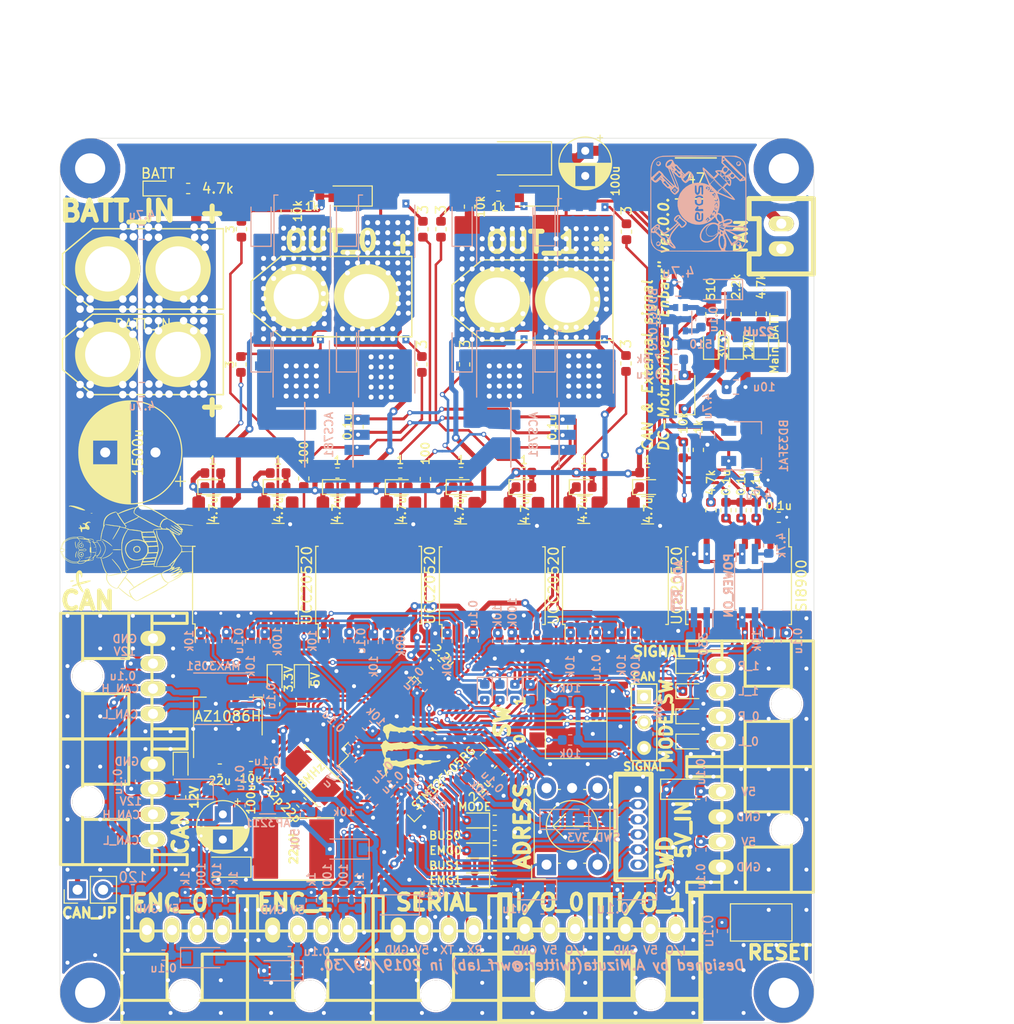
<source format=kicad_pcb>
(kicad_pcb (version 20171130) (host pcbnew "(5.1.4)-1")
  (layers (0 F.Cu signal) (31 B.Cu signal) (34 B.Paste user) (35 F.Paste user) (36 B.SilkS user) (37 F.SilkS user) (38 B.Mask user) (39 F.Mask user) (44 Edge.Cuts user))
  (net 0 "")
  (net 1 /OSC_IN)
  (net 2 GND)
  (net 3 /~RST)
  (net 4 /OSC_OUT)
  (net 5 +3V3)
  (net 6 /CAN_Vdd)
  (net 7 "Net-(C13-Pad1)")
  (net 8 "Net-(C14-Pad1)")
  (net 9 "Net-(C15-Pad2)")
  (net 10 "Net-(C16-Pad2)")
  (net 11 /FB_PWR_OUT)
  (net 12 /FB_PWR)
  (net 13 "Net-(C19-Pad1)")
  (net 14 "Net-(C20-Pad1)")
  (net 15 GNDPWR)
  (net 16 +3.3VP)
  (net 17 "Net-(C23-Pad2)")
  (net 18 "Net-(C23-Pad1)")
  (net 19 /Voltage)
  (net 20 /batt)
  (net 21 +12P)
  (net 22 "Net-(C30-Pad1)")
  (net 23 "Net-(C31-Pad1)")
  (net 24 +BATT)
  (net 25 +5V)
  (net 26 "Net-(D2-Pad2)")
  (net 27 "Net-(D3-Pad2)")
  (net 28 "Net-(D4-Pad2)")
  (net 29 +12V)
  (net 30 /PWM0_L)
  (net 31 "Net-(D12-Pad2)")
  (net 32 /PWM0_R)
  (net 33 "Net-(D13-Pad2)")
  (net 34 "Net-(D14-Pad2)")
  (net 35 "Net-(D19-Pad2)")
  (net 36 "Net-(D20-Pad2)")
  (net 37 "Net-(D21-Pad2)")
  (net 38 "Net-(D22-Pad2)")
  (net 39 "Net-(D23-Pad2)")
  (net 40 "Net-(D26-Pad2)")
  (net 41 "Net-(JP1-Pad1)")
  (net 42 /CAN_H)
  (net 43 "Net-(JP2-Pad2)")
  (net 44 /SWCLK)
  (net 45 /SWDIO)
  (net 46 "Net-(P1-Pad6)")
  (net 47 /CAN_L)
  (net 48 /USART2_RX)
  (net 49 /USART2_TX)
  (net 50 /PA4)
  (net 51 "Net-(P7-Pad2)")
  (net 52 "Net-(Q1-Pad4)")
  (net 53 "Net-(Q2-Pad4)")
  (net 54 "Net-(Q3-Pad4)")
  (net 55 "Net-(Q4-Pad4)")
  (net 56 "Net-(R1-Pad1)")
  (net 57 /SW0)
  (net 58 /SW1)
  (net 59 /LED0)
  (net 60 /LED1)
  (net 61 /LED2)
  (net 62 "Net-(R9-Pad2)")
  (net 63 /EN0)
  (net 64 "Net-(R11-Pad1)")
  (net 65 "Net-(R12-Pad1)")
  (net 66 "Net-(R17-Pad2)")
  (net 67 "Net-(R18-Pad2)")
  (net 68 "Net-(R30-Pad2)")
  (net 69 "Net-(R31-Pad2)")
  (net 70 "Net-(R35-Pad1)")
  (net 71 /FB)
  (net 72 /PA8)
  (net 73 "Net-(R40-Pad1)")
  (net 74 "Net-(SW2-Pad1)")
  (net 75 /ADR_1)
  (net 76 /ADR_8)
  (net 77 /ADR_4)
  (net 78 /ADR_2)
  (net 79 /CAN1_RX)
  (net 80 /CAN1_TX)
  (net 81 "Net-(U3-Pad30)")
  (net 82 "Net-(U3-Pad40)")
  (net 83 /USART1_TX)
  (net 84 /USART1_RX)
  (net 85 /PA11)
  (net 86 "Net-(U3-Pad45)")
  (net 87 "Net-(U3-Pad51)")
  (net 88 "Net-(U3-Pad54)")
  (net 89 "Net-(U3-Pad55)")
  (net 90 "Net-(U3-Pad59)")
  (net 91 "Net-(U4-Pad13)")
  (net 92 "Net-(U4-Pad12)")
  (net 93 "Net-(U4-Pad7)")
  (net 94 "Net-(U4-Pad2)")
  (net 95 "Net-(U5-Pad6)")
  (net 96 "Net-(U5-Pad11)")
  (net 97 "Net-(U5-Pad14)")
  (net 98 "Net-(U5-Pad15)")
  (net 99 "Net-(U10-Pad2)")
  (net 100 "Net-(U10-Pad7)")
  (net 101 "Net-(U10-Pad12)")
  (net 102 "Net-(U10-Pad13)")
  (net 103 "Net-(D27-Pad2)")
  (net 104 "Net-(C26-Pad2)")
  (net 105 "Net-(P11-Pad4)")
  (net 106 "Net-(P11-Pad3)")
  (net 107 /TIM3_CH1)
  (net 108 /TIM3_CH2)
  (net 109 "Net-(C39-Pad1)")
  (net 110 "Net-(C39-Pad2)")
  (net 111 /ADC_~RST)
  (net 112 "Net-(D7-Pad1)")
  (net 113 "Net-(D8-Pad1)")
  (net 114 "Net-(D9-Pad1)")
  (net 115 "Net-(D32-Pad2)")
  (net 116 "Net-(D33-Pad2)")
  (net 117 "Net-(D34-Pad2)")
  (net 118 /OUT0_L)
  (net 119 "Net-(C21-Pad2)")
  (net 120 /CounterVoltage0)
  (net 121 /OUT0_R)
  (net 122 "Net-(C44-Pad2)")
  (net 123 "Net-(C47-Pad1)")
  (net 124 /OUT1_L)
  (net 125 "Net-(C48-Pad1)")
  (net 126 /Current1)
  (net 127 /Current0)
  (net 128 /OUT1_R)
  (net 129 /CounterVoltage1)
  (net 130 "Net-(C52-Pad1)")
  (net 131 "Net-(C53-Pad1)")
  (net 132 /PWM1_R)
  (net 133 "Net-(D17-Pad2)")
  (net 134 /MOTOR0_BATT)
  (net 135 "Net-(D35-Pad2)")
  (net 136 /PWM1_L)
  (net 137 "Net-(D36-Pad2)")
  (net 138 "Net-(D37-Pad2)")
  (net 139 /LED3)
  (net 140 "Net-(D39-Pad1)")
  (net 141 "Net-(D40-Pad1)")
  (net 142 /LED4)
  (net 143 "Net-(D41-Pad2)")
  (net 144 "Net-(D42-Pad2)")
  (net 145 "Net-(D43-Pad2)")
  (net 146 "Net-(D44-Pad2)")
  (net 147 /MOTOR1_BATT)
  (net 148 "Net-(D47-Pad2)")
  (net 149 "Net-(D50-Pad2)")
  (net 150 "Net-(D51-Pad2)")
  (net 151 "Net-(P13-Pad3)")
  (net 152 "Net-(P13-Pad4)")
  (net 153 "Net-(Q5-Pad4)")
  (net 154 "Net-(Q6-Pad4)")
  (net 155 "Net-(Q7-Pad4)")
  (net 156 "Net-(Q8-Pad4)")
  (net 157 /TIM5_CH1)
  (net 158 /TIM5_CH2)
  (net 159 /EN1)
  (net 160 "Net-(R54-Pad1)")
  (net 161 "Net-(R55-Pad2)")
  (net 162 "Net-(R56-Pad2)")
  (net 163 "Net-(R57-Pad1)")
  (net 164 "Net-(R60-Pad1)")
  (net 165 "Net-(R65-Pad2)")
  (net 166 "Net-(R66-Pad2)")
  (net 167 "Net-(R67-Pad1)")
  (net 168 "Net-(U3-Pad8)")
  (net 169 "Net-(U3-Pad9)")
  (net 170 "Net-(U8-Pad13)")
  (net 171 "Net-(U8-Pad12)")
  (net 172 "Net-(U8-Pad7)")
  (net 173 "Net-(U8-Pad2)")
  (net 174 "Net-(U14-Pad2)")
  (net 175 "Net-(U14-Pad7)")
  (net 176 "Net-(U14-Pad12)")
  (net 177 "Net-(U14-Pad13)")
  (net 178 "Net-(C55-Pad2)")
  (net 179 /PA5)
  (net 180 /PA15)
  (net 181 "Net-(U3-Pad52)")
  (net 182 "Net-(U3-Pad53)")
  (net 183 /MODE)
  (module Mizz_lib:XT60_F (layer F.Cu) (at 119.5 67.1)
    (fp_text reference P10)
    (fp_text value OUT_1 (at 0 -5.75 unlocked) (layer F.SilkS) (effects (font (size 2 2) (thickness 0.5))))
    (pad 2 thru_hole circle (at 3.5 0) (size 6.5 6.5) (drill 4.5) (layers *.Cu *.Mask F.SilkS) (net 128 /OUT1_R))
    (pad 1 thru_hole circle (at -3.5 0) (size 6.5 6.5) (drill 4.5) (layers *.Cu *.Mask F.SilkS) (net 124 /OUT1_L))
  )
  (module Resistor_SMD:R_0603_1608Metric (layer B.Cu) (at 97.5 126.8 270)
    (fp_text reference R24 hide)
    (fp_text value 1k (at -2.1 0 90) (layer B.SilkS) (effects (font (size 0.8 0.8)) (justify mirror)))
    (pad 1 smd roundrect (at -0.7875 0 270) (size 0.875 0.95) (layers B.Cu B.Paste B.Mask) (net 5 +3V3))
    (pad 2 smd roundrect (at 0.7875 0 270) (size 0.875 0.95) (layers B.Cu B.Paste B.Mask) (net 151 "Net-(P13-Pad3)"))
  )
  (module Package_TO_SOT_SMD:TDSON-8-1 (layer B.Cu) (at 96.59 60.25 270)
    (fp_text reference Q2 hide)
    (fp_text value BSC014N06)
    (pad 5 smd rect (at 0.5 0) (size 4.5 4.29) (layers B.Cu B.Mask) (net 118 /OUT0_L))
    (pad 5 smd rect (at 2.75 1.91) (size 0.7 0.8) (layers B.Cu B.Paste B.Mask) (net 118 /OUT0_L))
    (pad 5 smd rect (at 2.75 0.64) (size 0.7 0.8) (layers B.Cu B.Paste B.Mask) (net 118 /OUT0_L))
    (pad 5 smd rect (at 2.75 -0.64) (size 0.7 0.8) (layers B.Cu B.Paste B.Mask) (net 118 /OUT0_L))
    (pad 5 smd rect (at 2.75 -1.91) (size 0.7 0.8) (layers B.Cu B.Paste B.Mask) (net 118 /OUT0_L))
    (pad 4 smd rect (at -2.75 -1.91) (size 0.7 0.8) (layers B.Cu B.Paste B.Mask) (net 53 "Net-(Q2-Pad4)"))
    (pad 3 smd rect (at -2.75 -0.64) (size 0.7 0.8) (layers B.Cu B.Paste B.Mask) (net 15 GNDPWR))
    (pad 2 smd rect (at -2.75 0.64) (size 0.7 0.8) (layers B.Cu B.Paste B.Mask) (net 15 GNDPWR))
    (pad 1 smd rect (at -2.75 1.91) (size 0.7 0.8) (layers B.Cu B.Paste B.Mask) (net 15 GNDPWR))
  )
  (module Mizz_lib:Crystal_SMD_5032_2Pads (layer F.Cu) (at 97.5 114.4 315)
    (fp_text reference Y1 hide)
    (fp_text value 8MHz (at 0 0 45) (layer F.SilkS) (effects (font (size 0.8 0.8))))
    (pad 1 smd rect (at -2.05 0 315) (size 2 2.4) (layers F.Cu F.Paste F.Mask) (net 1 /OSC_IN))
    (pad 2 smd rect (at 2.05 0 315) (size 2 2.4) (layers F.Cu F.Paste F.Mask) (net 4 /OSC_OUT))
  )
  (module Capacitor_SMD:C_0603_1608Metric (layer F.Cu) (at 94.81 115.35 135)
    (fp_text reference C1 hide)
    (fp_text value 22p (at -0.021213 -1.407142 135) (layer F.SilkS) (effects (font (size 0.8 0.8))))
    (pad 2 smd roundrect (at 0.7875 0 135) (size 0.875 0.95) (layers F.Cu F.Paste F.Mask) (net 1 /OSC_IN))
    (pad 1 smd roundrect (at -0.7875 0 135) (size 0.875 0.95) (layers F.Cu F.Paste F.Mask) (net 2 GND))
  )
  (module Capacitor_SMD:C_0603_1608Metric (layer B.Cu) (at 138.4 129.85 90)
    (fp_text reference C2 hide)
    (fp_text value 0.1u (at 0 -1.43 90) (layer B.SilkS) (effects (justify mirror)))
    (pad 1 smd roundrect (at -0.7875 0 90) (size 0.875 0.95) (layers B.Cu B.Paste B.Mask) (net 2 GND))
    (pad 2 smd roundrect (at 0.7875 0 90) (size 0.875 0.95) (layers B.Cu B.Paste B.Mask) (net 3 /~RST))
  )
  (module Capacitor_SMD:C_0603_1608Metric (layer F.Cu) (at 96.52 117.06 315)
    (fp_text reference C3 hide)
    (fp_text value 22p (at 0 1.442498 135) (layer F.SilkS) (effects (font (size 0.8 0.8))))
    (pad 1 smd roundrect (at -0.7875 0 315) (size 0.875 0.95) (layers F.Cu F.Paste F.Mask) (net 2 GND))
    (pad 2 smd roundrect (at 0.7875 0 315) (size 0.875 0.95) (layers F.Cu F.Paste F.Mask) (net 4 /OSC_OUT))
  )
  (module Capacitor_SMD:C_0603_1608Metric (layer B.Cu) (at 136.25 121.75 90)
    (fp_text reference C4 hide)
    (fp_text value 0.1u (at -2.7 0 90) (layer B.SilkS) (effects (font (size 0.8 0.8)) (justify mirror)))
    (pad 1 smd roundrect (at -0.7875 0 90) (size 0.875 0.95) (layers B.Cu B.Paste B.Mask) (net 2 GND))
    (pad 2 smd roundrect (at 0.7875 0 90) (size 0.875 0.95) (layers B.Cu B.Paste B.Mask) (net 119 "Net-(C21-Pad2)"))
  )
  (module Capacitor_SMD:C_0603_1608Metric (layer B.Cu) (at 109 117.5 315)
    (fp_text reference C5 hide)
    (fp_text value 0.1u (at 0 -1.25 135) (layer B.SilkS) (effects (font (size 0.8 0.8)) (justify mirror)))
    (pad 1 smd roundrect (at -0.7875 0 315) (size 0.875 0.95) (layers B.Cu B.Paste B.Mask) (net 5 +3V3))
    (pad 2 smd roundrect (at 0.7875 0 315) (size 0.875 0.95) (layers B.Cu B.Paste B.Mask) (net 2 GND))
  )
  (module Capacitor_SMD:C_0603_1608Metric (layer B.Cu) (at 113.5 113 315)
    (fp_text reference C6 hide)
    (fp_text value 0.1u (at 2.828427 0 135) (layer B.SilkS) (effects (font (size 0.8 0.8)) (justify mirror)))
    (pad 2 smd roundrect (at 0.7875 0 315) (size 0.875 0.95) (layers B.Cu B.Paste B.Mask) (net 2 GND))
    (pad 1 smd roundrect (at -0.7875 0 315) (size 0.875 0.95) (layers B.Cu B.Paste B.Mask) (net 5 +3V3))
  )
  (module Capacitor_SMD:C_0603_1608Metric (layer B.Cu) (at 78.75 103.25)
    (fp_text reference C7 hide)
    (fp_text value 0.1u (at 0 1.25) (layer B.SilkS) (effects (font (size 0.8 0.8)) (justify mirror)))
    (pad 2 smd roundrect (at 0.7875 0) (size 0.875 0.95) (layers B.Cu B.Paste B.Mask) (net 6 /CAN_Vdd))
    (pad 1 smd roundrect (at -0.7875 0) (size 0.875 0.95) (layers B.Cu B.Paste B.Mask) (net 2 GND))
  )
  (module Capacitor_SMD:C_0603_1608Metric (layer B.Cu) (at 108.55 105.6 48)
    (fp_text reference C8 hide)
    (fp_text value 0.1u (at 0 -1.254999 48) (layer B.SilkS) (effects (font (size 0.8 0.8)) (justify mirror)))
    (pad 2 smd roundrect (at 0.7875 0 48) (size 0.875 0.95) (layers B.Cu B.Paste B.Mask) (net 2 GND))
    (pad 1 smd roundrect (at -0.7875 0 48) (size 0.875 0.95) (layers B.Cu B.Paste B.Mask) (net 5 +3V3))
  )
  (module Capacitor_SMD:C_0603_1608Metric (layer B.Cu) (at 101.65 110.95 135)
    (fp_text reference C9 hide)
    (fp_text value 0.1u (at 2.757716 0 135) (layer B.SilkS) (effects (font (size 0.8 0.8)) (justify mirror)))
    (pad 1 smd roundrect (at -0.7875 0 135) (size 0.875 0.95) (layers B.Cu B.Paste B.Mask) (net 5 +3V3))
    (pad 2 smd roundrect (at 0.7875 0 135) (size 0.875 0.95) (layers B.Cu B.Paste B.Mask) (net 2 GND))
  )
  (module Capacitor_SMD:C_0603_1608Metric (layer B.Cu) (at 105.9 116.8 225)
    (fp_text reference C10 hide)
    (fp_text value 1u (at -2.2 0 45) (layer B.SilkS) (effects (font (size 0.8 0.8)) (justify mirror)))
    (pad 2 smd roundrect (at 0.7875 0 225) (size 0.875 0.95) (layers B.Cu B.Paste B.Mask) (net 2 GND))
    (pad 1 smd roundrect (at -0.7875 0 225) (size 0.875 0.95) (layers B.Cu B.Paste B.Mask) (net 5 +3V3))
  )
  (module Capacitor_SMD:C_0603_1608Metric (layer B.Cu) (at 79.5 115 270)
    (fp_text reference C11 hide)
    (fp_text value 0.1u (at 0 1.25 90) (layer B.SilkS) (effects (font (size 0.8 0.8)) (justify mirror)))
    (pad 2 smd roundrect (at 0.7875 0 270) (size 0.875 0.95) (layers B.Cu B.Paste B.Mask) (net 6 /CAN_Vdd))
    (pad 1 smd roundrect (at -0.7875 0 270) (size 0.875 0.95) (layers B.Cu B.Paste B.Mask) (net 2 GND))
  )
  (module Capacitor_SMD:C_0603_1608Metric (layer B.Cu) (at 101.6 112.6 225)
    (fp_text reference C12 hide)
    (fp_text value 4.7u (at 2.687006 0 45) (layer B.SilkS) (effects (font (size 0.8 0.8)) (justify mirror)))
    (pad 1 smd roundrect (at -0.7875 0 225) (size 0.875 0.95) (layers B.Cu B.Paste B.Mask) (net 5 +3V3))
    (pad 2 smd roundrect (at 0.7875 0 225) (size 0.875 0.95) (layers B.Cu B.Paste B.Mask) (net 2 GND))
  )
  (module Capacitor_SMD:C_0603_1608Metric (layer F.Cu) (at 116.2 113.9 45)
    (fp_text reference C13 hide)
    (fp_text value 2.2u (at -2.7 0 45) (layer F.SilkS) (effects (font (size 0.8 0.8))))
    (pad 1 smd roundrect (at -0.7875 0 45) (size 0.875 0.95) (layers F.Cu F.Paste F.Mask) (net 7 "Net-(C13-Pad1)"))
    (pad 2 smd roundrect (at 0.7875 0 45) (size 0.875 0.95) (layers F.Cu F.Paste F.Mask) (net 2 GND))
  )
  (module Capacitor_SMD:C_0603_1608Metric (layer F.Cu) (at 109.85 103.35 137)
    (fp_text reference C14 hide)
    (fp_text value 2.2u (at 0 1.2 137) (layer F.SilkS) (effects (font (size 0.8 0.8))))
    (pad 2 smd roundrect (at 0.7875 0 137) (size 0.875 0.95) (layers F.Cu F.Paste F.Mask) (net 2 GND))
    (pad 1 smd roundrect (at -0.7875 0 137) (size 0.875 0.95) (layers F.Cu F.Paste F.Mask) (net 8 "Net-(C14-Pad1)"))
  )
  (module Capacitor_SMD:C_0603_1608Metric (layer B.Cu) (at 109.5 127.25 180)
    (fp_text reference C15 hide)
    (fp_text value 0.1u (at 0 1.2) (layer B.SilkS) (effects (font (size 0.8 0.8)) (justify mirror)))
    (pad 1 smd roundrect (at -0.7875 0 180) (size 0.875 0.95) (layers B.Cu B.Paste B.Mask) (net 2 GND))
    (pad 2 smd roundrect (at 0.7875 0 180) (size 0.875 0.95) (layers B.Cu B.Paste B.Mask) (net 9 "Net-(C15-Pad2)"))
  )
  (module Capacitor_SMD:C_0603_1608Metric (layer B.Cu) (at 120.5 127.65)
    (fp_text reference C16 hide)
    (fp_text value 0.1u (at -2.7 0) (layer B.SilkS) (effects (font (size 0.8 0.8)) (justify mirror)))
    (pad 2 smd roundrect (at 0.7875 0) (size 0.875 0.95) (layers B.Cu B.Paste B.Mask) (net 10 "Net-(C16-Pad2)"))
    (pad 1 smd roundrect (at -0.7875 0) (size 0.875 0.95) (layers B.Cu B.Paste B.Mask) (net 2 GND))
  )
  (module Capacitor_SMD:C_0603_1608Metric (layer B.Cu) (at 144.75 101 270)
    (fp_text reference C17 hide)
    (fp_text value 0.1u (at 0 -1.15 90) (layer B.SilkS) (effects (font (size 0.8 0.8)) (justify mirror)))
    (pad 1 smd roundrect (at -0.7875 0 270) (size 0.875 0.95) (layers B.Cu B.Paste B.Mask) (net 5 +3V3))
    (pad 2 smd roundrect (at 0.7875 0 270) (size 0.875 0.95) (layers B.Cu B.Paste B.Mask) (net 2 GND))
  )
  (module Capacitor_SMD:C_0603_1608Metric (layer B.Cu) (at 133.75 74.55 180)
    (fp_text reference C18 hide)
    (fp_text value 0.1u (at 2.65 0.05) (layer B.SilkS) (effects (font (size 0.8 0.8)) (justify mirror)))
    (pad 1 smd roundrect (at -0.7875 0 180) (size 0.875 0.95) (layers B.Cu B.Paste B.Mask) (net 11 /FB_PWR_OUT))
    (pad 2 smd roundrect (at 0.7875 0 180) (size 0.875 0.95) (layers B.Cu B.Paste B.Mask) (net 12 /FB_PWR))
  )
  (module Capacitor_SMD:C_1210_3225Metric (layer F.Cu) (at 87.7 87.95)
    (fp_text reference C19 hide)
    (fp_text value 4.7u (at 0.05 0 90) (layer F.SilkS) (effects (font (size 0.8 0.8))))
    (pad 2 smd roundrect (at 1.4 0) (size 1.25 2.65) (layers F.Cu F.Paste F.Mask) (roundrect_rratio 0.2) (net 118 /OUT0_L))
    (pad 1 smd roundrect (at -1.4 0) (size 1.25 2.65) (layers F.Cu F.Paste F.Mask) (roundrect_rratio 0.2) (net 13 "Net-(C19-Pad1)"))
  )
  (module Capacitor_SMD:C_1210_3225Metric (layer F.Cu) (at 94.2 87.95)
    (fp_text reference C20 hide)
    (fp_text value 4.7u (at 0.05 0 90) (layer F.SilkS) (effects (font (size 0.8 0.8))))
    (pad 1 smd roundrect (at -1.4 0) (size 1.25 2.65) (layers F.Cu F.Paste F.Mask) (roundrect_rratio 0.2) (net 14 "Net-(C20-Pad1)"))
    (pad 2 smd roundrect (at 1.4 0) (size 1.25 2.65) (layers F.Cu F.Paste F.Mask) (roundrect_rratio 0.2) (net 15 GNDPWR))
  )
  (module Capacitor_SMD:C_0603_1608Metric (layer F.Cu) (at 144 88.7)
    (fp_text reference C22 hide)
    (fp_text value 0.1u (at 0 -1.15) (layer F.SilkS) (effects (font (size 0.8 0.8))))
    (pad 1 smd roundrect (at -0.7875 0) (size 0.875 0.95) (layers F.Cu F.Paste F.Mask) (net 16 +3.3VP))
    (pad 2 smd roundrect (at 0.7875 0) (size 0.875 0.95) (layers F.Cu F.Paste F.Mask) (net 15 GNDPWR))
  )
  (module Capacitor_SMD:C_0603_1608Metric (layer B.Cu) (at 136.25 69 270)
    (fp_text reference C23 hide)
    (fp_text value 0.1u (at 0 -1.25 90) (layer B.SilkS) (effects (font (size 0.8 0.8)) (justify mirror)))
    (pad 2 smd roundrect (at 0.7875 0 270) (size 0.875 0.95) (layers B.Cu B.Paste B.Mask) (net 17 "Net-(C23-Pad2)"))
    (pad 1 smd roundrect (at -0.7875 0 270) (size 0.875 0.95) (layers B.Cu B.Paste B.Mask) (net 18 "Net-(C23-Pad1)"))
  )
  (module Capacitor_SMD:C_0603_1608Metric (layer F.Cu) (at 141.75 88 90)
    (fp_text reference C24 hide)
    (fp_text value 0.1u (at 2.7 -0.05 90) (layer F.SilkS) (effects (font (size 0.8 0.8))))
    (pad 2 smd roundrect (at 0.7875 0 90) (size 0.875 0.95) (layers F.Cu F.Paste F.Mask) (net 15 GNDPWR))
    (pad 1 smd roundrect (at -0.7875 0 90) (size 0.875 0.95) (layers F.Cu F.Paste F.Mask) (net 19 /Voltage))
  )
  (module Capacitor_THT:CP_Radial_D5.0mm_P2.50mm (layer F.Cu) (at 124.75 52.25 270)
    (fp_text reference C25 hide)
    (fp_text value 100u (at 3 -3 270) (layer F.SilkS) (effects (font (size 0.8 0.8))))
    (pad 1 thru_hole rect (at 0 0 270) (size 1.6 1.6) (drill 0.8) (layers *.Cu *.Mask) (net 20 /batt))
    (pad 2 thru_hole circle (at 2.5 0 270) (size 1.6 1.6) (drill 0.8) (layers *.Cu *.Mask) (net 15 GNDPWR))
  )
  (module Capacitor_SMD:C_0603_1608Metric (layer F.Cu) (at 140.25 88 90)
    (fp_text reference C27 hide)
    (fp_text value 0.1u (at 2.75 0 90) (layer F.SilkS) (effects (font (size 0.8 0.8))))
    (pad 1 smd roundrect (at -0.7875 0 90) (size 0.875 0.95) (layers F.Cu F.Paste F.Mask) (net 120 /CounterVoltage0))
    (pad 2 smd roundrect (at 0.7875 0 90) (size 0.875 0.95) (layers F.Cu F.Paste F.Mask) (net 15 GNDPWR))
  )
  (module Capacitor_SMD:C_0805_2012Metric (layer B.Cu) (at 139.75 75.75)
    (fp_text reference C28 hide)
    (fp_text value 10u (at 2.8 0) (layer B.SilkS) (effects (font (size 0.8 0.8)) (justify mirror)))
    (pad 1 smd roundrect (at -0.9375 0) (size 0.975 1.4) (layers B.Cu B.Paste B.Mask) (net 11 /FB_PWR_OUT))
    (pad 2 smd roundrect (at 0.9375 0) (size 0.975 1.4) (layers B.Cu B.Paste B.Mask) (net 15 GNDPWR))
  )
  (module Capacitor_SMD:C_0805_2012Metric (layer B.Cu) (at 136.9 80.55 270)
    (fp_text reference C29 hide)
    (fp_text value 4.7u (at -2.9 0 90) (layer B.SilkS) (effects (font (size 0.8 0.8)) (justify mirror)))
    (pad 1 smd roundrect (at -0.9375 0 270) (size 0.975 1.4) (layers B.Cu B.Paste B.Mask) (net 21 +12P))
    (pad 2 smd roundrect (at 0.9375 0 270) (size 0.975 1.4) (layers B.Cu B.Paste B.Mask) (net 15 GNDPWR))
  )
  (module Capacitor_SMD:C_1210_3225Metric (layer F.Cu) (at 100.05 87.95)
    (fp_text reference C30 hide)
    (fp_text value 4.7u (at -0.05 0 90) (layer F.SilkS) (effects (font (size 0.8 0.8))))
    (pad 2 smd roundrect (at 1.4 0) (size 1.25 2.65) (layers F.Cu F.Paste F.Mask) (roundrect_rratio 0.2) (net 121 /OUT0_R))
    (pad 1 smd roundrect (at -1.4 0) (size 1.25 2.65) (layers F.Cu F.Paste F.Mask) (roundrect_rratio 0.2) (net 22 "Net-(C30-Pad1)"))
  )
  (module Capacitor_SMD:C_1210_3225Metric (layer F.Cu) (at 106.4 87.95)
    (fp_text reference C31 hide)
    (fp_text value 4.7u (at 0.1 0 90) (layer F.SilkS) (effects (font (size 0.8 0.8))))
    (pad 1 smd roundrect (at -1.4 0) (size 1.25 2.65) (layers F.Cu F.Paste F.Mask) (roundrect_rratio 0.2) (net 23 "Net-(C31-Pad1)"))
    (pad 2 smd roundrect (at 1.4 0) (size 1.25 2.65) (layers F.Cu F.Paste F.Mask) (roundrect_rratio 0.2) (net 15 GNDPWR))
  )
  (module Capacitor_SMD:C_0805_2012Metric (layer B.Cu) (at 142 85)
    (fp_text reference C32 hide)
    (fp_text value 4.7u (at 0 1.5) (layer B.SilkS) (effects (font (size 0.8 0.8)) (justify mirror)))
    (pad 2 smd roundrect (at 0.9375 0) (size 0.975 1.4) (layers B.Cu B.Paste B.Mask) (net 15 GNDPWR))
    (pad 1 smd roundrect (at -0.9375 0) (size 0.975 1.4) (layers B.Cu B.Paste B.Mask) (net 16 +3.3VP))
  )
  (module Capacitor_THT:CP_Radial_D5.0mm_P2.50mm (layer F.Cu) (at 88.7 118.25 270)
    (fp_text reference C33 hide)
    (fp_text value 100u (at -1.5 -2.8 90) (layer F.SilkS) (effects (font (size 0.8 0.8))))
    (pad 2 thru_hole circle (at 2.5 0 270) (size 1.6 1.6) (drill 0.8) (layers *.Cu *.Mask) (net 2 GND))
    (pad 1 thru_hole rect (at 0 0 270) (size 1.6 1.6) (drill 0.8) (layers *.Cu *.Mask) (net 29 +12V))
  )
  (module Capacitor_THT:CP_Radial_D10.0mm_P5.00mm (layer F.Cu) (at 82 82.25 180)
    (fp_text reference C34 hide)
    (fp_text value 1500u (at 1.75 0 270) (layer F.SilkS))
    (pad 1 thru_hole rect (at 0 0 180) (size 2 2) (drill 1) (layers *.Cu *.Mask) (net 24 +BATT))
    (pad 2 thru_hole circle (at 5 0 180) (size 2 2) (drill 1) (layers *.Cu *.Mask) (net 15 GNDPWR))
  )
  (module Diode_SMD:D_SOD-123 (layer F.Cu) (at 134.5 115.75)
    (fp_text reference D1 hide)
    (fp_text value DIODE)
    (pad 2 smd rect (at 1.65 0) (size 0.9 1.2) (layers F.Cu F.Paste F.Mask) (net 119 "Net-(C21-Pad2)"))
    (pad 1 smd rect (at -1.65 0) (size 0.9 1.2) (layers F.Cu F.Paste F.Mask) (net 25 +5V))
  )
  (module Diode_SMD:D_SOD-123 (layer B.Cu) (at 122.5 118.75)
    (fp_text reference D4 hide)
    (fp_text value DIODE)
    (pad 2 smd rect (at 1.65 0) (size 0.9 1.2) (layers B.Cu B.Paste B.Mask) (net 28 "Net-(D4-Pad2)"))
    (pad 1 smd rect (at -1.65 0) (size 0.9 1.2) (layers B.Cu B.Paste B.Mask) (net 5 +3V3))
  )
  (module Diode_SMD:D_SOD-123 (layer B.Cu) (at 85.5 115.75 180)
    (fp_text reference D5 hide)
    (fp_text value DIODE)
    (pad 1 smd rect (at -1.65 0 180) (size 0.9 1.2) (layers B.Cu B.Paste B.Mask) (net 29 +12V))
    (pad 2 smd rect (at 1.65 0 180) (size 0.9 1.2) (layers B.Cu B.Paste B.Mask) (net 6 /CAN_Vdd))
  )
  (module Diode_SMD:D_SOD-123 (layer B.Cu) (at 106 127.25 180)
    (fp_text reference D6 hide)
    (fp_text value DIODE)
    (pad 2 smd rect (at 1.65 0 180) (size 0.9 1.2) (layers B.Cu B.Paste B.Mask) (net 25 +5V))
    (pad 1 smd rect (at -1.65 0 180) (size 0.9 1.2) (layers B.Cu B.Paste B.Mask) (net 9 "Net-(C15-Pad2)"))
  )
  (module LED_SMD:LED_0603_1608Metric (layer F.Cu) (at 113.75 124.8 180)
    (fp_text reference D7 hide)
    (fp_text value EMG1 (at 2.9 0 unlocked) (layer F.SilkS) (effects (font (size 0.8 0.8))))
    (pad 2 smd roundrect (at 0.7875 0 180) (size 0.875 0.95) (layers F.Cu F.Paste F.Mask) (net 59 /LED0))
    (pad 1 smd roundrect (at -0.7875 0 180) (size 0.875 0.95) (layers F.Cu F.Paste F.Mask) (net 112 "Net-(D7-Pad1)"))
  )
  (module LED_SMD:LED_0603_1608Metric (layer F.Cu) (at 113.75 123.35 180)
    (fp_text reference D8 hide)
    (fp_text value BUS1 (at 2.95 0 unlocked) (layer F.SilkS) (effects (font (size 0.8 0.8))))
    (pad 1 smd roundrect (at -0.7875 0 180) (size 0.875 0.95) (layers F.Cu F.Paste F.Mask) (net 113 "Net-(D8-Pad1)"))
    (pad 2 smd roundrect (at 0.7875 0 180) (size 0.875 0.95) (layers F.Cu F.Paste F.Mask) (net 60 /LED1))
  )
  (module LED_SMD:LED_0603_1608Metric (layer F.Cu) (at 113.75 121.85 180)
    (fp_text reference D9 hide)
    (fp_text value EMG0 (at 2.9 0 unlocked) (layer F.SilkS) (effects (font (size 0.8 0.8))))
    (pad 2 smd roundrect (at 0.7875 0 180) (size 0.875 0.95) (layers F.Cu F.Paste F.Mask) (net 61 /LED2))
    (pad 1 smd roundrect (at -0.7875 0 180) (size 0.875 0.95) (layers F.Cu F.Paste F.Mask) (net 114 "Net-(D9-Pad1)"))
  )
  (module Diode_SMD:D_SOD-123 (layer B.Cu) (at 119.65 125.75 180)
    (fp_text reference D10 hide)
    (fp_text value DIODE)
    (pad 2 smd rect (at 1.65 0 180) (size 0.9 1.2) (layers B.Cu B.Paste B.Mask) (net 25 +5V))
    (pad 1 smd rect (at -1.65 0 180) (size 0.9 1.2) (layers B.Cu B.Paste B.Mask) (net 10 "Net-(C16-Pad2)"))
  )
  (module Diode_SMD:D_0603_1608Metric (layer F.Cu) (at 87.7 85.7)
    (fp_text reference D13 hide)
    (fp_text value DIODE)
    (pad 1 smd roundrect (at -0.7875 0) (size 0.875 0.95) (layers F.Cu F.Paste F.Mask) (net 13 "Net-(C19-Pad1)"))
    (pad 2 smd roundrect (at 0.7875 0) (size 0.875 0.95) (layers F.Cu F.Paste F.Mask) (net 33 "Net-(D13-Pad2)"))
  )
  (module Diode_SMD:D_0603_1608Metric (layer F.Cu) (at 94.2 85.7)
    (fp_text reference D14 hide)
    (fp_text value DIODE)
    (pad 2 smd roundrect (at 0.7875 0) (size 0.875 0.95) (layers F.Cu F.Paste F.Mask) (net 34 "Net-(D14-Pad2)"))
    (pad 1 smd roundrect (at -0.7875 0) (size 0.875 0.95) (layers F.Cu F.Paste F.Mask) (net 14 "Net-(C20-Pad1)"))
  )
  (module Diode_SMD:D_SMA (layer F.Cu) (at 118 53 180)
    (fp_text reference D15 hide)
    (fp_text value DIODE)
    (pad 1 smd rect (at -2 0 180) (size 2.5 1.8) (layers F.Cu F.Paste F.Mask) (net 20 /batt))
    (pad 2 smd rect (at 2 0 180) (size 2.5 1.8) (layers F.Cu F.Paste F.Mask) (net 24 +BATT))
  )
  (module Diode_SMD:D_SOD-123 (layer B.Cu) (at 138.15 66.05 180)
    (fp_text reference D16 hide)
    (fp_text value DIODE)
    (pad 1 smd rect (at -1.65 0 180) (size 0.9 1.2) (layers B.Cu B.Paste B.Mask) (net 18 "Net-(C23-Pad1)"))
    (pad 2 smd rect (at 1.65 0 180) (size 0.9 1.2) (layers B.Cu B.Paste B.Mask) (net 15 GNDPWR))
  )
  (module Diode_SMD:D_SOD-123 (layer F.Cu) (at 101.31 56.75 180)
    (fp_text reference D17 hide)
    (fp_text value DIODE)
    (pad 1 smd rect (at -1.65 0 180) (size 0.9 1.2) (layers F.Cu F.Paste F.Mask) (net 121 /OUT0_R))
    (pad 2 smd rect (at 1.65 0 180) (size 0.9 1.2) (layers F.Cu F.Paste F.Mask) (net 133 "Net-(D17-Pad2)"))
  )
  (module Diode_SMD:D_SOD-123 (layer F.Cu) (at 134.65 76.25 90)
    (fp_text reference D18 hide)
    (fp_text value DIODE)
    (pad 2 smd rect (at 1.65 0 90) (size 0.9 1.2) (layers F.Cu F.Paste F.Mask) (net 11 /FB_PWR_OUT))
    (pad 1 smd rect (at -1.65 0 90) (size 0.9 1.2) (layers F.Cu F.Paste F.Mask) (net 21 +12P))
  )
  (module Diode_SMD:D_0603_1608Metric (layer F.Cu) (at 100.1 85.7)
    (fp_text reference D19 hide)
    (fp_text value DIODE)
    (pad 1 smd roundrect (at -0.7875 0) (size 0.875 0.95) (layers F.Cu F.Paste F.Mask) (net 22 "Net-(C30-Pad1)"))
    (pad 2 smd roundrect (at 0.7875 0) (size 0.875 0.95) (layers F.Cu F.Paste F.Mask) (net 35 "Net-(D19-Pad2)"))
  )
  (module Diode_SMD:D_0603_1608Metric (layer F.Cu) (at 106.35 85.7)
    (fp_text reference D20 hide)
    (fp_text value DIODE)
    (pad 2 smd roundrect (at 0.7875 0) (size 0.875 0.95) (layers F.Cu F.Paste F.Mask) (net 36 "Net-(D20-Pad2)"))
    (pad 1 smd roundrect (at -0.7875 0) (size 0.875 0.95) (layers F.Cu F.Paste F.Mask) (net 23 "Net-(C31-Pad1)"))
  )
  (module LED_SMD:LED_0603_1608Metric (layer F.Cu) (at 82.25 56)
    (fp_text reference D21 hide)
    (fp_text value BATT (at 0 -1.5) (layer F.SilkS))
    (pad 2 smd roundrect (at 0.7875 0) (size 0.875 0.95) (layers F.Cu F.Paste F.Mask) (net 37 "Net-(D21-Pad2)"))
    (pad 1 smd roundrect (at -0.7875 0) (size 0.875 0.95) (layers F.Cu F.Paste F.Mask) (net 15 GNDPWR))
  )
  (module LED_SMD:LED_0603_1608Metric (layer F.Cu) (at 139.75 71.5 90)
    (fp_text reference D22 hide)
    (fp_text value 12VP (at 0 1.25 90) (layer F.SilkS) (effects (font (size 0.8 0.8))))
    (pad 1 smd roundrect (at -0.7875 0 90) (size 0.875 0.95) (layers F.Cu F.Paste F.Mask) (net 15 GNDPWR))
    (pad 2 smd roundrect (at 0.7875 0 90) (size 0.875 0.95) (layers F.Cu F.Paste F.Mask) (net 38 "Net-(D22-Pad2)"))
  )
  (module LED_SMD:LED_0603_1608Metric (layer F.Cu) (at 137.25 71.5 90)
    (fp_text reference D23 hide)
    (fp_text value 3V3P (at 0 1.25 90) (layer F.SilkS) (effects (font (size 0.8 0.8))))
    (pad 1 smd roundrect (at -0.7875 0 90) (size 0.875 0.95) (layers F.Cu F.Paste F.Mask) (net 15 GNDPWR))
    (pad 2 smd roundrect (at 0.7875 0 90) (size 0.875 0.95) (layers F.Cu F.Paste F.Mask) (net 39 "Net-(D23-Pad2)"))
  )
  (module Diode_SMD:D_SOD-123 (layer F.Cu) (at 89.25 123.5 180)
    (fp_text reference D24 hide)
    (fp_text value DIODE)
    (pad 2 smd rect (at 1.65 0 180) (size 0.9 1.2) (layers F.Cu F.Paste F.Mask) (net 2 GND))
    (pad 1 smd rect (at -1.65 0 180) (size 0.9 1.2) (layers F.Cu F.Paste F.Mask) (net 109 "Net-(C39-Pad1)"))
  )
  (module Diode_SMD:D_SOD-123 (layer B.Cu) (at 101 121.7 180)
    (fp_text reference D26 hide)
    (fp_text value DIODE)
    (pad 1 smd rect (at -1.65 0 180) (size 0.9 1.2) (layers B.Cu B.Paste B.Mask) (net 25 +5V))
    (pad 2 smd rect (at 1.65 0 180) (size 0.9 1.2) (layers B.Cu B.Paste B.Mask) (net 40 "Net-(D26-Pad2)"))
  )
  (module Jumper:SolderJumper-2_P1.3mm_Open_TrianglePad1.0x1.5mm (layer B.Cu) (at 126.5 118.75 180)
    (fp_text reference JP1 hide)
    (fp_text value SWD_3V3 (at 0.9 -1.8) (layer B.SilkS) (effects (font (size 0.8 0.8)) (justify mirror)))
    (pad 2 smd custom (at 0.725 0 180) (size 0.3 0.3) (layers B.Cu B.Mask) (net 28 "Net-(D4-Pad2)") (options (clearance outline) (anchor rect)) (primitives (gr_poly (pts (xy -0.65 0.75) (xy 0.5 0.75) (xy 0.5 -0.75) (xy -0.65 -0.75) (xy -0.15 0)) (width 0))))
    (pad 1 smd custom (at -0.725 0 180) (size 0.3 0.3) (layers B.Cu B.Mask) (net 41 "Net-(JP1-Pad1)") (options (clearance outline) (anchor rect)) (primitives (gr_poly (pts (xy -0.5 0.75) (xy 0.5 0.75) (xy 1 0) (xy 0.5 -0.75) (xy -0.5 -0.75)) (width 0))))
  )
  (module Connector_PinHeader_2.54mm:PinHeader_1x02_P2.54mm_Vertical (layer F.Cu) (at 74.25 125.75 90)
    (fp_text reference JP2 hide)
    (fp_text value CAN_JP (at -2.3 1.2 unlocked) (layer F.SilkS) (effects (font (thickness 0.25))))
    (pad 1 thru_hole rect (at 0 0 90) (size 1.7 1.7) (drill 1) (layers *.Cu *.Mask) (net 42 /CAN_H))
    (pad 2 thru_hole oval (at 0 2.54 90) (size 1.7 1.7) (drill 1) (layers *.Cu *.Mask) (net 43 "Net-(JP2-Pad2)"))
  )
  (module Mizz_lib:Inductor_Taiyo-Yuden_NR-60xx_HandSoldering (layer B.Cu) (at 141.75 70.25 270)
    (fp_text reference L1 hide)
    (fp_text value 22uH (at 0 -0.25 180) (layer B.SilkS) (effects (font (size 0.8 0.8) (thickness 0.2)) (justify mirror)))
    (pad 2 smd rect (at 2.775 0 270) (size 2.45 5.9) (layers B.Cu B.Paste B.Mask) (net 11 /FB_PWR_OUT))
    (pad 1 smd rect (at -2.775 0 270) (size 2.45 5.9) (layers B.Cu B.Paste B.Mask) (net 18 "Net-(C23-Pad1)"))
  )
  (module Mizz_lib:Inductor_Taiyo-Yuden_NR-60xx_HandSoldering (layer F.Cu) (at 95.75 121.7)
    (fp_text reference L2 hide)
    (fp_text value 22uH (at 0 -0.05 -90) (layer F.SilkS) (effects (font (size 0.8 0.8) (thickness 0.2))))
    (pad 1 smd rect (at -2.775 0) (size 2.45 5.9) (layers F.Cu F.Paste F.Mask) (net 109 "Net-(C39-Pad1)"))
    (pad 2 smd rect (at 2.775 0) (size 2.45 5.9) (layers F.Cu F.Paste F.Mask) (net 40 "Net-(D26-Pad2)"))
  )
  (module Mizz_lib:ZH_6P (layer F.Cu) (at 130 115.75 270)
    (fp_text reference P1 hide)
    (fp_text value SWD (at 7 -2.7 90) (layer F.SilkS) (effects (font (size 1.5 1.5) (thickness 0.375))))
    (pad 1 thru_hole oval (at 0 0 270) (size 1 1.524) (drill 0.7) (layers *.Cu *.Mask) (net 2 GND))
    (pad 2 thru_hole oval (at 1.5 0 270) (size 1 1.524) (drill 0.7) (layers *.Cu *.Mask) (net 41 "Net-(JP1-Pad1)"))
    (pad 3 thru_hole oval (at 3 0 270) (size 1 1.524) (drill 0.7) (layers *.Cu *.Mask) (net 44 /SWCLK))
    (pad 4 thru_hole oval (at 4.5 0 270) (size 1 1.524) (drill 0.7) (layers *.Cu *.Mask) (net 45 /SWDIO))
    (pad 5 thru_hole oval (at 6 0 270) (size 1 1.524) (drill 0.7) (layers *.Cu *.Mask) (net 3 /~RST))
    (pad 6 thru_hole oval (at 7.5 0 270) (size 1 1.524) (drill 0.7) (layers *.Cu *.Mask) (net 46 "Net-(P1-Pad6)"))
  )
  (module Mizz_lib:XA_4LC (layer F.Cu) (at 138.25 123.5 90)
    (fp_text reference P2 hide)
    (fp_text value 5V_IN (at 3.75 -3.75 90) (layer F.SilkS) (effects (font (size 1.4 1.4) (thickness 0.35))))
    (pad "" thru_hole circle (at 3.75 6.5 90) (size 3 3) (drill 3) (layers *.Cu *.Mask F.SilkS) (clearance -0.3))
    (pad 4 thru_hole oval (at 7.5 0 90) (size 1.5 2.5) (drill 1) (layers *.Cu *.Mask F.SilkS) (net 119 "Net-(C21-Pad2)"))
    (pad 3 thru_hole oval (at 5 0 90) (size 1.5 2.5) (drill 1) (layers *.Cu *.Mask F.SilkS) (net 2 GND))
    (pad 2 thru_hole oval (at 2.5 0 90) (size 1.5 2.5) (drill 1) (layers *.Cu *.Mask F.SilkS) (net 119 "Net-(C21-Pad2)"))
    (pad 1 thru_hole oval (at 0 0 90) (size 1.5 2.5) (drill 1) (layers *.Cu *.Mask F.SilkS) (net 2 GND))
  )
  (module Mizz_lib:XA_4LC (layer F.Cu) (at 81.75 100.75 270)
    (fp_text reference P3 hide)
    (fp_text value CAN (at -3.75 6.5 unlocked) (layer F.SilkS) (effects (font (size 1.8 1.8) (thickness 0.45))))
    (pad "" thru_hole circle (at 3.75 6.5 270) (size 3 3) (drill 3) (layers *.Cu *.Mask F.SilkS) (clearance -0.3))
    (pad 4 thru_hole oval (at 7.5 0 270) (size 1.5 2.5) (drill 1) (layers *.Cu *.Mask F.SilkS) (net 47 /CAN_L))
    (pad 3 thru_hole oval (at 5 0 270) (size 1.5 2.5) (drill 1) (layers *.Cu *.Mask F.SilkS) (net 42 /CAN_H))
    (pad 2 thru_hole oval (at 2.5 0 270) (size 1.5 2.5) (drill 1) (layers *.Cu *.Mask F.SilkS) (net 6 /CAN_Vdd))
    (pad 1 thru_hole oval (at 0 0 270) (size 1.5 2.5) (drill 1) (layers *.Cu *.Mask F.SilkS) (net 2 GND))
  )
  (module Mizz_lib:XA_4LC (layer F.Cu) (at 81.75 113.25 270)
    (fp_text reference P4 hide)
    (fp_text value CAN (at 6.75 -2.75 90) (layer F.SilkS) (effects (font (size 1.5 1.5) (thickness 0.375))))
    (pad 1 thru_hole oval (at 0 0 270) (size 1.5 2.5) (drill 1) (layers *.Cu *.Mask F.SilkS) (net 2 GND))
    (pad 2 thru_hole oval (at 2.5 0 270) (size 1.5 2.5) (drill 1) (layers *.Cu *.Mask F.SilkS) (net 6 /CAN_Vdd))
    (pad 3 thru_hole oval (at 5 0 270) (size 1.5 2.5) (drill 1) (layers *.Cu *.Mask F.SilkS) (net 42 /CAN_H))
    (pad 4 thru_hole oval (at 7.5 0 270) (size 1.5 2.5) (drill 1) (layers *.Cu *.Mask F.SilkS) (net 47 /CAN_L))
    (pad "" thru_hole circle (at 3.75 6.5 270) (size 3 3) (drill 3) (layers *.Cu *.Mask F.SilkS) (clearance -0.3))
  )
  (module Mizz_lib:XA_3LC (layer F.Cu) (at 118.75 129.65)
    (fp_text reference P6 (at 0 0.5) (layer F.SilkS))
    (fp_text value I/O_0 (at 2.45 -2.65 unlocked) (layer F.SilkS) (effects (font (size 1.6 1.6) (thickness 0.375))))
    (pad "" thru_hole circle (at 2.5 6.5) (size 3 3) (drill 3) (layers *.Cu *.Mask F.SilkS) (clearance -0.3))
    (pad 3 thru_hole oval (at 5 0) (size 1.5 2.5) (drill 1) (layers *.Cu *.Mask F.SilkS) (net 50 /PA4))
    (pad 2 thru_hole oval (at 2.5 0) (size 1.5 2.5) (drill 1) (layers *.Cu *.Mask F.SilkS) (net 10 "Net-(C16-Pad2)"))
    (pad 1 thru_hole oval (at 0 0) (size 1.5 2.5) (drill 1) (layers *.Cu *.Mask F.SilkS) (net 2 GND))
  )
  (module Mizz_lib:XA_2P (layer F.Cu) (at 144.25 59.5 270)
    (fp_text reference P7 hide)
    (fp_text value FAN (at 1.25 4 90) (layer F.SilkS) (effects (font (size 1.2 1.2) (thickness 0.3))))
    (pad 1 thru_hole oval (at 2.5 0 270) (size 1.5 2.5) (drill 1) (layers *.Cu *.Mask F.SilkS) (net 15 GNDPWR))
    (pad 2 thru_hole oval (at 0 0 270) (size 1.5 2.5) (drill 1) (layers *.Cu *.Mask F.SilkS) (net 51 "Net-(P7-Pad2)"))
  )
  (module Mizz_lib:XT60_M (layer F.Cu) (at 80.75 64)
    (fp_text reference P8)
    (fp_text value BATT_IN (at -2.5 -5.75 unlocked) (layer F.SilkS) (effects (font (size 2 2) (thickness 0.5))))
    (pad 2 thru_hole circle (at 3.5 0) (size 6.5 6.5) (drill 4.5) (layers *.Cu *.Mask F.SilkS) (net 24 +BATT))
    (pad 1 thru_hole circle (at -3.5 0) (size 6.5 6.5) (drill 4.5) (layers *.Cu *.Mask F.SilkS) (net 15 GNDPWR))
  )
  (module Mizz_lib:XT60_F (layer F.Cu) (at 80.75 72.5)
    (fp_text reference P9)
    (fp_text value BATT_IN (at 0 -3) (layer F.SilkS))
    (pad 1 thru_hole circle (at -3.5 0) (size 6.5 6.5) (drill 4.5) (layers *.Cu *.Mask F.SilkS) (net 15 GNDPWR))
    (pad 2 thru_hole circle (at 3.5 0) (size 6.5 6.5) (drill 4.5) (layers *.Cu *.Mask F.SilkS) (net 24 +BATT))
  )
  (module Resistor_SMD:R_0603_1608Metric (layer B.Cu) (at 103.05 109.4 135)
    (fp_text reference R1 hide)
    (fp_text value 10k (at 0 1.25 135) (layer B.SilkS) (effects (font (size 0.8 0.8)) (justify mirror)))
    (pad 2 smd roundrect (at 0.7875 0 135) (size 0.875 0.95) (layers B.Cu B.Paste B.Mask) (net 2 GND))
    (pad 1 smd roundrect (at -0.7875 0 135) (size 0.875 0.95) (layers B.Cu B.Paste B.Mask) (net 56 "Net-(R1-Pad1)"))
  )
  (module Resistor_SMD:R_0603_1608Metric (layer B.Cu) (at 132 110.25 90)
    (fp_text reference R2 hide)
    (fp_text value 10k (at 2.5 0 90) (layer B.SilkS) (effects (font (size 0.8 0.8)) (justify mirror)))
    (pad 2 smd roundrect (at 0.7875 0 90) (size 0.875 0.95) (layers B.Cu B.Paste B.Mask) (net 183 /MODE))
    (pad 1 smd roundrect (at -0.7875 0 90) (size 0.875 0.95) (layers B.Cu B.Paste B.Mask) (net 25 +5V))
  )
  (module Resistor_SMD:R_0603_1608Metric (layer B.Cu) (at 79.75 125.75 180)
    (fp_text reference R3 hide)
    (fp_text value 120 (at 0 1.25) (layer B.SilkS) (effects (justify mirror)))
    (pad 1 smd roundrect (at -0.7875 0 180) (size 0.875 0.95) (layers B.Cu B.Paste B.Mask) (net 47 /CAN_L))
    (pad 2 smd roundrect (at 0.7875 0 180) (size 0.875 0.95) (layers B.Cu B.Paste B.Mask) (net 43 "Net-(JP2-Pad2)"))
  )
  (module Resistor_SMD:R_0603_1608Metric (layer B.Cu) (at 123.25 110.85 180)
    (fp_text reference R4 hide)
    (fp_text value 10k (at 0 -1.35) (layer B.SilkS) (effects (font (size 0.8 0.8)) (justify mirror)))
    (pad 2 smd roundrect (at 0.7875 0 180) (size 0.875 0.95) (layers B.Cu B.Paste B.Mask) (net 57 /SW0))
    (pad 1 smd roundrect (at -0.7875 0 180) (size 0.875 0.95) (layers B.Cu B.Paste B.Mask) (net 25 +5V))
  )
  (module Resistor_SMD:R_0603_1608Metric (layer B.Cu) (at 123.25 107.05 180)
    (fp_text reference R5 hide)
    (fp_text value 10k (at 0 1.35) (layer B.SilkS) (effects (font (size 0.8 0.8)) (justify mirror)))
    (pad 2 smd roundrect (at 0.7875 0 180) (size 0.875 0.95) (layers B.Cu B.Paste B.Mask) (net 58 /SW1))
    (pad 1 smd roundrect (at -0.7875 0 180) (size 0.875 0.95) (layers B.Cu B.Paste B.Mask) (net 25 +5V))
  )
  (module Resistor_SMD:R_0603_1608Metric (layer F.Cu) (at 115.75 124.8)
    (fp_text reference R6 hide)
    (fp_text value 330)
    (pad 2 smd roundrect (at 0.7875 0) (size 0.875 0.95) (layers F.Cu F.Paste F.Mask) (net 2 GND))
    (pad 1 smd roundrect (at -0.7875 0) (size 0.875 0.95) (layers F.Cu F.Paste F.Mask) (net 112 "Net-(D7-Pad1)"))
  )
  (module Resistor_SMD:R_0603_1608Metric (layer F.Cu) (at 115.75 123.35)
    (fp_text reference R7 hide)
    (fp_text value 330)
    (pad 1 smd roundrect (at -0.7875 0) (size 0.875 0.95) (layers F.Cu F.Paste F.Mask) (net 113 "Net-(D8-Pad1)"))
    (pad 2 smd roundrect (at 0.7875 0) (size 0.875 0.95) (layers F.Cu F.Paste F.Mask) (net 2 GND))
  )
  (module Resistor_SMD:R_0603_1608Metric (layer F.Cu) (at 115.75 121.85)
    (fp_text reference R8 hide)
    (fp_text value 330)
    (pad 2 smd roundrect (at 0.7875 0) (size 0.875 0.95) (layers F.Cu F.Paste F.Mask) (net 2 GND))
    (pad 1 smd roundrect (at -0.7875 0) (size 0.875 0.95) (layers F.Cu F.Paste F.Mask) (net 114 "Net-(D9-Pad1)"))
  )
  (module Resistor_SMD:R_0603_1608Metric (layer B.Cu) (at 112.45 114 135)
    (fp_text reference R9 hide)
    (fp_text value 10k (at -2.55 0 135) (layer B.SilkS) (effects (font (size 0.8 0.8)) (justify mirror)))
    (pad 1 smd roundrect (at -0.7875 0 135) (size 0.875 0.95) (layers B.Cu B.Paste B.Mask) (net 5 +3V3))
    (pad 2 smd roundrect (at 0.7875 0 135) (size 0.875 0.95) (layers B.Cu B.Paste B.Mask) (net 62 "Net-(R9-Pad2)"))
  )
  (module Resistor_SMD:R_0603_1608Metric (layer B.Cu) (at 91.45 101.05 270)
    (fp_text reference R10 hide)
    (fp_text value 10k (at 2.45 0 90) (layer B.SilkS) (effects (font (size 0.8 0.8)) (justify mirror)))
    (pad 2 smd roundrect (at 0.7875 0 270) (size 0.875 0.95) (layers B.Cu B.Paste B.Mask) (net 2 GND))
    (pad 1 smd roundrect (at -0.7875 0 270) (size 0.875 0.95) (layers B.Cu B.Paste B.Mask) (net 63 /EN0))
  )
  (module Resistor_SMD:R_0603_1608Metric (layer B.Cu) (at 92.9 101.05 270)
    (fp_text reference R11 hide)
    (fp_text value 100k (at 0 -1.234999 90) (layer B.SilkS) (effects (font (size 0.8 0.8)) (justify mirror)))
    (pad 2 smd roundrect (at 0.7875 0 270) (size 0.875 0.95) (layers B.Cu B.Paste B.Mask) (net 2 GND))
    (pad 1 smd roundrect (at -0.7875 0 270) (size 0.875 0.95) (layers B.Cu B.Paste B.Mask) (net 64 "Net-(R11-Pad1)"))
  )
  (module Resistor_SMD:R_0603_1608Metric (layer B.Cu) (at 135.25 101.3 270)
    (fp_text reference R12 hide)
    (fp_text value 330 (at 0 -1.25 90) (layer B.SilkS) (effects (font (size 0.8 0.8)) (justify mirror)))
    (pad 2 smd roundrect (at 0.7875 0 270) (size 0.875 0.95) (layers B.Cu B.Paste B.Mask) (net 2 GND))
    (pad 1 smd roundrect (at -0.7875 0 270) (size 0.875 0.95) (layers B.Cu B.Paste B.Mask) (net 65 "Net-(R12-Pad1)"))
  )
  (module Resistor_SMD:R_0603_1608Metric (layer B.Cu) (at 133.75 73 180)
    (fp_text reference R14 hide)
    (fp_text value 7.5k (at 2.65 0.05) (layer B.SilkS) (effects (font (size 0.8 0.8)) (justify mirror)))
    (pad 2 smd roundrect (at 0.7875 0 180) (size 0.875 0.95) (layers B.Cu B.Paste B.Mask) (net 12 /FB_PWR))
    (pad 1 smd roundrect (at -0.7875 0 180) (size 0.875 0.95) (layers B.Cu B.Paste B.Mask) (net 11 /FB_PWR_OUT))
  )
  (module Resistor_SMD:R_0603_1608Metric (layer B.Cu) (at 133.75 71.5)
    (fp_text reference R15 hide)
    (fp_text value 510 (at 2.5 0) (layer B.SilkS) (effects (font (size 0.8 0.8)) (justify mirror)))
    (pad 1 smd roundrect (at -0.7875 0) (size 0.875 0.95) (layers B.Cu B.Paste B.Mask) (net 12 /FB_PWR))
    (pad 2 smd roundrect (at 0.7875 0) (size 0.875 0.95) (layers B.Cu B.Paste B.Mask) (net 15 GNDPWR))
  )
  (module Resistor_SMD:R_0603_1608Metric (layer F.Cu) (at 90.5 73.5 270)
    (fp_text reference R17 hide)
    (fp_text value 3 (at 0 1.1 90) (layer F.SilkS) (effects (font (size 0.8 0.8))))
    (pad 1 smd roundrect (at -0.7875 0 270) (size 0.875 0.95) (layers F.Cu F.Paste F.Mask) (net 52 "Net-(Q1-Pad4)"))
    (pad 2 smd roundrect (at 0.7875 0 270) (size 0.875 0.95) (layers F.Cu F.Paste F.Mask) (net 66 "Net-(R17-Pad2)"))
  )
  (module Resistor_SMD:R_0603_1608Metric (layer F.Cu) (at 90.55 60.05 270)
    (fp_text reference R18 hide)
    (fp_text value 3 (at 0 1.1 90) (layer F.SilkS) (effects (font (size 0.8 0.8))))
    (pad 2 smd roundrect (at 0.7875 0 270) (size 0.875 0.95) (layers F.Cu F.Paste F.Mask) (net 67 "Net-(R18-Pad2)"))
    (pad 1 smd roundrect (at -0.7875 0 270) (size 0.875 0.95) (layers F.Cu F.Paste F.Mask) (net 53 "Net-(Q2-Pad4)"))
  )
  (module Resistor_SMD:R_0603_1608Metric (layer F.Cu) (at 87.7 84.3)
    (fp_text reference R19 hide)
    (fp_text value 1 (at 0 -1.25) (layer F.SilkS) (effects (font (size 0.8 0.8))))
    (pad 1 smd roundrect (at -0.7875 0) (size 0.875 0.95) (layers F.Cu F.Paste F.Mask) (net 21 +12P))
    (pad 2 smd roundrect (at 0.7875 0) (size 0.875 0.95) (layers F.Cu F.Paste F.Mask) (net 33 "Net-(D13-Pad2)"))
  )
  (module Resistor_SMD:R_0603_1608Metric (layer F.Cu) (at 94.2 84.3)
    (fp_text reference R20 hide)
    (fp_text value 1 (at 0 -1.25) (layer F.SilkS) (effects (font (size 0.8 0.8))))
    (pad 2 smd roundrect (at 0.7875 0) (size 0.875 0.95) (layers F.Cu F.Paste F.Mask) (net 34 "Net-(D14-Pad2)"))
    (pad 1 smd roundrect (at -0.7875 0) (size 0.875 0.95) (layers F.Cu F.Paste F.Mask) (net 21 +12P))
  )
  (module Resistor_SMD:R_0603_1608Metric (layer F.Cu) (at 134.5 82 270)
    (fp_text reference R22 hide)
    (fp_text value 10k (at -1.5 0 90) (layer F.SilkS) (effects (font (size 0.8 0.8)) (justify left)))
    (pad 2 smd roundrect (at 0.7875 0 270) (size 0.875 0.95) (layers F.Cu F.Paste F.Mask) (net 19 /Voltage))
    (pad 1 smd roundrect (at -0.7875 0 270) (size 0.875 0.95) (layers F.Cu F.Paste F.Mask) (net 24 +BATT))
  )
  (module Resistor_SMD:R_0603_1608Metric (layer F.Cu) (at 136 82 90)
    (fp_text reference R23 hide)
    (fp_text value 1k (at 1.5 0 90) (layer F.SilkS) (effects (font (size 0.8 0.8)) (justify left)))
    (pad 1 smd roundrect (at -0.7875 0 90) (size 0.875 0.95) (layers F.Cu F.Paste F.Mask) (net 19 /Voltage))
    (pad 2 smd roundrect (at 0.7875 0 90) (size 0.875 0.95) (layers F.Cu F.Paste F.Mask) (net 15 GNDPWR))
  )
  (module Mizz_lib:R_2812 (layer F.Cu) (at 135.75 55 180)
    (fp_text reference R25 hide)
    (fp_text value 47 (at 0 0) (layer F.SilkS))
    (pad 1 smd rect (at -3.15 0 180) (size 2 3.5) (layers F.Cu F.Paste F.Mask) (net 51 "Net-(P7-Pad2)"))
    (pad 2 smd rect (at 3.15 0 180) (size 2 3.5) (layers F.Cu F.Paste F.Mask) (net 20 /batt))
  )
  (module Resistor_SMD:R_0603_1608Metric (layer F.Cu) (at 95 58.25 90)
    (fp_text reference R26 hide)
    (fp_text value 10k (at 0 1.15 90) (layer F.SilkS) (effects (font (size 0.8 0.8))))
    (pad 1 smd roundrect (at -0.7875 0 90) (size 0.875 0.95) (layers F.Cu F.Paste F.Mask) (net 118 /OUT0_L))
    (pad 2 smd roundrect (at 0.7875 0 90) (size 0.875 0.95) (layers F.Cu F.Paste F.Mask) (net 120 /CounterVoltage0))
  )
  (module Resistor_SMD:R_0603_1608Metric (layer F.Cu) (at 97.56 56.75)
    (fp_text reference R27 hide)
    (fp_text value 1k (at 0 1.05) (layer F.SilkS) (effects (font (size 0.8 0.8))))
    (pad 1 smd roundrect (at -0.7875 0) (size 0.875 0.95) (layers F.Cu F.Paste F.Mask) (net 120 /CounterVoltage0))
    (pad 2 smd roundrect (at 0.7875 0) (size 0.875 0.95) (layers F.Cu F.Paste F.Mask) (net 133 "Net-(D17-Pad2)"))
  )
  (module Resistor_SMD:R_0603_1608Metric (layer F.Cu) (at 100.1 84.3)
    (fp_text reference R28 hide)
    (fp_text value 1 (at 0 -1.25) (layer F.SilkS) (effects (font (size 0.8 0.8))))
    (pad 1 smd roundrect (at -0.7875 0) (size 0.875 0.95) (layers F.Cu F.Paste F.Mask) (net 21 +12P))
    (pad 2 smd roundrect (at 0.7875 0) (size 0.875 0.95) (layers F.Cu F.Paste F.Mask) (net 35 "Net-(D19-Pad2)"))
  )
  (module Resistor_SMD:R_0603_1608Metric (layer F.Cu) (at 106.35 84.3)
    (fp_text reference R29 hide)
    (fp_text value 1 (at 0 -1.3) (layer F.SilkS) (effects (font (size 0.8 0.8))))
    (pad 2 smd roundrect (at 0.7875 0) (size 0.875 0.95) (layers F.Cu F.Paste F.Mask) (net 36 "Net-(D20-Pad2)"))
    (pad 1 smd roundrect (at -0.7875 0) (size 0.875 0.95) (layers F.Cu F.Paste F.Mask) (net 21 +12P))
  )
  (module Resistor_SMD:R_0603_1608Metric (layer F.Cu) (at 108.5 73.5 270)
    (fp_text reference R30 hide)
    (fp_text value 3 (at -2 0 90) (layer F.SilkS))
    (pad 1 smd roundrect (at -0.7875 0 270) (size 0.875 0.95) (layers F.Cu F.Paste F.Mask) (net 54 "Net-(Q3-Pad4)"))
    (pad 2 smd roundrect (at 0.7875 0 270) (size 0.875 0.95) (layers F.Cu F.Paste F.Mask) (net 68 "Net-(R30-Pad2)"))
  )
  (module Resistor_SMD:R_0603_1608Metric (layer F.Cu) (at 108.6 60.05 270)
    (fp_text reference R31 hide)
    (fp_text value 3 (at -1.95 0 90) (layer F.SilkS))
    (pad 2 smd roundrect (at 0.7875 0 270) (size 0.875 0.95) (layers F.Cu F.Paste F.Mask) (net 69 "Net-(R31-Pad2)"))
    (pad 1 smd roundrect (at -0.7875 0 270) (size 0.875 0.95) (layers F.Cu F.Paste F.Mask) (net 55 "Net-(Q4-Pad4)"))
  )
  (module Resistor_SMD:R_0603_1608Metric (layer F.Cu) (at 85.25 56)
    (fp_text reference R32 hide)
    (fp_text value 4.7k (at 2.95 0) (layer F.SilkS))
    (pad 2 smd roundrect (at 0.7875 0) (size 0.875 0.95) (layers F.Cu F.Paste F.Mask) (net 24 +BATT))
    (pad 1 smd roundrect (at -0.7875 0) (size 0.875 0.95) (layers F.Cu F.Paste F.Mask) (net 37 "Net-(D21-Pad2)"))
  )
  (module Resistor_SMD:R_0603_1608Metric (layer F.Cu) (at 139.75 68.5 90)
    (fp_text reference R33 hide)
    (fp_text value 2.2k (at 2.75 0 90) (layer F.SilkS) (effects (font (size 0.8 0.8))))
    (pad 1 smd roundrect (at -0.7875 0 90) (size 0.875 0.95) (layers F.Cu F.Paste F.Mask) (net 38 "Net-(D22-Pad2)"))
    (pad 2 smd roundrect (at 0.7875 0 90) (size 0.875 0.95) (layers F.Cu F.Paste F.Mask) (net 21 +12P))
  )
  (module Resistor_SMD:R_0603_1608Metric (layer F.Cu) (at 137.25 68.5 90)
    (fp_text reference R34 hide)
    (fp_text value 510 (at 2.5 0 90) (layer F.SilkS) (effects (font (size 0.8 0.8))))
    (pad 2 smd roundrect (at 0.7875 0 90) (size 0.875 0.95) (layers F.Cu F.Paste F.Mask) (net 16 +3.3VP))
    (pad 1 smd roundrect (at -0.7875 0 90) (size 0.875 0.95) (layers F.Cu F.Paste F.Mask) (net 39 "Net-(D23-Pad2)"))
  )
  (module Resistor_SMD:R_0603_1608Metric (layer B.Cu) (at 105.1 101.1 270)
    (fp_text reference R35 hide)
    (fp_text value 100k (at 0 -1.3 90) (layer B.SilkS) (effects (font (size 0.8 0.8)) (justify mirror)))
    (pad 1 smd roundrect (at -0.7875 0 270) (size 0.875 0.95) (layers B.Cu B.Paste B.Mask) (net 70 "Net-(R35-Pad1)"))
    (pad 2 smd roundrect (at 0.7875 0 270) (size 0.875 0.95) (layers B.Cu B.Paste B.Mask) (net 2 GND))
  )
  (module Resistor_SMD:R_0603_1608Metric (layer B.Cu) (at 103.65 101.1 270)
    (fp_text reference R36 hide)
    (fp_text value 10k (at 2.45 -0.05 90) (layer B.SilkS) (effects (font (size 0.8 0.8)) (justify mirror)))
    (pad 2 smd roundrect (at 0.7875 0 270) (size 0.875 0.95) (layers B.Cu B.Paste B.Mask) (net 2 GND))
    (pad 1 smd roundrect (at -0.7875 0 270) (size 0.875 0.95) (layers B.Cu B.Paste B.Mask) (net 63 /EN0))
  )
  (module Resistor_SMD:R_0603_1608Metric (layer B.Cu) (at 95.9 118.3 90)
    (fp_text reference R37 hide)
    (fp_text value 50k (at -2.45 0 90) (layer B.SilkS) (effects (font (size 0.8 0.8)) (justify mirror)))
    (pad 1 smd roundrect (at -0.7875 0 90) (size 0.875 0.95) (layers B.Cu B.Paste B.Mask) (net 40 "Net-(D26-Pad2)"))
    (pad 2 smd roundrect (at 0.7875 0 90) (size 0.875 0.95) (layers B.Cu B.Paste B.Mask) (net 71 /FB))
  )
  (module Resistor_SMD:R_0603_1608Metric (layer B.Cu) (at 98.25 118)
    (fp_text reference R38 hide)
    (fp_text value 10k (at 2.5 0) (layer B.SilkS) (effects (font (size 0.8 0.8)) (justify mirror)))
    (pad 1 smd roundrect (at -0.7875 0) (size 0.875 0.95) (layers B.Cu B.Paste B.Mask) (net 71 /FB))
    (pad 2 smd roundrect (at 0.7875 0) (size 0.875 0.95) (layers B.Cu B.Paste B.Mask) (net 2 GND))
  )
  (module Resistor_SMD:R_0603_1608Metric (layer B.Cu) (at 143 101 270)
    (fp_text reference R39 hide)
    (fp_text value 10k (at 0 1.2 90) (layer B.SilkS) (effects (font (size 0.8 0.8)) (justify mirror)))
    (pad 1 smd roundrect (at -0.7875 0 270) (size 0.875 0.95) (layers B.Cu B.Paste B.Mask) (net 72 /PA8))
    (pad 2 smd roundrect (at 0.7875 0 270) (size 0.875 0.95) (layers B.Cu B.Paste B.Mask) (net 2 GND))
  )
  (module Resistor_SMD:R_0603_1608Metric (layer B.Cu) (at 143 91.5 90)
    (fp_text reference R40 hide)
    (fp_text value 4.7k (at 0 1.25 90) (layer B.SilkS) (effects (font (size 0.8 0.8)) (justify mirror)))
    (pad 2 smd roundrect (at 0.7875 0 90) (size 0.875 0.95) (layers B.Cu B.Paste B.Mask) (net 15 GNDPWR))
    (pad 1 smd roundrect (at -0.7875 0 90) (size 0.875 0.95) (layers B.Cu B.Paste B.Mask) (net 73 "Net-(R40-Pad1)"))
  )
  (module Button_Switch_SMD:SW_SPST_CK_RS282G05A3 (layer F.Cu) (at 142.25 129)
    (fp_text reference SW1 hide)
    (fp_text value RESET (at 1.85 3 unlocked) (layer F.SilkS) (effects (font (size 1.4 1.4) (thickness 0.35))))
    (pad 1 smd rect (at -3.9 0) (size 1.5 1.5) (layers F.Cu F.Paste F.Mask) (net 3 /~RST))
    (pad 2 smd rect (at 3.9 0) (size 1.5 1.5) (layers F.Cu F.Paste F.Mask) (net 2 GND))
  )
  (module Mizz_lib:SW_Micro_SPST (layer F.Cu) (at 130.6 109.1 270)
    (fp_text reference SW2 hide)
    (fp_text value MODE_SW (at -0.1 -2.2 90) (layer F.SilkS) (effects (font (size 1.2 1.2) (thickness 0.3))))
    (pad 1 thru_hole rect (at -2.54 0 270) (size 1.397 1.397) (drill 0.8128) (layers *.Cu *.Mask F.SilkS) (net 74 "Net-(SW2-Pad1)"))
    (pad 2 thru_hole circle (at 0 0 270) (size 1.397 1.397) (drill 0.8128) (layers *.Cu *.Mask F.SilkS) (net 183 /MODE))
    (pad 3 thru_hole circle (at 2.54 0 270) (size 1.397 1.397) (drill 0.8128) (layers *.Cu *.Mask F.SilkS) (net 2 GND))
  )
  (module Button_Switch_THT:Nidec_Copal_SH-7010C (layer F.Cu) (at 120.9 123.25 90)
    (fp_text reference SW5 hide)
    (fp_text value ADRESS (at 3.85 -2.4 90) (layer F.SilkS) (effects (font (size 1.5 1.5) (thickness 0.375))))
    (pad 1 thru_hole rect (at 0 0 90) (size 2.1 1.9) (drill 1) (layers *.Cu *.Mask) (net 75 /ADR_1))
    (pad 8 thru_hole oval (at 7.62 0 90) (size 2.1 1.9) (drill 1) (layers *.Cu *.Mask) (net 76 /ADR_8))
    (pad C thru_hole oval (at 0 2.54 90) (size 2.1 1.9) (drill 1) (layers *.Cu *.Mask) (net 2 GND))
    (pad C thru_hole oval (at 7.62 2.54 90) (size 2.1 1.9) (drill 1) (layers *.Cu *.Mask) (net 2 GND))
    (pad 4 thru_hole oval (at 0 5.08 90) (size 2.1 1.9) (drill 1) (layers *.Cu *.Mask) (net 77 /ADR_4))
    (pad 2 thru_hole oval (at 7.62 5.08 90) (size 2.1 1.9) (drill 1) (layers *.Cu *.Mask) (net 78 /ADR_2))
  )
  (module Package_SO:SOIC-8_3.9x4.9mm_P1.27mm (layer B.Cu) (at 87.75 106.75 180)
    (fp_text reference U1 hide)
    (fp_text value MAX3051 (at 0 3.25 180) (layer B.SilkS) (effects (font (size 0.8 0.8)) (justify mirror)))
    (pad 8 smd roundrect (at 2.475 1.905 180) (size 1.95 0.6) (layers B.Cu B.Paste B.Mask) (net 2 GND))
    (pad 7 smd roundrect (at 2.475 0.635 180) (size 1.95 0.6) (layers B.Cu B.Paste B.Mask) (net 42 /CAN_H))
    (pad 6 smd roundrect (at 2.475 -0.635 180) (size 1.95 0.6) (layers B.Cu B.Paste B.Mask) (net 47 /CAN_L))
    (pad 5 smd roundrect (at 2.475 -1.905 180) (size 1.95 0.6) (layers B.Cu B.Paste B.Mask) (net 2 GND))
    (pad 4 smd roundrect (at -2.475 -1.905 180) (size 1.95 0.6) (layers B.Cu B.Paste B.Mask) (net 79 /CAN1_RX))
    (pad 3 smd roundrect (at -2.475 -0.635 180) (size 1.95 0.6) (layers B.Cu B.Paste B.Mask) (net 5 +3V3))
    (pad 2 smd roundrect (at -2.475 0.635 180) (size 1.95 0.6) (layers B.Cu B.Paste B.Mask) (net 2 GND))
    (pad 1 smd roundrect (at -2.475 1.905 180) (size 1.95 0.6) (layers B.Cu B.Paste B.Mask) (net 80 /CAN1_TX))
  )
  (module Package_SO:TSOP-6_1.65x3.05mm_P0.95mm (layer B.Cu) (at 93.15 116.6 180)
    (fp_text reference U2 hide)
    (fp_text value AP3211 (at 0 -2.5) (layer B.SilkS) (effects (font (size 0.8 0.8)) (justify mirror)))
    (pad 1 smd rect (at -1.16 0.95 180) (size 0.7 0.51) (layers B.Cu B.Paste B.Mask) (net 110 "Net-(C39-Pad2)"))
    (pad 2 smd rect (at -1.16 0 180) (size 0.7 0.51) (layers B.Cu B.Paste B.Mask) (net 2 GND))
    (pad 3 smd rect (at -1.16 -0.95 180) (size 0.7 0.51) (layers B.Cu B.Paste B.Mask) (net 71 /FB))
    (pad 4 smd rect (at 1.16 -0.95 180) (size 0.7 0.51) (layers B.Cu B.Paste B.Mask) (net 29 +12V))
    (pad 5 smd rect (at 1.16 0 180) (size 0.7 0.51) (layers B.Cu B.Paste B.Mask) (net 29 +12V))
    (pad 6 smd rect (at 1.16 0.95 180) (size 0.7 0.51) (layers B.Cu B.Paste B.Mask) (net 109 "Net-(C39-Pad1)"))
  )
  (module Package_QFP:LQFP-64_10x10mm_P0.5mm (layer F.Cu) (at 107.75 111.75 45)
    (fp_text reference U3 hide)
    (fp_text value STM32F405RG (at 0 4.101219 45) (layer F.SilkS) (effects (font (size 0.8 0.8))))
    (pad 1 smd roundrect (at -5.675 -3.75 45) (size 1.55 0.3) (layers F.Cu F.Paste F.Mask) (net 5 +3V3))
    (pad 2 smd roundrect (at -5.675 -3.25 45) (size 1.55 0.3) (layers F.Cu F.Paste F.Mask) (net 78 /ADR_2))
    (pad 3 smd roundrect (at -5.675 -2.75 45) (size 1.55 0.3) (layers F.Cu F.Paste F.Mask) (net 77 /ADR_4))
    (pad 4 smd roundrect (at -5.675 -2.25 45) (size 1.55 0.3) (layers F.Cu F.Paste F.Mask) (net 75 /ADR_1))
    (pad 5 smd roundrect (at -5.675 -1.75 45) (size 1.55 0.3) (layers F.Cu F.Paste F.Mask) (net 1 /OSC_IN))
    (pad 6 smd roundrect (at -5.675 -1.25 45) (size 1.55 0.3) (layers F.Cu F.Paste F.Mask) (net 4 /OSC_OUT))
    (pad 7 smd roundrect (at -5.675 -0.75 45) (size 1.55 0.3) (layers F.Cu F.Paste F.Mask) (net 3 /~RST))
    (pad 8 smd roundrect (at -5.675 -0.25 45) (size 1.55 0.3) (layers F.Cu F.Paste F.Mask) (net 168 "Net-(U3-Pad8)"))
    (pad 9 smd roundrect (at -5.675 0.25 45) (size 1.55 0.3) (layers F.Cu F.Paste F.Mask) (net 169 "Net-(U3-Pad9)"))
    (pad 10 smd roundrect (at -5.675 0.75 45) (size 1.55 0.3) (layers F.Cu F.Paste F.Mask) (net 126 /Current1))
    (pad 11 smd roundrect (at -5.675 1.25 45) (size 1.55 0.3) (layers F.Cu F.Paste F.Mask) (net 127 /Current0))
    (pad 12 smd roundrect (at -5.675 1.75 45) (size 1.55 0.3) (layers F.Cu F.Paste F.Mask) (net 2 GND))
    (pad 13 smd roundrect (at -5.675 2.25 45) (size 1.55 0.3) (layers F.Cu F.Paste F.Mask) (net 5 +3V3))
    (pad 14 smd roundrect (at -5.675 2.75 45) (size 1.55 0.3) (layers F.Cu F.Paste F.Mask) (net 157 /TIM5_CH1))
    (pad 15 smd roundrect (at -5.675 3.25 45) (size 1.55 0.3) (layers F.Cu F.Paste F.Mask) (net 158 /TIM5_CH2))
    (pad 16 smd roundrect (at -5.675 3.75 45) (size 1.55 0.3) (layers F.Cu F.Paste F.Mask) (net 49 /USART2_TX))
    (pad 17 smd roundrect (at -3.75 5.675 45) (size 0.3 1.55) (layers F.Cu F.Paste F.Mask) (net 48 /USART2_RX))
    (pad 18 smd roundrect (at -3.25 5.675 45) (size 0.3 1.55) (layers F.Cu F.Paste F.Mask) (net 2 GND))
    (pad 19 smd roundrect (at -2.75 5.675 45) (size 0.3 1.55) (layers F.Cu F.Paste F.Mask) (net 5 +3V3))
    (pad 20 smd roundrect (at -2.25 5.675 45) (size 0.3 1.55) (layers F.Cu F.Paste F.Mask) (net 50 /PA4))
    (pad 21 smd roundrect (at -1.75 5.675 45) (size 0.3 1.55) (layers F.Cu F.Paste F.Mask) (net 179 /PA5))
    (pad 22 smd roundrect (at -1.25 5.675 45) (size 0.3 1.55) (layers F.Cu F.Paste F.Mask) (net 59 /LED0))
    (pad 23 smd roundrect (at -0.75 5.675 45) (size 0.3 1.55) (layers F.Cu F.Paste F.Mask) (net 60 /LED1))
    (pad 24 smd roundrect (at -0.25 5.675 45) (size 0.3 1.55) (layers F.Cu F.Paste F.Mask) (net 61 /LED2))
    (pad 25 smd roundrect (at 0.25 5.675 45) (size 0.3 1.55) (layers F.Cu F.Paste F.Mask) (net 139 /LED3))
    (pad 26 smd roundrect (at 0.75 5.675 45) (size 0.3 1.55) (layers F.Cu F.Paste F.Mask) (net 142 /LED4))
    (pad 27 smd roundrect (at 1.25 5.675 45) (size 0.3 1.55) (layers F.Cu F.Paste F.Mask) (net 57 /SW0))
    (pad 28 smd roundrect (at 1.75 5.675 45) (size 0.3 1.55) (layers F.Cu F.Paste F.Mask) (net 62 "Net-(R9-Pad2)"))
    (pad 29 smd roundrect (at 2.25 5.675 45) (size 0.3 1.55) (layers F.Cu F.Paste F.Mask) (net 58 /SW1))
    (pad 30 smd roundrect (at 2.75 5.675 45) (size 0.3 1.55) (layers F.Cu F.Paste F.Mask) (net 81 "Net-(U3-Pad30)"))
    (pad 31 smd roundrect (at 3.25 5.675 45) (size 0.3 1.55) (layers F.Cu F.Paste F.Mask) (net 7 "Net-(C13-Pad1)"))
    (pad 32 smd roundrect (at 3.75 5.675 45) (size 0.3 1.55) (layers F.Cu F.Paste F.Mask) (net 5 +3V3))
    (pad 33 smd roundrect (at 5.675 3.75 45) (size 1.55 0.3) (layers F.Cu F.Paste F.Mask) (net 183 /MODE))
    (pad 34 smd roundrect (at 5.675 3.25 45) (size 1.55 0.3) (layers F.Cu F.Paste F.Mask) (net 143 "Net-(D41-Pad2)"))
    (pad 35 smd roundrect (at 5.675 2.75 45) (size 1.55 0.3) (layers F.Cu F.Paste F.Mask) (net 159 /EN1))
    (pad 36 smd roundrect (at 5.675 2.25 45) (size 1.55 0.3) (layers F.Cu F.Paste F.Mask) (net 144 "Net-(D42-Pad2)"))
    (pad 37 smd roundrect (at 5.675 1.75 45) (size 1.55 0.3) (layers F.Cu F.Paste F.Mask) (net 137 "Net-(D36-Pad2)"))
    (pad 38 smd roundrect (at 5.675 1.25 45) (size 1.55 0.3) (layers F.Cu F.Paste F.Mask) (net 63 /EN0))
    (pad 39 smd roundrect (at 5.675 0.75 45) (size 1.55 0.3) (layers F.Cu F.Paste F.Mask) (net 138 "Net-(D37-Pad2)"))
    (pad 40 smd roundrect (at 5.675 0.25 45) (size 1.55 0.3) (layers F.Cu F.Paste F.Mask) (net 82 "Net-(U3-Pad40)"))
    (pad 41 smd roundrect (at 5.675 -0.25 45) (size 1.55 0.3) (layers F.Cu F.Paste F.Mask) (net 72 /PA8))
    (pad 42 smd roundrect (at 5.675 -0.75 45) (size 1.55 0.3) (layers F.Cu F.Paste F.Mask) (net 83 /USART1_TX))
    (pad 43 smd roundrect (at 5.675 -1.25 45) (size 1.55 0.3) (layers F.Cu F.Paste F.Mask) (net 84 /USART1_RX))
    (pad 44 smd roundrect (at 5.675 -1.75 45) (size 1.55 0.3) (layers F.Cu F.Paste F.Mask) (net 85 /PA11))
    (pad 45 smd roundrect (at 5.675 -2.25 45) (size 1.55 0.3) (layers F.Cu F.Paste F.Mask) (net 86 "Net-(U3-Pad45)"))
    (pad 46 smd roundrect (at 5.675 -2.75 45) (size 1.55 0.3) (layers F.Cu F.Paste F.Mask) (net 45 /SWDIO))
    (pad 47 smd roundrect (at 5.675 -3.25 45) (size 1.55 0.3) (layers F.Cu F.Paste F.Mask) (net 8 "Net-(C14-Pad1)"))
    (pad 48 smd roundrect (at 5.675 -3.75 45) (size 1.55 0.3) (layers F.Cu F.Paste F.Mask) (net 5 +3V3))
    (pad 49 smd roundrect (at 3.75 -5.675 45) (size 0.3 1.55) (layers F.Cu F.Paste F.Mask) (net 44 /SWCLK))
    (pad 50 smd roundrect (at 3.25 -5.675 45) (size 0.3 1.55) (layers F.Cu F.Paste F.Mask) (net 180 /PA15))
    (pad 51 smd roundrect (at 2.75 -5.675 45) (size 0.3 1.55) (layers F.Cu F.Paste F.Mask) (net 87 "Net-(U3-Pad51)"))
    (pad 52 smd roundrect (at 2.25 -5.675 45) (size 0.3 1.55) (layers F.Cu F.Paste F.Mask) (net 181 "Net-(U3-Pad52)"))
    (pad 53 smd roundrect (at 1.75 -5.675 45) (size 0.3 1.55) (layers F.Cu F.Paste F.Mask) (net 182 "Net-(U3-Pad53)"))
    (pad 54 smd roundrect (at 1.25 -5.675 45) (size 0.3 1.55) (layers F.Cu F.Paste F.Mask) (net 88 "Net-(U3-Pad54)"))
    (pad 55 smd roundrect (at 0.75 -5.675 45) (size 0.3 1.55) (layers F.Cu F.Paste F.Mask) (net 89 "Net-(U3-Pad55)"))
    (pad 56 smd roundrect (at 0.25 -5.675 45) (size 0.3 1.55) (layers F.Cu F.Paste F.Mask) (net 107 /TIM3_CH1))
    (pad 57 smd roundrect (at -0.25 -5.675 45) (size 0.3 1.55) (layers F.Cu F.Paste F.Mask) (net 108 /TIM3_CH2))
    (pad 58 smd roundrect (at -0.75 -5.675 45) (size 0.3 1.55) (layers F.Cu F.Paste F.Mask) (net 76 /ADR_8))
    (pad 59 smd roundrect (at -1.25 -5.675 45) (size 0.3 1.55) (layers F.Cu F.Paste F.Mask) (net 90 "Net-(U3-Pad59)"))
    (pad 60 smd roundrect (at -1.75 -5.675 45) (size 0.3 1.55) (layers F.Cu F.Paste F.Mask) (net 56 "Net-(R1-Pad1)"))
    (pad 61 smd roundrect (at -2.25 -5.675 45) (size 0.3 1.55) (layers F.Cu F.Paste F.Mask) (net 79 /CAN1_RX))
    (pad 62 smd roundrect (at -2.75 -5.675 45) (size 0.3 1.55) (layers F.Cu F.Paste F.Mask) (net 80 /CAN1_TX))
    (pad 63 smd roundrect (at -3.25 -5.675 45) (size 0.3 1.55) (layers F.Cu F.Paste F.Mask) (net 2 GND))
    (pad 64 smd roundrect (at -3.75 -5.675 45) (size 0.3 1.55) (layers F.Cu F.Paste F.Mask) (net 5 +3V3))
  )
  (module Package_SO:SOIC-16W_7.5x10.3mm_P1.27mm (layer F.Cu) (at 90.95 95.45 90)
    (fp_text reference U4 hide)
    (fp_text value UCC20520 (at 0 6.1 90) (layer F.SilkS))
    (pad 16 smd roundrect (at 4.65 -4.445 90) (size 2.05 0.6) (layers F.Cu F.Paste F.Mask) (net 13 "Net-(C19-Pad1)"))
    (pad 15 smd roundrect (at 4.65 -3.175 90) (size 2.05 0.6) (layers F.Cu F.Paste F.Mask) (net 66 "Net-(R17-Pad2)"))
    (pad 14 smd roundrect (at 4.65 -1.905 90) (size 2.05 0.6) (layers F.Cu F.Paste F.Mask) (net 118 /OUT0_L))
    (pad 13 smd roundrect (at 4.65 -0.635 90) (size 2.05 0.6) (layers F.Cu F.Paste F.Mask) (net 91 "Net-(U4-Pad13)"))
    (pad 12 smd roundrect (at 4.65 0.635 90) (size 2.05 0.6) (layers F.Cu F.Paste F.Mask) (net 92 "Net-(U4-Pad12)"))
    (pad 11 smd roundrect (at 4.65 1.905 90) (size 2.05 0.6) (layers F.Cu F.Paste F.Mask) (net 14 "Net-(C20-Pad1)"))
    (pad 10 smd roundrect (at 4.65 3.175 90) (size 2.05 0.6) (layers F.Cu F.Paste F.Mask) (net 67 "Net-(R18-Pad2)"))
    (pad 9 smd roundrect (at 4.65 4.445 90) (size 2.05 0.6) (layers F.Cu F.Paste F.Mask) (net 15 GNDPWR))
    (pad 8 smd roundrect (at -4.65 4.445 90) (size 2.05 0.6) (layers F.Cu F.Paste F.Mask) (net 5 +3V3))
    (pad 7 smd roundrect (at -4.65 3.175 90) (size 2.05 0.6) (layers F.Cu F.Paste F.Mask) (net 93 "Net-(U4-Pad7)"))
    (pad 6 smd roundrect (at -4.65 1.905 90) (size 2.05 0.6) (layers F.Cu F.Paste F.Mask) (net 64 "Net-(R11-Pad1)"))
    (pad 5 smd roundrect (at -4.65 0.635 90) (size 2.05 0.6) (layers F.Cu F.Paste F.Mask) (net 63 /EN0))
    (pad 4 smd roundrect (at -4.65 -0.635 90) (size 2.05 0.6) (layers F.Cu F.Paste F.Mask) (net 2 GND))
    (pad 3 smd roundrect (at -4.65 -1.905 90) (size 2.05 0.6) (layers F.Cu F.Paste F.Mask) (net 5 +3V3))
    (pad 2 smd roundrect (at -4.65 -3.175 90) (size 2.05 0.6) (layers F.Cu F.Paste F.Mask) (net 94 "Net-(U4-Pad2)"))
    (pad 1 smd roundrect (at -4.65 -4.445 90) (size 2.05 0.6) (layers F.Cu F.Paste F.Mask) (net 30 /PWM0_L))
  )
  (module Package_SO:SOIC-16W_7.5x10.3mm_P1.27mm (layer F.Cu) (at 140 95.5 270)
    (fp_text reference U5 hide)
    (fp_text value SI8900 (at 0 -6.25 90) (layer F.SilkS))
    (pad 1 smd roundrect (at -4.65 -4.445 270) (size 2.05 0.6) (layers F.Cu F.Paste F.Mask) (net 16 +3.3VP))
    (pad 2 smd roundrect (at -4.65 -3.175 270) (size 2.05 0.6) (layers F.Cu F.Paste F.Mask) (net 16 +3.3VP))
    (pad 3 smd roundrect (at -4.65 -1.905 270) (size 2.05 0.6) (layers F.Cu F.Paste F.Mask) (net 19 /Voltage))
    (pad 4 smd roundrect (at -4.65 -0.635 270) (size 2.05 0.6) (layers F.Cu F.Paste F.Mask) (net 120 /CounterVoltage0))
    (pad 5 smd roundrect (at -4.65 0.635 270) (size 2.05 0.6) (layers F.Cu F.Paste F.Mask) (net 129 /CounterVoltage1))
    (pad 6 smd roundrect (at -4.65 1.905 270) (size 2.05 0.6) (layers F.Cu F.Paste F.Mask) (net 95 "Net-(U5-Pad6)"))
    (pad 7 smd roundrect (at -4.65 3.175 270) (size 2.05 0.6) (layers F.Cu F.Paste F.Mask) (net 111 /ADC_~RST))
    (pad 8 smd roundrect (at -4.65 4.445 270) (size 2.05 0.6) (layers F.Cu F.Paste F.Mask) (net 15 GNDPWR))
    (pad 9 smd roundrect (at 4.65 4.445 270) (size 2.05 0.6) (layers F.Cu F.Paste F.Mask) (net 2 GND))
    (pad 10 smd roundrect (at 4.65 3.175 270) (size 2.05 0.6) (layers F.Cu F.Paste F.Mask) (net 5 +3V3))
    (pad 11 smd roundrect (at 4.65 1.905 270) (size 2.05 0.6) (layers F.Cu F.Paste F.Mask) (net 96 "Net-(U5-Pad11)"))
    (pad 12 smd roundrect (at 4.65 0.635 270) (size 2.05 0.6) (layers F.Cu F.Paste F.Mask) (net 84 /USART1_RX))
    (pad 13 smd roundrect (at 4.65 -0.635 270) (size 2.05 0.6) (layers F.Cu F.Paste F.Mask) (net 83 /USART1_TX))
    (pad 14 smd roundrect (at 4.65 -1.905 270) (size 2.05 0.6) (layers F.Cu F.Paste F.Mask) (net 97 "Net-(U5-Pad14)"))
    (pad 15 smd roundrect (at 4.65 -3.175 270) (size 2.05 0.6) (layers F.Cu F.Paste F.Mask) (net 98 "Net-(U5-Pad15)"))
    (pad 16 smd roundrect (at 4.65 -4.445 270) (size 2.05 0.6) (layers F.Cu F.Paste F.Mask) (net 5 +3V3))
  )
  (module Package_SO:SO-4_4.4x2.3mm_P1.27mm (layer B.Cu) (at 136.2 95.5 90)
    (fp_text reference U6 hide)
    (fp_text value ADC_~RST (at 0 -2.2 90) (layer B.SilkS) (effects (font (size 0.8 0.8) (thickness 0.2)) (justify mirror)))
    (pad 1 smd rect (at -3.15 0.635 90) (size 2 0.64) (layers B.Cu B.Paste B.Mask) (net 85 /PA11))
    (pad 2 smd rect (at -3.15 -0.635 90) (size 2 0.64) (layers B.Cu B.Paste B.Mask) (net 65 "Net-(R12-Pad1)"))
    (pad 3 smd rect (at 3.15 -0.635 90) (size 2 0.64) (layers B.Cu B.Paste B.Mask) (net 15 GNDPWR))
    (pad 4 smd rect (at 3.15 0.635 90) (size 2 0.64) (layers B.Cu B.Paste B.Mask) (net 111 /ADC_~RST))
  )
  (module Package_SO:TSOP-6_1.65x3.05mm_P0.95mm (layer B.Cu) (at 133.75 69 90)
    (fp_text reference U7 hide)
    (fp_text value BD9G101G (at 0 -2.25 90) (layer B.SilkS) (effects (font (size 0.8 0.8)) (justify mirror)))
    (pad 6 smd rect (at 1.16 0.95 90) (size 0.7 0.51) (layers B.Cu B.Paste B.Mask) (net 18 "Net-(C23-Pad1)"))
    (pad 5 smd rect (at 1.16 0 90) (size 0.7 0.51) (layers B.Cu B.Paste B.Mask) (net 20 /batt))
    (pad 4 smd rect (at 1.16 -0.95 90) (size 0.7 0.51) (layers B.Cu B.Paste B.Mask) (net 20 /batt))
    (pad 3 smd rect (at -1.16 -0.95 90) (size 0.7 0.51) (layers B.Cu B.Paste B.Mask) (net 12 /FB_PWR))
    (pad 2 smd rect (at -1.16 0 90) (size 0.7 0.51) (layers B.Cu B.Paste B.Mask) (net 15 GNDPWR))
    (pad 1 smd rect (at -1.16 0.95 90) (size 0.7 0.51) (layers B.Cu B.Paste B.Mask) (net 17 "Net-(C23-Pad2)"))
  )
  (module Package_TO_SOT_SMD:SOT-89-3 (layer B.Cu) (at 140.5 81.6)
    (fp_text reference U9 hide)
    (fp_text value BD33FA1 (at 4 0 -90) (layer B.SilkS) (effects (font (size 0.8 0.8)) (justify mirror)))
    (pad 2 smd trapezoid (at 2.667 0 90) (size 1.6 0.85) (rect_delta 0 -0.6) (layers B.Cu B.Paste B.Mask) (net 15 GNDPWR))
    (pad 1 smd rect (at -1.48 1.5 90) (size 1 1.5) (layers B.Cu B.Paste B.Mask) (net 16 +3.3VP))
    (pad 2 smd rect (at -1.3335 0 90) (size 1 1.8) (layers B.Cu B.Paste B.Mask) (net 15 GNDPWR))
    (pad 3 smd rect (at -1.48 -1.5 90) (size 1 1.5) (layers B.Cu B.Paste B.Mask) (net 21 +12P))
    (pad 2 smd rect (at 1.3335 0 90) (size 2.2 1.84) (layers B.Cu B.Paste B.Mask) (net 15 GNDPWR))
    (pad 2 smd trapezoid (at -0.0762 0 270) (size 1.5 1) (rect_delta 0 -0.7) (layers B.Cu B.Paste B.Mask) (net 15 GNDPWR))
  )
  (module Package_SO:SOIC-16W_7.5x10.3mm_P1.27mm (layer F.Cu) (at 103.2 95.45 90)
    (fp_text reference U10 hide)
    (fp_text value UCC20520 (at 0 6.1 90) (layer F.SilkS))
    (pad 1 smd roundrect (at -4.65 -4.445 90) (size 2.05 0.6) (layers F.Cu F.Paste F.Mask) (net 32 /PWM0_R))
    (pad 2 smd roundrect (at -4.65 -3.175 90) (size 2.05 0.6) (layers F.Cu F.Paste F.Mask) (net 99 "Net-(U10-Pad2)"))
    (pad 3 smd roundrect (at -4.65 -1.905 90) (size 2.05 0.6) (layers F.Cu F.Paste F.Mask) (net 5 +3V3))
    (pad 4 smd roundrect (at -4.65 -0.635 90) (size 2.05 0.6) (layers F.Cu F.Paste F.Mask) (net 2 GND))
    (pad 5 smd roundrect (at -4.65 0.635 90) (size 2.05 0.6) (layers F.Cu F.Paste F.Mask) (net 63 /EN0))
    (pad 6 smd roundrect (at -4.65 1.905 90) (size 2.05 0.6) (layers F.Cu F.Paste F.Mask) (net 70 "Net-(R35-Pad1)"))
    (pad 7 smd roundrect (at -4.65 3.175 90) (size 2.05 0.6) (layers F.Cu F.Paste F.Mask) (net 100 "Net-(U10-Pad7)"))
    (pad 8 smd roundrect (at -4.65 4.445 90) (size 2.05 0.6) (layers F.Cu F.Paste F.Mask) (net 5 +3V3))
    (pad 9 smd roundrect (at 4.65 4.445 90) (size 2.05 0.6) (layers F.Cu F.Paste F.Mask) (net 15 GNDPWR))
    (pad 10 smd roundrect (at 4.65 3.175 90) (size 2.05 0.6) (layers F.Cu F.Paste F.Mask) (net 69 "Net-(R31-Pad2)"))
    (pad 11 smd roundrect (at 4.65 1.905 90) (size 2.05 0.6) (layers F.Cu F.Paste F.Mask) (net 23 "Net-(C31-Pad1)"))
    (pad 12 smd roundrect (at 4.65 0.635 90) (size 2.05 0.6) (layers F.Cu F.Paste F.Mask) (net 101 "Net-(U10-Pad12)"))
    (pad 13 smd roundrect (at 4.65 -0.635 90) (size 2.05 0.6) (layers F.Cu F.Paste F.Mask) (net 102 "Net-(U10-Pad13)"))
    (pad 14 smd roundrect (at 4.65 -1.905 90) (size 2.05 0.6) (layers F.Cu F.Paste F.Mask) (net 121 /OUT0_R))
    (pad 15 smd roundrect (at 4.65 -3.175 90) (size 2.05 0.6) (layers F.Cu F.Paste F.Mask) (net 68 "Net-(R30-Pad2)"))
    (pad 16 smd roundrect (at 4.65 -4.445 90) (size 2.05 0.6) (layers F.Cu F.Paste F.Mask) (net 22 "Net-(C30-Pad1)"))
  )
  (module Package_SO:SO-4_4.4x2.3mm_P1.27mm (layer B.Cu) (at 141 95.5 270)
    (fp_text reference U11 hide)
    (fp_text value POWER_ON (at 0 2 90) (layer B.SilkS) (effects (font (size 0.8 0.8) (thickness 0.2)) (justify mirror)))
    (pad 4 smd rect (at 3.15 0.635 270) (size 2 0.64) (layers B.Cu B.Paste B.Mask) (net 5 +3V3))
    (pad 3 smd rect (at 3.15 -0.635 270) (size 2 0.64) (layers B.Cu B.Paste B.Mask) (net 72 /PA8))
    (pad 2 smd rect (at -3.15 -0.635 270) (size 2 0.64) (layers B.Cu B.Paste B.Mask) (net 73 "Net-(R40-Pad1)"))
    (pad 1 smd rect (at -3.15 0.635 270) (size 2 0.64) (layers B.Cu B.Paste B.Mask) (net 24 +BATT))
  )
  (module Capacitor_SMD:C_0603_1608Metric (layer F.Cu) (at 102.15 79.7 270)
    (fp_text reference C36 hide)
    (fp_text value 0.1u (at 0 1.05 90) (layer F.SilkS) (effects (font (size 0.8 0.8))))
    (pad 1 smd roundrect (at -0.7875 0 270) (size 0.875 0.95) (layers F.Cu F.Paste F.Mask) (net 5 +3V3))
    (pad 2 smd roundrect (at 0.7875 0 270) (size 0.875 0.95) (layers F.Cu F.Paste F.Mask) (net 2 GND))
  )
  (module Capacitor_SMD:C_0805_2012Metric (layer B.Cu) (at 134 66)
    (fp_text reference C37 hide)
    (fp_text value 4.7u (at 0 -1.65) (layer B.SilkS) (effects (justify mirror)))
    (pad 1 smd roundrect (at -0.9375 0) (size 0.975 1.4) (layers B.Cu B.Paste B.Mask) (net 20 /batt))
    (pad 2 smd roundrect (at 0.9375 0) (size 0.975 1.4) (layers B.Cu B.Paste B.Mask) (net 15 GNDPWR))
  )
  (module LED_SMD:LED_0603_1608Metric (layer F.Cu) (at 142.25 71.5 90)
    (fp_text reference D27 hide)
    (fp_text value Main_BATT (at 0.1 1.3 90) (layer F.SilkS) (effects (font (size 0.8 0.8))))
    (pad 2 smd roundrect (at 0.7875 0 90) (size 0.875 0.95) (layers F.Cu F.Paste F.Mask) (net 103 "Net-(D27-Pad2)"))
    (pad 1 smd roundrect (at -0.7875 0 90) (size 0.875 0.95) (layers F.Cu F.Paste F.Mask) (net 15 GNDPWR))
  )
  (module Resistor_SMD:R_0603_1608Metric (layer F.Cu) (at 142.25 68.444999 90)
    (fp_text reference R41 hide)
    (fp_text value 4.7k (at 2.694999 -0.005001 90) (layer F.SilkS) (effects (font (size 0.8 0.8))))
    (pad 1 smd roundrect (at -0.7875 0 90) (size 0.875 0.95) (layers F.Cu F.Paste F.Mask) (net 103 "Net-(D27-Pad2)"))
    (pad 2 smd roundrect (at 0.7875 0 90) (size 0.875 0.95) (layers F.Cu F.Paste F.Mask) (net 20 /batt))
  )
  (module Mizz_lib:XA_4LC (layer F.Cu) (at 106.15 129.75)
    (fp_text reference P5 hide)
    (fp_text value SERIAL (at 3.8 -2.75 unlocked) (layer F.SilkS) (effects (font (size 1.6 1.6) (thickness 0.4))))
    (pad "" thru_hole circle (at 3.75 6.5) (size 3 3) (drill 3) (layers *.Cu *.Mask F.SilkS) (clearance -0.3))
    (pad 4 thru_hole oval (at 7.5 0) (size 1.5 2.5) (drill 1) (layers *.Cu *.Mask F.SilkS) (net 48 /USART2_RX))
    (pad 3 thru_hole oval (at 5 0) (size 1.5 2.5) (drill 1) (layers *.Cu *.Mask F.SilkS) (net 49 /USART2_TX))
    (pad 2 thru_hole oval (at 2.5 0) (size 1.5 2.5) (drill 1) (layers *.Cu *.Mask F.SilkS) (net 9 "Net-(C15-Pad2)"))
    (pad 1 thru_hole oval (at 0 0) (size 1.5 2.5) (drill 1) (layers *.Cu *.Mask F.SilkS) (net 2 GND))
  )
  (module Capacitor_SMD:C_0603_1608Metric (layer B.Cu) (at 82.8 132.25)
    (fp_text reference C26 hide)
    (fp_text value 0.1u (at 0 1.3 180) (layer B.SilkS) (effects (font (size 0.8 0.8)) (justify mirror)))
    (pad 1 smd roundrect (at -0.7875 0) (size 0.875 0.95) (layers B.Cu B.Paste B.Mask) (net 2 GND))
    (pad 2 smd roundrect (at 0.7875 0) (size 0.875 0.95) (layers B.Cu B.Paste B.Mask) (net 104 "Net-(C26-Pad2)"))
  )
  (module Diode_SMD:D_SOD-123 (layer B.Cu) (at 86.75 132.5)
    (fp_text reference D28 hide)
    (fp_text value DIODE)
    (pad 1 smd rect (at -1.65 0) (size 0.9 1.2) (layers B.Cu B.Paste B.Mask) (net 104 "Net-(C26-Pad2)"))
    (pad 2 smd rect (at 1.65 0) (size 0.9 1.2) (layers B.Cu B.Paste B.Mask) (net 25 +5V))
  )
  (module Mizz_lib:XA_4LC (layer F.Cu) (at 81.15 129.75)
    (fp_text reference P11 hide)
    (fp_text value ENC_0 (at 2.3 -2.7 unlocked) (layer F.SilkS) (effects (font (size 1.6 1.6) (thickness 0.4))))
    (pad "" thru_hole circle (at 3.75 6.5) (size 3 3) (drill 3) (layers *.Cu *.Mask F.SilkS) (clearance -0.3))
    (pad 4 thru_hole oval (at 7.5 0) (size 1.5 2.5) (drill 1) (layers *.Cu *.Mask F.SilkS) (net 105 "Net-(P11-Pad4)"))
    (pad 3 thru_hole oval (at 5 0) (size 1.5 2.5) (drill 1) (layers *.Cu *.Mask F.SilkS) (net 106 "Net-(P11-Pad3)"))
    (pad 2 thru_hole oval (at 2.5 0) (size 1.5 2.5) (drill 1) (layers *.Cu *.Mask F.SilkS) (net 104 "Net-(C26-Pad2)"))
    (pad 1 thru_hole oval (at 0 0) (size 1.5 2.5) (drill 1) (layers *.Cu *.Mask F.SilkS) (net 2 GND))
  )
  (module Resistor_SMD:R_0603_1608Metric (layer B.Cu) (at 89.75 126.8 270)
    (fp_text reference R42 hide)
    (fp_text value 1k (at -2.2 0 90) (layer B.SilkS) (effects (font (size 0.8 0.8)) (justify mirror)))
    (pad 1 smd roundrect (at -0.7875 0 270) (size 0.875 0.95) (layers B.Cu B.Paste B.Mask) (net 5 +3V3))
    (pad 2 smd roundrect (at 0.7875 0 270) (size 0.875 0.95) (layers B.Cu B.Paste B.Mask) (net 105 "Net-(P11-Pad4)"))
  )
  (module Resistor_SMD:R_0603_1608Metric (layer B.Cu) (at 84.95 126.8 270)
    (fp_text reference R43 hide)
    (fp_text value 1k (at -2.2 0 90) (layer B.SilkS) (effects (font (size 0.8 0.8)) (justify mirror)))
    (pad 2 smd roundrect (at 0.7875 0 270) (size 0.875 0.95) (layers B.Cu B.Paste B.Mask) (net 106 "Net-(P11-Pad3)"))
    (pad 1 smd roundrect (at -0.7875 0 270) (size 0.875 0.95) (layers B.Cu B.Paste B.Mask) (net 5 +3V3))
  )
  (module Resistor_SMD:R_0603_1608Metric (layer B.Cu) (at 88.15 126.8 90)
    (fp_text reference R44 hide)
    (fp_text value 100 (at 2.6 -0.05 90) (layer B.SilkS) (effects (font (size 0.8 0.8)) (justify mirror)))
    (pad 1 smd roundrect (at -0.7875 0 90) (size 0.875 0.95) (layers B.Cu B.Paste B.Mask) (net 105 "Net-(P11-Pad4)"))
    (pad 2 smd roundrect (at 0.7875 0 90) (size 0.875 0.95) (layers B.Cu B.Paste B.Mask) (net 107 /TIM3_CH1))
  )
  (module Resistor_SMD:R_0603_1608Metric (layer B.Cu) (at 86.55 126.8 90)
    (fp_text reference R45 hide)
    (fp_text value 100 (at 2.6 0 90) (layer B.SilkS) (effects (font (size 0.8 0.8)) (justify mirror)))
    (pad 2 smd roundrect (at 0.7875 0 90) (size 0.875 0.95) (layers B.Cu B.Paste B.Mask) (net 108 /TIM3_CH2))
    (pad 1 smd roundrect (at -0.7875 0 90) (size 0.875 0.95) (layers B.Cu B.Paste B.Mask) (net 106 "Net-(P11-Pad3)"))
  )
  (module Capacitor_SMD:C_0603_1608Metric (layer B.Cu) (at 90.4 117.35 270)
    (fp_text reference C38 hide)
    (fp_text value 0.1u (at -2.7 0 90) (layer B.SilkS) (effects (font (size 0.8 0.8)) (justify mirror)))
    (pad 1 smd roundrect (at -0.7875 0 270) (size 0.875 0.95) (layers B.Cu B.Paste B.Mask) (net 29 +12V))
    (pad 2 smd roundrect (at 0.7875 0 270) (size 0.875 0.95) (layers B.Cu B.Paste B.Mask) (net 2 GND))
  )
  (module Capacitor_SMD:C_0603_1608Metric (layer B.Cu) (at 93.1 114.15)
    (fp_text reference C39 hide)
    (fp_text value 0.1u (at 0 -1.2) (layer B.SilkS) (effects (font (size 0.8 0.8)) (justify mirror)))
    (pad 1 smd roundrect (at -0.7875 0) (size 0.875 0.95) (layers B.Cu B.Paste B.Mask) (net 109 "Net-(C39-Pad1)"))
    (pad 2 smd roundrect (at 0.7875 0) (size 0.875 0.95) (layers B.Cu B.Paste B.Mask) (net 110 "Net-(C39-Pad2)"))
  )
  (module Capacitor_SMD:C_0603_1608Metric (layer B.Cu) (at 89.1 101 270)
    (fp_text reference C40 hide)
    (fp_text value 0.1u (at 0 -1.2 90) (layer B.SilkS) (effects (font (size 0.8 0.8)) (justify mirror)))
    (pad 1 smd roundrect (at -0.7875 0 270) (size 0.875 0.95) (layers B.Cu B.Paste B.Mask) (net 5 +3V3))
    (pad 2 smd roundrect (at 0.7875 0 270) (size 0.875 0.95) (layers B.Cu B.Paste B.Mask) (net 2 GND))
  )
  (module Capacitor_SMD:C_0603_1608Metric (layer B.Cu) (at 101.25 101 270)
    (fp_text reference C41 hide)
    (fp_text value 0.1u (at 0 -1.2 90) (layer B.SilkS) (effects (font (size 0.8 0.8)) (justify mirror)))
    (pad 2 smd roundrect (at 0.7875 0 270) (size 0.875 0.95) (layers B.Cu B.Paste B.Mask) (net 2 GND))
    (pad 1 smd roundrect (at -0.7875 0 270) (size 0.875 0.95) (layers B.Cu B.Paste B.Mask) (net 5 +3V3))
  )
  (module Button_Switch_SMD:SW_SPST_CK_RS282G05A3 (layer F.Cu) (at 123.85 110.85 180)
    (fp_text reference SW3 hide)
    (fp_text value SW0)
    (pad 2 smd rect (at 3.9 0 180) (size 1.5 1.5) (layers F.Cu F.Paste F.Mask) (net 57 /SW0))
    (pad 1 smd rect (at -3.9 0 180) (size 1.5 1.5) (layers F.Cu F.Paste F.Mask) (net 2 GND))
  )
  (module Button_Switch_SMD:SW_SPST_CK_RS282G05A3 (layer F.Cu) (at 123.85 107.1 180)
    (fp_text reference SW4 hide)
    (fp_text value SW1)
    (pad 1 smd rect (at -3.9 0 180) (size 1.5 1.5) (layers F.Cu F.Paste F.Mask) (net 2 GND))
    (pad 2 smd rect (at 3.9 0 180) (size 1.5 1.5) (layers F.Cu F.Paste F.Mask) (net 58 /SW1))
  )
  (module Capacitor_SMD:C_0603_1608Metric (layer B.Cu) (at 92.25 106.5 90)
    (fp_text reference C42 hide)
    (fp_text value 0.1u (at 0 1.25 90) (layer B.SilkS) (effects (font (size 0.8 0.8)) (justify mirror)))
    (pad 1 smd roundrect (at -0.7875 0 90) (size 0.875 0.95) (layers B.Cu B.Paste B.Mask) (net 5 +3V3))
    (pad 2 smd roundrect (at 0.7875 0 90) (size 0.875 0.95) (layers B.Cu B.Paste B.Mask) (net 2 GND))
  )
  (module Resistor_SMD:R_0603_1608Metric (layer F.Cu) (at 137.25 88 270)
    (fp_text reference R16 hide)
    (fp_text value 4.7k (at -2.75 0 270) (layer F.SilkS) (effects (font (size 0.8 0.8))))
    (pad 1 smd roundrect (at -0.7875 0 270) (size 0.875 0.95) (layers F.Cu F.Paste F.Mask) (net 16 +3.3VP))
    (pad 2 smd roundrect (at 0.7875 0 270) (size 0.875 0.95) (layers F.Cu F.Paste F.Mask) (net 111 /ADC_~RST))
  )
  (module Diode_SMD:D_SOD-123 (layer B.Cu) (at 92.5 72 90)
    (fp_text reference D25 hide)
    (fp_text value DIODE)
    (pad 1 smd rect (at -1.65 0 90) (size 0.9 1.2) (layers B.Cu B.Paste B.Mask) (net 134 /MOTOR0_BATT))
    (pad 2 smd rect (at 1.65 0 90) (size 0.9 1.2) (layers B.Cu B.Paste B.Mask) (net 118 /OUT0_L))
  )
  (module Diode_SMD:D_SOD-123 (layer B.Cu) (at 92.5 59.5 90)
    (fp_text reference D29 hide)
    (fp_text value DIODE)
    (pad 1 smd rect (at -1.65 0 90) (size 0.9 1.2) (layers B.Cu B.Paste B.Mask) (net 118 /OUT0_L))
    (pad 2 smd rect (at 1.65 0 90) (size 0.9 1.2) (layers B.Cu B.Paste B.Mask) (net 15 GNDPWR))
  )
  (module Diode_SMD:D_SOD-123 (layer B.Cu) (at 101 72 90)
    (fp_text reference D30 hide)
    (fp_text value DIODE)
    (pad 2 smd rect (at 1.65 0 90) (size 0.9 1.2) (layers B.Cu B.Paste B.Mask) (net 121 /OUT0_R))
    (pad 1 smd rect (at -1.65 0 90) (size 0.9 1.2) (layers B.Cu B.Paste B.Mask) (net 134 /MOTOR0_BATT))
  )
  (module Diode_SMD:D_SOD-123 (layer B.Cu) (at 101 59.5 90)
    (fp_text reference D31 hide)
    (fp_text value DIODE)
    (pad 2 smd rect (at 1.65 0 90) (size 0.9 1.2) (layers B.Cu B.Paste B.Mask) (net 15 GNDPWR))
    (pad 1 smd rect (at -1.65 0 90) (size 0.9 1.2) (layers B.Cu B.Paste B.Mask) (net 121 /OUT0_R))
  )
  (module LED_SMD:LED_0603_1608Metric (layer F.Cu) (at 84.5 113.55 270)
    (fp_text reference D32 hide)
    (fp_text value 12V (at 3 -1.35 90) (layer F.SilkS) (effects (font (size 0.8 0.8) (thickness 0.2))))
    (pad 2 smd roundrect (at 0.7875 0 270) (size 0.875 0.95) (layers F.Cu F.Paste F.Mask) (net 115 "Net-(D32-Pad2)"))
    (pad 1 smd roundrect (at -0.7875 0 270) (size 0.875 0.95) (layers F.Cu F.Paste F.Mask) (net 2 GND))
  )
  (module LED_SMD:LED_0603_1608Metric (layer F.Cu) (at 96.55 104.85 270)
    (fp_text reference D33 hide)
    (fp_text value 5V (at 0 -1.35 90) (layer F.SilkS) (effects (font (size 0.8 0.8))))
    (pad 1 smd roundrect (at -0.7875 0 270) (size 0.875 0.95) (layers F.Cu F.Paste F.Mask) (net 2 GND))
    (pad 2 smd roundrect (at 0.7875 0 270) (size 0.875 0.95) (layers F.Cu F.Paste F.Mask) (net 116 "Net-(D33-Pad2)"))
  )
  (module LED_SMD:LED_0603_1608Metric (layer F.Cu) (at 93.85 104.85 270)
    (fp_text reference D34 hide)
    (fp_text value 3.3V (at -0.05 -1.4 90) (layer F.SilkS) (effects (font (size 0.8 0.8))))
    (pad 1 smd roundrect (at -0.7875 0 270) (size 0.875 0.95) (layers F.Cu F.Paste F.Mask) (net 2 GND))
    (pad 2 smd roundrect (at 0.7875 0 270) (size 0.875 0.95) (layers F.Cu F.Paste F.Mask) (net 117 "Net-(D34-Pad2)"))
  )
  (module Resistor_SMD:R_0603_1608Metric (layer F.Cu) (at 84.5 116.55 270)
    (fp_text reference R47 hide)
    (fp_text value 1.2k)
    (pad 2 smd roundrect (at 0.7875 0 270) (size 0.875 0.95) (layers F.Cu F.Paste F.Mask) (net 29 +12V))
    (pad 1 smd roundrect (at -0.7875 0 270) (size 0.875 0.95) (layers F.Cu F.Paste F.Mask) (net 115 "Net-(D32-Pad2)"))
  )
  (module Resistor_SMD:R_0603_1608Metric (layer F.Cu) (at 96.55 107.3 270)
    (fp_text reference R48 hide)
    (fp_text value 510)
    (pad 1 smd roundrect (at -0.7875 0 270) (size 0.875 0.95) (layers F.Cu F.Paste F.Mask) (net 116 "Net-(D33-Pad2)"))
    (pad 2 smd roundrect (at 0.7875 0 270) (size 0.875 0.95) (layers F.Cu F.Paste F.Mask) (net 25 +5V))
  )
  (module Resistor_SMD:R_0603_1608Metric (layer F.Cu) (at 93.85 107.3 270)
    (fp_text reference R49 hide)
    (fp_text value 330)
    (pad 1 smd roundrect (at -0.7875 0 270) (size 0.875 0.95) (layers F.Cu F.Paste F.Mask) (net 117 "Net-(D34-Pad2)"))
    (pad 2 smd roundrect (at 0.7875 0 270) (size 0.875 0.95) (layers F.Cu F.Paste F.Mask) (net 5 +3V3))
  )
  (module Package_TO_SOT_SMD:TDSON-8-1 (layer B.Cu) (at 96.5 73.75 270)
    (fp_text reference Q1 hide)
    (fp_text value BSC014N06)
    (pad 1 smd rect (at -2.75 1.91) (size 0.7 0.8) (layers B.Cu B.Paste B.Mask) (net 118 /OUT0_L))
    (pad 2 smd rect (at -2.75 0.64) (size 0.7 0.8) (layers B.Cu B.Paste B.Mask) (net 118 /OUT0_L))
    (pad 3 smd rect (at -2.75 -0.64) (size 0.7 0.8) (layers B.Cu B.Paste B.Mask) (net 118 /OUT0_L))
    (pad 4 smd rect (at -2.75 -1.91) (size 0.7 0.8) (layers B.Cu B.Paste B.Mask) (net 52 "Net-(Q1-Pad4)"))
    (pad 5 smd rect (at 2.75 -1.91) (size 0.7 0.8) (layers B.Cu B.Paste B.Mask) (net 134 /MOTOR0_BATT))
    (pad 5 smd rect (at 2.75 -0.64) (size 0.7 0.8) (layers B.Cu B.Paste B.Mask) (net 134 /MOTOR0_BATT))
    (pad 5 smd rect (at 2.75 0.64) (size 0.7 0.8) (layers B.Cu B.Paste B.Mask) (net 134 /MOTOR0_BATT))
    (pad 5 smd rect (at 2.75 1.91) (size 0.7 0.8) (layers B.Cu B.Paste B.Mask) (net 134 /MOTOR0_BATT))
    (pad 5 smd rect (at 0.5 0) (size 4.5 4.29) (layers B.Cu B.Mask) (net 134 /MOTOR0_BATT))
  )
  (module Package_TO_SOT_SMD:TDSON-8-1 (layer B.Cu) (at 105 73.75 270)
    (fp_text reference Q3 hide)
    (fp_text value BSC014N06)
    (pad 1 smd rect (at -2.75 1.91) (size 0.7 0.8) (layers B.Cu B.Paste B.Mask) (net 121 /OUT0_R))
    (pad 2 smd rect (at -2.75 0.64) (size 0.7 0.8) (layers B.Cu B.Paste B.Mask) (net 121 /OUT0_R))
    (pad 3 smd rect (at -2.75 -0.64) (size 0.7 0.8) (layers B.Cu B.Paste B.Mask) (net 121 /OUT0_R))
    (pad 4 smd rect (at -2.75 -1.91) (size 0.7 0.8) (layers B.Cu B.Paste B.Mask) (net 54 "Net-(Q3-Pad4)"))
    (pad 5 smd rect (at 2.75 -1.91) (size 0.7 0.8) (layers B.Cu B.Paste B.Mask) (net 134 /MOTOR0_BATT))
    (pad 5 smd rect (at 2.75 -0.64) (size 0.7 0.8) (layers B.Cu B.Paste B.Mask) (net 134 /MOTOR0_BATT))
    (pad 5 smd rect (at 2.75 0.64) (size 0.7 0.8) (layers B.Cu B.Paste B.Mask) (net 134 /MOTOR0_BATT))
    (pad 5 smd rect (at 2.75 1.91) (size 0.7 0.8) (layers B.Cu B.Paste B.Mask) (net 134 /MOTOR0_BATT))
    (pad 5 smd rect (at 0.5 0) (size 4.5 4.29) (layers B.Cu B.Mask) (net 134 /MOTOR0_BATT))
  )
  (module Package_TO_SOT_SMD:TDSON-8-1 (layer B.Cu) (at 105 60.25 270)
    (fp_text reference Q4 hide)
    (fp_text value BSC014N06)
    (pad 5 smd rect (at 0.5 0) (size 4.5 4.29) (layers B.Cu B.Mask) (net 121 /OUT0_R))
    (pad 5 smd rect (at 2.75 1.91) (size 0.7 0.8) (layers B.Cu B.Paste B.Mask) (net 121 /OUT0_R))
    (pad 5 smd rect (at 2.75 0.64) (size 0.7 0.8) (layers B.Cu B.Paste B.Mask) (net 121 /OUT0_R))
    (pad 5 smd rect (at 2.75 -0.64) (size 0.7 0.8) (layers B.Cu B.Paste B.Mask) (net 121 /OUT0_R))
    (pad 5 smd rect (at 2.75 -1.91) (size 0.7 0.8) (layers B.Cu B.Paste B.Mask) (net 121 /OUT0_R))
    (pad 4 smd rect (at -2.75 -1.91) (size 0.7 0.8) (layers B.Cu B.Paste B.Mask) (net 55 "Net-(Q4-Pad4)"))
    (pad 3 smd rect (at -2.75 -0.64) (size 0.7 0.8) (layers B.Cu B.Paste B.Mask) (net 15 GNDPWR))
    (pad 2 smd rect (at -2.75 0.64) (size 0.7 0.8) (layers B.Cu B.Paste B.Mask) (net 15 GNDPWR))
    (pad 1 smd rect (at -2.75 1.91) (size 0.7 0.8) (layers B.Cu B.Paste B.Mask) (net 15 GNDPWR))
  )
  (module Capacitor_SMD:C_0805_2012Metric (layer B.Cu) (at 80.65 60.35 180)
    (fp_text reference C35 hide)
    (fp_text value 4.7u (at 0 1.7) (layer B.SilkS) (effects (font (size 0.8 0.8)) (justify mirror)))
    (pad 1 smd roundrect (at -0.9375 0 180) (size 0.975 1.4) (layers B.Cu B.Paste B.Mask) (net 24 +BATT))
    (pad 2 smd roundrect (at 0.9375 0 180) (size 0.975 1.4) (layers B.Cu B.Paste B.Mask) (net 15 GNDPWR))
  )
  (module Capacitor_SMD:C_0805_2012Metric (layer B.Cu) (at 80.65 76 180)
    (fp_text reference C43 hide)
    (fp_text value 4.7u (at 0 -1.65) (layer B.SilkS) (effects (font (size 0.8 0.8)) (justify mirror)))
    (pad 2 smd roundrect (at 0.9375 0 180) (size 0.975 1.4) (layers B.Cu B.Paste B.Mask) (net 15 GNDPWR))
    (pad 1 smd roundrect (at -0.9375 0 180) (size 0.975 1.4) (layers B.Cu B.Paste B.Mask) (net 24 +BATT))
  )
  (module Capacitor_SMD:C_0603_1608Metric (layer B.Cu) (at 95.35 131.9)
    (fp_text reference C44 hide)
    (fp_text value 0.1u (at 2.7 0) (layer B.SilkS) (effects (font (size 0.8 0.8)) (justify mirror)))
    (pad 1 smd roundrect (at -0.7875 0) (size 0.875 0.95) (layers B.Cu B.Paste B.Mask) (net 2 GND))
    (pad 2 smd roundrect (at 0.7875 0) (size 0.875 0.95) (layers B.Cu B.Paste B.Mask) (net 122 "Net-(C44-Pad2)"))
  )
  (module Capacitor_SMD:C_0603_1608Metric (layer B.Cu) (at 113.6 100.95 270)
    (fp_text reference C45 hide)
    (fp_text value 0.1u (at -2.7 0 90) (layer B.SilkS) (effects (font (size 0.8 0.8)) (justify mirror)))
    (pad 1 smd roundrect (at -0.7875 0 270) (size 0.875 0.95) (layers B.Cu B.Paste B.Mask) (net 5 +3V3))
    (pad 2 smd roundrect (at 0.7875 0 270) (size 0.875 0.95) (layers B.Cu B.Paste B.Mask) (net 2 GND))
  )
  (module Capacitor_SMD:C_0603_1608Metric (layer F.Cu) (at 122.5 79.75 270)
    (fp_text reference C46 hide)
    (fp_text value 0.1u (at 0 1.05 90) (layer F.SilkS) (effects (font (size 0.8 0.8))))
    (pad 2 smd roundrect (at 0.7875 0 270) (size 0.875 0.95) (layers F.Cu F.Paste F.Mask) (net 2 GND))
    (pad 1 smd roundrect (at -0.7875 0 270) (size 0.875 0.95) (layers F.Cu F.Paste F.Mask) (net 5 +3V3))
  )
  (module Capacitor_SMD:C_1210_3225Metric (layer F.Cu) (at 112.35 88)
    (fp_text reference C47 hide)
    (fp_text value 4.7u (at -0.1 0.05 90) (layer F.SilkS) (effects (font (size 0.8 0.8))))
    (pad 1 smd roundrect (at -1.4 0) (size 1.25 2.65) (layers F.Cu F.Paste F.Mask) (roundrect_rratio 0.2) (net 123 "Net-(C47-Pad1)"))
    (pad 2 smd roundrect (at 1.4 0) (size 1.25 2.65) (layers F.Cu F.Paste F.Mask) (roundrect_rratio 0.2) (net 124 /OUT1_L))
  )
  (module Capacitor_SMD:C_1210_3225Metric (layer F.Cu) (at 118.65 88)
    (fp_text reference C48 hide)
    (fp_text value 4.7u (at 0.1 0.05 90) (layer F.SilkS) (effects (font (size 0.8 0.8))))
    (pad 2 smd roundrect (at 1.4 0) (size 1.25 2.65) (layers F.Cu F.Paste F.Mask) (roundrect_rratio 0.2) (net 15 GNDPWR))
    (pad 1 smd roundrect (at -1.4 0) (size 1.25 2.65) (layers F.Cu F.Paste F.Mask) (roundrect_rratio 0.2) (net 125 "Net-(C48-Pad1)"))
  )
  (module Capacitor_SMD:C_0603_1608Metric (layer B.Cu) (at 102.65 116 45)
    (fp_text reference C49 hide)
    (fp_text value 0.1u (at 2.7 0 45) (layer B.SilkS) (effects (font (size 0.8 0.8)) (justify mirror)))
    (pad 1 smd roundrect (at -0.7875 0 45) (size 0.875 0.95) (layers B.Cu B.Paste B.Mask) (net 126 /Current1))
    (pad 2 smd roundrect (at 0.7875 0 45) (size 0.875 0.95) (layers B.Cu B.Paste B.Mask) (net 2 GND))
  )
  (module Capacitor_SMD:C_0603_1608Metric (layer B.Cu) (at 103.65 117 45)
    (fp_text reference C50 hide)
    (fp_text value 0.1u (at 2.7 0 225) (layer B.SilkS) (effects (font (size 0.8 0.8)) (justify mirror)))
    (pad 1 smd roundrect (at -0.7875 0 45) (size 0.875 0.95) (layers B.Cu B.Paste B.Mask) (net 127 /Current0))
    (pad 2 smd roundrect (at 0.7875 0 45) (size 0.875 0.95) (layers B.Cu B.Paste B.Mask) (net 2 GND))
  )
  (module Capacitor_SMD:C_0603_1608Metric (layer F.Cu) (at 138.75 88 90)
    (fp_text reference C51 hide)
    (fp_text value 0.1u (at 2.75 0 90) (layer F.SilkS) (effects (font (size 0.8 0.8))))
    (pad 2 smd roundrect (at 0.7875 0 90) (size 0.875 0.95) (layers F.Cu F.Paste F.Mask) (net 15 GNDPWR))
    (pad 1 smd roundrect (at -0.7875 0 90) (size 0.875 0.95) (layers F.Cu F.Paste F.Mask) (net 129 /CounterVoltage1))
  )
  (module Capacitor_SMD:C_1210_3225Metric (layer F.Cu) (at 124.6 87.95)
    (fp_text reference C52 hide)
    (fp_text value 4.7u (at -0.1 0 90) (layer F.SilkS) (effects (font (size 0.8 0.8))))
    (pad 2 smd roundrect (at 1.4 0) (size 1.25 2.65) (layers F.Cu F.Paste F.Mask) (roundrect_rratio 0.2) (net 128 /OUT1_R))
    (pad 1 smd roundrect (at -1.4 0) (size 1.25 2.65) (layers F.Cu F.Paste F.Mask) (roundrect_rratio 0.2) (net 130 "Net-(C52-Pad1)"))
  )
  (module Capacitor_SMD:C_1210_3225Metric (layer F.Cu) (at 130.95 88)
    (fp_text reference C53 hide)
    (fp_text value 4.7u (at 0.05 0 90) (layer F.SilkS) (effects (font (size 0.8 0.8))))
    (pad 1 smd roundrect (at -1.4 0) (size 1.25 2.65) (layers F.Cu F.Paste F.Mask) (roundrect_rratio 0.2) (net 131 "Net-(C53-Pad1)"))
    (pad 2 smd roundrect (at 1.4 0) (size 1.25 2.65) (layers F.Cu F.Paste F.Mask) (roundrect_rratio 0.2) (net 15 GNDPWR))
  )
  (module Capacitor_SMD:C_0603_1608Metric (layer B.Cu) (at 125.85 100.95 270)
    (fp_text reference C54 hide)
    (fp_text value 0.1u (at 2.7 0 90) (layer B.SilkS) (effects (font (size 0.8 0.8)) (justify mirror)))
    (pad 2 smd roundrect (at 0.7875 0 270) (size 0.875 0.95) (layers B.Cu B.Paste B.Mask) (net 2 GND))
    (pad 1 smd roundrect (at -0.7875 0 270) (size 0.875 0.95) (layers B.Cu B.Paste B.Mask) (net 5 +3V3))
  )
  (module Diode_SMD:D_0603_1608Metric (layer F.Cu) (at 135.25 111)
    (fp_text reference D2 hide)
    (fp_text value DIODE)
    (pad 1 smd roundrect (at -0.7875 0) (size 0.875 0.95) (layers F.Cu F.Paste F.Mask) (net 30 /PWM0_L))
    (pad 2 smd roundrect (at 0.7875 0) (size 0.875 0.95) (layers F.Cu F.Paste F.Mask) (net 26 "Net-(D2-Pad2)"))
  )
  (module Diode_SMD:D_0603_1608Metric (layer F.Cu) (at 135.25 108.5)
    (fp_text reference D3 hide)
    (fp_text value DIODE)
    (pad 1 smd roundrect (at -0.7875 0) (size 0.875 0.95) (layers F.Cu F.Paste F.Mask) (net 32 /PWM0_R))
    (pad 2 smd roundrect (at 0.7875 0) (size 0.875 0.95) (layers F.Cu F.Paste F.Mask) (net 27 "Net-(D3-Pad2)"))
  )
  (module Diode_SMD:D_0603_1608Metric (layer F.Cu) (at 135.25 106)
    (fp_text reference D12 hide)
    (fp_text value DIODE)
    (pad 1 smd roundrect (at -0.7875 0) (size 0.875 0.95) (layers F.Cu F.Paste F.Mask) (net 136 /PWM1_L))
    (pad 2 smd roundrect (at 0.7875 0) (size 0.875 0.95) (layers F.Cu F.Paste F.Mask) (net 31 "Net-(D12-Pad2)"))
  )
  (module Diode_SMD:D_0603_1608Metric (layer F.Cu) (at 135.25 103.5)
    (fp_text reference D35 hide)
    (fp_text value DIODE)
    (pad 2 smd roundrect (at 0.7875 0) (size 0.875 0.95) (layers F.Cu F.Paste F.Mask) (net 135 "Net-(D35-Pad2)"))
    (pad 1 smd roundrect (at -0.7875 0) (size 0.875 0.95) (layers F.Cu F.Paste F.Mask) (net 132 /PWM1_R))
  )
  (module Diode_SMD:D_0603_1608Metric (layer B.Cu) (at 116.25 106.1125 270)
    (fp_text reference D36 hide)
    (fp_text value DIODE)
    (pad 2 smd roundrect (at 0.7875 0 270) (size 0.875 0.95) (layers B.Cu B.Paste B.Mask) (net 137 "Net-(D36-Pad2)"))
    (pad 1 smd roundrect (at -0.7875 0 270) (size 0.875 0.95) (layers B.Cu B.Paste B.Mask) (net 32 /PWM0_R))
  )
  (module Diode_SMD:D_0603_1608Metric (layer B.Cu) (at 114.75 106.1 270)
    (fp_text reference D37 hide)
    (fp_text value DIODE)
    (pad 1 smd roundrect (at -0.7875 0 270) (size 0.875 0.95) (layers B.Cu B.Paste B.Mask) (net 30 /PWM0_L))
    (pad 2 smd roundrect (at 0.7875 0 270) (size 0.875 0.95) (layers B.Cu B.Paste B.Mask) (net 138 "Net-(D37-Pad2)"))
  )
  (module Diode_SMD:D_SOD-123 (layer B.Cu) (at 94.45 133.8 180)
    (fp_text reference D38 hide)
    (fp_text value DIODE)
    (pad 1 smd rect (at -1.65 0 180) (size 0.9 1.2) (layers B.Cu B.Paste B.Mask) (net 122 "Net-(C44-Pad2)"))
    (pad 2 smd rect (at 1.65 0 180) (size 0.9 1.2) (layers B.Cu B.Paste B.Mask) (net 25 +5V))
  )
  (module LED_SMD:LED_0603_1608Metric (layer F.Cu) (at 113.75 120.35 180)
    (fp_text reference D39 hide)
    (fp_text value BUS0 (at 2.95 0 unlocked) (layer F.SilkS) (effects (font (size 0.8 0.8))))
    (pad 2 smd roundrect (at 0.7875 0 180) (size 0.875 0.95) (layers F.Cu F.Paste F.Mask) (net 139 /LED3))
    (pad 1 smd roundrect (at -0.7875 0 180) (size 0.875 0.95) (layers F.Cu F.Paste F.Mask) (net 140 "Net-(D39-Pad1)"))
  )
  (module LED_SMD:LED_0603_1608Metric (layer F.Cu) (at 113.75 118.85 180)
    (fp_text reference D40 hide)
    (fp_text value MODE (at 0 1.35 unlocked) (layer F.SilkS) (effects (font (size 0.8 0.8))))
    (pad 1 smd roundrect (at -0.7875 0 180) (size 0.875 0.95) (layers F.Cu F.Paste F.Mask) (net 141 "Net-(D40-Pad1)"))
    (pad 2 smd roundrect (at 0.7875 0 180) (size 0.875 0.95) (layers F.Cu F.Paste F.Mask) (net 142 /LED4))
  )
  (module Diode_SMD:D_0603_1608Metric (layer B.Cu) (at 119.25 106.1 270)
    (fp_text reference D41 hide)
    (fp_text value DIODE)
    (pad 2 smd roundrect (at 0.7875 0 270) (size 0.875 0.95) (layers B.Cu B.Paste B.Mask) (net 143 "Net-(D41-Pad2)"))
    (pad 1 smd roundrect (at -0.7875 0 270) (size 0.875 0.95) (layers B.Cu B.Paste B.Mask) (net 132 /PWM1_R))
  )
  (module Diode_SMD:D_0603_1608Metric (layer B.Cu) (at 117.75 106.1 270)
    (fp_text reference D42 hide)
    (fp_text value DIODE)
    (pad 2 smd roundrect (at 0.7875 0 270) (size 0.875 0.95) (layers B.Cu B.Paste B.Mask) (net 144 "Net-(D42-Pad2)"))
    (pad 1 smd roundrect (at -0.7875 0 270) (size 0.875 0.95) (layers B.Cu B.Paste B.Mask) (net 136 /PWM1_L))
  )
  (module Diode_SMD:D_0603_1608Metric (layer F.Cu) (at 112.4 85.7)
    (fp_text reference D43 hide)
    (fp_text value DIODE)
    (pad 2 smd roundrect (at 0.7875 0) (size 0.875 0.95) (layers F.Cu F.Paste F.Mask) (net 145 "Net-(D43-Pad2)"))
    (pad 1 smd roundrect (at -0.7875 0) (size 0.875 0.95) (layers F.Cu F.Paste F.Mask) (net 123 "Net-(C47-Pad1)"))
  )
  (module Diode_SMD:D_0603_1608Metric (layer F.Cu) (at 118.65 85.7)
    (fp_text reference D44 hide)
    (fp_text value DIODE)
    (pad 2 smd roundrect (at 0.7875 0) (size 0.875 0.95) (layers F.Cu F.Paste F.Mask) (net 146 "Net-(D44-Pad2)"))
    (pad 1 smd roundrect (at -0.7875 0) (size 0.875 0.95) (layers F.Cu F.Paste F.Mask) (net 125 "Net-(C48-Pad1)"))
  )
  (module Diode_SMD:D_SOD-123 (layer B.Cu) (at 112.5 72 90)
    (fp_text reference D45 hide)
    (fp_text value DIODE)
    (pad 1 smd rect (at -1.65 0 90) (size 0.9 1.2) (layers B.Cu B.Paste B.Mask) (net 147 /MOTOR1_BATT))
    (pad 2 smd rect (at 1.65 0 90) (size 0.9 1.2) (layers B.Cu B.Paste B.Mask) (net 124 /OUT1_L))
  )
  (module Diode_SMD:D_SOD-123 (layer B.Cu) (at 112.5 59.5 90)
    (fp_text reference D46 hide)
    (fp_text value DIODE)
    (pad 1 smd rect (at -1.65 0 90) (size 0.9 1.2) (layers B.Cu B.Paste B.Mask) (net 124 /OUT1_L))
    (pad 2 smd rect (at 1.65 0 90) (size 0.9 1.2) (layers B.Cu B.Paste B.Mask) (net 15 GNDPWR))
  )
  (module Diode_SMD:D_SOD-123 (layer F.Cu) (at 119.85 56.75 180)
    (fp_text reference D47 hide)
    (fp_text value DIODE)
    (pad 2 smd rect (at 1.65 0 180) (size 0.9 1.2) (layers F.Cu F.Paste F.Mask) (net 148 "Net-(D47-Pad2)"))
    (pad 1 smd rect (at -1.65 0 180) (size 0.9 1.2) (layers F.Cu F.Paste F.Mask) (net 128 /OUT1_R))
  )
  (module Diode_SMD:D_SOD-123 (layer B.Cu) (at 120.75 72 90)
    (fp_text reference D48 hide)
    (fp_text value DIODE)
    (pad 2 smd rect (at 1.65 0 90) (size 0.9 1.2) (layers B.Cu B.Paste B.Mask) (net 128 /OUT1_R))
    (pad 1 smd rect (at -1.65 0 90) (size 0.9 1.2) (layers B.Cu B.Paste B.Mask) (net 147 /MOTOR1_BATT))
  )
  (module Diode_SMD:D_SOD-123 (layer B.Cu) (at 120.75 59.45 90)
    (fp_text reference D49 hide)
    (fp_text value DIODE)
    (pad 1 smd rect (at -1.65 0 90) (size 0.9 1.2) (layers B.Cu B.Paste B.Mask) (net 128 /OUT1_R))
    (pad 2 smd rect (at 1.65 0 90) (size 0.9 1.2) (layers B.Cu B.Paste B.Mask) (net 15 GNDPWR))
  )
  (module Diode_SMD:D_0603_1608Metric (layer F.Cu) (at 124.65 85.7)
    (fp_text reference D50 hide)
    (fp_text value DIODE)
    (pad 1 smd roundrect (at -0.7875 0) (size 0.875 0.95) (layers F.Cu F.Paste F.Mask) (net 130 "Net-(C52-Pad1)"))
    (pad 2 smd roundrect (at 0.7875 0) (size 0.875 0.95) (layers F.Cu F.Paste F.Mask) (net 149 "Net-(D50-Pad2)"))
  )
  (module Diode_SMD:D_0603_1608Metric (layer F.Cu) (at 130.95 85.7)
    (fp_text reference D51 hide)
    (fp_text value DIODE)
    (pad 1 smd roundrect (at -0.7875 0) (size 0.875 0.95) (layers F.Cu F.Paste F.Mask) (net 131 "Net-(C53-Pad1)"))
    (pad 2 smd roundrect (at 0.7875 0) (size 0.875 0.95) (layers F.Cu F.Paste F.Mask) (net 150 "Net-(D51-Pad2)"))
  )
  (module Mizz_lib:XA_4LC (layer F.Cu) (at 138.25 111 90)
    (fp_text reference P12 hide)
    (fp_text value SIGNAL (at 8.95 -6.15) (layer F.SilkS) (effects (font (thickness 0.25))))
    (pad "" thru_hole circle (at 3.75 6.5 90) (size 3 3) (drill 3) (layers *.Cu *.Mask F.SilkS) (clearance -0.3))
    (pad 4 thru_hole oval (at 7.5 0 90) (size 1.5 2.5) (drill 1) (layers *.Cu *.Mask F.SilkS) (net 135 "Net-(D35-Pad2)"))
    (pad 3 thru_hole oval (at 5 0 90) (size 1.5 2.5) (drill 1) (layers *.Cu *.Mask F.SilkS) (net 31 "Net-(D12-Pad2)"))
    (pad 2 thru_hole oval (at 2.5 0 90) (size 1.5 2.5) (drill 1) (layers *.Cu *.Mask F.SilkS) (net 27 "Net-(D3-Pad2)"))
    (pad 1 thru_hole oval (at 0 0 90) (size 1.5 2.5) (drill 1) (layers *.Cu *.Mask F.SilkS) (net 26 "Net-(D2-Pad2)"))
  )
  (module Mizz_lib:XA_4LC (layer F.Cu) (at 93.65 129.75)
    (fp_text reference P13 hide)
    (fp_text value ENC_1 (at 2.25 -2.75 unlocked) (layer F.SilkS) (effects (font (size 1.6 1.6) (thickness 0.4))))
    (pad 1 thru_hole oval (at 0 0) (size 1.5 2.5) (drill 1) (layers *.Cu *.Mask F.SilkS) (net 2 GND))
    (pad 2 thru_hole oval (at 2.5 0) (size 1.5 2.5) (drill 1) (layers *.Cu *.Mask F.SilkS) (net 122 "Net-(C44-Pad2)"))
    (pad 3 thru_hole oval (at 5 0) (size 1.5 2.5) (drill 1) (layers *.Cu *.Mask F.SilkS) (net 151 "Net-(P13-Pad3)"))
    (pad 4 thru_hole oval (at 7.5 0) (size 1.5 2.5) (drill 1) (layers *.Cu *.Mask F.SilkS) (net 152 "Net-(P13-Pad4)"))
    (pad "" thru_hole circle (at 3.75 6.5) (size 3 3) (drill 3) (layers *.Cu *.Mask F.SilkS) (clearance -0.3))
  )
  (module Package_TO_SOT_SMD:TDSON-8-1 (layer B.Cu) (at 116.75 73.75 270)
    (fp_text reference Q5 hide)
    (fp_text value BSC014N06)
    (pad 1 smd rect (at -2.75 1.91) (size 0.7 0.8) (layers B.Cu B.Paste B.Mask) (net 124 /OUT1_L))
    (pad 2 smd rect (at -2.75 0.64) (size 0.7 0.8) (layers B.Cu B.Paste B.Mask) (net 124 /OUT1_L))
    (pad 3 smd rect (at -2.75 -0.64) (size 0.7 0.8) (layers B.Cu B.Paste B.Mask) (net 124 /OUT1_L))
    (pad 4 smd rect (at -2.75 -1.91) (size 0.7 0.8) (layers B.Cu B.Paste B.Mask) (net 153 "Net-(Q5-Pad4)"))
    (pad 5 smd rect (at 2.75 -1.91) (size 0.7 0.8) (layers B.Cu B.Paste B.Mask) (net 147 /MOTOR1_BATT))
    (pad 5 smd rect (at 2.75 -0.64) (size 0.7 0.8) (layers B.Cu B.Paste B.Mask) (net 147 /MOTOR1_BATT))
    (pad 5 smd rect (at 2.75 0.64) (size 0.7 0.8) (layers B.Cu B.Paste B.Mask) (net 147 /MOTOR1_BATT))
    (pad 5 smd rect (at 2.75 1.91) (size 0.7 0.8) (layers B.Cu B.Paste B.Mask) (net 147 /MOTOR1_BATT))
    (pad 5 smd rect (at 0.5 0) (size 4.5 4.29) (layers B.Cu B.Mask) (net 147 /MOTOR1_BATT))
  )
  (module Package_TO_SOT_SMD:TDSON-8-1 (layer B.Cu) (at 116.75 60.5 270)
    (fp_text reference Q6 hide)
    (fp_text value BSC014N06)
    (pad 5 smd rect (at 0.5 0) (size 4.5 4.29) (layers B.Cu B.Mask) (net 124 /OUT1_L))
    (pad 5 smd rect (at 2.75 1.91) (size 0.7 0.8) (layers B.Cu B.Paste B.Mask) (net 124 /OUT1_L))
    (pad 5 smd rect (at 2.75 0.64) (size 0.7 0.8) (layers B.Cu B.Paste B.Mask) (net 124 /OUT1_L))
    (pad 5 smd rect (at 2.75 -0.64) (size 0.7 0.8) (layers B.Cu B.Paste B.Mask) (net 124 /OUT1_L))
    (pad 5 smd rect (at 2.75 -1.91) (size 0.7 0.8) (layers B.Cu B.Paste B.Mask) (net 124 /OUT1_L))
    (pad 4 smd rect (at -2.75 -1.91) (size 0.7 0.8) (layers B.Cu B.Paste B.Mask) (net 154 "Net-(Q6-Pad4)"))
    (pad 3 smd rect (at -2.75 -0.64) (size 0.7 0.8) (layers B.Cu B.Paste B.Mask) (net 15 GNDPWR))
    (pad 2 smd rect (at -2.75 0.64) (size 0.7 0.8) (layers B.Cu B.Paste B.Mask) (net 15 GNDPWR))
    (pad 1 smd rect (at -2.75 1.91) (size 0.7 0.8) (layers B.Cu B.Paste B.Mask) (net 15 GNDPWR))
  )
  (module Package_TO_SOT_SMD:TDSON-8-1 (layer B.Cu) (at 124.75 73.75 270)
    (fp_text reference Q7 hide)
    (fp_text value BSC014N06)
    (pad 1 smd rect (at -2.75 1.91) (size 0.7 0.8) (layers B.Cu B.Paste B.Mask) (net 128 /OUT1_R))
    (pad 2 smd rect (at -2.75 0.64) (size 0.7 0.8) (layers B.Cu B.Paste B.Mask) (net 128 /OUT1_R))
    (pad 3 smd rect (at -2.75 -0.64) (size 0.7 0.8) (layers B.Cu B.Paste B.Mask) (net 128 /OUT1_R))
    (pad 4 smd rect (at -2.75 -1.91) (size 0.7 0.8) (layers B.Cu B.Paste B.Mask) (net 155 "Net-(Q7-Pad4)"))
    (pad 5 smd rect (at 2.75 -1.91) (size 0.7 0.8) (layers B.Cu B.Paste B.Mask) (net 147 /MOTOR1_BATT))
    (pad 5 smd rect (at 2.75 -0.64) (size 0.7 0.8) (layers B.Cu B.Paste B.Mask) (net 147 /MOTOR1_BATT))
    (pad 5 smd rect (at 2.75 0.64) (size 0.7 0.8) (layers B.Cu B.Paste B.Mask) (net 147 /MOTOR1_BATT))
    (pad 5 smd rect (at 2.75 1.91) (size 0.7 0.8) (layers B.Cu B.Paste B.Mask) (net 147 /MOTOR1_BATT))
    (pad 5 smd rect (at 0.5 0) (size 4.5 4.29) (layers B.Cu B.Mask) (net 147 /MOTOR1_BATT))
  )
  (module Package_TO_SOT_SMD:TDSON-8-1 (layer B.Cu) (at 124.8 60.6 270)
    (fp_text reference Q8 hide)
    (fp_text value BSC014N06)
    (pad 5 smd rect (at 0.5 0) (size 4.5 4.29) (layers B.Cu B.Mask) (net 128 /OUT1_R))
    (pad 5 smd rect (at 2.75 1.91) (size 0.7 0.8) (layers B.Cu B.Paste B.Mask) (net 128 /OUT1_R))
    (pad 5 smd rect (at 2.75 0.64) (size 0.7 0.8) (layers B.Cu B.Paste B.Mask) (net 128 /OUT1_R))
    (pad 5 smd rect (at 2.75 -0.64) (size 0.7 0.8) (layers B.Cu B.Paste B.Mask) (net 128 /OUT1_R))
    (pad 5 smd rect (at 2.75 -1.91) (size 0.7 0.8) (layers B.Cu B.Paste B.Mask) (net 128 /OUT1_R))
    (pad 4 smd rect (at -2.75 -1.91) (size 0.7 0.8) (layers B.Cu B.Paste B.Mask) (net 156 "Net-(Q8-Pad4)"))
    (pad 3 smd rect (at -2.75 -0.64) (size 0.7 0.8) (layers B.Cu B.Paste B.Mask) (net 15 GNDPWR))
    (pad 2 smd rect (at -2.75 0.64) (size 0.7 0.8) (layers B.Cu B.Paste B.Mask) (net 15 GNDPWR))
    (pad 1 smd rect (at -2.75 1.91) (size 0.7 0.8) (layers B.Cu B.Paste B.Mask) (net 15 GNDPWR))
  )
  (module Resistor_SMD:R_0603_1608Metric (layer B.Cu) (at 102.3 126.8 270)
    (fp_text reference R21 hide)
    (fp_text value 1k (at -2.1 0 90) (layer B.SilkS) (effects (font (size 0.8 0.8)) (justify mirror)))
    (pad 2 smd roundrect (at 0.7875 0 270) (size 0.875 0.95) (layers B.Cu B.Paste B.Mask) (net 152 "Net-(P13-Pad4)"))
    (pad 1 smd roundrect (at -0.7875 0 270) (size 0.875 0.95) (layers B.Cu B.Paste B.Mask) (net 5 +3V3))
  )
  (module Resistor_SMD:R_0603_1608Metric (layer B.Cu) (at 100.7 126.8 90)
    (fp_text reference R46 hide)
    (fp_text value 100 (at 2.5 0 90) (layer B.SilkS) (effects (font (size 0.8 0.8)) (justify mirror)))
    (pad 2 smd roundrect (at 0.7875 0 90) (size 0.875 0.95) (layers B.Cu B.Paste B.Mask) (net 157 /TIM5_CH1))
    (pad 1 smd roundrect (at -0.7875 0 90) (size 0.875 0.95) (layers B.Cu B.Paste B.Mask) (net 152 "Net-(P13-Pad4)"))
  )
  (module Resistor_SMD:R_0603_1608Metric (layer B.Cu) (at 99.1 126.8 90)
    (fp_text reference R50 hide)
    (fp_text value 100 (at 2.5 0 90) (layer B.SilkS) (effects (font (size 0.8 0.8)) (justify mirror)))
    (pad 1 smd roundrect (at -0.7875 0 90) (size 0.875 0.95) (layers B.Cu B.Paste B.Mask) (net 151 "Net-(P13-Pad3)"))
    (pad 2 smd roundrect (at 0.7875 0 90) (size 0.875 0.95) (layers B.Cu B.Paste B.Mask) (net 158 /TIM5_CH2))
  )
  (module Resistor_SMD:R_0603_1608Metric (layer F.Cu) (at 115.75 120.35)
    (fp_text reference R51 hide)
    (fp_text value 330)
    (pad 1 smd roundrect (at -0.7875 0) (size 0.875 0.95) (layers F.Cu F.Paste F.Mask) (net 140 "Net-(D39-Pad1)"))
    (pad 2 smd roundrect (at 0.7875 0) (size 0.875 0.95) (layers F.Cu F.Paste F.Mask) (net 2 GND))
  )
  (module Resistor_SMD:R_0603_1608Metric (layer F.Cu) (at 115.75 118.85)
    (fp_text reference R52 hide)
    (fp_text value 330)
    (pad 2 smd roundrect (at 0.7875 0) (size 0.875 0.95) (layers F.Cu F.Paste F.Mask) (net 2 GND))
    (pad 1 smd roundrect (at -0.7875 0) (size 0.875 0.95) (layers F.Cu F.Paste F.Mask) (net 141 "Net-(D40-Pad1)"))
  )
  (module Resistor_SMD:R_0603_1608Metric (layer B.Cu) (at 116.05 101 270)
    (fp_text reference R53 hide)
    (fp_text value 10k (at -2.5 0.05 90) (layer B.SilkS) (effects (font (size 0.8 0.8)) (justify mirror)))
    (pad 1 smd roundrect (at -0.7875 0 270) (size 0.875 0.95) (layers B.Cu B.Paste B.Mask) (net 159 /EN1))
    (pad 2 smd roundrect (at 0.7875 0 270) (size 0.875 0.95) (layers B.Cu B.Paste B.Mask) (net 2 GND))
  )
  (module Resistor_SMD:R_0603_1608Metric (layer B.Cu) (at 117.5 101 270)
    (fp_text reference R54 hide)
    (fp_text value 100k (at -2.85 0 90) (layer B.SilkS) (effects (font (size 0.8 0.8)) (justify mirror)))
    (pad 2 smd roundrect (at 0.7875 0 270) (size 0.875 0.95) (layers B.Cu B.Paste B.Mask) (net 2 GND))
    (pad 1 smd roundrect (at -0.7875 0 270) (size 0.875 0.95) (layers B.Cu B.Paste B.Mask) (net 160 "Net-(R54-Pad1)"))
  )
  (module Resistor_SMD:R_0603_1608Metric (layer F.Cu) (at 112.75 73.5 270)
    (fp_text reference R55 hide)
    (fp_text value 3 (at -2 -0.05 90) (layer F.SilkS))
    (pad 2 smd roundrect (at 0.7875 0 270) (size 0.875 0.95) (layers F.Cu F.Paste F.Mask) (net 161 "Net-(R55-Pad2)"))
    (pad 1 smd roundrect (at -0.7875 0 270) (size 0.875 0.95) (layers F.Cu F.Paste F.Mask) (net 153 "Net-(Q5-Pad4)"))
  )
  (module Resistor_SMD:R_0603_1608Metric (layer F.Cu) (at 110.4 60.05 270)
    (fp_text reference R56 hide)
    (fp_text value 3 (at -1.95 0 90) (layer F.SilkS))
    (pad 2 smd roundrect (at 0.7875 0 270) (size 0.875 0.95) (layers F.Cu F.Paste F.Mask) (net 162 "Net-(R56-Pad2)"))
    (pad 1 smd roundrect (at -0.7875 0 270) (size 0.875 0.95) (layers F.Cu F.Paste F.Mask) (net 154 "Net-(Q6-Pad4)"))
  )
  (module Resistor_SMD:R_0603_1608Metric (layer F.Cu) (at 108.85 84.9 270)
    (fp_text reference R57 hide)
    (fp_text value 100 (at -2.55 0 90) (layer F.SilkS) (effects (font (size 0.8 0.8))))
    (pad 2 smd roundrect (at 0.7875 0 270) (size 0.875 0.95) (layers F.Cu F.Paste F.Mask) (net 126 /Current1))
    (pad 1 smd roundrect (at -0.7875 0 270) (size 0.875 0.95) (layers F.Cu F.Paste F.Mask) (net 163 "Net-(R57-Pad1)"))
  )
  (module Resistor_SMD:R_0603_1608Metric (layer F.Cu) (at 112.4 84.25)
    (fp_text reference R58 hide)
    (fp_text value 1 (at 0 -1.25) (layer F.SilkS) (effects (font (size 0.8 0.8))))
    (pad 1 smd roundrect (at -0.7875 0) (size 0.875 0.95) (layers F.Cu F.Paste F.Mask) (net 21 +12P))
    (pad 2 smd roundrect (at 0.7875 0) (size 0.875 0.95) (layers F.Cu F.Paste F.Mask) (net 145 "Net-(D43-Pad2)"))
  )
  (module Resistor_SMD:R_0603_1608Metric (layer F.Cu) (at 118.65 84.25)
    (fp_text reference R59 hide)
    (fp_text value 1 (at 0 -1.25) (layer F.SilkS) (effects (font (size 0.8 0.8))))
    (pad 1 smd roundrect (at -0.7875 0) (size 0.875 0.95) (layers F.Cu F.Paste F.Mask) (net 21 +12P))
    (pad 2 smd roundrect (at 0.7875 0) (size 0.875 0.95) (layers F.Cu F.Paste F.Mask) (net 146 "Net-(D44-Pad2)"))
  )
  (module Resistor_SMD:R_0603_1608Metric (layer F.Cu) (at 96.75 84.85 270)
    (fp_text reference R60 hide)
    (fp_text value 100 (at -2.55 0 90) (layer F.SilkS) (effects (font (size 0.8 0.8))))
    (pad 2 smd roundrect (at 0.7875 0 270) (size 0.875 0.95) (layers F.Cu F.Paste F.Mask) (net 127 /Current0))
    (pad 1 smd roundrect (at -0.7875 0 270) (size 0.875 0.95) (layers F.Cu F.Paste F.Mask) (net 164 "Net-(R60-Pad1)"))
  )
  (module Resistor_SMD:R_0603_1608Metric (layer F.Cu) (at 113.24 57.81 90)
    (fp_text reference R61 hide)
    (fp_text value 10k (at 0 1.1 90) (layer F.SilkS) (effects (font (size 0.8 0.8))))
    (pad 1 smd roundrect (at -0.7875 0 90) (size 0.875 0.95) (layers F.Cu F.Paste F.Mask) (net 124 /OUT1_L))
    (pad 2 smd roundrect (at 0.7875 0 90) (size 0.875 0.95) (layers F.Cu F.Paste F.Mask) (net 129 /CounterVoltage1))
  )
  (module Resistor_SMD:R_0603_1608Metric (layer F.Cu) (at 116.1 56.75)
    (fp_text reference R62 hide)
    (fp_text value 1k (at 0 1.1) (layer F.SilkS) (effects (font (size 0.8 0.8))))
    (pad 1 smd roundrect (at -0.7875 0) (size 0.875 0.95) (layers F.Cu F.Paste F.Mask) (net 129 /CounterVoltage1))
    (pad 2 smd roundrect (at 0.7875 0) (size 0.875 0.95) (layers F.Cu F.Paste F.Mask) (net 148 "Net-(D47-Pad2)"))
  )
  (module Resistor_SMD:R_0603_1608Metric (layer F.Cu) (at 124.65 84.25)
    (fp_text reference R63 hide)
    (fp_text value 1 (at 0 -1.25) (layer F.SilkS) (effects (font (size 0.8 0.8))))
    (pad 2 smd roundrect (at 0.7875 0) (size 0.875 0.95) (layers F.Cu F.Paste F.Mask) (net 149 "Net-(D50-Pad2)"))
    (pad 1 smd roundrect (at -0.7875 0) (size 0.875 0.95) (layers F.Cu F.Paste F.Mask) (net 21 +12P))
  )
  (module Resistor_SMD:R_0603_1608Metric (layer F.Cu) (at 130.95 84.25)
    (fp_text reference R64 hide)
    (fp_text value 1 (at 0 -1.25) (layer F.SilkS) (effects (font (size 0.8 0.8))))
    (pad 1 smd roundrect (at -0.7875 0) (size 0.875 0.95) (layers F.Cu F.Paste F.Mask) (net 21 +12P))
    (pad 2 smd roundrect (at 0.7875 0) (size 0.875 0.95) (layers F.Cu F.Paste F.Mask) (net 150 "Net-(D51-Pad2)"))
  )
  (module Resistor_SMD:R_0603_1608Metric (layer F.Cu) (at 128.8 73.4 270)
    (fp_text reference R65 hide)
    (fp_text value 3 (at -1.95 0 90) (layer F.SilkS))
    (pad 2 smd roundrect (at 0.7875 0 270) (size 0.875 0.95) (layers F.Cu F.Paste F.Mask) (net 165 "Net-(R65-Pad2)"))
    (pad 1 smd roundrect (at -0.7875 0 270) (size 0.875 0.95) (layers F.Cu F.Paste F.Mask) (net 155 "Net-(Q7-Pad4)"))
  )
  (module Resistor_SMD:R_0603_1608Metric (layer F.Cu) (at 128.85 60.3 270)
    (fp_text reference R66 hide)
    (fp_text value 3 (at -2.1 0 90) (layer F.SilkS))
    (pad 1 smd roundrect (at -0.7875 0 270) (size 0.875 0.95) (layers F.Cu F.Paste F.Mask) (net 156 "Net-(Q8-Pad4)"))
    (pad 2 smd roundrect (at 0.7875 0 270) (size 0.875 0.95) (layers F.Cu F.Paste F.Mask) (net 166 "Net-(R66-Pad2)"))
  )
  (module Resistor_SMD:R_0603_1608Metric (layer B.Cu) (at 129.75 100.95 270)
    (fp_text reference R67 hide)
    (fp_text value 100k (at 2.85 0 90) (layer B.SilkS) (effects (font (size 0.8 0.8)) (justify mirror)))
    (pad 2 smd roundrect (at 0.7875 0 270) (size 0.875 0.95) (layers B.Cu B.Paste B.Mask) (net 2 GND))
    (pad 1 smd roundrect (at -0.7875 0 270) (size 0.875 0.95) (layers B.Cu B.Paste B.Mask) (net 167 "Net-(R67-Pad1)"))
  )
  (module Resistor_SMD:R_0603_1608Metric (layer B.Cu) (at 128.3 100.95 270)
    (fp_text reference R68 hide)
    (fp_text value 10k (at 2.45 -0.05 90) (layer B.SilkS) (effects (font (size 0.8 0.8)) (justify mirror)))
    (pad 1 smd roundrect (at -0.7875 0 270) (size 0.875 0.95) (layers B.Cu B.Paste B.Mask) (net 159 /EN1))
    (pad 2 smd roundrect (at 0.7875 0 270) (size 0.875 0.95) (layers B.Cu B.Paste B.Mask) (net 2 GND))
  )
  (module Package_SO:SOIC-16W_7.5x10.3mm_P1.27mm (layer F.Cu) (at 115.5 95.5 90)
    (fp_text reference U8 hide)
    (fp_text value UCC20520 (at 0 6.1 90) (layer F.SilkS))
    (pad 16 smd roundrect (at 4.65 -4.445 90) (size 2.05 0.6) (layers F.Cu F.Paste F.Mask) (net 123 "Net-(C47-Pad1)"))
    (pad 15 smd roundrect (at 4.65 -3.175 90) (size 2.05 0.6) (layers F.Cu F.Paste F.Mask) (net 161 "Net-(R55-Pad2)"))
    (pad 14 smd roundrect (at 4.65 -1.905 90) (size 2.05 0.6) (layers F.Cu F.Paste F.Mask) (net 124 /OUT1_L))
    (pad 13 smd roundrect (at 4.65 -0.635 90) (size 2.05 0.6) (layers F.Cu F.Paste F.Mask) (net 170 "Net-(U8-Pad13)"))
    (pad 12 smd roundrect (at 4.65 0.635 90) (size 2.05 0.6) (layers F.Cu F.Paste F.Mask) (net 171 "Net-(U8-Pad12)"))
    (pad 11 smd roundrect (at 4.65 1.905 90) (size 2.05 0.6) (layers F.Cu F.Paste F.Mask) (net 125 "Net-(C48-Pad1)"))
    (pad 10 smd roundrect (at 4.65 3.175 90) (size 2.05 0.6) (layers F.Cu F.Paste F.Mask) (net 162 "Net-(R56-Pad2)"))
    (pad 9 smd roundrect (at 4.65 4.445 90) (size 2.05 0.6) (layers F.Cu F.Paste F.Mask) (net 15 GNDPWR))
    (pad 8 smd roundrect (at -4.65 4.445 90) (size 2.05 0.6) (layers F.Cu F.Paste F.Mask) (net 5 +3V3))
    (pad 7 smd roundrect (at -4.65 3.175 90) (size 2.05 0.6) (layers F.Cu F.Paste F.Mask) (net 172 "Net-(U8-Pad7)"))
    (pad 6 smd roundrect (at -4.65 1.905 90) (size 2.05 0.6) (layers F.Cu F.Paste F.Mask) (net 160 "Net-(R54-Pad1)"))
    (pad 5 smd roundrect (at -4.65 0.635 90) (size 2.05 0.6) (layers F.Cu F.Paste F.Mask) (net 159 /EN1))
    (pad 4 smd roundrect (at -4.65 -0.635 90) (size 2.05 0.6) (layers F.Cu F.Paste F.Mask) (net 2 GND))
    (pad 3 smd roundrect (at -4.65 -1.905 90) (size 2.05 0.6) (layers F.Cu F.Paste F.Mask) (net 5 +3V3))
    (pad 2 smd roundrect (at -4.65 -3.175 90) (size 2.05 0.6) (layers F.Cu F.Paste F.Mask) (net 173 "Net-(U8-Pad2)"))
    (pad 1 smd roundrect (at -4.65 -4.445 90) (size 2.05 0.6) (layers F.Cu F.Paste F.Mask) (net 136 /PWM1_L))
  )
  (module Package_SO:SOIC-16W_7.5x10.3mm_P1.27mm (layer F.Cu) (at 127.75 95.5 90)
    (fp_text reference U14 hide)
    (fp_text value UCC20520 (at 0 6.1 90) (layer F.SilkS))
    (pad 1 smd roundrect (at -4.65 -4.445 90) (size 2.05 0.6) (layers F.Cu F.Paste F.Mask) (net 132 /PWM1_R))
    (pad 2 smd roundrect (at -4.65 -3.175 90) (size 2.05 0.6) (layers F.Cu F.Paste F.Mask) (net 174 "Net-(U14-Pad2)"))
    (pad 3 smd roundrect (at -4.65 -1.905 90) (size 2.05 0.6) (layers F.Cu F.Paste F.Mask) (net 5 +3V3))
    (pad 4 smd roundrect (at -4.65 -0.635 90) (size 2.05 0.6) (layers F.Cu F.Paste F.Mask) (net 2 GND))
    (pad 5 smd roundrect (at -4.65 0.635 90) (size 2.05 0.6) (layers F.Cu F.Paste F.Mask) (net 159 /EN1))
    (pad 6 smd roundrect (at -4.65 1.905 90) (size 2.05 0.6) (layers F.Cu F.Paste F.Mask) (net 167 "Net-(R67-Pad1)"))
    (pad 7 smd roundrect (at -4.65 3.175 90) (size 2.05 0.6) (layers F.Cu F.Paste F.Mask) (net 175 "Net-(U14-Pad7)"))
    (pad 8 smd roundrect (at -4.65 4.445 90) (size 2.05 0.6) (layers F.Cu F.Paste F.Mask) (net 5 +3V3))
    (pad 9 smd roundrect (at 4.65 4.445 90) (size 2.05 0.6) (layers F.Cu F.Paste F.Mask) (net 15 GNDPWR))
    (pad 10 smd roundrect (at 4.65 3.175 90) (size 2.05 0.6) (layers F.Cu F.Paste F.Mask) (net 166 "Net-(R66-Pad2)"))
    (pad 11 smd roundrect (at 4.65 1.905 90) (size 2.05 0.6) (layers F.Cu F.Paste F.Mask) (net 131 "Net-(C53-Pad1)"))
    (pad 12 smd roundrect (at 4.65 0.635 90) (size 2.05 0.6) (layers F.Cu F.Paste F.Mask) (net 176 "Net-(U14-Pad12)"))
    (pad 13 smd roundrect (at 4.65 -0.635 90) (size 2.05 0.6) (layers F.Cu F.Paste F.Mask) (net 177 "Net-(U14-Pad13)"))
    (pad 14 smd roundrect (at 4.65 -1.905 90) (size 2.05 0.6) (layers F.Cu F.Paste F.Mask) (net 128 /OUT1_R))
    (pad 15 smd roundrect (at 4.65 -3.175 90) (size 2.05 0.6) (layers F.Cu F.Paste F.Mask) (net 165 "Net-(R65-Pad2)"))
    (pad 16 smd roundrect (at 4.65 -4.445 90) (size 2.05 0.6) (layers F.Cu F.Paste F.Mask) (net 130 "Net-(C52-Pad1)"))
  )
  (module Capacitor_SMD:C_0603_1608Metric (layer B.Cu) (at 130.4 127.6)
    (fp_text reference C55 hide)
    (fp_text value 0.1u (at -2.9 0) (layer B.SilkS) (effects (justify mirror)))
    (pad 1 smd roundrect (at -0.7875 0) (size 0.875 0.95) (layers B.Cu B.Paste B.Mask) (net 2 GND))
    (pad 2 smd roundrect (at 0.7875 0) (size 0.875 0.95) (layers B.Cu B.Paste B.Mask) (net 178 "Net-(C55-Pad2)"))
  )
  (module Diode_SMD:D_SOD-123 (layer B.Cu) (at 129.6 125.75 180)
    (fp_text reference D52 hide)
    (fp_text value DIODE)
    (pad 1 smd rect (at -1.65 0 180) (size 0.9 1.2) (layers B.Cu B.Paste B.Mask) (net 178 "Net-(C55-Pad2)"))
    (pad 2 smd rect (at 1.65 0 180) (size 0.9 1.2) (layers B.Cu B.Paste B.Mask) (net 25 +5V))
  )
  (module Mizz_lib:XA_3LC (layer F.Cu) (at 128.75 129.65)
    (fp_text reference P14 hide)
    (fp_text value I/O_1 (at 2.499999 -2.6 unlocked) (layer F.SilkS) (effects (font (size 1.6 1.6) (thickness 0.4))))
    (pad "" thru_hole circle (at 2.5 6.5) (size 3 3) (drill 3) (layers *.Cu *.Mask F.SilkS) (clearance -0.3))
    (pad 3 thru_hole oval (at 5 0) (size 1.5 2.5) (drill 1) (layers *.Cu *.Mask F.SilkS) (net 179 /PA5))
    (pad 2 thru_hole oval (at 2.5 0) (size 1.5 2.5) (drill 1) (layers *.Cu *.Mask F.SilkS) (net 178 "Net-(C55-Pad2)"))
    (pad 1 thru_hole oval (at 0 0) (size 1.5 2.5) (drill 1) (layers *.Cu *.Mask F.SilkS) (net 2 GND))
  )
  (module Mizz_lib:ACS781_No_side_mask (layer B.Cu) (at 119.75 80.5 270)
    (fp_text reference U12 hide)
    (fp_text value ACS781 (at 0 0.15 270) (layer B.SilkS) (effects (font (size 0.8 0.8)) (justify mirror)))
    (pad 6 smd rect (at -1.5 2.7 270) (size 1.8 2.5) (layers B.Cu B.Paste B.Mask) (net 147 /MOTOR1_BATT))
    (pad 5 smd rect (at 1.5 2.7 270) (size 1.8 2.5) (layers B.Cu B.Paste B.Mask) (net 24 +BATT))
    (pad 1 smd rect (at -1.5 -2.8 270) (size 1 2.5) (layers B.Cu B.Paste B.Mask) (net 5 +3V3))
    (pad 2 smd rect (at 0 -2.8 270) (size 1 2.5) (layers B.Cu B.Paste B.Mask) (net 2 GND))
    (pad 3 smd rect (at 1.5 -2.8 270) (size 1 2.5) (layers B.Cu B.Paste B.Mask) (net 163 "Net-(R57-Pad1)"))
  )
  (module Mizz_lib:ACS781_No_side_mask (layer B.Cu) (at 99.25 80.5 270)
    (fp_text reference U13 hide)
    (fp_text value ACS781 (at 0 0 90) (layer B.SilkS) (effects (font (size 0.8 0.8)) (justify mirror)))
    (pad 3 smd rect (at 1.5 -2.8 270) (size 1 2.5) (layers B.Cu B.Paste B.Mask) (net 164 "Net-(R60-Pad1)"))
    (pad 2 smd rect (at 0 -2.8 270) (size 1 2.5) (layers B.Cu B.Paste B.Mask) (net 2 GND))
    (pad 1 smd rect (at -1.5 -2.8 270) (size 1 2.5) (layers B.Cu B.Paste B.Mask) (net 5 +3V3))
    (pad 5 smd rect (at 1.5 2.7 270) (size 1.8 2.5) (layers B.Cu B.Paste B.Mask) (net 24 +BATT))
    (pad 6 smd rect (at -1.5 2.7 270) (size 1.8 2.5) (layers B.Cu B.Paste B.Mask) (net 134 /MOTOR0_BATT))
  )
  (module Mizz_lib:XT60_F (layer F.Cu) (at 99.5 66.75)
    (fp_text reference P15)
    (fp_text value OUT_0 (at 0 -5.5) (layer F.SilkS) (effects (font (size 2 2) (thickness 0.5))))
    (pad 2 thru_hole circle (at 3.5 0) (size 6.5 6.5) (drill 4.5) (layers *.Cu *.Mask F.SilkS) (net 121 /OUT0_R))
    (pad 1 thru_hole circle (at -3.5 0) (size 6.5 6.5) (drill 4.5) (layers *.Cu *.Mask F.SilkS) (net 118 /OUT0_L))
  )
  (module Capacitor_SMD:C_0603_1608Metric (layer F.Cu) (at 91.5 113.5)
    (fp_text reference C56 hide)
    (fp_text value 10u (at 0 1.17) (layer F.SilkS) (effects (font (size 0.8 0.8))))
    (pad 1 smd roundrect (at -0.7875 0) (size 0.875 0.95) (layers F.Cu F.Paste F.Mask) (net 25 +5V))
    (pad 2 smd roundrect (at 0.7875 0) (size 0.875 0.95) (layers F.Cu F.Paste F.Mask) (net 2 GND))
  )
  (module Capacitor_SMD:C_0603_1608Metric (layer F.Cu) (at 88.4 113.75 180)
    (fp_text reference C57 hide)
    (fp_text value 22u (at 0 -1.15) (layer F.SilkS) (effects (font (size 0.8 0.8))))
    (pad 2 smd roundrect (at 0.7875 0 180) (size 0.875 0.95) (layers F.Cu F.Paste F.Mask) (net 2 GND))
    (pad 1 smd roundrect (at -0.7875 0 180) (size 0.875 0.95) (layers F.Cu F.Paste F.Mask) (net 5 +3V3))
  )
  (module Package_TO_SOT_SMD:SOT-223-3_TabPin2 (layer F.Cu) (at 89.2 108.5 90)
    (fp_text reference U15 hide)
    (fp_text value AZ1086H (at 0 0) (layer F.SilkS))
    (pad 2 smd rect (at 3.15 0 90) (size 2 3.8) (layers F.Cu F.Paste F.Mask) (net 5 +3V3))
    (pad 2 smd rect (at -3.15 0 90) (size 2 1.5) (layers F.Cu F.Paste F.Mask) (net 5 +3V3))
    (pad 3 smd rect (at -3.15 2.3 90) (size 2 1.5) (layers F.Cu F.Paste F.Mask) (net 25 +5V))
    (pad 1 smd rect (at -3.15 -2.3 90) (size 2 1.5) (layers F.Cu F.Paste F.Mask) (net 2 GND))
  )
  (module Resistor_SMD:R_0603_1608Metric (layer B.Cu) (at 86.5 101 270)
    (fp_text reference R69 hide)
    (fp_text value 10k (at 0 1.15 90) (layer B.SilkS) (effects (font (size 0.8 0.8)) (justify mirror)))
    (pad 2 smd roundrect (at 0.7875 0 270) (size 0.875 0.95) (layers B.Cu B.Paste B.Mask) (net 2 GND))
    (pad 1 smd roundrect (at -0.7875 0 270) (size 0.875 0.95) (layers B.Cu B.Paste B.Mask) (net 30 /PWM0_L))
  )
  (module Resistor_SMD:R_0603_1608Metric (layer B.Cu) (at 111 101 270)
    (fp_text reference R70 hide)
    (fp_text value 10k (at 2.5 0 90) (layer B.SilkS) (effects (font (size 0.8 0.8)) (justify mirror)))
    (pad 1 smd roundrect (at -0.7875 0 270) (size 0.875 0.95) (layers B.Cu B.Paste B.Mask) (net 136 /PWM1_L))
    (pad 2 smd roundrect (at 0.7875 0 270) (size 0.875 0.95) (layers B.Cu B.Paste B.Mask) (net 2 GND))
  )
  (module Resistor_SMD:R_0603_1608Metric (layer B.Cu) (at 98.75 101 270)
    (fp_text reference R71 hide)
    (fp_text value 10k (at 0 1.15 90) (layer B.SilkS) (effects (font (size 0.8 0.8)) (justify mirror)))
    (pad 2 smd roundrect (at 0.7875 0 270) (size 0.875 0.95) (layers B.Cu B.Paste B.Mask) (net 2 GND))
    (pad 1 smd roundrect (at -0.7875 0 270) (size 0.875 0.95) (layers B.Cu B.Paste B.Mask) (net 32 /PWM0_R))
  )
  (module Resistor_SMD:R_0603_1608Metric (layer B.Cu) (at 123.25 101 270)
    (fp_text reference R72 hide)
    (fp_text value 10k (at 2.5 0 90) (layer B.SilkS) (effects (font (size 0.8 0.8)) (justify mirror)))
    (pad 1 smd roundrect (at -0.7875 0 270) (size 0.875 0.95) (layers B.Cu B.Paste B.Mask) (net 132 /PWM1_R))
    (pad 2 smd roundrect (at 0.7875 0 270) (size 0.875 0.95) (layers B.Cu B.Paste B.Mask) (net 2 GND))
  )
  (module Mizz_lib:C3PO_silk_11.3x15.0 (layer F.Cu) (at 78.25 92 90)
    (fp_text reference U17 hide)
    (fp_text value LOGO hide)
  )
  (module Mizz_lib:Mini_Monster (layer F.Cu) (at 107.75 111.75 90)
    (fp_text reference U16 hide)
    (fp_text value LOGO hide)
  )
  (module Mizz_lib:NT_2019_Logo_10.0x10.0_Silk (layer B.Cu) (at 136 57.5 270)
    (fp_text reference U18 hide)
    (fp_text value LOGO hide)
  )
  (module Capacitor_SMD:C_0603_1608Metric (layer B.Cu) (at 136.25 116.75 90)
    (fp_text reference C21 hide)
    (fp_text value 0.1u (at 2.75 0 90) (layer B.SilkS) (effects (font (size 0.8 0.8)) (justify mirror)))
    (pad 1 smd roundrect (at -0.7875 0 90) (size 0.875 0.95) (layers B.Cu B.Paste B.Mask) (net 2 GND))
    (pad 2 smd roundrect (at 0.7875 0 90) (size 0.875 0.95) (layers B.Cu B.Paste B.Mask) (net 119 "Net-(C21-Pad2)"))
  )
  (gr_text 12V (at 79.55 116.95) (layer B.SilkS) (effects (font (size 0.8 0.8)) (justify mirror)))
  (gr_text GND (at 79.15 113) (layer B.SilkS) (effects (font (size 0.8 0.8)) (justify mirror)))
  (gr_text CAN_H (at 78.6 118.3) (layer B.SilkS) (effects (font (size 0.8 0.8)) (justify mirror)))
  (gr_text CAN_L (at 78.6 120.85) (layer B.SilkS) (effects (font (size 0.8 0.8)) (justify mirror)))
  (gr_text CAN_L (at 78.5 108.3) (layer B.SilkS) (effects (font (size 0.8 0.8)) (justify mirror)))
  (gr_text CAN_H (at 78.5 105.75) (layer B.SilkS) (effects (font (size 0.8 0.8)) (justify mirror)))
  (gr_text 12V (at 78.95 102.05) (layer B.SilkS) (effects (font (size 0.8 0.8)) (justify mirror)))
  (gr_text GND (at 78.95 100.8) (layer B.SilkS) (effects (font (size 0.8 0.8)) (justify mirror)))
  (gr_text 5V (at 83.65 127.65) (layer B.SilkS) (effects (font (size 0.8 0.8)) (justify mirror)))
  (gr_text GND (at 81.15 127.65) (layer B.SilkS) (effects (font (size 0.8 0.8)) (justify mirror)))
  (gr_text 5V (at 96.15 127.75) (layer B.SilkS) (effects (font (size 0.8 0.8)) (justify mirror)))
  (gr_text GND (at 93.65 127.75) (layer B.SilkS) (effects (font (size 0.8 0.8)) (justify mirror)))
  (gr_text RX (at 113.75 131.75) (layer B.SilkS) (effects (font (size 0.8 0.8)) (justify mirror)))
  (gr_text TX (at 111 131.75) (layer B.SilkS) (effects (font (size 0.8 0.8)) (justify mirror)))
  (gr_text GND (at 106 131.75) (layer B.SilkS) (effects (font (size 0.8 0.8)) (justify mirror)))
  (gr_text 5V (at 108.5 131.75) (layer B.SilkS) (effects (font (size 0.8 0.8)) (justify mirror)))
  (gr_text GND (at 118.75 131.75) (layer B.SilkS) (effects (font (size 0.8 0.8)) (justify mirror)))
  (gr_text I/O (at 123.75 131.75) (layer B.SilkS) (effects (font (size 0.8 0.8)) (justify mirror)))
  (gr_text 5V (at 121.25 131.75) (layer B.SilkS) (effects (font (size 0.8 0.8)) (justify mirror)))
  (gr_text I/O (at 133.75 131.75) (layer B.SilkS) (effects (font (size 0.8 0.8)) (justify mirror)))
  (gr_text 5V (at 131.25 131.75) (layer B.SilkS) (effects (font (size 0.8 0.8)) (justify mirror)))
  (gr_text GND (at 128.75 131.75) (layer B.SilkS) (effects (font (size 0.8 0.8)) (justify mirror)))
  (gr_text 1_R (at 141 103.5) (layer B.SilkS) (effects (font (size 0.8 0.8)) (justify mirror)))
  (gr_text 1_L (at 141 106) (layer B.SilkS) (effects (font (size 0.8 0.8)) (justify mirror)))
  (gr_text 0_R (at 141 108.5) (layer B.SilkS) (effects (font (size 0.8 0.8)) (justify mirror)))
  (gr_text 0_L (at 141 111) (layer B.SilkS) (effects (font (size 0.8 0.8)) (justify mirror)))
  (gr_text GND (at 141 118.5) (layer B.SilkS) (effects (font (size 0.8 0.8)) (justify mirror)))
  (gr_text 5V (at 141 116) (layer B.SilkS) (effects (font (size 0.8 0.8)) (justify mirror)))
  (gr_text 5V (at 141 121) (layer B.SilkS) (effects (font (size 0.8 0.8)) (justify mirror)))
  (gr_text GND (at 141 123.5) (layer B.SilkS) (effects (font (size 0.8 0.8)) (justify mirror)))
  (gr_text "CAN & External signal\nDC-MotroDriver \"Enbarr\" ver.0.0." (at 131.75 82.25 90) (layer F.SilkS) (effects (font (size 1 1) (thickness 0.2) italic) (justify left)))
  (gr_text 0 (at 118.25 110.75 90) (layer F.SilkS) (effects (font (size 1 1) (thickness 0.25))))
  (gr_text 1 (at 118.25 107 90) (layer F.SilkS) (effects (font (size 1 1) (thickness 0.25))))
  (gr_text SW (at 116.5 109 90) (layer F.SilkS) (effects (font (size 1.5 1.5) (thickness 0.375))))
  (gr_line (start 147.5 136) (end 147.5 54) (layer Edge.Cuts) (width 0.05))
  (gr_line (start 72.5 54) (end 72.5 136) (layer Edge.Cuts) (width 0.05))
  (gr_text CAN (at 130.6 104.55) (layer F.SilkS) (effects (font (size 0.8 0.8) (thickness 0.2))))
  (gr_text SIGNAL (at 130.6 113.5) (layer F.SilkS) (effects (font (size 0.8 0.8) (thickness 0.2))))
  (gr_text + (at 126.5 61.5 270) (layer F.SilkS) (effects (font (size 2 2) (thickness 0.5))))
  (gr_text "Designed by A.Mizuta(twitter:@wrf_lab) in 2019/09/30." (at 140.75 133.25) (layer B.SilkS) (effects (font (size 1 1) (thickness 0.2) italic) (justify left mirror)))
  (gr_arc (start 144.5 136) (end 144.5 139) (angle -90) (layer Edge.Cuts) (width 0.05))
  (gr_line (start 75.5 139) (end 144.5 139) (layer Edge.Cuts) (width 0.05))
  (gr_line (start 144.5 51) (end 75.5 51) (layer Edge.Cuts) (width 0.05))
  (gr_text + (at 106.75 61.5 270) (layer F.SilkS) (effects (font (size 2 2) (thickness 0.5))))
  (gr_arc (start 75.5 54) (end 75.5 51) (angle -90) (layer Edge.Cuts) (width 0.05))
  (gr_arc (start 144.5 54) (end 147.5 54) (angle -90) (layer Edge.Cuts) (width 0.05))
  (gr_arc (start 75.5 136) (end 72.5 136) (angle -90) (layer Edge.Cuts) (width 0.05))
  (gr_text + (at 87.5 77.75 90) (layer F.SilkS) (effects (font (size 2 2) (thickness 0.5))))
  (gr_text + (at 87.5 58.5 90) (layer F.SilkS) (effects (font (size 2 2) (thickness 0.5))))
  (via (at 75.5 136) (size 6) (drill 3) (layers F.Cu B.Cu) (net 0))
  (via (at 144.5 136) (size 6) (drill 3) (layers F.Cu B.Cu) (net 0))
  (via (at 75.5 54) (size 6) (drill 3) (layers F.Cu B.Cu) (net 0))
  (via (at 144.5 54) (size 6) (drill 3) (layers F.Cu B.Cu) (net 0))
  (segment (start 94.253153 114.747709) (end 94.253153 114.793153) (width 0.25) (layer F.Cu) (net 1))
  (segment (start 96.050431 112.950431) (end 94.253153 114.747709) (width 0.25) (layer F.Cu) (net 1))
  (segment (start 101.881014 115.144112) (end 101.444112 115.144112) (width 0.25) (layer F.Cu) (net 1))
  (segment (start 102.499732 114.525394) (end 101.881014 115.144112) (width 0.25) (layer F.Cu) (net 1))
  (segment (start 101.444112 115.144112) (end 98.3 112) (width 0.25) (layer F.Cu) (net 1))
  (segment (start 97.000862 112) (end 96.050431 112.950431) (width 0.25) (layer F.Cu) (net 1))
  (segment (start 98.3 112) (end 97.000862 112) (width 0.25) (layer F.Cu) (net 1))
  (via (at 109.29 102.86) (size 0.8) (drill 0.4) (layers F.Cu B.Cu) (net 2))
  (via (at 95.75 116) (size 0.8) (drill 0.4) (layers F.Cu B.Cu) (net 2))
  (segment (start 102.725 80.2375) (end 102.7375 80.25) (width 0.3) (layer F.Cu) (net 2))
  (segment (start 102.15 80.2375) (end 102.725 80.2375) (width 0.3) (layer F.Cu) (net 2))
  (via (at 107.3 79.3) (size 0.5) (drill 0.3) (layers F.Cu B.Cu) (net 2))
  (segment (start 102.7375 80.25) (end 106.35 80.25) (width 0.3) (layer F.Cu) (net 2))
  (segment (start 106.35 80.25) (end 107.3 79.3) (width 0.3) (layer F.Cu) (net 2))
  (segment (start 107.3 79.3) (end 107.653553 79.3) (width 0.3) (layer B.Cu) (net 2))
  (via (at 110.525 78.831891) (size 0.5) (drill 0.3) (layers F.Cu B.Cu) (net 2))
  (segment (start 107.653553 79.3) (end 110.056891 79.3) (width 0.3) (layer B.Cu) (net 2))
  (segment (start 110.056891 79.3) (end 110.525 78.831891) (width 0.3) (layer B.Cu) (net 2))
  (segment (start 121.925 80.2875) (end 121.9125 80.3) (width 0.25) (layer F.Cu) (net 2))
  (segment (start 122.5 80.2875) (end 121.925 80.2875) (width 0.25) (layer F.Cu) (net 2))
  (segment (start 121.9125 80.3) (end 117.9 80.3) (width 0.3) (layer F.Cu) (net 2))
  (segment (start 116.431891 78.831891) (end 110.525 78.831891) (width 0.3) (layer F.Cu) (net 2))
  (segment (start 117.9 80.3) (end 116.431891 78.831891) (width 0.3) (layer F.Cu) (net 2))
  (via (at 102.15 80.4875) (size 0.8) (drill 0.4) (layers F.Cu B.Cu) (net 2))
  (via (at 122.5 80.5375) (size 0.8) (drill 0.4) (layers F.Cu B.Cu) (net 2))
  (segment (start 123.075 80.2875) (end 123.25 80.4625) (width 0.3) (layer F.Cu) (net 2))
  (segment (start 122.5 80.2875) (end 123.075 80.2875) (width 0.3) (layer F.Cu) (net 2))
  (segment (start 123.25 80.4625) (end 123.25 82) (width 0.3) (layer F.Cu) (net 2))
  (segment (start 123.25 82) (end 121.5 83.75) (width 0.3) (layer F.Cu) (net 2))
  (segment (start 121.5 83.75) (end 121.5 91.5) (width 0.3) (layer F.Cu) (net 2))
  (segment (start 121.5 95.75) (end 121.5 96.5) (width 0.3) (layer F.Cu) (net 2))
  (segment (start 121.5 91.5) (end 121.5 95.75) (width 0.3) (layer F.Cu) (net 2))
  (segment (start 121.5 96.5) (end 119.75 98.25) (width 0.3) (layer F.Cu) (net 2))
  (segment (start 114.865 98.885) (end 114.865 100.15) (width 0.3) (layer F.Cu) (net 2))
  (segment (start 91.8475 106.115) (end 92.25 105.7125) (width 0.5) (layer B.Cu) (net 2))
  (segment (start 90.225 106.115) (end 91.8475 106.115) (width 0.5) (layer B.Cu) (net 2))
  (segment (start 105.120541 117.356847) (end 104.206847 116.443153) (width 0.3) (layer B.Cu) (net 2))
  (segment (start 105.343153 117.356847) (end 105.120541 117.356847) (width 0.3) (layer B.Cu) (net 2))
  (segment (start 104.206847 116.443153) (end 103.206847 115.443153) (width 0.3) (layer B.Cu) (net 2))
  (segment (start 101.043153 113.279459) (end 101.043153 113.156847) (width 0.25) (layer B.Cu) (net 2))
  (segment (start 103.206847 115.443153) (end 101.043153 113.279459) (width 0.25) (layer B.Cu) (net 2))
  (via (at 93.75 111) (size 0.8) (drill 0.4) (layers F.Cu B.Cu) (net 2))
  (via (at 90.25 109.75) (size 0.8) (drill 0.4) (layers F.Cu B.Cu) (net 2))
  (via (at 100.5 118.86) (size 0.8) (drill 0.4) (layers F.Cu B.Cu) (net 2))
  (via (at 115.64 98.46) (size 0.8) (drill 0.4) (layers F.Cu B.Cu) (net 2))
  (via (at 118.64 98.46) (size 0.8) (drill 0.4) (layers F.Cu B.Cu) (net 2))
  (via (at 109.83 100.25) (size 0.8) (drill 0.4) (layers F.Cu B.Cu) (net 2))
  (via (at 127.115 100.15) (size 0.5) (drill 0.3) (layers F.Cu B.Cu) (net 2))
  (via (at 134 100) (size 0.8) (drill 0.4) (layers F.Cu B.Cu) (net 2))
  (via (at 146.75 98.75) (size 0.8) (drill 0.4) (layers F.Cu B.Cu) (net 2))
  (via (at 146.75 103.75) (size 0.8) (drill 0.4) (layers F.Cu B.Cu) (net 2))
  (via (at 146.75 108.75) (size 0.8) (drill 0.4) (layers F.Cu B.Cu) (net 2))
  (via (at 146.75 113.75) (size 0.8) (drill 0.4) (layers F.Cu B.Cu) (net 2))
  (via (at 146.75 118.75) (size 0.8) (drill 0.4) (layers F.Cu B.Cu) (net 2))
  (via (at 146.75 123.75) (size 0.8) (drill 0.4) (layers F.Cu B.Cu) (net 2))
  (via (at 146.75 127.75) (size 0.8) (drill 0.4) (layers F.Cu B.Cu) (net 2))
  (via (at 146.75 131.25) (size 0.8) (drill 0.4) (layers F.Cu B.Cu) (net 2))
  (via (at 140.5 133.75) (size 0.8) (drill 0.4) (layers F.Cu B.Cu) (net 2))
  (via (at 140.5 138) (size 0.8) (drill 0.4) (layers F.Cu B.Cu) (net 2))
  (via (at 135.5 138) (size 0.8) (drill 0.4) (layers F.Cu B.Cu) (net 2))
  (via (at 129.75 138) (size 0.8) (drill 0.4) (layers F.Cu B.Cu) (net 2))
  (via (at 124.75 138) (size 0.8) (drill 0.4) (layers F.Cu B.Cu) (net 2))
  (via (at 119.5 138) (size 0.8) (drill 0.4) (layers F.Cu B.Cu) (net 2))
  (via (at 114.5 138) (size 0.8) (drill 0.4) (layers F.Cu B.Cu) (net 2))
  (via (at 108.5 138) (size 0.8) (drill 0.4) (layers F.Cu B.Cu) (net 2))
  (via (at 103.5 138) (size 0.8) (drill 0.4) (layers F.Cu B.Cu) (net 2))
  (via (at 98.75 138) (size 0.8) (drill 0.4) (layers F.Cu B.Cu) (net 2))
  (via (at 93.5 138) (size 0.8) (drill 0.4) (layers F.Cu B.Cu) (net 2))
  (via (at 88.5 138) (size 0.8) (drill 0.4) (layers F.Cu B.Cu) (net 2))
  (via (at 83.5 138) (size 0.8) (drill 0.4) (layers F.Cu B.Cu) (net 2))
  (via (at 78.75 138) (size 0.8) (drill 0.4) (layers F.Cu B.Cu) (net 2))
  (via (at 78.75 134) (size 0.8) (drill 0.4) (layers F.Cu B.Cu) (net 2))
  (via (at 76 132.25) (size 0.8) (drill 0.4) (layers F.Cu B.Cu) (net 2))
  (via (at 73.25 133) (size 0.8) (drill 0.4) (layers F.Cu B.Cu) (net 2))
  (via (at 73.25 128.5) (size 0.8) (drill 0.4) (layers F.Cu B.Cu) (net 2))
  (via (at 73.25 123.75) (size 0.8) (drill 0.4) (layers F.Cu B.Cu) (net 2))
  (via (at 73.25 118.75) (size 0.8) (drill 0.4) (layers F.Cu B.Cu) (net 2))
  (via (at 73.25 113.5) (size 0.8) (drill 0.4) (layers F.Cu B.Cu) (net 2))
  (via (at 73.25 108.5) (size 0.8) (drill 0.4) (layers F.Cu B.Cu) (net 2))
  (via (at 73.25 103.5) (size 0.8) (drill 0.4) (layers F.Cu B.Cu) (net 2))
  (via (at 73.25 98.5) (size 0.8) (drill 0.4) (layers F.Cu B.Cu) (net 2))
  (via (at 105.39 115.41) (size 0.8) (drill 0.4) (layers F.Cu B.Cu) (net 2))
  (via (at 103.64 118.58) (size 0.8) (drill 0.4) (layers F.Cu B.Cu) (net 2))
  (via (at 116.63 116.4) (size 0.8) (drill 0.4) (layers F.Cu B.Cu) (net 2))
  (via (at 109.56 110.73) (size 0.5) (drill 0.3) (layers F.Cu B.Cu) (net 2))
  (via (at 110.78 110.73) (size 0.5) (drill 0.3) (layers F.Cu B.Cu) (net 2))
  (via (at 108.75 119.5) (size 0.8) (drill 0.4) (layers F.Cu B.Cu) (net 2))
  (via (at 118.5 102) (size 0.8) (drill 0.4) (layers F.Cu B.Cu) (net 2))
  (via (at 115.75 102.75) (size 0.8) (drill 0.4) (layers F.Cu B.Cu) (net 2))
  (via (at 143.75 131.25) (size 0.8) (drill 0.4) (layers F.Cu B.Cu) (net 2))
  (via (at 76.5 108.5) (size 0.8) (drill 0.4) (layers F.Cu B.Cu) (net 2))
  (via (at 76.5 113.5) (size 0.8) (drill 0.4) (layers F.Cu B.Cu) (net 2))
  (via (at 76.5 118.75) (size 0.8) (drill 0.4) (layers F.Cu B.Cu) (net 2))
  (via (at 76.5 123.75) (size 0.8) (drill 0.4) (layers F.Cu B.Cu) (net 2))
  (via (at 76.5 128.5) (size 0.8) (drill 0.4) (layers F.Cu B.Cu) (net 2))
  (via (at 79.25 128.5) (size 0.8) (drill 0.4) (layers F.Cu B.Cu) (net 2))
  (via (at 79.25 131.75) (size 0.8) (drill 0.4) (layers F.Cu B.Cu) (net 2))
  (via (at 83.25 134.75) (size 0.8) (drill 0.4) (layers F.Cu B.Cu) (net 2))
  (via (at 88.5 134.75) (size 0.8) (drill 0.4) (layers F.Cu B.Cu) (net 2))
  (via (at 93.5 135) (size 0.8) (drill 0.4) (layers F.Cu B.Cu) (net 2))
  (via (at 99 134.75) (size 0.8) (drill 0.4) (layers F.Cu B.Cu) (net 2))
  (via (at 103.5 135) (size 0.8) (drill 0.4) (layers F.Cu B.Cu) (net 2))
  (via (at 108 134.75) (size 0.8) (drill 0.4) (layers F.Cu B.Cu) (net 2))
  (via (at 114.5 135) (size 0.8) (drill 0.4) (layers F.Cu B.Cu) (net 2))
  (via (at 119.5 134.75) (size 0.8) (drill 0.4) (layers F.Cu B.Cu) (net 2))
  (via (at 124.75 135) (size 0.8) (drill 0.4) (layers F.Cu B.Cu) (net 2))
  (via (at 129.75 134.5) (size 0.8) (drill 0.4) (layers F.Cu B.Cu) (net 2))
  (via (at 135.5 134.5) (size 0.8) (drill 0.4) (layers F.Cu B.Cu) (net 2))
  (via (at 135.5 130.75) (size 0.8) (drill 0.4) (layers F.Cu B.Cu) (net 2))
  (via (at 135.5 127) (size 0.8) (drill 0.4) (layers F.Cu B.Cu) (net 2))
  (via (at 134 125) (size 0.8) (drill 0.4) (layers F.Cu B.Cu) (net 2))
  (via (at 132 124) (size 0.8) (drill 0.4) (layers F.Cu B.Cu) (net 2))
  (via (at 133.5 121.5) (size 0.8) (drill 0.4) (layers F.Cu B.Cu) (net 2))
  (via (at 137.25 125) (size 0.8) (drill 0.4) (layers F.Cu B.Cu) (net 2))
  (via (at 139.75 125) (size 0.8) (drill 0.4) (layers F.Cu B.Cu) (net 2))
  (via (at 143 123.75) (size 0.8) (drill 0.4) (layers F.Cu B.Cu) (net 2))
  (via (at 143 127.75) (size 0.8) (drill 0.4) (layers F.Cu B.Cu) (net 2))
  (via (at 143 118.25) (size 0.8) (drill 0.4) (layers F.Cu B.Cu) (net 2))
  (via (at 143 113.75) (size 0.8) (drill 0.4) (layers F.Cu B.Cu) (net 2))
  (via (at 143 108.75) (size 0.8) (drill 0.4) (layers F.Cu B.Cu) (net 2))
  (via (at 143 103.75) (size 0.8) (drill 0.4) (layers F.Cu B.Cu) (net 2))
  (via (at 132.5 102.25) (size 0.8) (drill 0.4) (layers F.Cu B.Cu) (net 2))
  (via (at 121 103) (size 0.8) (drill 0.4) (layers F.Cu B.Cu) (net 2))
  (via (at 125.5 110.25) (size 0.8) (drill 0.4) (layers F.Cu B.Cu) (net 2))
  (via (at 130.5 114.5) (size 0.8) (drill 0.4) (layers F.Cu B.Cu) (net 2))
  (via (at 132.5 112.25) (size 0.8) (drill 0.4) (layers F.Cu B.Cu) (net 2))
  (via (at 135.25 114.5) (size 0.8) (drill 0.4) (layers F.Cu B.Cu) (net 2))
  (via (at 135.25 112.25) (size 0.8) (drill 0.4) (layers F.Cu B.Cu) (net 2))
  (via (at 137.5 112.25) (size 0.8) (drill 0.4) (layers F.Cu B.Cu) (net 2))
  (via (at 137.5 114.5) (size 0.8) (drill 0.4) (layers F.Cu B.Cu) (net 2))
  (via (at 140.25 113.75) (size 0.8) (drill 0.4) (layers F.Cu B.Cu) (net 2))
  (via (at 140.25 118.25) (size 0.8) (drill 0.4) (layers F.Cu B.Cu) (net 2))
  (via (at 140.25 108.75) (size 0.8) (drill 0.4) (layers F.Cu B.Cu) (net 2))
  (via (at 140.25 103.75) (size 0.8) (drill 0.4) (layers F.Cu B.Cu) (net 2))
  (via (at 127.25 114.5) (size 0.8) (drill 0.4) (layers F.Cu B.Cu) (net 2))
  (via (at 125 113.25) (size 0.8) (drill 0.4) (layers F.Cu B.Cu) (net 2))
  (via (at 121.25 113.25) (size 0.8) (drill 0.4) (layers F.Cu B.Cu) (net 2))
  (via (at 120.25 120) (size 0.8) (drill 0.4) (layers F.Cu B.Cu) (net 2))
  (via (at 128 120.75) (size 0.8) (drill 0.4) (layers F.Cu B.Cu) (net 2))
  (via (at 114.5 131.75) (size 0.8) (drill 0.4) (layers F.Cu B.Cu) (net 2))
  (via (at 119.5 131.75) (size 0.8) (drill 0.4) (layers F.Cu B.Cu) (net 2))
  (via (at 124.75 131.75) (size 0.8) (drill 0.4) (layers F.Cu B.Cu) (net 2))
  (via (at 129.75 131.75) (size 0.8) (drill 0.4) (layers F.Cu B.Cu) (net 2))
  (via (at 117 128.5) (size 0.8) (drill 0.4) (layers F.Cu B.Cu) (net 2))
  (via (at 117 130.5) (size 0.8) (drill 0.4) (layers F.Cu B.Cu) (net 2))
  (via (at 115.25 130.5) (size 0.8) (drill 0.4) (layers F.Cu B.Cu) (net 2))
  (via (at 115.25 128.5) (size 0.8) (drill 0.4) (layers F.Cu B.Cu) (net 2))
  (via (at 125.25 128.5) (size 0.8) (drill 0.4) (layers F.Cu B.Cu) (net 2))
  (via (at 125.25 130.5) (size 0.8) (drill 0.4) (layers F.Cu B.Cu) (net 2))
  (via (at 127 130.5) (size 0.8) (drill 0.4) (layers F.Cu B.Cu) (net 2))
  (via (at 127 128.5) (size 0.8) (drill 0.4) (layers F.Cu B.Cu) (net 2))
  (via (at 107.25 124.75) (size 0.8) (drill 0.4) (layers F.Cu B.Cu) (net 2))
  (via (at 102.25 124.5) (size 0.8) (drill 0.4) (layers F.Cu B.Cu) (net 2))
  (via (at 92.25 127.75) (size 0.8) (drill 0.4) (layers F.Cu B.Cu) (net 2))
  (via (at 91 127.75) (size 0.8) (drill 0.4) (layers F.Cu B.Cu) (net 2))
  (via (at 92.25 130.75) (size 0.8) (drill 0.4) (layers F.Cu B.Cu) (net 2))
  (via (at 91 130.75) (size 0.8) (drill 0.4) (layers F.Cu B.Cu) (net 2))
  (via (at 79.25 123.75) (size 0.8) (drill 0.4) (layers F.Cu B.Cu) (net 2))
  (via (at 81.75 123.75) (size 0.8) (drill 0.4) (layers F.Cu B.Cu) (net 2))
  (via (at 84 123.75) (size 0.8) (drill 0.4) (layers F.Cu B.Cu) (net 2))
  (via (at 82.25 127.5) (size 0.8) (drill 0.4) (layers F.Cu B.Cu) (net 2))
  (via (at 85.75 123.75) (size 0.8) (drill 0.4) (layers F.Cu B.Cu) (net 2))
  (via (at 85.75 121.75) (size 0.8) (drill 0.4) (layers F.Cu B.Cu) (net 2))
  (via (at 84 121.75) (size 0.8) (drill 0.4) (layers F.Cu B.Cu) (net 2))
  (via (at 81 110) (size 0.8) (drill 0.4) (layers F.Cu B.Cu) (net 2))
  (via (at 81 111.75) (size 0.8) (drill 0.4) (layers F.Cu B.Cu) (net 2))
  (via (at 83.5 111.75) (size 0.8) (drill 0.4) (layers F.Cu B.Cu) (net 2))
  (via (at 83.5 110) (size 0.8) (drill 0.4) (layers F.Cu B.Cu) (net 2))
  (via (at 88 109.75) (size 0.8) (drill 0.4) (layers F.Cu B.Cu) (net 2))
  (via (at 88 107.25) (size 0.8) (drill 0.4) (layers F.Cu B.Cu) (net 2))
  (via (at 85.75 109.75) (size 0.8) (drill 0.4) (layers F.Cu B.Cu) (net 2))
  (via (at 79.75 98.5) (size 0.8) (drill 0.4) (layers F.Cu B.Cu) (net 2))
  (via (at 76.5 98.5) (size 0.8) (drill 0.4) (layers F.Cu B.Cu) (net 2))
  (via (at 79.75 101.75) (size 0.8) (drill 0.4) (layers F.Cu B.Cu) (net 2))
  (via (at 76.5 101.75) (size 0.8) (drill 0.4) (layers F.Cu B.Cu) (net 2))
  (via (at 83.75 101.75) (size 0.8) (drill 0.4) (layers F.Cu B.Cu) (net 2))
  (via (at 83.75 98.5) (size 0.8) (drill 0.4) (layers F.Cu B.Cu) (net 2))
  (via (at 83.75 104.5) (size 0.8) (drill 0.4) (layers F.Cu B.Cu) (net 2))
  (via (at 104.25 104) (size 0.8) (drill 0.4) (layers F.Cu B.Cu) (net 2))
  (via (at 100 104) (size 0.8) (drill 0.4) (layers F.Cu B.Cu) (net 2))
  (via (at 101.75 105.5) (size 0.8) (drill 0.4) (layers F.Cu B.Cu) (net 2))
  (via (at 98 105.5) (size 0.8) (drill 0.4) (layers F.Cu B.Cu) (net 2))
  (via (at 104.25 110.75) (size 0.5) (drill 0.3) (layers F.Cu B.Cu) (net 2))
  (via (at 100.75 111.75) (size 0.8) (drill 0.4) (layers F.Cu B.Cu) (net 2))
  (via (at 97.1 110.85) (size 0.8) (drill 0.4) (layers F.Cu B.Cu) (net 2))
  (via (at 98.7 109.3) (size 0.8) (drill 0.4) (layers F.Cu B.Cu) (net 2))
  (via (at 109.4 114.6) (size 0.8) (drill 0.4) (layers F.Cu B.Cu) (net 2))
  (via (at 108.4 112.45) (size 0.8) (drill 0.4) (layers F.Cu B.Cu) (net 2))
  (via (at 111.15 112.5) (size 0.8) (drill 0.4) (layers F.Cu B.Cu) (net 2))
  (via (at 107.325 121.775) (size 0.8) (drill 0.4) (layers F.Cu B.Cu) (net 2))
  (via (at 109.825 131.7) (size 0.8) (drill 0.4) (layers F.Cu B.Cu) (net 2))
  (via (at 112.4 131.725) (size 0.8) (drill 0.4) (layers F.Cu B.Cu) (net 2))
  (via (at 117.75 120) (size 0.8) (drill 0.4) (layers F.Cu B.Cu) (net 2))
  (via (at 114 117.25) (size 0.8) (drill 0.4) (layers F.Cu B.Cu) (net 2))
  (via (at 125.75 120.75) (size 0.8) (drill 0.4) (layers F.Cu B.Cu) (net 2))
  (via (at 127 102) (size 0.8) (drill 0.4) (layers F.Cu B.Cu) (net 2))
  (via (at 124.25 102) (size 0.8) (drill 0.4) (layers F.Cu B.Cu) (net 2))
  (via (at 136.5 107.25) (size 0.8) (drill 0.4) (layers F.Cu B.Cu) (net 2))
  (via (at 88.25 124.75) (size 0.8) (drill 0.4) (layers F.Cu B.Cu) (net 2))
  (via (at 91 124.75) (size 0.8) (drill 0.4) (layers F.Cu B.Cu) (net 2))
  (via (at 91 121.75) (size 0.8) (drill 0.4) (layers F.Cu B.Cu) (net 2))
  (via (at 91 119.5) (size 0.8) (drill 0.4) (layers F.Cu B.Cu) (net 2))
  (via (at 94.75 127.75) (size 0.8) (drill 0.4) (layers F.Cu B.Cu) (net 2))
  (via (at 97.5 131.75) (size 0.8) (drill 0.4) (layers F.Cu B.Cu) (net 2))
  (via (at 100 131.75) (size 0.8) (drill 0.4) (layers F.Cu B.Cu) (net 2))
  (via (at 102.75 130) (size 0.8) (drill 0.4) (layers F.Cu B.Cu) (net 2))
  (via (at 104.75 122) (size 0.8) (drill 0.4) (layers F.Cu B.Cu) (net 2))
  (via (at 115.52 113.42) (size 0.5) (drill 0.3) (layers F.Cu B.Cu) (net 2))
  (via (at 118.02 111.17) (size 0.5) (drill 0.3) (layers F.Cu B.Cu) (net 2))
  (via (at 116.8 110.85) (size 0.5) (drill 0.3) (layers F.Cu B.Cu) (net 2))
  (via (at 112.75 110.71) (size 0.5) (drill 0.3) (layers F.Cu B.Cu) (net 2))
  (via (at 106 108.5) (size 0.8) (drill 0.4) (layers F.Cu B.Cu) (net 2))
  (via (at 102.5 102) (size 0.8) (drill 0.4) (layers F.Cu B.Cu) (net 2))
  (via (at 90.25 98.5) (size 0.8) (drill 0.4) (layers F.Cu B.Cu) (net 2))
  (via (at 96 98.25) (size 0.5) (drill 0.3) (layers F.Cu B.Cu) (net 2))
  (via (at 93.5 98.25) (size 0.5) (drill 0.3) (layers F.Cu B.Cu) (net 2))
  (via (at 91.5 98.25) (size 0.5) (drill 0.3) (layers F.Cu B.Cu) (net 2))
  (via (at 88.5 98.25) (size 0.5) (drill 0.3) (layers F.Cu B.Cu) (net 2))
  (via (at 86 98.25) (size 0.5) (drill 0.3) (layers F.Cu B.Cu) (net 2))
  (via (at 107.5 131.75) (size 0.8) (drill 0.4) (layers F.Cu B.Cu) (net 2))
  (via (at 104 131.75) (size 0.8) (drill 0.4) (layers F.Cu B.Cu) (net 2))
  (via (at 109.825 128.45) (size 0.8) (drill 0.4) (layers F.Cu B.Cu) (net 2))
  (via (at 104.85 125.75) (size 0.8) (drill 0.4) (layers F.Cu B.Cu) (net 2))
  (via (at 111.15 104.75) (size 0.8) (drill 0.4) (layers F.Cu B.Cu) (net 2))
  (via (at 106.95 104.15) (size 0.8) (drill 0.4) (layers F.Cu B.Cu) (net 2))
  (via (at 122.75 120.5) (size 0.8) (drill 0.4) (layers F.Cu B.Cu) (net 2))
  (via (at 127.25 117.25) (size 0.8) (drill 0.4) (layers F.Cu B.Cu) (net 2))
  (via (at 122 117.25) (size 0.8) (drill 0.4) (layers F.Cu B.Cu) (net 2))
  (via (at 136.5 109.75) (size 0.8) (drill 0.4) (layers F.Cu B.Cu) (net 2))
  (via (at 127.5 106) (size 0.8) (drill 0.4) (layers F.Cu B.Cu) (net 2))
  (via (at 123 106) (size 0.8) (drill 0.4) (layers F.Cu B.Cu) (net 2))
  (via (at 128.25 109.5) (size 0.8) (drill 0.4) (layers F.Cu B.Cu) (net 2))
  (via (at 87.25 103.25) (size 0.8) (drill 0.4) (layers F.Cu B.Cu) (net 2))
  (via (at 133.5 117.25) (size 0.8) (drill 0.4) (layers F.Cu B.Cu) (net 2))
  (via (at 135.25 117.25) (size 0.8) (drill 0.4) (layers F.Cu B.Cu) (net 2))
  (via (at 135.23 121.49) (size 0.8) (drill 0.4) (layers F.Cu B.Cu) (net 2))
  (via (at 140.5 131.25) (size 0.8) (drill 0.4) (layers F.Cu B.Cu) (net 2))
  (segment (start 131.062 121.75) (end 130 121.75) (width 0.3) (layer F.Cu) (net 3))
  (segment (start 132.15 121.75) (end 131.062 121.75) (width 0.3) (layer F.Cu) (net 3))
  (segment (start 138.35 127.95) (end 132.15 121.75) (width 0.3) (layer F.Cu) (net 3))
  (segment (start 138.35 129) (end 138.35 127.95) (width 0.3) (layer F.Cu) (net 3))
  (via (at 138.35 129) (size 0.5) (drill 0.3) (layers F.Cu B.Cu) (net 3))
  (segment (start 103.825557 114.613783) (end 103.826217 114.613783) (width 0.25) (layer F.Cu) (net 3))
  (segment (start 103.206839 115.232501) (end 103.825557 114.613783) (width 0.25) (layer F.Cu) (net 3))
  (via (at 107.55 120.6) (size 0.5) (drill 0.3) (layers F.Cu B.Cu) (net 3))
  (segment (start 128.98 121.75) (end 130 121.75) (width 0.25) (layer B.Cu) (net 3))
  (segment (start 115.67 124.47) (end 109.02 124.47) (width 0.25) (layer B.Cu) (net 3))
  (segment (start 108.065 123.515) (end 108.065 121.115) (width 0.25) (layer B.Cu) (net 3))
  (segment (start 109.02 124.47) (end 108.065 123.515) (width 0.25) (layer B.Cu) (net 3))
  (segment (start 107.55 120.6) (end 108.065 121.115) (width 0.25) (layer B.Cu) (net 3))
  (segment (start 115.87 124.67) (end 126.96 124.67) (width 0.25) (layer B.Cu) (net 3))
  (segment (start 115.67 124.47) (end 115.87 124.67) (width 0.25) (layer B.Cu) (net 3))
  (segment (start 126.96 124.67) (end 128.21 123.42) (width 0.25) (layer B.Cu) (net 3))
  (segment (start 128.21 122.52) (end 128.98 121.75) (width 0.25) (layer B.Cu) (net 3))
  (segment (start 128.21 123.42) (end 128.21 122.52) (width 0.25) (layer B.Cu) (net 3))
  (segment (start 107 120.06) (end 107.54 120.6) (width 0.25) (layer F.Cu) (net 3))
  (segment (start 107.336837 118.413163) (end 107 118.75) (width 0.25) (layer F.Cu) (net 3))
  (segment (start 104.15934 114.28) (end 105.344696 114.28) (width 0.25) (layer F.Cu) (net 3))
  (segment (start 103.206839 115.232501) (end 104.15934 114.28) (width 0.25) (layer F.Cu) (net 3))
  (segment (start 105.344696 114.28) (end 107.34 116.275304) (width 0.25) (layer F.Cu) (net 3))
  (segment (start 107.54 120.6) (end 107.55 120.6) (width 0.25) (layer F.Cu) (net 3))
  (segment (start 107.34 116.275304) (end 107.34 117.52) (width 0.25) (layer F.Cu) (net 3))
  (segment (start 107.34 117.52) (end 107.336837 117.523163) (width 0.25) (layer F.Cu) (net 3))
  (segment (start 107 118.75) (end 107 120.06) (width 0.25) (layer F.Cu) (net 3))
  (segment (start 107.336837 117.523163) (end 107.336837 118.413163) (width 0.25) (layer F.Cu) (net 3))
  (segment (start 97.182291 117.616847) (end 97.076847 117.616847) (width 0.25) (layer F.Cu) (net 4))
  (segment (start 98.949569 115.849569) (end 97.182291 117.616847) (width 0.25) (layer F.Cu) (net 4))
  (segment (start 102.138112 115.594122) (end 101.257712 115.594122) (width 0.25) (layer F.Cu) (net 4))
  (segment (start 102.853286 114.878948) (end 102.138112 115.594122) (width 0.25) (layer F.Cu) (net 4))
  (segment (start 100.593921 114.930331) (end 100.881795 115.218205) (width 0.25) (layer F.Cu) (net 4))
  (segment (start 99.868807 114.930331) (end 100.593921 114.930331) (width 0.25) (layer F.Cu) (net 4))
  (segment (start 98.949569 115.849569) (end 99.868807 114.930331) (width 0.25) (layer F.Cu) (net 4))
  (segment (start 101.257712 115.594122) (end 100.881795 115.218205) (width 0.25) (layer F.Cu) (net 4))
  (segment (start 100.881795 115.218205) (end 100.76359 115.1) (width 0.25) (layer F.Cu) (net 4))
  (segment (start 92.1525 107.385) (end 92.25 107.2875) (width 0.5) (layer B.Cu) (net 5))
  (segment (start 90.225 107.385) (end 92.1525 107.385) (width 0.5) (layer B.Cu) (net 5))
  (via (at 107.3 78.3) (size 0.5) (drill 0.3) (layers F.Cu B.Cu) (net 5))
  (segment (start 106.9 78.7) (end 107.3 78.3) (width 0.25) (layer F.Cu) (net 5))
  (via (at 110.465 77.95) (size 0.5) (drill 0.3) (layers F.Cu B.Cu) (net 5))
  (segment (start 107.3 78.3) (end 110.115 78.3) (width 0.3) (layer B.Cu) (net 5))
  (segment (start 110.115 78.3) (end 110.465 77.95) (width 0.3) (layer B.Cu) (net 5))
  (segment (start 110.465 77.95) (end 117 77.95) (width 0.3) (layer F.Cu) (net 5))
  (segment (start 117.7625 78.7125) (end 117 77.95) (width 0.3) (layer F.Cu) (net 5))
  (segment (start 122.5 78.7125) (end 117.7625 78.7125) (width 0.3) (layer F.Cu) (net 5))
  (via (at 102.15 78.9125) (size 0.8) (drill 0.4) (layers F.Cu B.Cu) (net 5))
  (via (at 122.5 78.9625) (size 0.8) (drill 0.4) (layers F.Cu B.Cu) (net 5))
  (segment (start 119.945 98.805) (end 119.945 100.15) (width 0.3) (layer F.Cu) (net 5))
  (segment (start 123.4625 78.7125) (end 123.75001 79.00001) (width 0.3) (layer F.Cu) (net 5))
  (segment (start 122.5 78.7125) (end 123.4625 78.7125) (width 0.3) (layer F.Cu) (net 5))
  (segment (start 123.75001 79.00001) (end 123.75001 82.24999) (width 0.3) (layer F.Cu) (net 5))
  (segment (start 123.75001 82.24999) (end 122 84) (width 0.3) (layer F.Cu) (net 5))
  (segment (start 122 84) (end 122 96.75) (width 0.3) (layer F.Cu) (net 5))
  (segment (start 122 96.75) (end 119.945 98.805) (width 0.3) (layer F.Cu) (net 5))
  (segment (start 106.6875 78.9125) (end 106.9 78.7) (width 0.3) (layer F.Cu) (net 5))
  (segment (start 102.15 78.9125) (end 106.6875 78.9125) (width 0.3) (layer F.Cu) (net 5))
  (via (at 92.25 107.2875) (size 0.8) (drill 0.4) (layers F.Cu B.Cu) (net 5))
  (via (at 84.95 126.0125) (size 0.5) (drill 0.3) (layers F.Cu B.Cu) (net 5))
  (via (at 89.75 126.0125) (size 0.5) (drill 0.3) (layers F.Cu B.Cu) (net 5))
  (via (at 97.5 126.0125) (size 0.5) (drill 0.3) (layers F.Cu B.Cu) (net 5))
  (via (at 102.3 126.0125) (size 0.5) (drill 0.3) (layers F.Cu B.Cu) (net 5))
  (segment (start 84.95 126.0125) (end 89.75 126.0125) (width 0.5) (layer F.Cu) (net 5))
  (segment (start 97.5 126.0125) (end 102.3 126.0125) (width 0.5) (layer F.Cu) (net 5))
  (segment (start 97.5 126.0125) (end 89.75 126.0125) (width 0.5) (layer B.Cu) (net 5))
  (segment (start 89.045 105.195) (end 89.2 105.35) (width 0.5) (layer F.Cu) (net 5))
  (via (at 89.045 100.1) (size 0.8) (drill 0.4) (layers F.Cu B.Cu) (net 5))
  (via (at 113.595 100.15) (size 0.8) (drill 0.4) (layers F.Cu B.Cu) (net 5))
  (via (at 101.295 100.1) (size 0.8) (drill 0.4) (layers F.Cu B.Cu) (net 5))
  (segment (start 93.05 108.0875) (end 92.25 107.2875) (width 0.5) (layer F.Cu) (net 5))
  (segment (start 93.85 108.0875) (end 93.05 108.0875) (width 0.5) (layer F.Cu) (net 5))
  (segment (start 91.675 107.2875) (end 91.6725 107.29) (width 0.5) (layer F.Cu) (net 5))
  (segment (start 92.25 107.2875) (end 91.675 107.2875) (width 0.5) (layer F.Cu) (net 5))
  (segment (start 90.63 107.29) (end 89.2 108.72) (width 0.5) (layer F.Cu) (net 5))
  (segment (start 91.6725 107.29) (end 90.63 107.29) (width 0.5) (layer F.Cu) (net 5))
  (segment (start 89.2 111.65) (end 89.2 108.72) (width 0.5) (layer F.Cu) (net 5))
  (segment (start 89.2 108.72) (end 89.2 105.35) (width 0.5) (layer F.Cu) (net 5))
  (via (at 106.456847 116.243153) (size 0.5) (drill 0.3) (layers F.Cu B.Cu) (net 5))
  (segment (start 105.328159 117.353821) (end 105.346179 117.353821) (width 0.25) (layer F.Cu) (net 5))
  (segment (start 105.346179 117.353821) (end 106.456847 116.243153) (width 0.25) (layer F.Cu) (net 5))
  (segment (start 102.693153 111.506847) (end 102.206847 111.506847) (width 0.5) (layer B.Cu) (net 5))
  (segment (start 102.7 111.5) (end 102.693153 111.506847) (width 0.5) (layer B.Cu) (net 5))
  (segment (start 109.75 111.5) (end 109.25 111.5) (width 0.5) (layer B.Cu) (net 5))
  (segment (start 108.02306 110.27306) (end 108.75 111) (width 0.5) (layer B.Cu) (net 5))
  (segment (start 108.02306 106.185227) (end 108.02306 110.27306) (width 0.5) (layer B.Cu) (net 5))
  (segment (start 109.25 111.5) (end 108.75 111) (width 0.5) (layer B.Cu) (net 5))
  (segment (start 107.5 112) (end 108 111.5) (width 0.5) (layer B.Cu) (net 5))
  (segment (start 107.5 114.1) (end 107.5 112) (width 0.5) (layer B.Cu) (net 5))
  (segment (start 109.75 111.5) (end 108 111.5) (width 0.5) (layer B.Cu) (net 5))
  (segment (start 107.5 115.2) (end 106.456847 116.243153) (width 0.5) (layer B.Cu) (net 5))
  (segment (start 107.5 114.1) (end 107.5 115.2) (width 0.5) (layer B.Cu) (net 5))
  (segment (start 102.7 111.5) (end 102.156847 112.043153) (width 0.5) (layer B.Cu) (net 5))
  (segment (start 103.5 111.5) (end 102.7 111.5) (width 0.5) (layer B.Cu) (net 5))
  (segment (start 108 111.5) (end 103.5 111.5) (width 0.5) (layer B.Cu) (net 5))
  (segment (start 132.195 98.975) (end 132.195 100.15) (width 0.5) (layer F.Cu) (net 5))
  (segment (start 131.72 98.5) (end 132.195 98.975) (width 0.5) (layer F.Cu) (net 5))
  (segment (start 126.37 98.5) (end 131.72 98.5) (width 0.5) (layer F.Cu) (net 5))
  (segment (start 125.845 100.15) (end 125.845 99.025) (width 0.5) (layer F.Cu) (net 5))
  (segment (start 125.845 99.025) (end 126.37 98.5) (width 0.5) (layer F.Cu) (net 5))
  (segment (start 131.72 98.5) (end 136.44 98.5) (width 0.5) (layer F.Cu) (net 5))
  (segment (start 136.825 98.885) (end 136.825 100.15) (width 0.5) (layer F.Cu) (net 5))
  (segment (start 136.44 98.5) (end 136.825 98.885) (width 0.5) (layer F.Cu) (net 5))
  (segment (start 136.44 98.5) (end 143.95 98.5) (width 0.5) (layer F.Cu) (net 5))
  (segment (start 144.445 98.995) (end 144.445 100.15) (width 0.5) (layer F.Cu) (net 5))
  (segment (start 143.95 98.5) (end 144.445 98.995) (width 0.5) (layer F.Cu) (net 5))
  (via (at 105.75 123.14) (size 0.8) (drill 0.4) (layers F.Cu B.Cu) (net 5))
  (segment (start 102.3 126.0125) (end 102.8775 126.0125) (width 0.5) (layer F.Cu) (net 5))
  (segment (start 102.8775 126.0125) (end 105.75 123.14) (width 0.5) (layer F.Cu) (net 5))
  (segment (start 106.149999 122.740001) (end 106.189999 122.740001) (width 0.5) (layer B.Cu) (net 5))
  (segment (start 105.75 123.14) (end 106.149999 122.740001) (width 0.5) (layer B.Cu) (net 5))
  (segment (start 106.456847 116.895167) (end 106.45 116.902014) (width 0.5) (layer B.Cu) (net 5))
  (segment (start 106.456847 116.243153) (end 106.456847 116.895167) (width 0.5) (layer B.Cu) (net 5))
  (segment (start 106.45 122.44) (end 106.149999 122.740001) (width 0.5) (layer B.Cu) (net 5))
  (segment (start 106.45 116.902014) (end 106.45 122.44) (width 0.5) (layer B.Cu) (net 5))
  (segment (start 89.2 113.7375) (end 89.1875 113.75) (width 0.5) (layer F.Cu) (net 5))
  (segment (start 89.2 111.65) (end 89.2 113.7375) (width 0.5) (layer F.Cu) (net 5))
  (via (at 108.02306 106.185227) (size 0.5) (drill 0.3) (layers F.Cu B.Cu) (net 5))
  (segment (start 109.111181 105.085519) (end 109.111181 105.097106) (width 0.25) (layer F.Cu) (net 5))
  (segment (start 109.111181 105.097106) (end 108.02306 106.185227) (width 0.25) (layer F.Cu) (net 5))
  (via (at 102.206847 111.506847) (size 0.5) (drill 0.3) (layers F.Cu B.Cu) (net 5))
  (segment (start 101.085519 110.388819) (end 101.088819 110.388819) (width 0.25) (layer F.Cu) (net 5))
  (segment (start 101.088819 110.388819) (end 102.206847 111.506847) (width 0.25) (layer F.Cu) (net 5))
  (via (at 102.156847 112.043153) (size 0.5) (drill 0.3) (layers F.Cu B.Cu) (net 5))
  (segment (start 101.085519 113.111181) (end 101.088819 113.111181) (width 0.25) (layer F.Cu) (net 5))
  (segment (start 101.088819 113.111181) (end 102.156847 112.043153) (width 0.25) (layer F.Cu) (net 5))
  (segment (start 114.414481 113.111181) (end 114.411181 113.111181) (width 0.25) (layer F.Cu) (net 5))
  (segment (start 115.71 117.26) (end 113.006847 114.556847) (width 0.5) (layer B.Cu) (net 5))
  (segment (start 113.95 111.5) (end 113.686306 111.5) (width 0.5) (layer B.Cu) (net 5))
  (via (at 109.64 97.535) (size 0.8) (drill 0.4) (layers F.Cu B.Cu) (net 5))
  (segment (start 112.105 97.535) (end 109.64 97.535) (width 0.5) (layer F.Cu) (net 5))
  (segment (start 113.595 100.15) (end 113.595 99.025) (width 0.5) (layer F.Cu) (net 5))
  (segment (start 113.595 99.025) (end 112.105 97.535) (width 0.5) (layer F.Cu) (net 5))
  (via (at 107.78 97.535) (size 0.8) (drill 0.4) (layers F.Cu B.Cu) (net 5))
  (segment (start 109.64 97.535) (end 107.78 97.535) (width 0.5) (layer B.Cu) (net 5))
  (segment (start 107.78 99.965) (end 107.645 100.1) (width 0.5) (layer F.Cu) (net 5))
  (segment (start 107.78 97.535) (end 107.78 99.965) (width 0.5) (layer F.Cu) (net 5))
  (segment (start 101.295 98.905) (end 101.295 100.1) (width 0.5) (layer F.Cu) (net 5))
  (segment (start 101.69 98.51) (end 101.295 98.905) (width 0.5) (layer F.Cu) (net 5))
  (segment (start 107.78 97.535) (end 106.805 98.51) (width 0.5) (layer F.Cu) (net 5))
  (segment (start 106.805 98.51) (end 101.69 98.51) (width 0.5) (layer F.Cu) (net 5))
  (via (at 108.02 100.66) (size 0.8) (drill 0.4) (layers F.Cu B.Cu) (net 5))
  (segment (start 107.645 100.1) (end 107.645 100.285) (width 0.5) (layer F.Cu) (net 5))
  (segment (start 107.645 100.285) (end 108.02 100.66) (width 0.5) (layer F.Cu) (net 5))
  (via (at 107.43 102.41) (size 0.8) (drill 0.4) (layers F.Cu B.Cu) (net 5))
  (segment (start 108.02 100.66) (end 108.02 101.82) (width 0.5) (layer B.Cu) (net 5))
  (segment (start 108.02 101.82) (end 107.43 102.41) (width 0.5) (layer B.Cu) (net 5))
  (segment (start 108.02306 103.00306) (end 108.02306 106.185227) (width 0.5) (layer F.Cu) (net 5))
  (segment (start 107.43 102.41) (end 108.02306 103.00306) (width 0.5) (layer F.Cu) (net 5))
  (segment (start 101.295 101.225) (end 100.92 101.6) (width 0.5) (layer F.Cu) (net 5))
  (segment (start 101.295 100.1) (end 101.295 101.225) (width 0.5) (layer F.Cu) (net 5))
  (segment (start 89.045 100.1) (end 89.045 103.215) (width 0.5) (layer F.Cu) (net 5))
  (segment (start 89.045 103.215) (end 89.045 105.195) (width 0.5) (layer F.Cu) (net 5))
  (segment (start 113.595 100.15) (end 113.595 98.855) (width 0.5) (layer F.Cu) (net 5))
  (via (at 118.77 97.23) (size 0.8) (drill 0.4) (layers F.Cu B.Cu) (net 5))
  (segment (start 113.595 98.855) (end 115.22 97.23) (width 0.5) (layer F.Cu) (net 5))
  (segment (start 115.22 97.23) (end 118.77 97.23) (width 0.5) (layer F.Cu) (net 5))
  (segment (start 119.169999 97.629999) (end 119.209999 97.629999) (width 0.5) (layer B.Cu) (net 5))
  (segment (start 118.77 97.23) (end 119.169999 97.629999) (width 0.5) (layer B.Cu) (net 5))
  (via (at 119.945 100.15) (size 0.8) (drill 0.4) (layers F.Cu B.Cu) (net 5))
  (segment (start 119.209999 97.629999) (end 119.945 98.365) (width 0.5) (layer B.Cu) (net 5))
  (segment (start 119.945 98.365) (end 119.945 100.15) (width 0.5) (layer B.Cu) (net 5))
  (segment (start 122 96.75) (end 122 97.53) (width 0.25) (layer F.Cu) (net 5))
  (segment (start 122 97.53) (end 122.53 98.06) (width 0.25) (layer F.Cu) (net 5))
  (segment (start 122.53 98.06) (end 125.37 98.06) (width 0.25) (layer F.Cu) (net 5))
  (segment (start 125.81 98.5) (end 126.37 98.5) (width 0.25) (layer F.Cu) (net 5))
  (segment (start 125.37 98.06) (end 125.81 98.5) (width 0.25) (layer F.Cu) (net 5))
  (via (at 140.365 98.65) (size 0.5) (drill 0.3) (layers F.Cu B.Cu) (net 5))
  (segment (start 120.85 118.75) (end 119.9 118.75) (width 0.5) (layer B.Cu) (net 5))
  (segment (start 118.41 117.26) (end 118.825 117.675) (width 0.5) (layer B.Cu) (net 5))
  (segment (start 115.71 117.26) (end 118.41 117.26) (width 0.5) (layer B.Cu) (net 5))
  (segment (start 119.9 118.75) (end 118.825 117.675) (width 0.5) (layer B.Cu) (net 5))
  (via (at 108.443153 116.943153) (size 0.5) (drill 0.3) (layers F.Cu B.Cu) (net 5))
  (segment (start 109.818287 117.707375) (end 109.054065 116.943153) (width 0.25) (layer F.Cu) (net 5))
  (segment (start 109.054065 116.943153) (end 108.443153 116.943153) (width 0.25) (layer F.Cu) (net 5))
  (segment (start 107.5 115.2) (end 107.5 116) (width 0.5) (layer B.Cu) (net 5))
  (segment (start 107.5 116) (end 108.443153 116.943153) (width 0.5) (layer B.Cu) (net 5))
  (segment (start 112.563084 112.063084) (end 112 111.5) (width 0.5) (layer B.Cu) (net 5))
  (segment (start 112.943153 112.443153) (end 112.563084 112.063084) (width 0.5) (layer B.Cu) (net 5))
  (segment (start 113.95 111.5) (end 112 111.5) (width 0.5) (layer B.Cu) (net 5))
  (segment (start 112 111.5) (end 109.75 111.5) (width 0.5) (layer B.Cu) (net 5))
  (via (at 112.943153 112.443153) (size 0.5) (drill 0.3) (layers F.Cu B.Cu) (net 5))
  (segment (start 114.414481 113.111181) (end 113.746453 112.443153) (width 0.25) (layer F.Cu) (net 5))
  (segment (start 113.746453 112.443153) (end 112.943153 112.443153) (width 0.25) (layer F.Cu) (net 5))
  (segment (start 114.64 111.5) (end 113.95 111.5) (width 0.5) (layer B.Cu) (net 5))
  (segment (start 117.49 114.35) (end 114.64 111.5) (width 0.5) (layer B.Cu) (net 5))
  (segment (start 118.825 117.675) (end 117.49 116.34) (width 0.5) (layer B.Cu) (net 5))
  (segment (start 117.49 116.34) (end 117.49 114.35) (width 0.5) (layer B.Cu) (net 5))
  (via (at 125.845 100.15) (size 0.8) (drill 0.4) (layers F.Cu B.Cu) (net 5))
  (via (at 144.75 100.2125) (size 0.8) (drill 0.4) (layers F.Cu B.Cu) (net 5))
  (segment (start 89.045 103.098998) (end 89.045 103.215) (width 0.5) (layer F.Cu) (net 5))
  (segment (start 89.923998 102.22) (end 89.045 103.098998) (width 0.5) (layer F.Cu) (net 5))
  (segment (start 94.6 102.2) (end 94.58 102.22) (width 0.5) (layer F.Cu) (net 5))
  (segment (start 100.32 102.2) (end 94.6 102.2) (width 0.5) (layer F.Cu) (net 5))
  (segment (start 100.92 101.6) (end 100.32 102.2) (width 0.5) (layer F.Cu) (net 5))
  (segment (start 95.395 100.1) (end 95.395 101.225) (width 0.5) (layer F.Cu) (net 5))
  (segment (start 94.58 102.22) (end 93.87 102.22) (width 0.5) (layer F.Cu) (net 5))
  (segment (start 93.87 102.22) (end 89.923998 102.22) (width 0.5) (layer F.Cu) (net 5))
  (segment (start 95.395 101.225) (end 95.395 101.505) (width 0.5) (layer F.Cu) (net 5))
  (segment (start 94.68 102.22) (end 94.58 102.22) (width 0.5) (layer F.Cu) (net 5))
  (segment (start 95.395 101.505) (end 94.68 102.22) (width 0.5) (layer F.Cu) (net 5))
  (segment (start 81.75 103.25) (end 79.5375 103.25) (width 1) (layer B.Cu) (net 6))
  (via (at 79.5375 103.25) (size 0.8) (drill 0.4) (layers F.Cu B.Cu) (net 6))
  (segment (start 79.5375 103.825) (end 79.53 103.8325) (width 1) (layer F.Cu) (net 6))
  (segment (start 79.5375 103.25) (end 79.5375 103.825) (width 1) (layer F.Cu) (net 6))
  (via (at 79.5875 115.7) (size 0.8) (drill 0.4) (layers F.Cu B.Cu) (net 6))
  (segment (start 79.53 103.8325) (end 79.53 115.6425) (width 1) (layer F.Cu) (net 6))
  (segment (start 79.53 115.6425) (end 79.5875 115.7) (width 1) (layer F.Cu) (net 6))
  (segment (start 79.6375 115.75) (end 79.5875 115.7) (width 1) (layer B.Cu) (net 6))
  (segment (start 81.75 115.75) (end 79.6375 115.75) (width 1) (layer B.Cu) (net 6))
  (segment (start 81.75 115.75) (end 83.85 115.75) (width 1) (layer B.Cu) (net 6))
  (segment (start 115.053041 114.456847) (end 115.643153 114.456847) (width 0.25) (layer F.Cu) (net 7))
  (segment (start 114.060928 113.464734) (end 115.053041 114.456847) (width 0.25) (layer F.Cu) (net 7))
  (segment (start 110.425941 104.477865) (end 110.425941 103.887074) (width 0.25) (layer F.Cu) (net 8))
  (segment (start 109.464734 105.439072) (end 110.425941 104.477865) (width 0.25) (layer F.Cu) (net 8))
  (segment (start 107.65 127.25) (end 108.7125 127.25) (width 0.5) (layer B.Cu) (net 9))
  (segment (start 108.7125 129.6875) (end 108.65 129.75) (width 0.5) (layer B.Cu) (net 9))
  (segment (start 108.7125 127.25) (end 108.7125 129.6875) (width 0.5) (layer B.Cu) (net 9))
  (segment (start 121.3 127.6375) (end 121.2875 127.65) (width 0.5) (layer B.Cu) (net 10))
  (segment (start 121.3 125.75) (end 121.3 127.6375) (width 0.5) (layer B.Cu) (net 10))
  (segment (start 121.2875 129.6125) (end 121.25 129.65) (width 0.5) (layer B.Cu) (net 10))
  (segment (start 121.2875 127.65) (end 121.2875 129.6125) (width 0.5) (layer B.Cu) (net 10))
  (segment (start 141.725 73) (end 141.75 73.025) (width 0.5) (layer B.Cu) (net 11))
  (segment (start 141.75 73.025) (end 140.225 73.025) (width 0.5) (layer B.Cu) (net 11))
  (via (at 138.8125 75.75) (size 0.8) (drill 0.4) (layers F.Cu B.Cu) (net 11))
  (segment (start 134.65 74.6) (end 137.6625 74.6) (width 0.5) (layer F.Cu) (net 11))
  (segment (start 137.6625 74.6) (end 138.8125 75.75) (width 0.5) (layer F.Cu) (net 11))
  (segment (start 141.5375 73.025) (end 138.8125 75.75) (width 0.5) (layer B.Cu) (net 11))
  (segment (start 141.75 73.025) (end 141.5375 73.025) (width 0.5) (layer B.Cu) (net 11))
  (via (at 134.65 74.6) (size 0.8) (drill 0.4) (layers F.Cu B.Cu) (net 11))
  (segment (start 134.5375 73) (end 134.5375 74.55) (width 0.5) (layer B.Cu) (net 11))
  (segment (start 132.8 71.3375) (end 132.9625 71.5) (width 0.5) (layer B.Cu) (net 12))
  (segment (start 132.8 70.16) (end 132.8 71.3375) (width 0.5) (layer B.Cu) (net 12))
  (segment (start 132.9625 74.55) (end 132.9625 73) (width 0.5) (layer B.Cu) (net 12))
  (segment (start 132.9625 73) (end 132.9625 71.5) (width 0.5) (layer B.Cu) (net 12))
  (segment (start 86.505 88.155) (end 86.3 87.95) (width 0.5) (layer F.Cu) (net 13))
  (segment (start 86.505 90.8) (end 86.505 88.155) (width 0.5) (layer F.Cu) (net 13))
  (segment (start 86.3 86.3125) (end 86.9125 85.7) (width 0.5) (layer F.Cu) (net 13))
  (segment (start 86.3 87.95) (end 86.3 86.3125) (width 0.5) (layer F.Cu) (net 13))
  (segment (start 92.855 88.005) (end 92.8 87.95) (width 0.5) (layer F.Cu) (net 14))
  (segment (start 92.855 90.8) (end 92.855 88.005) (width 0.5) (layer F.Cu) (net 14))
  (segment (start 92.8 86.3125) (end 93.4125 85.7) (width 0.5) (layer F.Cu) (net 14))
  (segment (start 92.8 87.95) (end 92.8 86.3125) (width 0.5) (layer F.Cu) (net 14))
  (via (at 79.75 70.5) (size 1) (drill 0.75) (layers F.Cu B.Cu) (net 15))
  (via (at 79.75 67) (size 1) (drill 0.75) (layers F.Cu B.Cu) (net 15))
  (via (at 79.75 68) (size 1) (drill 0.75) (layers F.Cu B.Cu) (net 15))
  (via (at 78.75 68) (size 1) (drill 0.75) (layers F.Cu B.Cu) (net 15))
  (via (at 78.75 67) (size 1) (drill 0.75) (layers F.Cu B.Cu) (net 15))
  (via (at 74.5 67) (size 1) (drill 0.75) (layers F.Cu B.Cu) (net 15))
  (via (at 74.5 68) (size 1) (drill 0.75) (layers F.Cu B.Cu) (net 15))
  (via (at 75.5 68) (size 1) (drill 0.75) (layers F.Cu B.Cu) (net 15))
  (via (at 75.5 67) (size 1) (drill 0.75) (layers F.Cu B.Cu) (net 15))
  (via (at 75.5 69.5) (size 1) (drill 0.75) (layers F.Cu B.Cu) (net 15))
  (via (at 74.5 69.5) (size 1) (drill 0.75) (layers F.Cu B.Cu) (net 15))
  (via (at 74.5 70.5) (size 1) (drill 0.75) (layers F.Cu B.Cu) (net 15))
  (via (at 78.75 69.5) (size 1) (drill 0.75) (layers F.Cu B.Cu) (net 15))
  (via (at 79.75 69.5) (size 1) (drill 0.75) (layers F.Cu B.Cu) (net 15))
  (via (at 79.75 75.5) (size 1) (drill 0.75) (layers F.Cu B.Cu) (net 15))
  (via (at 79.75 76.5) (size 1) (drill 0.75) (layers F.Cu B.Cu) (net 15))
  (via (at 78.75 76.5) (size 1) (drill 0.75) (layers F.Cu B.Cu) (net 15))
  (via (at 78.75 75.5) (size 1) (drill 0.75) (layers F.Cu B.Cu) (net 15))
  (via (at 74.5 75.5) (size 1) (drill 0.75) (layers F.Cu B.Cu) (net 15))
  (via (at 74.5 76.5) (size 1) (drill 0.75) (layers F.Cu B.Cu) (net 15))
  (via (at 75.5 76.5) (size 1) (drill 0.75) (layers F.Cu B.Cu) (net 15))
  (via (at 75.5 75.5) (size 1) (drill 0.75) (layers F.Cu B.Cu) (net 15))
  (via (at 79.8 60.8) (size 1) (drill 0.75) (layers F.Cu B.Cu) (net 15))
  (via (at 78.8 60.8) (size 1) (drill 0.75) (layers F.Cu B.Cu) (net 15))
  (via (at 78.8 59.8) (size 1) (drill 0.75) (layers F.Cu B.Cu) (net 15))
  (via (at 79.8 59.8) (size 1) (drill 0.75) (layers F.Cu B.Cu) (net 15))
  (segment (start 95.395 88.155) (end 95.6 87.95) (width 0.5) (layer F.Cu) (net 15))
  (segment (start 107.645 88.105) (end 107.8 87.95) (width 0.5) (layer F.Cu) (net 15))
  (segment (start 119.945 88.105) (end 120.05 88) (width 0.5) (layer F.Cu) (net 15))
  (segment (start 141.75 87.2125) (end 138.75 87.2125) (width 0.5) (layer F.Cu) (net 15))
  (segment (start 79.8 57.125) (end 79.8 59.8) (width 0.3) (layer F.Cu) (net 15))
  (segment (start 81.4625 56) (end 80.925 56) (width 0.3) (layer F.Cu) (net 15))
  (segment (start 80.925 56) (end 79.8 57.125) (width 0.3) (layer F.Cu) (net 15))
  (via (at 135.565 92.35) (size 0.8) (drill 0.4) (layers F.Cu B.Cu) (net 15))
  (segment (start 135.555 90.85) (end 135.555 92.34) (width 0.5) (layer F.Cu) (net 15))
  (segment (start 135.555 92.34) (end 135.565 92.35) (width 0.5) (layer F.Cu) (net 15))
  (segment (start 132.195 88.155) (end 132.35 88) (width 0.5) (layer F.Cu) (net 15))
  (via (at 132.195 89.555) (size 0.8) (drill 0.4) (layers F.Cu B.Cu) (net 15))
  (segment (start 132.195 90.85) (end 132.195 89.555) (width 0.5) (layer F.Cu) (net 15))
  (segment (start 132.195 89.555) (end 132.195 88.155) (width 0.5) (layer F.Cu) (net 15))
  (via (at 119.945 89.555) (size 0.8) (drill 0.4) (layers F.Cu B.Cu) (net 15))
  (segment (start 119.945 90.85) (end 119.945 89.555) (width 0.5) (layer F.Cu) (net 15))
  (segment (start 119.945 89.555) (end 119.945 88.105) (width 0.5) (layer F.Cu) (net 15))
  (via (at 107.645 89.395) (size 0.8) (drill 0.4) (layers F.Cu B.Cu) (net 15))
  (segment (start 107.645 90.8) (end 107.645 89.395) (width 0.5) (layer F.Cu) (net 15))
  (segment (start 107.645 89.395) (end 107.645 88.105) (width 0.5) (layer F.Cu) (net 15))
  (via (at 95.395 89.395) (size 0.8) (drill 0.4) (layers F.Cu B.Cu) (net 15))
  (segment (start 95.395 90.8) (end 95.395 89.395) (width 0.5) (layer F.Cu) (net 15))
  (segment (start 95.395 89.395) (end 95.395 88.155) (width 0.5) (layer F.Cu) (net 15))
  (segment (start 136.5 64.45) (end 136.5 66.05) (width 1) (layer B.Cu) (net 15))
  (segment (start 134.9875 66.05) (end 134.9375 66) (width 1) (layer B.Cu) (net 15))
  (segment (start 136.5 66.05) (end 134.9875 66.05) (width 1) (layer B.Cu) (net 15))
  (segment (start 133.75 70.7125) (end 134.5375 71.5) (width 0.5) (layer B.Cu) (net 15))
  (segment (start 133.75 70.16) (end 133.75 70.7125) (width 0.5) (layer B.Cu) (net 15))
  (via (at 136 71.5) (size 0.8) (drill 0.4) (layers F.Cu B.Cu) (net 15))
  (segment (start 137.25 72.2875) (end 136.7875 72.2875) (width 0.5) (layer F.Cu) (net 15))
  (segment (start 136.7875 72.2875) (end 136 71.5) (width 0.5) (layer F.Cu) (net 15))
  (segment (start 137.25 72.2875) (end 139.75 72.2875) (width 0.5) (layer F.Cu) (net 15))
  (segment (start 139.75 72.2875) (end 142.25 72.2875) (width 0.5) (layer F.Cu) (net 15))
  (via (at 140.6875 75.75) (size 0.8) (drill 0.4) (layers F.Cu B.Cu) (net 15))
  (segment (start 137.25 72.2875) (end 138.48125 73.51875) (width 0.5) (layer F.Cu) (net 15))
  (segment (start 137.0125 81.6) (end 136.9 81.4875) (width 1) (layer B.Cu) (net 15))
  (segment (start 139.1665 81.6) (end 137.0125 81.6) (width 1) (layer B.Cu) (net 15))
  (via (at 136.9 81.4875) (size 0.8) (drill 0.4) (layers F.Cu B.Cu) (net 15))
  (segment (start 136.625 81.2125) (end 136.9 81.4875) (width 0.5) (layer F.Cu) (net 15))
  (segment (start 136 81.2125) (end 136.625 81.2125) (width 0.5) (layer F.Cu) (net 15))
  (segment (start 142.9375 82.704) (end 141.8335 81.6) (width 1) (layer B.Cu) (net 15))
  (segment (start 142.9375 85) (end 142.9375 82.704) (width 1) (layer B.Cu) (net 15))
  (segment (start 142.9375 85) (end 143.65 85.7125) (width 1) (layer B.Cu) (net 15))
  (segment (start 143.65 85.7125) (end 143.6625 85.7125) (width 1) (layer B.Cu) (net 15))
  (segment (start 143.6625 85.7125) (end 144.3 86.35) (width 1) (layer B.Cu) (net 15))
  (segment (start 144.3 86.35) (end 144.3 88.3) (width 1) (layer B.Cu) (net 15))
  (segment (start 141.8335 81.6) (end 141.8335 81.3335) (width 1) (layer B.Cu) (net 15))
  (segment (start 141.8335 81.3335) (end 140.6875 80.1875) (width 1) (layer B.Cu) (net 15))
  (segment (start 138.01875 73.51875) (end 138.48125 73.51875) (width 1) (layer F.Cu) (net 15))
  (segment (start 136 71.5) (end 138.01875 73.51875) (width 1) (layer F.Cu) (net 15))
  (segment (start 140.6875 74.4375) (end 139.76875 73.51875) (width 1) (layer F.Cu) (net 15))
  (segment (start 140.6875 75.75) (end 140.6875 74.4375) (width 1) (layer F.Cu) (net 15))
  (segment (start 139.76875 73.51875) (end 138.48125 73.51875) (width 1) (layer F.Cu) (net 15))
  (segment (start 136 71.5) (end 134.5375 71.5) (width 0.5) (layer B.Cu) (net 15))
  (segment (start 133.75 70.16) (end 133.75 69.31) (width 0.5) (layer B.Cu) (net 15))
  (segment (start 131.5 68.405002) (end 132.094998 69) (width 1) (layer B.Cu) (net 15))
  (segment (start 136.95 64) (end 132.5 64) (width 1) (layer B.Cu) (net 15))
  (segment (start 131.5 65) (end 131.5 68.405002) (width 1) (layer B.Cu) (net 15))
  (segment (start 132.5 64) (end 131.5 65) (width 1) (layer B.Cu) (net 15))
  (segment (start 133.75 69.31) (end 133.44 69) (width 0.5) (layer B.Cu) (net 15))
  (segment (start 136.95 64) (end 136.5 64.45) (width 1) (layer B.Cu) (net 15))
  (segment (start 142.67129 82.09571) (end 143.167 81.6) (width 1) (layer B.Cu) (net 15))
  (segment (start 142.67129 82.43779) (end 142.67129 82.09571) (width 1) (layer B.Cu) (net 15))
  (segment (start 142.9375 82.704) (end 142.67129 82.43779) (width 1) (layer B.Cu) (net 15))
  (segment (start 140.6875 80.1875) (end 140.6875 75.75) (width 1) (layer B.Cu) (net 15))
  (segment (start 144.9 62) (end 144.25 62) (width 1) (layer B.Cu) (net 15))
  (segment (start 146.15 63.25) (end 144.9 62) (width 1) (layer B.Cu) (net 15))
  (segment (start 146.15 74.2) (end 146.15 63.25) (width 1) (layer B.Cu) (net 15))
  (segment (start 140.6875 80.1875) (end 140.6875 79.6625) (width 1) (layer B.Cu) (net 15))
  (segment (start 140.6875 79.6625) (end 146.15 74.2) (width 1) (layer B.Cu) (net 15))
  (segment (start 138.95 62) (end 136.95 64) (width 1) (layer B.Cu) (net 15))
  (segment (start 144.25 62) (end 138.95 62) (width 1) (layer B.Cu) (net 15))
  (segment (start 141.8335 81.6) (end 140.4238 81.6) (width 1) (layer B.Cu) (net 15))
  (segment (start 140.4238 81.6) (end 139.1665 81.6) (width 1) (layer B.Cu) (net 15))
  (via (at 144.7875 88.7) (size 0.5) (drill 0.3) (layers F.Cu B.Cu) (net 15))
  (via (at 142.9375 85) (size 0.5) (drill 0.3) (layers F.Cu B.Cu) (net 15))
  (segment (start 141.75 87.2125) (end 142.9375 86.025) (width 0.3) (layer F.Cu) (net 15))
  (segment (start 142.9375 86.025) (end 142.9375 85) (width 0.3) (layer F.Cu) (net 15))
  (segment (start 132.094998 69) (end 133.44 69) (width 1) (layer B.Cu) (net 15))
  (segment (start 139.02 84.1) (end 139.92 85) (width 0.5) (layer B.Cu) (net 16))
  (segment (start 139.92 85) (end 141.0625 85) (width 0.5) (layer B.Cu) (net 16))
  (via (at 143.063072 87.030339) (size 0.8) (drill 0.4) (layers F.Cu B.Cu) (net 16))
  (segment (start 141.0625 85) (end 141.0625 85.029767) (width 0.5) (layer B.Cu) (net 16))
  (segment (start 141.0625 85.029767) (end 143.063072 87.030339) (width 0.5) (layer B.Cu) (net 16))
  (segment (start 143.2125 87.179767) (end 143.063072 87.030339) (width 0.5) (layer F.Cu) (net 16))
  (segment (start 143.2125 88.7) (end 143.2125 87.179767) (width 0.5) (layer F.Cu) (net 16))
  (segment (start 143.2125 90.8125) (end 143.175 90.85) (width 0.5) (layer F.Cu) (net 16))
  (segment (start 143.2125 88.7) (end 143.2125 90.8125) (width 0.5) (layer F.Cu) (net 16))
  (segment (start 143.175 90.85) (end 144.445 90.85) (width 0.5) (layer F.Cu) (net 16))
  (via (at 137.25 87.2125) (size 0.8) (drill 0.4) (layers F.Cu B.Cu) (net 16))
  (segment (start 139.02 83.63) (end 139.02 84.1) (width 0.5) (layer B.Cu) (net 16))
  (segment (start 139.02 83.1) (end 139.02 83.63) (width 0.5) (layer B.Cu) (net 16))
  (segment (start 139.02 84.1) (end 139.02 84.58) (width 0.5) (layer B.Cu) (net 16))
  (segment (start 137.25 87.2125) (end 137.25 86.45) (width 0.5) (layer B.Cu) (net 16))
  (segment (start 139.02 84.68) (end 139.02 84.1) (width 0.5) (layer B.Cu) (net 16))
  (segment (start 137.25 86.45) (end 139.02 84.68) (width 0.5) (layer B.Cu) (net 16))
  (segment (start 137 79.75) (end 139.02 81.77) (width 0.3) (layer F.Cu) (net 16))
  (via (at 139.02 83.1) (size 0.5) (drill 0.3) (layers F.Cu B.Cu) (net 16))
  (segment (start 139.02 81.77) (end 139.02 83.1) (width 0.3) (layer F.Cu) (net 16))
  (segment (start 137.25 67.7125) (end 136.675 67.7125) (width 0.3) (layer F.Cu) (net 16))
  (segment (start 136.675 67.7125) (end 133.25 71.1375) (width 0.3) (layer F.Cu) (net 16))
  (segment (start 133.25 71.1375) (end 133.25 79) (width 0.3) (layer F.Cu) (net 16))
  (segment (start 133.25 79) (end 134 79.75) (width 0.3) (layer F.Cu) (net 16))
  (segment (start 134 79.75) (end 137 79.75) (width 0.3) (layer F.Cu) (net 16))
  (segment (start 135.8775 70.16) (end 136.25 69.7875) (width 0.5) (layer B.Cu) (net 17))
  (segment (start 134.7 70.16) (end 135.8775 70.16) (width 0.5) (layer B.Cu) (net 17))
  (segment (start 135.8775 67.84) (end 136.25 68.2125) (width 0.5) (layer B.Cu) (net 18))
  (segment (start 134.7 67.84) (end 135.8775 67.84) (width 0.5) (layer B.Cu) (net 18))
  (segment (start 140.325 66.05) (end 141.75 67.475) (width 0.5) (layer B.Cu) (net 18))
  (segment (start 139.8 66.05) (end 140.325 66.05) (width 0.5) (layer B.Cu) (net 18))
  (segment (start 141.0125 68.2125) (end 141.75 67.475) (width 0.5) (layer B.Cu) (net 18))
  (segment (start 136.25 68.2125) (end 141.0125 68.2125) (width 0.5) (layer B.Cu) (net 18))
  (segment (start 141.905 88.9425) (end 141.75 88.7875) (width 0.3) (layer F.Cu) (net 19))
  (segment (start 141.905 90.85) (end 141.905 88.9425) (width 0.3) (layer F.Cu) (net 19))
  (via (at 141.75 88.7875) (size 0.5) (drill 0.3) (layers F.Cu B.Cu) (net 19))
  (segment (start 141.75 88.7875) (end 141.75 88.25) (width 0.25) (layer B.Cu) (net 19))
  (via (at 141.16 86.23) (size 0.5) (drill 0.3) (layers F.Cu B.Cu) (net 19))
  (segment (start 141.75 88.25) (end 141.75 86.82) (width 0.3) (layer B.Cu) (net 19))
  (segment (start 141.75 86.82) (end 141.16 86.23) (width 0.3) (layer B.Cu) (net 19))
  (segment (start 134.5 82.7875) (end 136 82.7875) (width 0.3) (layer F.Cu) (net 19))
  (segment (start 140.910001 85.980001) (end 140.910001 85.660001) (width 0.3) (layer F.Cu) (net 19))
  (segment (start 141.16 86.23) (end 140.910001 85.980001) (width 0.3) (layer F.Cu) (net 19))
  (segment (start 140.910001 85.660001) (end 139.25 84) (width 0.3) (layer F.Cu) (net 19))
  (segment (start 137.2125 84) (end 136 82.7875) (width 0.3) (layer F.Cu) (net 19))
  (segment (start 139.25 84) (end 137.2125 84) (width 0.3) (layer F.Cu) (net 19))
  (segment (start 132.8 67.84) (end 133.75 67.84) (width 0.5) (layer B.Cu) (net 20))
  (segment (start 132.506263 66.556237) (end 132.506263 66.993737) (width 0.5) (layer B.Cu) (net 20))
  (segment (start 133.0625 66) (end 132.506263 66.556237) (width 0.5) (layer B.Cu) (net 20))
  (segment (start 132.506263 66.993737) (end 132.5 67) (width 0.5) (layer B.Cu) (net 20))
  (segment (start 132.5 67.54) (end 132.8 67.84) (width 0.5) (layer B.Cu) (net 20))
  (segment (start 132.5 67) (end 132.5 67.54) (width 0.5) (layer B.Cu) (net 20))
  (segment (start 124 53) (end 124.75 52.25) (width 1) (layer F.Cu) (net 20))
  (segment (start 120 53) (end 124 53) (width 1) (layer F.Cu) (net 20))
  (segment (start 124.75 52.25) (end 129.1 52.25) (width 1) (layer F.Cu) (net 20))
  (via (at 133.6 65.35) (size 0.8) (drill 0.4) (layers F.Cu B.Cu) (net 20))
  (segment (start 133.0625 66) (end 133.0625 65.8875) (width 0.5) (layer B.Cu) (net 20))
  (segment (start 133.0625 65.8875) (end 133.6 65.35) (width 0.5) (layer B.Cu) (net 20))
  (segment (start 133.6 65.35) (end 133.6 56.75) (width 0.5) (layer F.Cu) (net 20))
  (segment (start 142.25 67.119999) (end 141.580001 66.45) (width 0.3) (layer F.Cu) (net 20))
  (segment (start 142.25 67.657499) (end 142.25 67.119999) (width 0.3) (layer F.Cu) (net 20))
  (segment (start 134.7 66.45) (end 133.6 65.35) (width 0.3) (layer F.Cu) (net 20))
  (segment (start 141.580001 66.45) (end 134.7 66.45) (width 0.3) (layer F.Cu) (net 20))
  (segment (start 132.6 55) (end 132.55 55) (width 1) (layer F.Cu) (net 20))
  (segment (start 129.8 52.25) (end 129.1 52.25) (width 1) (layer F.Cu) (net 20))
  (segment (start 132.55 55) (end 129.8 52.25) (width 1) (layer F.Cu) (net 20))
  (segment (start 132.6 55) (end 132.65 55) (width 0.5) (layer F.Cu) (net 20))
  (segment (start 133.6 55.95) (end 133.6 56.75) (width 0.5) (layer F.Cu) (net 20))
  (segment (start 132.65 55) (end 133.6 55.95) (width 0.5) (layer F.Cu) (net 20))
  (via (at 138.5 71) (size 0.8) (drill 0.4) (layers F.Cu B.Cu) (net 21))
  (segment (start 139.75 67.7125) (end 138.5 68.9625) (width 0.5) (layer F.Cu) (net 21))
  (segment (start 138.5 68.9625) (end 138.5 71) (width 0.5) (layer F.Cu) (net 21))
  (via (at 134.65 77.9) (size 0.8) (drill 0.4) (layers F.Cu B.Cu) (net 21))
  (segment (start 138.349999 74.200001) (end 134.65 77.9) (width 0.5) (layer B.Cu) (net 21))
  (segment (start 138.349999 71.150001) (end 138.349999 74.200001) (width 0.5) (layer B.Cu) (net 21))
  (segment (start 138.5 71) (end 138.349999 71.150001) (width 0.5) (layer B.Cu) (net 21))
  (segment (start 134.65 77.9) (end 134.65 78.9) (width 0.5) (layer B.Cu) (net 21))
  (segment (start 135.3625 79.6125) (end 134.65 78.9) (width 0.5) (layer B.Cu) (net 21))
  (segment (start 136.9 79.6125) (end 135.3625 79.6125) (width 0.5) (layer B.Cu) (net 21))
  (segment (start 138.5325 79.6125) (end 139.02 80.1) (width 0.5) (layer B.Cu) (net 21))
  (segment (start 136.9 79.6125) (end 138.5325 79.6125) (width 0.5) (layer B.Cu) (net 21))
  (segment (start 135.3625 79.6125) (end 132.7875 79.6125) (width 0.5) (layer B.Cu) (net 21))
  (segment (start 132.7875 79.6125) (end 132.6875 79.6125) (width 0.5) (layer B.Cu) (net 21))
  (segment (start 132.7875 79.6125) (end 132.5375 79.6125) (width 0.5) (layer B.Cu) (net 21))
  (via (at 130.15 82.1) (size 0.8) (drill 0.4) (layers F.Cu B.Cu) (net 21))
  (segment (start 132.5375 79.6125) (end 130.15 82) (width 0.5) (layer B.Cu) (net 21))
  (segment (start 130.15 82) (end 130.15 82.1) (width 0.5) (layer B.Cu) (net 21))
  (segment (start 130.15 84.2375) (end 130.1625 84.25) (width 0.5) (layer F.Cu) (net 21))
  (segment (start 130.15 82.1) (end 130.15 84.2375) (width 0.5) (layer F.Cu) (net 21))
  (segment (start 130.1625 84.25) (end 130.15 84.25) (width 0.5) (layer F.Cu) (net 21))
  (via (at 129 84.35) (size 0.8) (drill 0.4) (layers F.Cu B.Cu) (net 21))
  (segment (start 130.15 84.25) (end 130.05 84.35) (width 0.5) (layer F.Cu) (net 21))
  (segment (start 130.05 84.35) (end 129 84.35) (width 0.5) (layer F.Cu) (net 21))
  (segment (start 123.9625 84.35) (end 123.8625 84.25) (width 0.5) (layer B.Cu) (net 21))
  (segment (start 129 84.35) (end 123.9625 84.35) (width 0.5) (layer B.Cu) (net 21))
  (via (at 123.8625 84.25) (size 0.8) (drill 0.4) (layers F.Cu B.Cu) (net 21))
  (via (at 117.8625 84.25) (size 0.8) (drill 0.4) (layers F.Cu B.Cu) (net 21))
  (segment (start 123.8625 84.25) (end 117.8625 84.25) (width 0.5) (layer B.Cu) (net 21))
  (segment (start 117.8625 84.25) (end 116.3 85.8125) (width 0.5) (layer B.Cu) (net 21))
  (segment (start 116.3 85.8125) (end 116.2875 85.8125) (width 0.5) (layer B.Cu) (net 21))
  (segment (start 116.3 85.8125) (end 110.4375 85.8125) (width 0.5) (layer B.Cu) (net 21))
  (via (at 110.15 86.05) (size 0.8) (drill 0.4) (layers F.Cu B.Cu) (net 21))
  (segment (start 110.4375 85.8125) (end 110.3875 85.8125) (width 0.5) (layer B.Cu) (net 21))
  (segment (start 110.3875 85.8125) (end 110.15 86.05) (width 0.5) (layer B.Cu) (net 21))
  (segment (start 110.15 85.7125) (end 111.6125 84.25) (width 0.5) (layer F.Cu) (net 21))
  (segment (start 110.15 86.05) (end 110.15 85.7125) (width 0.5) (layer F.Cu) (net 21))
  (segment (start 110.15 86.05) (end 109.584315 86.05) (width 0.5) (layer B.Cu) (net 21))
  (via (at 103.943295 86.07717) (size 0.8) (drill 0.4) (layers F.Cu B.Cu) (net 21))
  (segment (start 109.584315 86.05) (end 103.970465 86.05) (width 0.5) (layer B.Cu) (net 21))
  (segment (start 103.970465 86.05) (end 103.943295 86.07717) (width 0.5) (layer B.Cu) (net 21))
  (segment (start 105.025 84.3) (end 105.5625 84.3) (width 0.5) (layer F.Cu) (net 21))
  (segment (start 103.943295 85.381705) (end 105.025 84.3) (width 0.5) (layer F.Cu) (net 21))
  (segment (start 103.943295 86.07717) (end 103.943295 85.381705) (width 0.5) (layer F.Cu) (net 21))
  (via (at 97.865384 86.035577) (size 0.8) (drill 0.4) (layers F.Cu B.Cu) (net 21))
  (segment (start 103.943295 86.07717) (end 97.906977 86.07717) (width 0.5) (layer B.Cu) (net 21))
  (segment (start 97.906977 86.07717) (end 97.865384 86.035577) (width 0.5) (layer B.Cu) (net 21))
  (segment (start 97.865384 85.469892) (end 97.865384 86.035577) (width 0.5) (layer F.Cu) (net 21))
  (segment (start 97.865384 85.209616) (end 97.865384 85.469892) (width 0.5) (layer F.Cu) (net 21))
  (segment (start 98.775 84.3) (end 97.865384 85.209616) (width 0.5) (layer F.Cu) (net 21))
  (segment (start 99.3125 84.3) (end 98.775 84.3) (width 0.5) (layer F.Cu) (net 21))
  (segment (start 97.299699 86.035577) (end 97.285276 86.05) (width 0.5) (layer B.Cu) (net 21))
  (segment (start 97.865384 86.035577) (end 97.299699 86.035577) (width 0.5) (layer B.Cu) (net 21))
  (via (at 91.95 85.45) (size 0.8) (drill 0.4) (layers F.Cu B.Cu) (net 21))
  (segment (start 97.285276 86.05) (end 92.55 86.05) (width 0.5) (layer B.Cu) (net 21))
  (segment (start 92.55 86.05) (end 91.95 85.45) (width 0.5) (layer B.Cu) (net 21))
  (segment (start 91.95 84.8) (end 91.95 85.45) (width 0.5) (layer F.Cu) (net 21))
  (segment (start 93.4125 84.3) (end 92.45 84.3) (width 0.5) (layer F.Cu) (net 21))
  (segment (start 92.45 84.3) (end 91.95 84.8) (width 0.5) (layer F.Cu) (net 21))
  (via (at 85.75 85.65) (size 0.8) (drill 0.4) (layers F.Cu B.Cu) (net 21))
  (segment (start 92.55 86.05) (end 86.15 86.05) (width 0.5) (layer B.Cu) (net 21))
  (segment (start 86.15 86.05) (end 85.75 85.65) (width 0.5) (layer B.Cu) (net 21))
  (segment (start 85.75 85.65) (end 85.75 85.084315) (width 0.5) (layer F.Cu) (net 21))
  (segment (start 85.75 84.925) (end 85.75 85.084315) (width 0.5) (layer F.Cu) (net 21))
  (segment (start 86.375 84.3) (end 85.75 84.925) (width 0.5) (layer F.Cu) (net 21))
  (segment (start 86.9125 84.3) (end 86.375 84.3) (width 0.5) (layer F.Cu) (net 21))
  (segment (start 98.755 88.055) (end 98.65 87.95) (width 0.5) (layer F.Cu) (net 22))
  (segment (start 98.755 90.8) (end 98.755 88.055) (width 0.5) (layer F.Cu) (net 22))
  (segment (start 98.65 86.3625) (end 99.3125 85.7) (width 0.5) (layer F.Cu) (net 22))
  (segment (start 98.65 87.95) (end 98.65 86.3625) (width 0.5) (layer F.Cu) (net 22))
  (segment (start 105.105 88.055) (end 105 87.95) (width 0.5) (layer F.Cu) (net 23))
  (segment (start 105.105 90.8) (end 105.105 88.055) (width 0.5) (layer F.Cu) (net 23))
  (segment (start 105 86.2625) (end 105.5625 85.7) (width 0.5) (layer F.Cu) (net 23))
  (segment (start 105 87.95) (end 105 86.2625) (width 0.5) (layer F.Cu) (net 23))
  (via (at 81.3 59.85) (size 1) (drill 0.75) (layers F.Cu B.Cu) (net 24))
  (via (at 81.3 60.85) (size 1) (drill 0.75) (layers F.Cu B.Cu) (net 24))
  (via (at 82.3 59.85) (size 1) (drill 0.75) (layers F.Cu B.Cu) (net 24))
  (via (at 82.3 60.85) (size 1) (drill 0.75) (layers F.Cu B.Cu) (net 24))
  (via (at 85.85 59.85) (size 1) (drill 0.75) (layers F.Cu B.Cu) (net 24))
  (via (at 86.85 59.85) (size 1) (drill 0.75) (layers F.Cu B.Cu) (net 24))
  (via (at 86.9 60.85) (size 1) (drill 0.75) (layers F.Cu B.Cu) (net 24))
  (via (at 85.9 60.85) (size 1) (drill 0.75) (layers F.Cu B.Cu) (net 24))
  (via (at 86.95 61.85) (size 1) (drill 0.75) (layers F.Cu B.Cu) (net 24))
  (via (at 86.85 66.95) (size 1) (drill 0.75) (layers F.Cu B.Cu) (net 24))
  (via (at 86.85 68.05) (size 1) (drill 0.75) (layers F.Cu B.Cu) (net 24))
  (via (at 85.8 68.05) (size 1) (drill 0.75) (layers F.Cu B.Cu) (net 24))
  (via (at 85.8 67) (size 1) (drill 0.75) (layers F.Cu B.Cu) (net 24))
  (via (at 81.35 67) (size 1) (drill 0.75) (layers F.Cu B.Cu) (net 24))
  (via (at 81.35 68) (size 1) (drill 0.75) (layers F.Cu B.Cu) (net 24))
  (via (at 82.35 67) (size 1) (drill 0.75) (layers F.Cu B.Cu) (net 24))
  (via (at 82.35 68) (size 1) (drill 0.75) (layers F.Cu B.Cu) (net 24))
  (via (at 81.3 69.15) (size 1) (drill 0.75) (layers F.Cu B.Cu) (net 24))
  (via (at 82.3 70.15) (size 1) (drill 0.75) (layers F.Cu B.Cu) (net 24))
  (via (at 81.3 70.15) (size 1) (drill 0.75) (layers F.Cu B.Cu) (net 24))
  (via (at 82.3 69.15) (size 1) (drill 0.75) (layers F.Cu B.Cu) (net 24))
  (via (at 85.8 69.15) (size 1) (drill 0.75) (layers F.Cu B.Cu) (net 24))
  (via (at 86.8 70.15) (size 1) (drill 0.75) (layers F.Cu B.Cu) (net 24))
  (via (at 85.8 70.15) (size 1) (drill 0.75) (layers F.Cu B.Cu) (net 24))
  (via (at 86.8 69.15) (size 1) (drill 0.75) (layers F.Cu B.Cu) (net 24))
  (via (at 85.8 76.45) (size 1) (drill 0.75) (layers F.Cu B.Cu) (net 24))
  (via (at 85.8 75.45) (size 1) (drill 0.75) (layers F.Cu B.Cu) (net 24))
  (via (at 86.8 75.45) (size 1) (drill 0.75) (layers F.Cu B.Cu) (net 24))
  (via (at 86.8 76.45) (size 1) (drill 0.75) (layers F.Cu B.Cu) (net 24))
  (via (at 81.35 75.45) (size 1) (drill 0.75) (layers F.Cu B.Cu) (net 24))
  (via (at 82.35 76.45) (size 1) (drill 0.75) (layers F.Cu B.Cu) (net 24))
  (via (at 81.35 76.45) (size 1) (drill 0.75) (layers F.Cu B.Cu) (net 24))
  (via (at 82.35 75.45) (size 1) (drill 0.75) (layers F.Cu B.Cu) (net 24))
  (via (at 83.35 76.45) (size 1) (drill 0.75) (layers F.Cu B.Cu) (net 24))
  (via (at 84.8 76.45) (size 1) (drill 0.75) (layers F.Cu B.Cu) (net 24))
  (via (at 84.8 67) (size 1) (drill 0.75) (layers F.Cu B.Cu) (net 24))
  (via (at 84.8 69.15) (size 1) (drill 0.75) (layers F.Cu B.Cu) (net 24))
  (segment (start 113.75 53) (end 113.74 52.99) (width 1) (layer F.Cu) (net 24))
  (segment (start 116 53) (end 113.75 53) (width 1) (layer F.Cu) (net 24))
  (segment (start 89.0475 52.99) (end 86.0375 56) (width 1) (layer F.Cu) (net 24))
  (segment (start 113.74 52.99) (end 89.0475 52.99) (width 1) (layer F.Cu) (net 24))
  (segment (start 86.0375 56.575) (end 86.05 56.5875) (width 1) (layer F.Cu) (net 24))
  (segment (start 86.0375 56) (end 86.0375 56.575) (width 1) (layer F.Cu) (net 24))
  (segment (start 86.05 56.5875) (end 86.05 58.28) (width 1) (layer F.Cu) (net 24))
  (segment (start 86.05 58.28) (end 86.06 58.29) (width 1) (layer F.Cu) (net 24))
  (segment (start 84.25 61.45) (end 85.85 59.85) (width 1) (layer F.Cu) (net 24))
  (segment (start 84.25 64) (end 84.25 61.45) (width 1) (layer F.Cu) (net 24))
  (segment (start 86.06 59.64) (end 85.85 59.85) (width 1) (layer F.Cu) (net 24))
  (segment (start 86.06 58.83) (end 86.06 59.64) (width 1) (layer F.Cu) (net 24))
  (segment (start 86.05 58.28) (end 86.05 58.82) (width 1) (layer F.Cu) (net 24))
  (segment (start 86.05 58.82) (end 86.06 58.83) (width 1) (layer F.Cu) (net 24))
  (segment (start 117.55 53) (end 117.93 53.38) (width 0.3) (layer F.Cu) (net 24))
  (segment (start 116 53) (end 117.55 53) (width 0.3) (layer F.Cu) (net 24))
  (segment (start 117.93 53.710002) (end 118.969988 54.74999) (width 0.3) (layer F.Cu) (net 24))
  (segment (start 117.93 53.38) (end 117.93 53.710002) (width 0.3) (layer F.Cu) (net 24))
  (segment (start 122.594232 54.74999) (end 122.594234 54.749992) (width 0.3) (layer F.Cu) (net 24))
  (segment (start 118.969988 54.74999) (end 122.594232 54.74999) (width 0.3) (layer F.Cu) (net 24))
  (segment (start 122.594234 54.749992) (end 124.074242 56.23) (width 0.3) (layer F.Cu) (net 24))
  (segment (start 128.26109 56.23) (end 128.281071 56.249981) (width 0.3) (layer F.Cu) (net 24))
  (segment (start 127.09 56.23) (end 128.26109 56.23) (width 0.3) (layer F.Cu) (net 24))
  (segment (start 124.074242 56.23) (end 127.09 56.23) (width 0.3) (layer F.Cu) (net 24))
  (segment (start 127.28 56.23) (end 128.26109 56.23) (width 0.3) (layer F.Cu) (net 24))
  (segment (start 127.09 56.23) (end 127.28 56.23) (width 0.3) (layer F.Cu) (net 24))
  (segment (start 128.815545 56.784455) (end 128.26109 56.23) (width 0.3) (layer F.Cu) (net 24))
  (segment (start 132.64 60.60891) (end 128.815545 56.784455) (width 0.3) (layer F.Cu) (net 24))
  (segment (start 132.64 79.76) (end 132.64 60.60891) (width 0.3) (layer F.Cu) (net 24))
  (segment (start 133.630888 80.750888) (end 132.64 79.76) (width 0.3) (layer F.Cu) (net 24))
  (segment (start 134.038388 80.750888) (end 133.630888 80.750888) (width 0.3) (layer F.Cu) (net 24))
  (segment (start 134.5 81.2125) (end 134.038388 80.750888) (width 0.3) (layer F.Cu) (net 24))
  (via (at 140.365 92.35) (size 0.5) (drill 0.3) (layers F.Cu B.Cu) (net 24))
  (segment (start 139.745 92.35) (end 138.995 93.1) (width 0.3) (layer F.Cu) (net 24))
  (segment (start 140.365 92.35) (end 139.745 92.35) (width 0.3) (layer F.Cu) (net 24))
  (segment (start 135.204999 93.100001) (end 134.6 92.495002) (width 0.3) (layer F.Cu) (net 24))
  (segment (start 138.995 93.1) (end 135.204999 93.100001) (width 0.3) (layer F.Cu) (net 24))
  (via (at 134.6 86.5) (size 0.5) (drill 0.3) (layers F.Cu B.Cu) (net 24))
  (segment (start 134.6 92.495002) (end 134.6 86.5) (width 0.3) (layer F.Cu) (net 24))
  (via (at 134.5 81.2125) (size 0.5) (drill 0.3) (layers F.Cu B.Cu) (net 24))
  (segment (start 134.6 86.5) (end 134.6 81.3125) (width 0.3) (layer B.Cu) (net 24))
  (segment (start 134.6 81.3125) (end 134.5 81.2125) (width 0.3) (layer B.Cu) (net 24))
  (segment (start 134.15 112) (end 134 111.85) (width 0.5) (layer B.Cu) (net 25))
  (segment (start 133.1875 111.0375) (end 132 111.0375) (width 0.5) (layer B.Cu) (net 25))
  (segment (start 134 111.85) (end 133.1875 111.0375) (width 0.5) (layer B.Cu) (net 25))
  (segment (start 124.0375 107.05) (end 124.0375 110.85) (width 0.5) (layer B.Cu) (net 25))
  (segment (start 102.65 121.7) (end 103.6 121.7) (width 0.5) (layer B.Cu) (net 25))
  (via (at 118 125.75) (size 0.8) (drill 0.4) (layers F.Cu B.Cu) (net 25))
  (via (at 127.95 125.75) (size 0.8) (drill 0.4) (layers F.Cu B.Cu) (net 25))
  (segment (start 118.95 125.75) (end 127.95 125.75) (width 0.5) (layer F.Cu) (net 25))
  (segment (start 118 125.75) (end 118.95 125.75) (width 0.5) (layer F.Cu) (net 25))
  (via (at 92.8 133.8) (size 0.8) (drill 0.4) (layers F.Cu B.Cu) (net 25))
  (via (at 102.55 132.95) (size 0.8) (drill 0.4) (layers F.Cu B.Cu) (net 25))
  (segment (start 101.7 133.8) (end 102.55 132.95) (width 0.5) (layer F.Cu) (net 25))
  (segment (start 92.8 133.8) (end 101.7 133.8) (width 0.5) (layer F.Cu) (net 25))
  (segment (start 103.85 121.95) (end 103.6 121.7) (width 0.5) (layer B.Cu) (net 25))
  (segment (start 102.55 132.95) (end 102.55 131.85) (width 0.5) (layer B.Cu) (net 25))
  (segment (start 102.55 131.85) (end 103.85 130.55) (width 0.5) (layer B.Cu) (net 25))
  (segment (start 92.8 133.65) (end 92.8 133.8) (width 0.5) (layer B.Cu) (net 25))
  (segment (start 91.65 132.5) (end 92.8 133.65) (width 0.5) (layer B.Cu) (net 25))
  (segment (start 88.4 132.5) (end 91.65 132.5) (width 0.5) (layer B.Cu) (net 25))
  (segment (start 118 125.75) (end 115.25 125.75) (width 0.5) (layer B.Cu) (net 25))
  (segment (start 103.85 122.5) (end 103.85 123.3) (width 0.5) (layer B.Cu) (net 25))
  (segment (start 103.85 122.5) (end 103.85 121.95) (width 0.5) (layer B.Cu) (net 25))
  (segment (start 106.3 125.75) (end 115.25 125.75) (width 0.5) (layer B.Cu) (net 25))
  (segment (start 103.85 123.3) (end 106.3 125.75) (width 0.5) (layer B.Cu) (net 25))
  (segment (start 96.55 108.0875) (end 94.7075 109.93) (width 0.5) (layer F.Cu) (net 25))
  (segment (start 92.22 109.93) (end 91.5 110.65) (width 0.5) (layer F.Cu) (net 25))
  (segment (start 94.7075 109.93) (end 92.22 109.93) (width 0.5) (layer F.Cu) (net 25))
  (segment (start 91.5 110.65) (end 91.5 111.65) (width 0.5) (layer F.Cu) (net 25))
  (via (at 94.7075 109.93) (size 0.8) (drill 0.4) (layers F.Cu B.Cu) (net 25))
  (via (at 133.12 125.77) (size 0.8) (drill 0.4) (layers F.Cu B.Cu) (net 25))
  (segment (start 127.95 125.75) (end 133.1 125.75) (width 0.5) (layer F.Cu) (net 25))
  (segment (start 133.1 125.75) (end 133.12 125.77) (width 0.5) (layer F.Cu) (net 25))
  (segment (start 91.5 112.7125) (end 90.7125 113.5) (width 0.5) (layer F.Cu) (net 25))
  (segment (start 91.5 111.65) (end 91.5 112.7125) (width 0.5) (layer F.Cu) (net 25))
  (segment (start 128.26625 111.35625) (end 130.21 113.3) (width 0.5) (layer B.Cu) (net 25))
  (segment (start 124.54375 111.35625) (end 128.26625 111.35625) (width 0.5) (layer B.Cu) (net 25))
  (segment (start 130.21 113.3) (end 132.65 113.3) (width 0.5) (layer B.Cu) (net 25))
  (segment (start 124.0375 110.85) (end 124.54375 111.35625) (width 0.5) (layer B.Cu) (net 25))
  (segment (start 104.25 127.25) (end 103.85 126.85) (width 0.5) (layer B.Cu) (net 25))
  (segment (start 104.35 127.25) (end 104.25 127.25) (width 0.5) (layer B.Cu) (net 25))
  (segment (start 103.85 130.55) (end 103.85 126.85) (width 0.5) (layer B.Cu) (net 25))
  (segment (start 103.85 126.85) (end 103.85 122.5) (width 0.5) (layer B.Cu) (net 25))
  (segment (start 103.95 121.35) (end 103.6 121.7) (width 0.5) (layer B.Cu) (net 25))
  (segment (start 103.95 120.813998) (end 103.95 121.35) (width 0.5) (layer B.Cu) (net 25))
  (segment (start 99.886002 116.75) (end 103.95 120.813998) (width 0.5) (layer B.Cu) (net 25))
  (segment (start 97.908272 116.75) (end 99.886002 116.75) (width 0.5) (layer B.Cu) (net 25))
  (segment (start 94.7075 113.549228) (end 97.908272 116.75) (width 0.5) (layer B.Cu) (net 25))
  (segment (start 94.7075 109.93) (end 94.7075 113.549228) (width 0.5) (layer B.Cu) (net 25))
  (via (at 132.85 115.75) (size 0.8) (drill 0.4) (layers F.Cu B.Cu) (net 25))
  (segment (start 132.85 115.96) (end 132.85 115.75) (width 0.5) (layer B.Cu) (net 25))
  (segment (start 133.12 125.204315) (end 133.11 125.194315) (width 0.5) (layer B.Cu) (net 25))
  (segment (start 133.12 125.77) (end 133.12 125.204315) (width 0.5) (layer B.Cu) (net 25))
  (segment (start 133.11 125.194315) (end 133.11 122.94) (width 0.5) (layer B.Cu) (net 25))
  (segment (start 133.11 122.94) (end 132.53 122.36) (width 0.5) (layer B.Cu) (net 25))
  (segment (start 132.53 122.36) (end 132.53 116.28) (width 0.5) (layer B.Cu) (net 25))
  (segment (start 132.53 116.28) (end 132.85 115.96) (width 0.5) (layer B.Cu) (net 25))
  (segment (start 134.15 114.45) (end 134.15 114.3) (width 0.5) (layer B.Cu) (net 25))
  (segment (start 132.85 115.75) (end 134.15 114.45) (width 0.5) (layer B.Cu) (net 25))
  (segment (start 133.3 113.3) (end 134.15 114.15) (width 0.5) (layer B.Cu) (net 25))
  (segment (start 132.65 113.3) (end 133.3 113.3) (width 0.5) (layer B.Cu) (net 25))
  (segment (start 134.15 114.3) (end 134.15 114.15) (width 0.5) (layer B.Cu) (net 25))
  (segment (start 134.15 114.15) (end 134.15 112) (width 0.5) (layer B.Cu) (net 25))
  (segment (start 136.0375 111) (end 138.25 111) (width 0.25) (layer F.Cu) (net 26))
  (segment (start 136.0375 108.5) (end 138.25 108.5) (width 0.25) (layer F.Cu) (net 27))
  (segment (start 125.775 118.75) (end 124.15 118.75) (width 0.5) (layer B.Cu) (net 28))
  (segment (start 87.15 115.75) (end 87.15 115.9) (width 1) (layer B.Cu) (net 29))
  (segment (start 88.15 115.9) (end 88.7 116.45) (width 1) (layer B.Cu) (net 29))
  (segment (start 87.15 115.9) (end 88.15 115.9) (width 1) (layer B.Cu) (net 29))
  (segment (start 88.7 118.25) (end 88.7 118.35) (width 0.5) (layer B.Cu) (net 29))
  (segment (start 88.7 118.35) (end 87.9 119.15) (width 0.5) (layer B.Cu) (net 29))
  (segment (start 87.9 119.15) (end 85.6 119.15) (width 0.5) (layer B.Cu) (net 29))
  (segment (start 84.5 118.05) (end 84.5 117.3375) (width 0.5) (layer F.Cu) (net 29))
  (segment (start 88.7 116.95) (end 89.35 116.95) (width 1) (layer B.Cu) (net 29))
  (segment (start 88.7 116.95) (end 88.7 118.25) (width 1) (layer B.Cu) (net 29))
  (segment (start 88.7 116.45) (end 88.7 116.95) (width 1) (layer B.Cu) (net 29))
  (segment (start 89.7375 116.5625) (end 90.4 116.5625) (width 1) (layer B.Cu) (net 29))
  (segment (start 89.35 116.95) (end 89.7375 116.5625) (width 1) (layer B.Cu) (net 29))
  (segment (start 91.079999 116.605001) (end 91.99 116.605001) (width 1) (layer B.Cu) (net 29))
  (segment (start 91.017501 116.605001) (end 91.079999 116.605001) (width 1) (layer B.Cu) (net 29))
  (segment (start 90.4 116.5625) (end 90.975 116.5625) (width 1) (layer B.Cu) (net 29))
  (segment (start 90.975 116.5625) (end 91.017501 116.605001) (width 1) (layer B.Cu) (net 29))
  (segment (start 91.99 116.6) (end 91.99 117.55) (width 0.5) (layer B.Cu) (net 29))
  (via (at 84.81 119.14) (size 0.8) (drill 0.4) (layers F.Cu B.Cu) (net 29))
  (segment (start 85.6 119.15) (end 84.82 119.15) (width 0.5) (layer B.Cu) (net 29))
  (segment (start 84.82 119.15) (end 84.81 119.14) (width 0.5) (layer B.Cu) (net 29))
  (segment (start 84.81 119.08) (end 84.81 119.14) (width 0.5) (layer F.Cu) (net 29))
  (segment (start 84.5 118.05) (end 84.5 118.77) (width 0.5) (layer F.Cu) (net 29))
  (segment (start 84.5 118.77) (end 84.81 119.08) (width 0.5) (layer F.Cu) (net 29))
  (via (at 99.63 103.14) (size 0.5) (drill 0.3) (layers F.Cu B.Cu) (net 30))
  (via (at 90.04 103.14) (size 0.5) (drill 0.3) (layers F.Cu B.Cu) (net 30))
  (segment (start 99.63 103.14) (end 90.04 103.14) (width 0.25) (layer F.Cu) (net 30))
  (segment (start 90.04 103.14) (end 88.43 103.14) (width 0.25) (layer B.Cu) (net 30))
  (segment (start 88.43 103.14) (end 87.73 102.44) (width 0.25) (layer B.Cu) (net 30))
  (segment (start 87.73 102.44) (end 87.73 100.8) (width 0.25) (layer B.Cu) (net 30))
  (segment (start 87.1425 100.2125) (end 87.73 100.8) (width 0.25) (layer B.Cu) (net 30))
  (segment (start 86.5 100.2125) (end 87.1425 100.2125) (width 0.25) (layer B.Cu) (net 30))
  (via (at 86.5 100.2125) (size 0.5) (drill 0.3) (layers F.Cu B.Cu) (net 30))
  (segment (start 114.75 105.3125) (end 114.75 104.8) (width 0.25) (layer B.Cu) (net 30))
  (segment (start 121.35001 105.14001) (end 120.08999 103.87999) (width 0.25) (layer B.Cu) (net 30))
  (segment (start 120.08999 103.87999) (end 118.13001 103.87999) (width 0.25) (layer B.Cu) (net 30))
  (segment (start 118.13001 103.87999) (end 118.13 103.88) (width 0.25) (layer B.Cu) (net 30))
  (via (at 117.17 104.36) (size 0.5) (drill 0.3) (layers F.Cu B.Cu) (net 30))
  (segment (start 118.13 103.88) (end 117.65 103.88) (width 0.25) (layer B.Cu) (net 30))
  (segment (start 117.65 103.88) (end 117.17 104.36) (width 0.25) (layer B.Cu) (net 30))
  (segment (start 117.17 104.36) (end 115.97 104.36) (width 0.25) (layer F.Cu) (net 30))
  (segment (start 114.3675 104.93) (end 114.75 105.3125) (width 0.25) (layer B.Cu) (net 30))
  (segment (start 112.59 104.93) (end 114.3675 104.93) (width 0.25) (layer B.Cu) (net 30))
  (segment (start 111.97 104.31) (end 112.59 104.93) (width 0.25) (layer B.Cu) (net 30))
  (segment (start 111.97 99.52) (end 111.97 104.31) (width 0.25) (layer B.Cu) (net 30))
  (segment (start 105.41 103.14) (end 106.51 102.04) (width 0.25) (layer B.Cu) (net 30))
  (segment (start 99.63 103.14) (end 105.41 103.14) (width 0.25) (layer B.Cu) (net 30))
  (segment (start 106.51 102.04) (end 106.51 100.54) (width 0.25) (layer B.Cu) (net 30))
  (segment (start 106.51 100.54) (end 108.33999 98.71001) (width 0.25) (layer B.Cu) (net 30))
  (segment (start 108.33999 98.71001) (end 111.16001 98.71001) (width 0.25) (layer B.Cu) (net 30))
  (segment (start 111.16001 98.71001) (end 111.97 99.52) (width 0.25) (layer B.Cu) (net 30))
  (via (at 115.65 104.38) (size 0.5) (drill 0.3) (layers F.Cu B.Cu) (net 30))
  (segment (start 115.97 104.36) (end 115.67 104.36) (width 0.25) (layer F.Cu) (net 30))
  (segment (start 115.67 104.36) (end 115.65 104.38) (width 0.25) (layer F.Cu) (net 30))
  (segment (start 115.296447 104.38) (end 115.17 104.38) (width 0.25) (layer B.Cu) (net 30))
  (segment (start 115.65 104.38) (end 115.296447 104.38) (width 0.25) (layer B.Cu) (net 30))
  (segment (start 114.75 104.8) (end 115.17 104.38) (width 0.25) (layer B.Cu) (net 30))
  (via (at 128.93 106.18) (size 0.5) (drill 0.3) (layers F.Cu B.Cu) (net 30))
  (segment (start 127.89001 105.14001) (end 128.93 106.18) (width 0.25) (layer B.Cu) (net 30))
  (segment (start 127.13001 105.14001) (end 127.89001 105.14001) (width 0.25) (layer B.Cu) (net 30))
  (segment (start 127.13001 105.14001) (end 121.35001 105.14001) (width 0.25) (layer B.Cu) (net 30))
  (segment (start 133.67 111) (end 134.4625 111) (width 0.25) (layer F.Cu) (net 30))
  (segment (start 128.93 107.45) (end 129.55 108.07) (width 0.25) (layer F.Cu) (net 30))
  (segment (start 128.93 106.18) (end 128.93 107.45) (width 0.25) (layer F.Cu) (net 30))
  (segment (start 129.55 108.07) (end 131.7 108.07) (width 0.25) (layer F.Cu) (net 30))
  (segment (start 131.7 108.07) (end 132.89 109.26) (width 0.25) (layer F.Cu) (net 30))
  (segment (start 132.89 109.26) (end 132.89 110.22) (width 0.25) (layer F.Cu) (net 30))
  (segment (start 132.89 110.22) (end 133.67 111) (width 0.25) (layer F.Cu) (net 30))
  (segment (start 136.0375 106) (end 138.25 106) (width 0.25) (layer F.Cu) (net 31))
  (via (at 98.755 100.1) (size 0.5) (drill 0.3) (layers F.Cu B.Cu) (net 32))
  (via (at 99.48 98.26) (size 0.5) (drill 0.3) (layers F.Cu B.Cu) (net 32))
  (segment (start 98.755 98.985) (end 98.755 100.1) (width 0.25) (layer F.Cu) (net 32))
  (segment (start 99.48 98.26) (end 98.755 98.985) (width 0.25) (layer F.Cu) (net 32))
  (segment (start 120.22 103.37) (end 121.54 104.69) (width 0.25) (layer B.Cu) (net 32))
  (segment (start 117.73 103.37) (end 117.3 103.37) (width 0.25) (layer B.Cu) (net 32))
  (segment (start 117.73 103.37) (end 120.22 103.37) (width 0.25) (layer B.Cu) (net 32))
  (segment (start 116.25 104.42) (end 116.25 104.57) (width 0.25) (layer B.Cu) (net 32))
  (segment (start 117.3 103.37) (end 116.25 104.42) (width 0.25) (layer B.Cu) (net 32))
  (segment (start 111.346411 98.260001) (end 112.42001 99.3336) (width 0.25) (layer B.Cu) (net 32))
  (segment (start 112.42001 99.3336) (end 112.42001 104.01001) (width 0.25) (layer B.Cu) (net 32))
  (segment (start 99.48 98.26) (end 111.346411 98.260001) (width 0.25) (layer B.Cu) (net 32))
  (segment (start 112.42001 104.01001) (end 112.75 104.34) (width 0.25) (layer B.Cu) (net 32))
  (segment (start 112.75 104.34) (end 114.358998 104.34) (width 0.25) (layer B.Cu) (net 32))
  (segment (start 116.25 104.86) (end 116.25 104.57) (width 0.25) (layer B.Cu) (net 32))
  (segment (start 116.25 105.325) (end 116.25 104.86) (width 0.25) (layer B.Cu) (net 32))
  (segment (start 114.57359 104.34) (end 114.358998 104.34) (width 0.25) (layer B.Cu) (net 32))
  (segment (start 115.108591 103.804999) (end 114.57359 104.34) (width 0.25) (layer B.Cu) (net 32))
  (segment (start 115.926001 103.804999) (end 115.108591 103.804999) (width 0.25) (layer B.Cu) (net 32))
  (segment (start 116.25 104.86) (end 116.25 104.128998) (width 0.25) (layer B.Cu) (net 32))
  (segment (start 116.25 104.128998) (end 115.926001 103.804999) (width 0.25) (layer B.Cu) (net 32))
  (via (at 129.44 105.48) (size 0.5) (drill 0.3) (layers F.Cu B.Cu) (net 32))
  (segment (start 128.65 104.69) (end 129.44 105.48) (width 0.25) (layer B.Cu) (net 32))
  (segment (start 127.52 104.69) (end 128.65 104.69) (width 0.25) (layer B.Cu) (net 32))
  (segment (start 121.54 104.69) (end 127.52 104.69) (width 0.25) (layer B.Cu) (net 32))
  (segment (start 129.44 105.49) (end 129.53 105.58) (width 0.25) (layer F.Cu) (net 32))
  (segment (start 129.44 105.48) (end 129.44 105.49) (width 0.25) (layer F.Cu) (net 32))
  (segment (start 129.53 107.383501) (end 129.766489 107.61999) (width 0.25) (layer F.Cu) (net 32))
  (segment (start 129.53 105.58) (end 129.53 107.383501) (width 0.25) (layer F.Cu) (net 32))
  (segment (start 129.766489 107.61999) (end 131.886401 107.619991) (width 0.25) (layer F.Cu) (net 32))
  (segment (start 131.886401 107.619991) (end 132.76641 108.5) (width 0.25) (layer F.Cu) (net 32))
  (segment (start 132.76641 108.5) (end 134.4625 108.5) (width 0.25) (layer F.Cu) (net 32))
  (segment (start 88.4875 85.7) (end 88.4875 84.3) (width 0.5) (layer F.Cu) (net 33))
  (segment (start 94.9875 85.7) (end 94.9875 84.3) (width 0.5) (layer F.Cu) (net 34))
  (segment (start 100.8875 85.7) (end 100.8875 84.3) (width 0.5) (layer F.Cu) (net 35))
  (segment (start 107.1375 85.45) (end 107.1375 83.95) (width 0.5) (layer F.Cu) (net 36))
  (segment (start 84.4625 56) (end 83.0375 56) (width 0.3) (layer F.Cu) (net 37))
  (segment (start 139.75 70.7125) (end 139.75 69.2875) (width 0.3) (layer F.Cu) (net 38))
  (segment (start 137.25 70.7125) (end 137.25 69.2875) (width 0.3) (layer F.Cu) (net 39))
  (segment (start 96.7375 119.0875) (end 99.35 121.7) (width 0.5) (layer B.Cu) (net 40))
  (segment (start 95.9 119.0875) (end 96.7375 119.0875) (width 0.5) (layer B.Cu) (net 40))
  (via (at 99.35 121.7) (size 0.8) (drill 0.4) (layers F.Cu B.Cu) (net 40))
  (segment (start 128.725 117.25) (end 127.225 118.75) (width 0.5) (layer B.Cu) (net 41))
  (segment (start 130 117.25) (end 128.725 117.25) (width 0.5) (layer B.Cu) (net 41))
  (segment (start 81.75 105.75) (end 83.5 105.75) (width 0.5) (layer B.Cu) (net 42))
  (segment (start 83.865 106.115) (end 85.275 106.115) (width 0.5) (layer B.Cu) (net 42))
  (segment (start 83.5 105.75) (end 83.865 106.115) (width 0.5) (layer B.Cu) (net 42))
  (segment (start 81.75 105.75) (end 80 105.75) (width 0.5) (layer B.Cu) (net 42))
  (segment (start 80 105.75) (end 79.24 105.75) (width 0.5) (layer B.Cu) (net 42))
  (segment (start 81.75 118.25) (end 79.21 118.25) (width 0.5) (layer F.Cu) (net 42))
  (via (at 77.87 107.12) (size 0.8) (drill 0.4) (layers F.Cu B.Cu) (net 42))
  (segment (start 77.61 107.38) (end 77.87 107.12) (width 0.5) (layer B.Cu) (net 42))
  (segment (start 79.24 105.75) (end 77.87 107.12) (width 0.5) (layer B.Cu) (net 42))
  (segment (start 77.87 116.91) (end 78.085 117.125) (width 0.5) (layer F.Cu) (net 42))
  (segment (start 77.87 107.12) (end 77.87 116.91) (width 0.5) (layer F.Cu) (net 42))
  (segment (start 79.21 118.25) (end 78.085 117.125) (width 0.5) (layer F.Cu) (net 42))
  (segment (start 74.25 123.34) (end 74.25 125.75) (width 0.5) (layer F.Cu) (net 42))
  (segment (start 77.87 116.91) (end 77.87 119.72) (width 0.5) (layer F.Cu) (net 42))
  (segment (start 77.87 119.72) (end 74.25 123.34) (width 0.5) (layer F.Cu) (net 42))
  (segment (start 78.9625 125.75) (end 76.79 125.75) (width 0.5) (layer B.Cu) (net 43))
  (segment (start 106.983284 105.679984) (end 106.983284 108.223284) (width 0.25) (layer F.Cu) (net 44))
  (segment (start 106.388819 105.085519) (end 106.983284 105.679984) (width 0.25) (layer F.Cu) (net 44))
  (segment (start 106.983284 108.223284) (end 106.993284 108.223284) (width 0.25) (layer F.Cu) (net 44))
  (segment (start 106.993284 108.223284) (end 107.6 108.83) (width 0.25) (layer F.Cu) (net 44))
  (segment (start 119.394999 116.079614) (end 119.394999 116.674999) (width 0.25) (layer F.Cu) (net 44))
  (segment (start 121.47 118.75) (end 130 118.75) (width 0.25) (layer F.Cu) (net 44))
  (segment (start 119.394999 116.674999) (end 121.47 118.75) (width 0.25) (layer F.Cu) (net 44))
  (via (at 109.88 108.83) (size 0.5) (drill 0.3) (layers F.Cu B.Cu) (net 44))
  (segment (start 107.6 108.83) (end 109.88 108.83) (width 0.25) (layer F.Cu) (net 44))
  (segment (start 119.394999 115.775001) (end 119.38 115.760002) (width 0.25) (layer F.Cu) (net 44))
  (segment (start 119.394999 116.079614) (end 119.394999 115.775001) (width 0.25) (layer F.Cu) (net 44))
  (via (at 119.38 114.39) (size 0.5) (drill 0.3) (layers F.Cu B.Cu) (net 44))
  (segment (start 119.38 115.760002) (end 119.38 114.39) (width 0.25) (layer F.Cu) (net 44))
  (segment (start 119.38 114.29359) (end 119.38 114.39) (width 0.25) (layer B.Cu) (net 44))
  (segment (start 114.696401 109.609991) (end 119.38 114.29359) (width 0.25) (layer B.Cu) (net 44))
  (segment (start 110.64999 109.60999) (end 114.696401 109.609991) (width 0.25) (layer B.Cu) (net 44))
  (segment (start 110.129999 109.089999) (end 110.64999 109.60999) (width 0.25) (layer B.Cu) (net 44))
  (segment (start 109.88 108.83) (end 110.129999 109.079999) (width 0.25) (layer B.Cu) (net 44))
  (segment (start 110.129999 109.079999) (end 110.129999 109.089999) (width 0.25) (layer B.Cu) (net 44))
  (segment (start 109.199569 106.411343) (end 109.199569 106.430431) (width 0.25) (layer F.Cu) (net 45))
  (segment (start 109.818287 105.792625) (end 109.199569 106.411343) (width 0.25) (layer F.Cu) (net 45))
  (via (at 109.22 107.73) (size 0.5) (drill 0.3) (layers F.Cu B.Cu) (net 45))
  (segment (start 109.818287 105.792625) (end 109.22 106.390912) (width 0.25) (layer F.Cu) (net 45))
  (segment (start 109.22 106.390912) (end 109.22 107.73) (width 0.25) (layer F.Cu) (net 45))
  (segment (start 128.988 120.25) (end 130 120.25) (width 0.25) (layer F.Cu) (net 45))
  (segment (start 121.270367 119.186777) (end 121.28359 119.2) (width 0.25) (layer F.Cu) (net 45))
  (segment (start 121.073223 119.186777) (end 121.270367 119.186777) (width 0.25) (layer F.Cu) (net 45))
  (segment (start 127.938 119.2) (end 128.988 120.25) (width 0.25) (layer F.Cu) (net 45))
  (segment (start 121.28359 119.2) (end 127.938 119.2) (width 0.25) (layer F.Cu) (net 45))
  (segment (start 118.819999 116.933551) (end 119.003224 117.116776) (width 0.25) (layer F.Cu) (net 45))
  (segment (start 118.819999 116.08) (end 118.819999 116.933551) (width 0.25) (layer F.Cu) (net 45))
  (segment (start 119.003224 117.116776) (end 121.073223 119.186777) (width 0.25) (layer F.Cu) (net 45))
  (via (at 118.804999 115.314999) (size 0.5) (drill 0.3) (layers F.Cu B.Cu) (net 45))
  (segment (start 118.819999 115.329999) (end 118.804999 115.314999) (width 0.25) (layer F.Cu) (net 45))
  (segment (start 118.819999 116.08) (end 118.819999 115.329999) (width 0.25) (layer F.Cu) (net 45))
  (segment (start 109.22 109.17) (end 109.22 107.73) (width 0.25) (layer B.Cu) (net 45))
  (segment (start 110.11 110.06) (end 109.22 109.17) (width 0.25) (layer B.Cu) (net 45))
  (segment (start 114.51 110.06) (end 110.11 110.06) (width 0.25) (layer B.Cu) (net 45))
  (segment (start 118.804999 114.354999) (end 114.51 110.06) (width 0.25) (layer B.Cu) (net 45))
  (segment (start 118.804999 115.314999) (end 118.804999 114.354999) (width 0.25) (layer B.Cu) (net 45))
  (segment (start 81.75 108.25) (end 82.5 108.25) (width 0.5) (layer B.Cu) (net 47))
  (segment (start 83.365 107.385) (end 85.275 107.385) (width 0.5) (layer B.Cu) (net 47))
  (segment (start 82.5 108.25) (end 83.365 107.385) (width 0.5) (layer B.Cu) (net 47))
  (segment (start 80 108.25) (end 77.63 110.62) (width 0.5) (layer B.Cu) (net 47))
  (segment (start 81.75 108.25) (end 80 108.25) (width 0.5) (layer B.Cu) (net 47))
  (segment (start 77.63 110.62) (end 77.63 119.11) (width 0.5) (layer B.Cu) (net 47))
  (segment (start 79.27 120.75) (end 81.75 120.75) (width 0.5) (layer B.Cu) (net 47))
  (segment (start 77.63 119.11) (end 79.27 120.75) (width 0.5) (layer B.Cu) (net 47))
  (segment (start 82.78 121.78) (end 81.75 120.75) (width 0.5) (layer B.Cu) (net 47))
  (segment (start 82.78 124.045) (end 82.78 121.78) (width 0.5) (layer B.Cu) (net 47))
  (segment (start 80.5375 125.75) (end 81.075 125.75) (width 0.5) (layer B.Cu) (net 47))
  (segment (start 81.075 125.75) (end 82.78 124.045) (width 0.5) (layer B.Cu) (net 47))
  (segment (start 113 129.1) (end 113.65 129.75) (width 0.25) (layer F.Cu) (net 48))
  (segment (start 109.58 118.847962) (end 109.58 118.89) (width 0.25) (layer F.Cu) (net 48))
  (segment (start 109.526019 118.793981) (end 109.58 118.847962) (width 0.25) (layer F.Cu) (net 48))
  (segment (start 109.58 118.89) (end 109.72 119.03) (width 0.25) (layer F.Cu) (net 48))
  (segment (start 109.72 119.03) (end 109.72 125.01359) (width 0.25) (layer F.Cu) (net 48))
  (segment (start 109.72 125.01359) (end 113 128.29359) (width 0.25) (layer F.Cu) (net 48))
  (segment (start 113 128.29359) (end 113 129.1) (width 0.25) (layer F.Cu) (net 48))
  (segment (start 105.61 119.1933) (end 106.388819 118.414481) (width 0.25) (layer F.Cu) (net 49))
  (segment (start 105.61 121.54) (end 105.61 119.1933) (width 0.25) (layer F.Cu) (net 49))
  (segment (start 111.14 127.07) (end 105.61 121.54) (width 0.25) (layer F.Cu) (net 49))
  (segment (start 111.14 128.24) (end 111.14 127.07) (width 0.25) (layer F.Cu) (net 49))
  (segment (start 111.15 129.75) (end 111.15 128.25) (width 0.25) (layer F.Cu) (net 49))
  (segment (start 111.15 128.25) (end 111.14 128.24) (width 0.25) (layer F.Cu) (net 49))
  (segment (start 123.75 128.15) (end 123.75 129.65) (width 0.25) (layer F.Cu) (net 50))
  (segment (start 123.18 127.58) (end 123.75 128.15) (width 0.25) (layer F.Cu) (net 50))
  (segment (start 113.61641 127.58) (end 123.18 127.58) (width 0.25) (layer F.Cu) (net 50))
  (segment (start 110.790559 124.754149) (end 113.61641 127.58) (width 0.25) (layer F.Cu) (net 50))
  (segment (start 110.790559 117.972539) (end 110.790559 124.754149) (width 0.25) (layer F.Cu) (net 50))
  (segment (start 110.171841 117.353821) (end 110.790559 117.972539) (width 0.25) (layer F.Cu) (net 50))
  (segment (start 140.5 55.75) (end 144.25 59.5) (width 1) (layer F.Cu) (net 51))
  (segment (start 139.75 55) (end 140.5 55.75) (width 1) (layer F.Cu) (net 51))
  (segment (start 138.9 55) (end 139.75 55) (width 1) (layer F.Cu) (net 51))
  (segment (start 90.5 72.7125) (end 90.5 72.7) (width 0.25) (layer F.Cu) (net 52))
  (segment (start 90.5 72.7) (end 90.75 72.45) (width 0.25) (layer F.Cu) (net 52))
  (segment (start 90.75 72.45) (end 97.9 72.45) (width 0.25) (layer F.Cu) (net 52))
  (via (at 98.41 71) (size 0.5) (drill 0.3) (layers F.Cu B.Cu) (net 52))
  (segment (start 97.9 72.45) (end 98.41 71.94) (width 0.25) (layer F.Cu) (net 52))
  (segment (start 98.41 71.94) (end 98.41 71) (width 0.25) (layer F.Cu) (net 52))
  (segment (start 91.011612 58.800888) (end 91.011612 58.788388) (width 0.25) (layer F.Cu) (net 53))
  (segment (start 90.55 59.2625) (end 91.011612 58.800888) (width 0.25) (layer F.Cu) (net 53))
  (via (at 98.52 57.9) (size 0.5) (drill 0.3) (layers F.Cu B.Cu) (net 53))
  (segment (start 91.58749 58.22501) (end 91.011612 58.800888) (width 0.25) (layer F.Cu) (net 53))
  (segment (start 98.52 57.9) (end 98.19499 58.22501) (width 0.25) (layer F.Cu) (net 53))
  (segment (start 98.19499 58.22501) (end 91.58749 58.22501) (width 0.25) (layer F.Cu) (net 53))
  (via (at 106.91 71) (size 0.5) (drill 0.3) (layers F.Cu B.Cu) (net 54))
  (segment (start 108.5 72.7125) (end 108.5 72.59) (width 0.25) (layer F.Cu) (net 54))
  (segment (start 108.5 72.59) (end 106.91 71) (width 0.25) (layer F.Cu) (net 54))
  (via (at 106.91 57.5) (size 0.5) (drill 0.3) (layers F.Cu B.Cu) (net 55))
  (segment (start 108.6 59.2625) (end 108.6 59.19) (width 0.3) (layer F.Cu) (net 55))
  (segment (start 108.6 59.19) (end 106.91 57.5) (width 0.3) (layer F.Cu) (net 55))
  (via (at 103.606847 109.956847) (size 0.5) (drill 0.3) (layers F.Cu B.Cu) (net 56))
  (segment (start 102.499732 108.974606) (end 103.481973 109.956847) (width 0.25) (layer F.Cu) (net 56))
  (segment (start 103.481973 109.956847) (end 103.606847 109.956847) (width 0.25) (layer F.Cu) (net 56))
  (segment (start 113.767775 116.000009) (end 115.9564 116.00001) (width 0.25) (layer F.Cu) (net 57))
  (segment (start 112.646714 114.878948) (end 113.767775 116.000009) (width 0.25) (layer F.Cu) (net 57))
  (via (at 121.1 110.85) (size 0.5) (drill 0.3) (layers F.Cu B.Cu) (net 57))
  (segment (start 122.4625 110.85) (end 121.1 110.85) (width 0.25) (layer B.Cu) (net 57))
  (segment (start 121.1 110.85) (end 119.95 110.85) (width 0.25) (layer F.Cu) (net 57))
  (segment (start 119.95 110.85) (end 119.57 110.85) (width 0.25) (layer F.Cu) (net 57))
  (segment (start 119.57 110.85) (end 119.17 111.25) (width 0.25) (layer F.Cu) (net 57))
  (segment (start 119.17 112.78641) (end 115.9564 116.00001) (width 0.25) (layer F.Cu) (net 57))
  (segment (start 119.17 111.25) (end 119.17 112.78641) (width 0.25) (layer F.Cu) (net 57))
  (segment (start 120.03 107.02) (end 119.95 107.1) (width 0.25) (layer F.Cu) (net 58))
  (segment (start 119.95 107.24) (end 119.95 107.1) (width 0.25) (layer F.Cu) (net 58))
  (segment (start 119.36 107.83) (end 119.95 107.24) (width 0.25) (layer F.Cu) (net 58))
  (segment (start 119.36 109.08) (end 119.36 107.83) (width 0.25) (layer F.Cu) (net 58))
  (segment (start 118.71999 109.72001) (end 119.36 109.08) (width 0.25) (layer F.Cu) (net 58))
  (segment (start 113.972539 114.790559) (end 113.990559 114.790559) (width 0.25) (layer F.Cu) (net 58))
  (segment (start 113.353821 114.171841) (end 113.972539 114.790559) (width 0.25) (layer F.Cu) (net 58))
  (segment (start 113.990559 114.790559) (end 114.75 115.55) (width 0.25) (layer F.Cu) (net 58))
  (segment (start 114.75 115.55) (end 115.77 115.55) (width 0.25) (layer F.Cu) (net 58))
  (segment (start 115.77 115.55) (end 118.71999 112.60001) (width 0.25) (layer F.Cu) (net 58))
  (segment (start 118.71999 112.60001) (end 118.71999 109.72001) (width 0.25) (layer F.Cu) (net 58))
  (via (at 120.96 107.05) (size 0.5) (drill 0.3) (layers F.Cu B.Cu) (net 58))
  (segment (start 122.4625 107.05) (end 120.96 107.05) (width 0.25) (layer B.Cu) (net 58))
  (segment (start 120 107.05) (end 119.95 107.1) (width 0.25) (layer F.Cu) (net 58))
  (segment (start 120.96 107.05) (end 120 107.05) (width 0.25) (layer F.Cu) (net 58))
  (segment (start 112.10923 124.8) (end 112.9625 124.8) (width 0.25) (layer F.Cu) (net 59))
  (segment (start 111.690578 124.381348) (end 112.10923 124.8) (width 0.25) (layer F.Cu) (net 59))
  (segment (start 110.878948 116.646714) (end 111.690578 117.458344) (width 0.25) (layer F.Cu) (net 59))
  (segment (start 111.690578 117.458344) (end 111.690578 124.381348) (width 0.25) (layer F.Cu) (net 59))
  (segment (start 112.140588 117.201248) (end 111.232501 116.293161) (width 0.25) (layer F.Cu) (net 60))
  (segment (start 112.425 123.35) (end 112.140588 123.065588) (width 0.25) (layer F.Cu) (net 60))
  (segment (start 112.9625 123.35) (end 112.425 123.35) (width 0.25) (layer F.Cu) (net 60))
  (segment (start 112.140588 117.201248) (end 112.140588 123.065588) (width 0.25) (layer F.Cu) (net 60))
  (via (at 112.9625 121.85) (size 0.5) (drill 0.3) (layers F.Cu B.Cu) (net 61))
  (via (at 110.01 115.37) (size 0.5) (drill 0.3) (layers F.Cu B.Cu) (net 61))
  (segment (start 110.05911 115.32089) (end 110.01 115.37) (width 0.25) (layer F.Cu) (net 61))
  (segment (start 111.586054 115.939608) (end 110.967336 115.32089) (width 0.25) (layer F.Cu) (net 61))
  (segment (start 110.967336 115.32089) (end 110.05911 115.32089) (width 0.25) (layer F.Cu) (net 61))
  (segment (start 112.425 121.85) (end 112.9625 121.85) (width 0.25) (layer B.Cu) (net 61))
  (segment (start 111.48998 120.91498) (end 112.425 121.85) (width 0.25) (layer B.Cu) (net 61))
  (segment (start 111.48998 116.84998) (end 111.48998 120.91498) (width 0.25) (layer B.Cu) (net 61))
  (segment (start 110.01 115.37) (end 111.48998 116.84998) (width 0.25) (layer B.Cu) (net 61))
  (via (at 111.893153 113.443153) (size 0.5) (drill 0.3) (layers F.Cu B.Cu) (net 62))
  (segment (start 113.000268 114.525394) (end 112.975394 114.525394) (width 0.25) (layer F.Cu) (net 62))
  (segment (start 112.975394 114.525394) (end 111.893153 113.443153) (width 0.25) (layer F.Cu) (net 62))
  (via (at 103.835 100.1) (size 0.5) (drill 0.3) (layers F.Cu B.Cu) (net 63))
  (via (at 91.585 100.1) (size 0.5) (drill 0.3) (layers F.Cu B.Cu) (net 63))
  (segment (start 91.45 99.725) (end 92.175 99) (width 0.25) (layer B.Cu) (net 63))
  (segment (start 91.45 100.2625) (end 91.45 99.725) (width 0.25) (layer B.Cu) (net 63))
  (segment (start 92.175 99) (end 103.2 99) (width 0.25) (layer B.Cu) (net 63))
  (segment (start 103.65 99.45) (end 103.65 100.3125) (width 0.25) (layer B.Cu) (net 63))
  (segment (start 103.2 99) (end 103.65 99.45) (width 0.25) (layer B.Cu) (net 63))
  (segment (start 113.281256 108.002334) (end 113.265432 108.002334) (width 0.25) (layer F.Cu) (net 63))
  (segment (start 113.68361 107.59998) (end 113.281256 108.002334) (width 0.25) (layer F.Cu) (net 63))
  (segment (start 115.22002 107.59998) (end 113.68361 107.59998) (width 0.25) (layer F.Cu) (net 63))
  (segment (start 115.71 105.31) (end 115.71 107.11) (width 0.25) (layer F.Cu) (net 63))
  (segment (start 113.265432 108.002334) (end 112.646714 108.621052) (width 0.25) (layer F.Cu) (net 63))
  (segment (start 115.05 104.65) (end 115.71 105.31) (width 0.25) (layer F.Cu) (net 63))
  (segment (start 115.05 104.23) (end 115.05 104.65) (width 0.25) (layer F.Cu) (net 63))
  (segment (start 103.835 100.1) (end 103.835 101.305) (width 0.25) (layer F.Cu) (net 63))
  (segment (start 103.835 101.305) (end 104.09 101.56) (width 0.25) (layer F.Cu) (net 63))
  (segment (start 110.44 101.56) (end 111.45 102.57) (width 0.25) (layer F.Cu) (net 63))
  (segment (start 111.45 102.57) (end 113.39 102.57) (width 0.25) (layer F.Cu) (net 63))
  (segment (start 115.71 107.11) (end 115.22002 107.59998) (width 0.25) (layer F.Cu) (net 63))
  (segment (start 104.09 101.56) (end 110.44 101.56) (width 0.25) (layer F.Cu) (net 63))
  (segment (start 113.39 102.57) (end 115.05 104.23) (width 0.25) (layer F.Cu) (net 63))
  (via (at 92.855 100.1) (size 0.5) (drill 0.3) (layers F.Cu B.Cu) (net 64))
  (segment (start 135.565 100.4975) (end 135.55 100.5125) (width 0.3) (layer B.Cu) (net 65))
  (segment (start 135.565 100.1975) (end 135.25 100.5125) (width 0.25) (layer B.Cu) (net 65))
  (segment (start 135.565 98.65) (end 135.565 100.1975) (width 0.25) (layer B.Cu) (net 65))
  (segment (start 87.72499 86.181484) (end 87.72499 82.07501) (width 0.25) (layer F.Cu) (net 66))
  (segment (start 87.775 90.8) (end 87.775 86.231494) (width 0.25) (layer F.Cu) (net 66))
  (segment (start 87.775 86.231494) (end 87.72499 86.181484) (width 0.25) (layer F.Cu) (net 66))
  (via (at 90.5 79.3) (size 0.5) (drill 0.3) (layers F.Cu B.Cu) (net 66))
  (segment (start 87.72499 82.07501) (end 90.5 79.3) (width 0.25) (layer F.Cu) (net 66))
  (via (at 90.5 75.55) (size 0.5) (drill 0.3) (layers F.Cu B.Cu) (net 66))
  (segment (start 90.5 79.3) (end 90.5 75.55) (width 0.25) (layer B.Cu) (net 66))
  (segment (start 90.5 75.55) (end 90.5 74.2875) (width 0.25) (layer F.Cu) (net 66))
  (segment (start 94.125 86.281474) (end 94.17501 86.231464) (width 0.25) (layer F.Cu) (net 67))
  (segment (start 94.125 90.8) (end 94.125 86.281474) (width 0.25) (layer F.Cu) (net 67))
  (segment (start 90.55 60.8375) (end 90.55 63.4) (width 0.25) (layer F.Cu) (net 67))
  (segment (start 90.55 63.4) (end 89.45 64.5) (width 0.25) (layer F.Cu) (net 67))
  (segment (start 89.45 76.34998) (end 94.17501 81.07499) (width 0.25) (layer F.Cu) (net 67))
  (segment (start 89.45 64.5) (end 89.45 76.34998) (width 0.25) (layer F.Cu) (net 67))
  (segment (start 94.17501 86.231464) (end 94.17501 81.07499) (width 0.25) (layer F.Cu) (net 67))
  (segment (start 108.5 74.2875) (end 108.5 78.95) (width 0.25) (layer F.Cu) (net 68))
  (segment (start 100.025 89.675) (end 100.025 90.8) (width 0.25) (layer F.Cu) (net 68))
  (segment (start 101.463506 82.48) (end 100.12499 83.818516) (width 0.25) (layer F.Cu) (net 68))
  (segment (start 100.12499 83.818516) (end 100.12499 89.57501) (width 0.25) (layer F.Cu) (net 68))
  (segment (start 100.12499 89.57501) (end 100.025 89.675) (width 0.25) (layer F.Cu) (net 68))
  (segment (start 104.06 81.02) (end 102.6 82.48) (width 0.25) (layer F.Cu) (net 68))
  (segment (start 106.43 81.02) (end 104.06 81.02) (width 0.25) (layer F.Cu) (net 68))
  (segment (start 102.6 82.48) (end 101.463506 82.48) (width 0.25) (layer F.Cu) (net 68))
  (segment (start 108.5 78.95) (end 106.43 81.02) (width 0.25) (layer F.Cu) (net 68))
  (segment (start 109.30001 61.53751) (end 109.30001 79.46999) (width 0.25) (layer F.Cu) (net 69))
  (segment (start 108.6 60.8375) (end 109.30001 61.53751) (width 0.25) (layer F.Cu) (net 69))
  (segment (start 106.375 82.395) (end 106.375 90.8) (width 0.25) (layer F.Cu) (net 69))
  (segment (start 109.30001 79.46999) (end 106.375 82.395) (width 0.25) (layer F.Cu) (net 69))
  (via (at 105.105 100.1) (size 0.5) (drill 0.3) (layers F.Cu B.Cu) (net 70))
  (segment (start 95.8125 117.55) (end 95.9 117.6375) (width 0.5) (layer B.Cu) (net 71))
  (segment (start 95.8625 117.55) (end 95.9 117.5125) (width 0.5) (layer B.Cu) (net 71))
  (segment (start 94.31 117.55) (end 95.8625 117.55) (width 0.5) (layer B.Cu) (net 71))
  (segment (start 96.975 117.5125) (end 97.4625 118) (width 0.5) (layer B.Cu) (net 71))
  (segment (start 95.9 117.5125) (end 96.975 117.5125) (width 0.5) (layer B.Cu) (net 71))
  (via (at 111.03 108.82) (size 0.5) (drill 0.3) (layers F.Cu B.Cu) (net 72))
  (segment (start 110.967336 108.757336) (end 111.03 108.82) (width 0.25) (layer F.Cu) (net 72))
  (segment (start 111.586054 107.560392) (end 110.967336 108.17911) (width 0.25) (layer F.Cu) (net 72))
  (segment (start 110.967336 108.17911) (end 110.967336 108.757336) (width 0.25) (layer F.Cu) (net 72))
  (segment (start 111.36998 109.15998) (end 111.03 108.82) (width 0.25) (layer B.Cu) (net 72))
  (segment (start 115.27998 109.15998) (end 111.36998 109.15998) (width 0.25) (layer B.Cu) (net 72))
  (segment (start 115.27998 109.20716) (end 115.27998 109.15998) (width 0.25) (layer B.Cu) (net 72))
  (segment (start 115.667819 109.594999) (end 115.27998 109.20716) (width 0.25) (layer B.Cu) (net 72))
  (segment (start 117.385001 109.594999) (end 115.667819 109.594999) (width 0.25) (layer B.Cu) (net 72))
  (segment (start 117.39 109.59) (end 117.385001 109.594999) (width 0.25) (layer B.Cu) (net 72))
  (via (at 122.95 109.26) (size 0.5) (drill 0.3) (layers F.Cu B.Cu) (net 72))
  (segment (start 117.385001 109.594999) (end 122.615001 109.594999) (width 0.25) (layer B.Cu) (net 72))
  (segment (start 122.615001 109.594999) (end 122.95 109.26) (width 0.25) (layer B.Cu) (net 72))
  (segment (start 141.635 98.8475) (end 143 100.2125) (width 0.25) (layer B.Cu) (net 72))
  (segment (start 141.635 98.65) (end 141.635 98.8475) (width 0.25) (layer B.Cu) (net 72))
  (segment (start 141.635 98.65) (end 141.635 101.225) (width 0.25) (layer B.Cu) (net 72))
  (segment (start 141.635 101.225) (end 140.84 102.02) (width 0.25) (layer B.Cu) (net 72))
  (segment (start 140.84 102.02) (end 137.33 102.02) (width 0.25) (layer B.Cu) (net 72))
  (segment (start 137.33 102.02) (end 136.71 102.64) (width 0.25) (layer B.Cu) (net 72))
  (segment (start 136.71 102.64) (end 136.71 103.36) (width 0.25) (layer B.Cu) (net 72))
  (via (at 136.3 104.72) (size 0.5) (drill 0.3) (layers F.Cu B.Cu) (net 72))
  (segment (start 136.71 104.31) (end 136.71 103.36) (width 0.25) (layer B.Cu) (net 72))
  (segment (start 136.3 104.72) (end 136.71 104.31) (width 0.25) (layer B.Cu) (net 72))
  (segment (start 135.35 104.72) (end 136.3 104.72) (width 0.25) (layer F.Cu) (net 72))
  (segment (start 125.8 109.26) (end 126.47 108.59) (width 0.25) (layer F.Cu) (net 72))
  (segment (start 122.95 109.26) (end 125.8 109.26) (width 0.25) (layer F.Cu) (net 72))
  (segment (start 126.47 108.59) (end 126.47 105.55) (width 0.25) (layer F.Cu) (net 72))
  (segment (start 126.47 105.55) (end 127.29 104.73) (width 0.25) (layer F.Cu) (net 72))
  (segment (start 127.29 104.73) (end 135.34 104.73) (width 0.25) (layer F.Cu) (net 72))
  (segment (start 135.34 104.73) (end 135.35 104.72) (width 0.25) (layer F.Cu) (net 72))
  (segment (start 141.635 92.35) (end 141.635 91.6525) (width 0.3) (layer B.Cu) (net 73))
  (segment (start 142.9375 92.35) (end 143 92.2875) (width 0.3) (layer B.Cu) (net 73))
  (segment (start 141.635 92.35) (end 142.9375 92.35) (width 0.3) (layer B.Cu) (net 73))
  (via (at 108.545 120.735) (size 0.5) (drill 0.3) (layers F.Cu B.Cu) (net 75))
  (segment (start 119.75 123.25) (end 120.9 123.25) (width 0.25) (layer B.Cu) (net 75))
  (segment (start 119.17 123.83) (end 119.75 123.25) (width 0.25) (layer B.Cu) (net 75))
  (segment (start 109.176447 123.83) (end 119.17 123.83) (width 0.25) (layer B.Cu) (net 75))
  (segment (start 108.9 123.553553) (end 109.176447 123.83) (width 0.25) (layer B.Cu) (net 75))
  (segment (start 108.545 120.735) (end 108.9 121.09) (width 0.25) (layer B.Cu) (net 75))
  (segment (start 108.9 121.09) (end 108.9 123.553553) (width 0.25) (layer B.Cu) (net 75))
  (segment (start 108.435 120.625) (end 108.545 120.735) (width 0.25) (layer F.Cu) (net 75))
  (segment (start 107.45001 119.64001) (end 108.435 120.625) (width 0.25) (layer F.Cu) (net 75))
  (segment (start 107.786846 118.599564) (end 107.45001 118.9364) (width 0.25) (layer F.Cu) (net 75))
  (segment (start 102.764897 113.553123) (end 105.254229 113.553123) (width 0.25) (layer F.Cu) (net 75))
  (segment (start 102.146179 114.171841) (end 102.764897 113.553123) (width 0.25) (layer F.Cu) (net 75))
  (segment (start 105.254229 113.553123) (end 107.79001 116.088904) (width 0.25) (layer F.Cu) (net 75))
  (segment (start 107.79001 116.088904) (end 107.79001 117.70999) (width 0.25) (layer F.Cu) (net 75))
  (segment (start 107.45001 118.9364) (end 107.45001 119.64001) (width 0.25) (layer F.Cu) (net 75))
  (segment (start 107.79001 117.70999) (end 107.786847 117.713153) (width 0.25) (layer F.Cu) (net 75))
  (segment (start 107.786847 117.713153) (end 107.786846 118.599564) (width 0.25) (layer F.Cu) (net 75))
  (segment (start 103.206839 108.267499) (end 103.825557 108.886217) (width 0.25) (layer F.Cu) (net 76))
  (segment (start 103.825557 108.886217) (end 103.825557 108.895557) (width 0.25) (layer F.Cu) (net 76))
  (segment (start 103.825557 108.895557) (end 105.01 110.08) (width 0.25) (layer F.Cu) (net 76))
  (segment (start 105.01 110.08) (end 111.02 110.08) (width 0.25) (layer F.Cu) (net 76))
  (segment (start 111.02 110.08) (end 112.276837 111.336837) (width 0.25) (layer F.Cu) (net 76))
  (segment (start 112.276837 111.336837) (end 112.286837 111.336837) (width 0.25) (layer F.Cu) (net 76))
  (segment (start 120.9 115.000416) (end 120.9 115.63) (width 0.25) (layer B.Cu) (net 76))
  (segment (start 117.759792 111.860208) (end 120.9 115.000416) (width 0.25) (layer B.Cu) (net 76))
  (via (at 117.294792 111.395208) (size 0.5) (drill 0.3) (layers F.Cu B.Cu) (net 76))
  (segment (start 117.294792 111.395208) (end 117.759792 111.860208) (width 0.25) (layer B.Cu) (net 76))
  (segment (start 112.818152 111.868152) (end 113.388152 111.868152) (width 0.25) (layer F.Cu) (net 76))
  (segment (start 113.388152 111.868152) (end 113.39 111.87) (width 0.25) (layer F.Cu) (net 76))
  (segment (start 116.82 111.87) (end 117.294792 111.395208) (width 0.25) (layer F.Cu) (net 76))
  (segment (start 112.286837 111.336837) (end 112.818152 111.868152) (width 0.25) (layer F.Cu) (net 76))
  (segment (start 116.18 111.87) (end 116.82 111.87) (width 0.25) (layer F.Cu) (net 76))
  (segment (start 113.39 111.87) (end 116.18 111.87) (width 0.25) (layer F.Cu) (net 76))
  (segment (start 102.507799 113.103113) (end 102.578497 113.103113) (width 0.25) (layer F.Cu) (net 77))
  (segment (start 101.792625 113.818287) (end 102.507799 113.103113) (width 0.25) (layer F.Cu) (net 77))
  (via (at 108.28 115.53) (size 0.5) (drill 0.3) (layers F.Cu B.Cu) (net 77))
  (segment (start 102.578497 113.103113) (end 105.853113 113.103113) (width 0.25) (layer F.Cu) (net 77))
  (segment (start 105.853113 113.103113) (end 108.28 115.53) (width 0.25) (layer F.Cu) (net 77))
  (segment (start 110.436483 117.686483) (end 108.28 115.53) (width 0.25) (layer B.Cu) (net 77))
  (segment (start 110.436483 118.873517) (end 110.436483 117.686483) (width 0.25) (layer B.Cu) (net 77))
  (segment (start 110.43 122.13) (end 110.43 118.88) (width 0.25) (layer B.Cu) (net 77))
  (segment (start 125.98 121.95) (end 125.49 121.46) (width 0.25) (layer B.Cu) (net 77))
  (segment (start 125.98 123.25) (end 125.98 121.95) (width 0.25) (layer B.Cu) (net 77))
  (segment (start 125.49 121.46) (end 119.81 121.46) (width 0.25) (layer B.Cu) (net 77))
  (segment (start 119.81 121.46) (end 117.89001 123.37999) (width 0.25) (layer B.Cu) (net 77))
  (segment (start 110.43 118.88) (end 110.436483 118.873517) (width 0.25) (layer B.Cu) (net 77))
  (segment (start 117.89001 123.37999) (end 111.67999 123.37999) (width 0.25) (layer B.Cu) (net 77))
  (segment (start 111.67999 123.37999) (end 110.43 122.13) (width 0.25) (layer B.Cu) (net 77))
  (segment (start 101.439072 113.464734) (end 102.273806 112.63) (width 0.25) (layer F.Cu) (net 78))
  (segment (start 102.273806 112.63) (end 103.1 112.63) (width 0.25) (layer F.Cu) (net 78))
  (via (at 108.37 114.74) (size 0.5) (drill 0.3) (layers F.Cu B.Cu) (net 78))
  (segment (start 103.1 112.63) (end 106.26 112.63) (width 0.25) (layer F.Cu) (net 78))
  (segment (start 106.26 112.63) (end 108.37 114.74) (width 0.25) (layer F.Cu) (net 78))
  (segment (start 110.886493 117.256493) (end 110.886493 121.950083) (width 0.25) (layer B.Cu) (net 78))
  (segment (start 108.37 114.74) (end 110.886493 117.256493) (width 0.25) (layer B.Cu) (net 78))
  (segment (start 110.886493 121.950083) (end 111.77641 122.84) (width 0.25) (layer B.Cu) (net 78))
  (segment (start 111.77641 122.84) (end 117.58 122.84) (width 0.25) (layer B.Cu) (net 78))
  (segment (start 117.58 122.84) (end 119.52 120.9) (width 0.25) (layer B.Cu) (net 78))
  (segment (start 119.52 120.9) (end 121.1 120.9) (width 0.25) (layer B.Cu) (net 78))
  (segment (start 121.1 120.9) (end 122.5 119.5) (width 0.25) (layer B.Cu) (net 78))
  (segment (start 122.5 118) (end 123.49499 117.00501) (width 0.25) (layer B.Cu) (net 78))
  (segment (start 122.5 119.5) (end 122.5 118) (width 0.25) (layer B.Cu) (net 78))
  (segment (start 125.98 115.73) (end 125.98 115.63) (width 0.25) (layer B.Cu) (net 78))
  (segment (start 124.70499 117.00501) (end 125.98 115.73) (width 0.25) (layer B.Cu) (net 78))
  (segment (start 123.49499 117.00501) (end 124.70499 117.00501) (width 0.25) (layer B.Cu) (net 78))
  (segment (start 101.527461 108.709441) (end 101.527461 108.707461) (width 0.25) (layer F.Cu) (net 79))
  (segment (start 102.146179 109.328159) (end 101.527461 108.709441) (width 0.25) (layer F.Cu) (net 79))
  (via (at 98.73 107.78) (size 0.5) (drill 0.3) (layers F.Cu B.Cu) (net 79))
  (segment (start 101.527461 108.707461) (end 100.6 107.78) (width 0.25) (layer F.Cu) (net 79))
  (segment (start 100.6 107.78) (end 98.73 107.78) (width 0.25) (layer F.Cu) (net 79))
  (segment (start 98.73 107.78) (end 95.04 107.78) (width 0.25) (layer B.Cu) (net 79))
  (segment (start 94.165 108.655) (end 90.225 108.655) (width 0.25) (layer B.Cu) (net 79))
  (segment (start 95.04 107.78) (end 94.165 108.655) (width 0.25) (layer B.Cu) (net 79))
  (via (at 99.42 108.36) (size 0.5) (drill 0.3) (layers F.Cu B.Cu) (net 80))
  (segment (start 101.792625 109.681713) (end 100.470912 108.36) (width 0.25) (layer F.Cu) (net 80))
  (segment (start 100.470912 108.36) (end 99.42 108.36) (width 0.25) (layer F.Cu) (net 80))
  (segment (start 99.42 108.36) (end 99.305001 108.245001) (width 0.25) (layer B.Cu) (net 80))
  (segment (start 99.305001 108.245001) (end 99.305001 107.495001) (width 0.25) (layer B.Cu) (net 80))
  (segment (start 99.305001 107.495001) (end 98.8 106.99) (width 0.25) (layer B.Cu) (net 80))
  (segment (start 93.065 104.845) (end 90.225 104.845) (width 0.25) (layer B.Cu) (net 80))
  (segment (start 98.8 106.99) (end 95.23 106.99) (width 0.25) (layer B.Cu) (net 80))
  (segment (start 95.23 106.99) (end 93.085 104.845) (width 0.25) (layer B.Cu) (net 80))
  (segment (start 93.085 104.845) (end 93.065 104.845) (width 0.25) (layer B.Cu) (net 80))
  (via (at 140.635 100.15) (size 0.5) (drill 0.3) (layers F.Cu B.Cu) (net 83))
  (segment (start 131.266499 108.076499) (end 129.783501 108.076499) (width 0.25) (layer B.Cu) (net 83))
  (segment (start 131.266499 108.076499) (end 131.091281 108.076499) (width 0.25) (layer B.Cu) (net 83))
  (via (at 124.93 108.685) (size 0.5) (drill 0.3) (layers F.Cu B.Cu) (net 83))
  (segment (start 129.783501 108.076499) (end 129.175 108.685) (width 0.25) (layer B.Cu) (net 83))
  (segment (start 129.175 108.685) (end 124.93 108.685) (width 0.25) (layer B.Cu) (net 83))
  (via (at 123.3 108.6) (size 0.5) (drill 0.3) (layers F.Cu B.Cu) (net 83))
  (segment (start 124.93 108.685) (end 123.385 108.685) (width 0.25) (layer F.Cu) (net 83))
  (segment (start 123.385 108.685) (end 123.3 108.6) (width 0.25) (layer F.Cu) (net 83))
  (segment (start 123.3 108.6) (end 122.47 108.6) (width 0.25) (layer B.Cu) (net 83))
  (segment (start 122.47 108.6) (end 122.13 108.94) (width 0.25) (layer B.Cu) (net 83))
  (segment (start 122.13 108.94) (end 115.8 108.94) (width 0.25) (layer B.Cu) (net 83))
  (segment (start 115.8 108.94) (end 115.52 108.66) (width 0.25) (layer B.Cu) (net 83))
  (via (at 110.293726 108.149974) (size 0.5) (drill 0.3) (layers F.Cu B.Cu) (net 83))
  (segment (start 115.52 108.66) (end 115.009974 108.149974) (width 0.25) (layer B.Cu) (net 83))
  (segment (start 115.009974 108.149974) (end 110.293726 108.149974) (width 0.25) (layer B.Cu) (net 83))
  (segment (start 110.293726 108.145614) (end 111.232501 107.206839) (width 0.25) (layer F.Cu) (net 83))
  (segment (start 110.293726 108.149974) (end 110.293726 108.145614) (width 0.25) (layer F.Cu) (net 83))
  (segment (start 140.635 100.855) (end 140.635 100.15) (width 0.25) (layer B.Cu) (net 83))
  (segment (start 140.63 101.32) (end 140.63 100.86) (width 0.25) (layer B.Cu) (net 83))
  (segment (start 140.44 101.51) (end 140.63 101.32) (width 0.25) (layer B.Cu) (net 83))
  (segment (start 137.20359 101.51) (end 140.44 101.51) (width 0.25) (layer B.Cu) (net 83))
  (segment (start 131.266499 108.076499) (end 134.173501 108.076499) (width 0.25) (layer B.Cu) (net 83))
  (segment (start 136.25999 102.4536) (end 137.20359 101.51) (width 0.25) (layer B.Cu) (net 83))
  (segment (start 134.173501 108.076499) (end 135.22 107.03) (width 0.25) (layer B.Cu) (net 83))
  (segment (start 140.63 100.86) (end 140.635 100.855) (width 0.25) (layer B.Cu) (net 83))
  (segment (start 135.22 107.03) (end 135.22 104.97) (width 0.25) (layer B.Cu) (net 83))
  (segment (start 136.25999 103.92001) (end 136.25999 102.4536) (width 0.25) (layer B.Cu) (net 83))
  (segment (start 135.22 104.97) (end 135.76 104.43) (width 0.25) (layer B.Cu) (net 83))
  (segment (start 135.76 104.43) (end 135.76 104.42) (width 0.25) (layer B.Cu) (net 83))
  (segment (start 135.76 104.42) (end 136.25999 103.92001) (width 0.25) (layer B.Cu) (net 83))
  (segment (start 139.365 100.15) (end 139.365 101.365) (width 0.25) (layer F.Cu) (net 84))
  (segment (start 139.365 101.365) (end 138.79 101.94) (width 0.25) (layer F.Cu) (net 84))
  (via (at 133.39 102.76) (size 0.5) (drill 0.3) (layers F.Cu B.Cu) (net 84))
  (segment (start 134.21 101.94) (end 133.39 102.76) (width 0.25) (layer F.Cu) (net 84))
  (segment (start 137.55 101.94) (end 134.21 101.94) (width 0.25) (layer F.Cu) (net 84))
  (segment (start 138.79 101.94) (end 137.55 101.94) (width 0.25) (layer F.Cu) (net 84))
  (via (at 124.96 107.98) (size 0.5) (drill 0.3) (layers F.Cu B.Cu) (net 84))
  (via (at 122.98 107.97) (size 0.5) (drill 0.3) (layers F.Cu B.Cu) (net 84))
  (segment (start 124.96 107.98) (end 122.99 107.98) (width 0.25) (layer F.Cu) (net 84))
  (segment (start 122.99 107.98) (end 122.98 107.97) (width 0.25) (layer F.Cu) (net 84))
  (via (at 112.16 106.12) (size 0.5) (drill 0.3) (layers F.Cu B.Cu) (net 84))
  (segment (start 110.878948 106.853286) (end 111.612234 106.12) (width 0.25) (layer F.Cu) (net 84))
  (segment (start 111.612234 106.12) (end 112.16 106.12) (width 0.25) (layer F.Cu) (net 84))
  (segment (start 112.16 106.12) (end 113.739964 107.699964) (width 0.25) (layer B.Cu) (net 84))
  (segment (start 113.739964 107.699964) (end 115.196375 107.699965) (width 0.25) (layer B.Cu) (net 84))
  (segment (start 115.196375 107.699965) (end 115.95641 108.46) (width 0.25) (layer B.Cu) (net 84))
  (segment (start 115.95641 108.46) (end 121.87 108.46) (width 0.25) (layer B.Cu) (net 84))
  (segment (start 122.36 107.97) (end 122.98 107.97) (width 0.25) (layer B.Cu) (net 84))
  (segment (start 121.87 108.46) (end 122.36 107.97) (width 0.25) (layer B.Cu) (net 84))
  (segment (start 129.2 107.98) (end 124.96 107.98) (width 0.25) (layer B.Cu) (net 84))
  (segment (start 129.553511 107.626489) (end 129.2 107.98) (width 0.25) (layer B.Cu) (net 84))
  (segment (start 131.927101 107.626489) (end 129.553511 107.626489) (width 0.25) (layer B.Cu) (net 84))
  (segment (start 132.5 107.05359) (end 131.927101 107.626489) (width 0.25) (layer B.Cu) (net 84))
  (segment (start 133.39 102.76) (end 132.5 103.65) (width 0.25) (layer B.Cu) (net 84))
  (segment (start 132.5 103.65) (end 132.5 107.05359) (width 0.25) (layer B.Cu) (net 84))
  (segment (start 130.231484 100.97499) (end 125.29501 100.97499) (width 0.25) (layer B.Cu) (net 85))
  (segment (start 130.531504 101.27501) (end 130.231484 100.97499) (width 0.25) (layer B.Cu) (net 85))
  (segment (start 135.731484 101.27501) (end 130.531504 101.27501) (width 0.25) (layer B.Cu) (net 85))
  (segment (start 136.835 98.65) (end 136.835 100.171494) (width 0.25) (layer B.Cu) (net 85))
  (segment (start 136.835 100.171494) (end 135.731484 101.27501) (width 0.25) (layer B.Cu) (net 85))
  (segment (start 125.29501 100.97499) (end 125.29 100.98) (width 0.25) (layer B.Cu) (net 85))
  (segment (start 123.28 100.98) (end 123.27501 100.97501) (width 0.25) (layer B.Cu) (net 85))
  (segment (start 125.29 100.98) (end 123.28 100.98) (width 0.25) (layer B.Cu) (net 85))
  (via (at 113.103413 103.516587) (size 0.5) (drill 0.3) (layers F.Cu B.Cu) (net 85))
  (segment (start 113.1 103.52) (end 113.103413 103.516587) (width 0.25) (layer F.Cu) (net 85))
  (segment (start 110.525394 106.499732) (end 113.1 103.925126) (width 0.25) (layer F.Cu) (net 85))
  (segment (start 113.1 103.925126) (end 113.1 103.52) (width 0.25) (layer F.Cu) (net 85))
  (segment (start 123.23501 101.02499) (end 123.28 100.98) (width 0.25) (layer B.Cu) (net 85))
  (segment (start 113.103413 103.516587) (end 113.1 103.513174) (width 0.25) (layer B.Cu) (net 85))
  (segment (start 113.1 103.513174) (end 113.1 103.49) (width 0.25) (layer B.Cu) (net 85))
  (segment (start 113.1 103.49) (end 114.69 101.9) (width 0.25) (layer B.Cu) (net 85))
  (segment (start 114.69 101.9) (end 114.69 101.59) (width 0.25) (layer B.Cu) (net 85))
  (segment (start 114.69 101.59) (end 115.25501 101.02499) (width 0.25) (layer B.Cu) (net 85))
  (segment (start 115.25501 101.02499) (end 123.23501 101.02499) (width 0.25) (layer B.Cu) (net 85))
  (segment (start 142.25 70.7125) (end 142.25 69.232499) (width 0.3) (layer F.Cu) (net 103))
  (segment (start 84.85 132.25) (end 85.1 132.5) (width 0.5) (layer B.Cu) (net 104))
  (segment (start 83.5875 132.25) (end 84.85 132.25) (width 0.5) (layer B.Cu) (net 104))
  (segment (start 83.5875 129.8125) (end 83.65 129.75) (width 0.5) (layer B.Cu) (net 104))
  (segment (start 83.5875 132.25) (end 83.5875 129.8125) (width 0.5) (layer B.Cu) (net 104))
  (segment (start 89.75 127.5875) (end 88.15 127.5875) (width 0.3) (layer B.Cu) (net 105))
  (segment (start 88.15 129.25) (end 88.65 129.75) (width 0.3) (layer B.Cu) (net 105))
  (segment (start 88.15 127.5875) (end 88.15 129.25) (width 0.3) (layer B.Cu) (net 105))
  (segment (start 84.95 127.5875) (end 86.55 127.5875) (width 0.3) (layer B.Cu) (net 106))
  (segment (start 86.55 129.35) (end 86.15 129.75) (width 0.3) (layer B.Cu) (net 106))
  (segment (start 86.55 127.5875) (end 86.55 129.35) (width 0.3) (layer B.Cu) (net 106))
  (segment (start 88.15 126.0125) (end 87.115001 124.977501) (width 0.25) (layer B.Cu) (net 107))
  (segment (start 87.115001 121.684999) (end 87.125 121.684999) (width 0.25) (layer B.Cu) (net 107))
  (segment (start 87.115001 124.977501) (end 87.115001 121.684999) (width 0.25) (layer B.Cu) (net 107))
  (via (at 87.125 121.684999) (size 0.5) (drill 0.3) (layers F.Cu B.Cu) (net 107))
  (segment (start 87.125 121.684999) (end 86.510001 121.07) (width 0.25) (layer F.Cu) (net 107))
  (segment (start 86.368998 121.07) (end 85.964999 120.666001) (width 0.25) (layer F.Cu) (net 107))
  (segment (start 86.510001 121.07) (end 86.368998 121.07) (width 0.25) (layer F.Cu) (net 107))
  (segment (start 85.964999 120.666001) (end 85.964999 116.645001) (width 0.25) (layer F.Cu) (net 107))
  (segment (start 87.63001 114.97999) (end 87.6536 114.97999) (width 0.25) (layer F.Cu) (net 107))
  (segment (start 85.964999 116.645001) (end 87.63001 114.97999) (width 0.25) (layer F.Cu) (net 107))
  (segment (start 98.523599 106.469991) (end 102.823545 106.469991) (width 0.25) (layer F.Cu) (net 107))
  (segment (start 97.68999 107.3036) (end 98.523599 106.469991) (width 0.25) (layer F.Cu) (net 107))
  (segment (start 97.68999 108.4336) (end 97.68999 107.3036) (width 0.25) (layer F.Cu) (net 107))
  (segment (start 102.823545 106.469991) (end 103.913946 107.560392) (width 0.25) (layer F.Cu) (net 107))
  (segment (start 93.26999 113.59001) (end 93.269991 112.853599) (width 0.25) (layer F.Cu) (net 107))
  (segment (start 87.63001 114.97999) (end 92.237806 114.97999) (width 0.25) (layer F.Cu) (net 107))
  (segment (start 93.269991 112.853599) (end 97.68999 108.4336) (width 0.25) (layer F.Cu) (net 107))
  (segment (start 92.427796 114.79) (end 92.491494 114.79) (width 0.25) (layer F.Cu) (net 107))
  (segment (start 92.491494 114.79) (end 93.25999 114.021504) (width 0.25) (layer F.Cu) (net 107))
  (segment (start 93.25999 114.021504) (end 93.25999 113.60001) (width 0.25) (layer F.Cu) (net 107))
  (segment (start 92.237806 114.97999) (end 92.427796 114.79) (width 0.25) (layer F.Cu) (net 107))
  (segment (start 93.25999 113.60001) (end 93.26999 113.59001) (width 0.25) (layer F.Cu) (net 107))
  (via (at 86.54 120.39) (size 0.5) (drill 0.3) (layers F.Cu B.Cu) (net 108))
  (segment (start 86.55 126.0125) (end 86.55 120.4) (width 0.25) (layer B.Cu) (net 108))
  (segment (start 86.55 120.4) (end 86.54 120.39) (width 0.25) (layer B.Cu) (net 108))
  (segment (start 102.941674 107.295228) (end 102.935228 107.295228) (width 0.25) (layer F.Cu) (net 108))
  (segment (start 103.560392 107.913946) (end 102.941674 107.295228) (width 0.25) (layer F.Cu) (net 108))
  (segment (start 102.935228 107.295228) (end 102.56 106.92) (width 0.25) (layer F.Cu) (net 108))
  (segment (start 102.56 106.92) (end 98.71 106.92) (width 0.25) (layer F.Cu) (net 108))
  (segment (start 98.71 106.92) (end 98.14 107.49) (width 0.25) (layer F.Cu) (net 108))
  (segment (start 98.14 107.49) (end 98.14 108.19) (width 0.25) (layer F.Cu) (net 108))
  (segment (start 87.84 115.43) (end 86.54 116.73) (width 0.25) (layer F.Cu) (net 108))
  (segment (start 92.424206 115.43) (end 87.84 115.43) (width 0.25) (layer F.Cu) (net 108))
  (segment (start 86.54 116.73) (end 86.54 120.39) (width 0.25) (layer F.Cu) (net 108))
  (segment (start 92.681724 115.286228) (end 92.567978 115.286228) (width 0.25) (layer F.Cu) (net 108))
  (segment (start 98.14 108.19) (end 98.14 108.62) (width 0.25) (layer F.Cu) (net 108))
  (segment (start 98.14 108.62) (end 93.72 113.04) (width 0.25) (layer F.Cu) (net 108))
  (segment (start 93.72 113.04) (end 93.72 113.8) (width 0.25) (layer F.Cu) (net 108))
  (segment (start 93.72 113.8) (end 93.71 113.81) (width 0.25) (layer F.Cu) (net 108))
  (segment (start 92.567978 115.286228) (end 92.424206 115.43) (width 0.25) (layer F.Cu) (net 108))
  (segment (start 93.71 113.81) (end 93.71 114.257952) (width 0.25) (layer F.Cu) (net 108))
  (segment (start 93.71 114.257952) (end 92.681724 115.286228) (width 0.25) (layer F.Cu) (net 108))
  (segment (start 91.99 114.4725) (end 92.3125 114.15) (width 0.5) (layer B.Cu) (net 109))
  (segment (start 91.99 115.65) (end 91.99 114.4725) (width 0.5) (layer B.Cu) (net 109))
  (segment (start 91.99 115.65) (end 91.99 115.505001) (width 0.5) (layer B.Cu) (net 109))
  (segment (start 91.175 123.5) (end 92.975 121.7) (width 0.5) (layer F.Cu) (net 109))
  (segment (start 90.9 123.5) (end 91.175 123.5) (width 0.5) (layer F.Cu) (net 109))
  (segment (start 92.975 118.25) (end 92.97 118.245) (width 0.5) (layer F.Cu) (net 109))
  (segment (start 92.975 121.7) (end 92.975 118.25) (width 0.5) (layer F.Cu) (net 109))
  (via (at 92.915979 116.011229) (size 0.8) (drill 0.4) (layers F.Cu B.Cu) (net 109))
  (segment (start 92.97 118.245) (end 92.97 116.06525) (width 0.5) (layer F.Cu) (net 109))
  (segment (start 92.97 116.06525) (end 92.915979 116.011229) (width 0.5) (layer F.Cu) (net 109))
  (segment (start 92.409751 115.505001) (end 91.99 115.505001) (width 0.5) (layer B.Cu) (net 109))
  (segment (start 92.915979 116.011229) (end 92.409751 115.505001) (width 0.5) (layer B.Cu) (net 109))
  (segment (start 94.31 114.5725) (end 93.8875 114.15) (width 0.5) (layer B.Cu) (net 110))
  (segment (start 94.31 115.65) (end 94.31 114.5725) (width 0.5) (layer B.Cu) (net 110))
  (segment (start 136.825 89.2125) (end 137.25 88.7875) (width 0.3) (layer F.Cu) (net 111))
  (segment (start 136.825 90.85) (end 136.825 89.2125) (width 0.3) (layer F.Cu) (net 111))
  (via (at 136.835 92.35) (size 0.5) (drill 0.3) (layers F.Cu B.Cu) (net 111))
  (segment (start 136.825 90.85) (end 136.825 92.34) (width 0.3) (layer F.Cu) (net 111))
  (segment (start 136.825 92.34) (end 136.835 92.35) (width 0.3) (layer F.Cu) (net 111))
  (segment (start 84.5 115.7625) (end 84.5 114.3375) (width 0.5) (layer F.Cu) (net 115))
  (segment (start 96.55 106.5125) (end 96.55 105.6375) (width 0.3) (layer F.Cu) (net 116))
  (segment (start 93.85 106.5125) (end 93.85 105.6375) (width 0.3) (layer F.Cu) (net 117))
  (via (at 93.75 70.95) (size 1) (drill 0.5) (layers F.Cu B.Cu) (net 118))
  (via (at 96.8 70.95) (size 1) (drill 0.5) (layers F.Cu B.Cu) (net 118))
  (via (at 95.75 70.95) (size 1) (drill 0.5) (layers F.Cu B.Cu) (net 118))
  (via (at 94.75 70.95) (size 1) (drill 0.5) (layers F.Cu B.Cu) (net 118))
  (via (at 92.75 70.95) (size 1) (drill 0.5) (layers F.Cu B.Cu) (net 118))
  (segment (start 89.045 88.005) (end 89.1 87.95) (width 0.5) (layer F.Cu) (net 118))
  (segment (start 89.045 90.8) (end 89.045 88.005) (width 0.5) (layer F.Cu) (net 118))
  (via (at 91.35 79.9) (size 0.8) (drill 0.4) (layers F.Cu B.Cu) (net 118))
  (segment (start 90.25 81) (end 91.35 79.9) (width 0.5) (layer F.Cu) (net 118))
  (segment (start 89.1 87.95) (end 90.25 86.8) (width 0.5) (layer F.Cu) (net 118))
  (segment (start 90.25 86.8) (end 90.25 81) (width 0.5) (layer F.Cu) (net 118))
  (segment (start 92.35 70.35) (end 92.5 70.35) (width 0.5) (layer B.Cu) (net 118))
  (segment (start 91.35 71.35) (end 92.35 70.35) (width 0.5) (layer B.Cu) (net 118))
  (segment (start 91.35 79.9) (end 91.35 71.35) (width 0.5) (layer B.Cu) (net 118))
  (via (at 93.75 69.95) (size 1) (drill 0.5) (layers F.Cu B.Cu) (net 118))
  (via (at 92.75 69.95) (size 1) (drill 0.5) (layers F.Cu B.Cu) (net 118))
  (via (at 96.8 69.95) (size 1) (drill 0.5) (layers F.Cu B.Cu) (net 118))
  (via (at 95.75 69.95) (size 1) (drill 0.5) (layers F.Cu B.Cu) (net 118))
  (via (at 94.75 69.95) (size 1) (drill 0.5) (layers F.Cu B.Cu) (net 118))
  (via (at 98.8 69.45) (size 1) (drill 0.5) (layers F.Cu B.Cu) (net 118))
  (via (at 97.75 69.45) (size 1) (drill 0.5) (layers F.Cu B.Cu) (net 118))
  (via (at 98.8 68.45) (size 1) (drill 0.5) (layers F.Cu B.Cu) (net 118))
  (via (at 92.75 68.95) (size 1) (drill 0.5) (layers F.Cu B.Cu) (net 118))
  (via (at 93.75 68.95) (size 1) (drill 0.5) (layers F.Cu B.Cu) (net 118))
  (via (at 92.75 67.95) (size 1) (drill 0.5) (layers F.Cu B.Cu) (net 118))
  (via (at 92.75 66.95) (size 1) (drill 0.5) (layers F.Cu B.Cu) (net 118))
  (via (at 92.75 65.95) (size 1) (drill 0.5) (layers F.Cu B.Cu) (net 118))
  (via (at 92.75 63.95) (size 1) (drill 0.5) (layers F.Cu B.Cu) (net 118))
  (via (at 92.75 62.95) (size 1) (drill 0.5) (layers F.Cu B.Cu) (net 118))
  (via (at 92.75 64.95) (size 1) (drill 0.5) (layers F.Cu B.Cu) (net 118))
  (via (at 93.75 64.95) (size 1) (drill 0.5) (layers F.Cu B.Cu) (net 118))
  (via (at 93.75 62.95) (size 1) (drill 0.5) (layers F.Cu B.Cu) (net 118))
  (via (at 93.75 63.95) (size 1) (drill 0.5) (layers F.Cu B.Cu) (net 118))
  (via (at 96.75 63.95) (size 1) (drill 0.5) (layers F.Cu B.Cu) (net 118))
  (via (at 95.75 63.95) (size 1) (drill 0.5) (layers F.Cu B.Cu) (net 118))
  (via (at 94.75 63.95) (size 1) (drill 0.5) (layers F.Cu B.Cu) (net 118))
  (via (at 97.75 63.95) (size 1) (drill 0.5) (layers F.Cu B.Cu) (net 118))
  (via (at 95.75 62.95) (size 1) (drill 0.5) (layers F.Cu B.Cu) (net 118))
  (via (at 94.75 62.95) (size 1) (drill 0.5) (layers F.Cu B.Cu) (net 118))
  (via (at 97.75 62.95) (size 1) (drill 0.5) (layers F.Cu B.Cu) (net 118))
  (via (at 96.75 62.95) (size 1) (drill 0.5) (layers F.Cu B.Cu) (net 118))
  (via (at 97.75 61.95) (size 1) (drill 0.5) (layers F.Cu B.Cu) (net 118))
  (via (at 95.75 61.95) (size 1) (drill 0.5) (layers F.Cu B.Cu) (net 118))
  (via (at 96.75 61.95) (size 1) (drill 0.5) (layers F.Cu B.Cu) (net 118))
  (via (at 94.75 61.95) (size 1) (drill 0.5) (layers F.Cu B.Cu) (net 118))
  (via (at 94.75 60.95) (size 1) (drill 0.5) (layers F.Cu B.Cu) (net 118))
  (via (at 97.75 60.95) (size 1) (drill 0.5) (layers F.Cu B.Cu) (net 118))
  (via (at 95.75 60.95) (size 1) (drill 0.5) (layers F.Cu B.Cu) (net 118))
  (via (at 96.75 60.95) (size 1) (drill 0.5) (layers F.Cu B.Cu) (net 118))
  (via (at 96.75 59.95) (size 1) (drill 0.5) (layers F.Cu B.Cu) (net 118))
  (via (at 97.75 59.95) (size 1) (drill 0.5) (layers F.Cu B.Cu) (net 118))
  (via (at 94.75 59.95) (size 1) (drill 0.5) (layers F.Cu B.Cu) (net 118))
  (via (at 95.75 59.95) (size 1) (drill 0.5) (layers F.Cu B.Cu) (net 118))
  (via (at 98.75 62.95) (size 1) (drill 0.5) (layers F.Cu B.Cu) (net 118))
  (via (at 98.75 59.95) (size 1) (drill 0.5) (layers F.Cu B.Cu) (net 118))
  (via (at 98.75 61.95) (size 1) (drill 0.5) (layers F.Cu B.Cu) (net 118))
  (via (at 98.75 60.95) (size 1) (drill 0.5) (layers F.Cu B.Cu) (net 118))
  (via (at 98.75 63.95) (size 1) (drill 0.5) (layers F.Cu B.Cu) (net 118))
  (via (at 98.7 66.45) (size 1) (drill 0.5) (layers F.Cu B.Cu) (net 118))
  (via (at 98.7 67.45) (size 1) (drill 0.5) (layers F.Cu B.Cu) (net 118))
  (via (at 98.7 65.45) (size 1) (drill 0.5) (layers F.Cu B.Cu) (net 118))
  (segment (start 138.2125 120.9625) (end 138.25 121) (width 0.5) (layer B.Cu) (net 119))
  (segment (start 136.25 120.9625) (end 138.2125 120.9625) (width 0.5) (layer B.Cu) (net 119))
  (via (at 136.25 120.9625) (size 0.8) (drill 0.4) (layers F.Cu B.Cu) (net 119))
  (segment (start 136.2875 116) (end 136.25 115.9625) (width 0.5) (layer B.Cu) (net 119))
  (segment (start 138.25 116) (end 136.2875 116) (width 0.5) (layer B.Cu) (net 119))
  (via (at 136.25 115.9625) (size 0.8) (drill 0.4) (layers F.Cu B.Cu) (net 119))
  (segment (start 136.15 120.8625) (end 136.25 120.9625) (width 0.5) (layer F.Cu) (net 119))
  (segment (start 136.15 115.75) (end 136.15 120.8625) (width 0.5) (layer F.Cu) (net 119))
  (segment (start 95.461612 57.000888) (end 95.469112 57.000888) (width 0.3) (layer F.Cu) (net 120))
  (segment (start 95 57.4625) (end 95.461612 57.000888) (width 0.3) (layer F.Cu) (net 120))
  (segment (start 95.72 56.75) (end 96.7725 56.75) (width 0.3) (layer F.Cu) (net 120))
  (segment (start 95.469112 57.000888) (end 95.72 56.75) (width 0.3) (layer F.Cu) (net 120))
  (segment (start 140.635 90.85) (end 140.635 89.1725) (width 0.3) (layer F.Cu) (net 120))
  (via (at 140.25 88.7875) (size 0.5) (drill 0.3) (layers F.Cu B.Cu) (net 120))
  (via (at 140.25 86.075) (size 0.5) (drill 0.3) (layers F.Cu B.Cu) (net 120))
  (segment (start 140.25 88.7875) (end 140.25 86.075) (width 0.3) (layer B.Cu) (net 120))
  (segment (start 98.2725 55.25) (end 96.7725 56.75) (width 0.3) (layer F.Cu) (net 120))
  (segment (start 122.387122 55.25) (end 98.2725 55.25) (width 0.3) (layer F.Cu) (net 120))
  (segment (start 123.887111 56.749989) (end 122.387122 55.25) (width 0.3) (layer F.Cu) (net 120))
  (segment (start 132.14 60.81603) (end 128.073959 56.749989) (width 0.3) (layer F.Cu) (net 120))
  (segment (start 140.25 86.075) (end 140.000001 85.825001) (width 0.3) (layer F.Cu) (net 120))
  (segment (start 128.073959 56.749989) (end 123.887111 56.749989) (width 0.3) (layer F.Cu) (net 120))
  (segment (start 140.000001 85.825001) (end 140.000001 85.810001) (width 0.3) (layer F.Cu) (net 120))
  (segment (start 140.000001 85.810001) (end 138.93999 84.74999) (width 0.3) (layer F.Cu) (net 120))
  (segment (start 134.67711 84.74999) (end 132.14 82.21288) (width 0.3) (layer F.Cu) (net 120))
  (segment (start 138.93999 84.74999) (end 134.67711 84.74999) (width 0.3) (layer F.Cu) (net 120))
  (segment (start 132.14 82.21288) (end 132.14 60.81603) (width 0.3) (layer F.Cu) (net 120))
  (segment (start 105.16 61) (end 105.265 61) (width 0.5) (layer B.Cu) (net 121))
  (segment (start 101.295 88.105) (end 101.45 87.95) (width 0.5) (layer F.Cu) (net 121))
  (segment (start 101.295 90.8) (end 101.295 88.105) (width 0.5) (layer F.Cu) (net 121))
  (segment (start 104.1 59.08) (end 104.1 59.4) (width 0.3) (layer F.Cu) (net 121))
  (segment (start 104.4 58.78) (end 104.1 59.08) (width 0.3) (layer F.Cu) (net 121))
  (segment (start 104.4 57.44) (end 104.4 58.78) (width 0.3) (layer F.Cu) (net 121))
  (segment (start 102.96 56.75) (end 103.71 56.75) (width 0.3) (layer F.Cu) (net 121))
  (segment (start 103.71 56.75) (end 104.4 57.44) (width 0.3) (layer F.Cu) (net 121))
  (via (at 100.6 70.95) (size 1) (drill 0.5) (layers F.Cu B.Cu) (net 121))
  (via (at 105.68 78.1625) (size 0.8) (drill 0.4) (layers F.Cu B.Cu) (net 121))
  (via (at 105.31 82.06) (size 0.8) (drill 0.4) (layers F.Cu B.Cu) (net 121))
  (segment (start 107.05 76.67) (end 107.05 72.38) (width 0.5) (layer F.Cu) (net 121))
  (segment (start 105.68 78.1625) (end 107.05 76.7925) (width 0.5) (layer F.Cu) (net 121))
  (segment (start 107.05 76.7925) (end 107.05 76.67) (width 0.5) (layer F.Cu) (net 121))
  (segment (start 102.14571 85.22429) (end 105.31 82.06) (width 0.5) (layer F.Cu) (net 121))
  (segment (start 105.31 82.06) (end 105.31 80.01) (width 0.5) (layer B.Cu) (net 121))
  (segment (start 105.31 80.01) (end 105.31 78.5325) (width 0.5) (layer B.Cu) (net 121))
  (segment (start 102.14571 87.25429) (end 102.14571 85.22429) (width 0.5) (layer F.Cu) (net 121))
  (segment (start 105.31 78.5325) (end 105.68 78.1625) (width 0.5) (layer B.Cu) (net 121))
  (segment (start 107.05 72.38) (end 107.03 72.38) (width 0.5) (layer F.Cu) (net 121))
  (segment (start 107.03 72.38) (end 105.6 70.95) (width 0.5) (layer F.Cu) (net 121))
  (segment (start 101.45 87.95) (end 102.14571 87.25429) (width 0.5) (layer F.Cu) (net 121))
  (via (at 101.6 70.95) (size 1) (drill 0.5) (layers F.Cu B.Cu) (net 121))
  (via (at 103.6 70.95) (size 1) (drill 0.5) (layers F.Cu B.Cu) (net 121))
  (via (at 102.6 70.95) (size 1) (drill 0.5) (layers F.Cu B.Cu) (net 121))
  (via (at 105.6 70.95) (size 1) (drill 0.5) (layers F.Cu B.Cu) (net 121))
  (via (at 104.6 70.95) (size 1) (drill 0.5) (layers F.Cu B.Cu) (net 121))
  (via (at 103.6 69.95) (size 1) (drill 0.5) (layers F.Cu B.Cu) (net 121))
  (via (at 104.6 69.95) (size 1) (drill 0.5) (layers F.Cu B.Cu) (net 121))
  (via (at 101.6 69.95) (size 1) (drill 0.5) (layers F.Cu B.Cu) (net 121))
  (via (at 102.6 69.95) (size 1) (drill 0.5) (layers F.Cu B.Cu) (net 121))
  (via (at 105.6 69.95) (size 1) (drill 0.5) (layers F.Cu B.Cu) (net 121))
  (via (at 100.6 69.95) (size 1) (drill 0.5) (layers F.Cu B.Cu) (net 121))
  (via (at 106.15 68.4) (size 1) (drill 0.5) (layers F.Cu B.Cu) (net 121))
  (via (at 107.15 68.4) (size 1) (drill 0.5) (layers F.Cu B.Cu) (net 121))
  (via (at 107.15 67.4) (size 1) (drill 0.5) (layers F.Cu B.Cu) (net 121))
  (via (at 107.15 66.4) (size 1) (drill 0.5) (layers F.Cu B.Cu) (net 121))
  (via (at 107.15 65.4) (size 1) (drill 0.5) (layers F.Cu B.Cu) (net 121))
  (via (at 107.15 64.4) (size 1) (drill 0.5) (layers F.Cu B.Cu) (net 121))
  (via (at 106.15 66.45) (size 1) (drill 0.5) (layers F.Cu B.Cu) (net 121))
  (via (at 106.15 65.45) (size 1) (drill 0.5) (layers F.Cu B.Cu) (net 121))
  (via (at 106.15 67.45) (size 1) (drill 0.5) (layers F.Cu B.Cu) (net 121))
  (via (at 106.1 63.4) (size 1) (drill 0.5) (layers F.Cu B.Cu) (net 121))
  (via (at 106.15 64.4) (size 1) (drill 0.5) (layers F.Cu B.Cu) (net 121))
  (via (at 105.15 64.4) (size 1) (drill 0.5) (layers F.Cu B.Cu) (net 121))
  (via (at 105.1 63.4) (size 1) (drill 0.5) (layers F.Cu B.Cu) (net 121))
  (via (at 101.1 64.4) (size 1) (drill 0.5) (layers F.Cu B.Cu) (net 121))
  (via (at 102.1 63.4) (size 1) (drill 0.5) (layers F.Cu B.Cu) (net 121))
  (via (at 101.1 63.4) (size 1) (drill 0.5) (layers F.Cu B.Cu) (net 121))
  (via (at 103.1 63.4) (size 1) (drill 0.5) (layers F.Cu B.Cu) (net 121))
  (via (at 104.1 63.4) (size 1) (drill 0.5) (layers F.Cu B.Cu) (net 121))
  (via (at 104.1 62.4) (size 1) (drill 0.5) (layers F.Cu B.Cu) (net 121))
  (via (at 106.1 62.4) (size 1) (drill 0.5) (layers F.Cu B.Cu) (net 121))
  (via (at 105.1 62.4) (size 1) (drill 0.5) (layers F.Cu B.Cu) (net 121))
  (via (at 103.1 62.4) (size 1) (drill 0.5) (layers F.Cu B.Cu) (net 121))
  (via (at 107.1 62.4) (size 1) (drill 0.5) (layers F.Cu B.Cu) (net 121))
  (via (at 107.1 63.4) (size 1) (drill 0.5) (layers F.Cu B.Cu) (net 121))
  (via (at 103.1 61.4) (size 1) (drill 0.5) (layers F.Cu B.Cu) (net 121))
  (via (at 105.1 61.4) (size 1) (drill 0.5) (layers F.Cu B.Cu) (net 121))
  (via (at 104.1 61.4) (size 1) (drill 0.5) (layers F.Cu B.Cu) (net 121))
  (via (at 106.1 61.4) (size 1) (drill 0.5) (layers F.Cu B.Cu) (net 121))
  (via (at 104.1 60.4) (size 1) (drill 0.5) (layers F.Cu B.Cu) (net 121))
  (via (at 106.1 60.4) (size 1) (drill 0.5) (layers F.Cu B.Cu) (net 121))
  (via (at 105.1 60.4) (size 1) (drill 0.5) (layers F.Cu B.Cu) (net 121))
  (via (at 103.1 60.4) (size 1) (drill 0.5) (layers F.Cu B.Cu) (net 121))
  (via (at 105.1 59.4) (size 1) (drill 0.5) (layers F.Cu B.Cu) (net 121))
  (via (at 103.1 59.4) (size 1) (drill 0.5) (layers F.Cu B.Cu) (net 121))
  (via (at 106.1 59.4) (size 1) (drill 0.5) (layers F.Cu B.Cu) (net 121))
  (via (at 104.1 59.4) (size 1) (drill 0.5) (layers F.Cu B.Cu) (net 121))
  (via (at 107.1 61.4) (size 1) (drill 0.5) (layers F.Cu B.Cu) (net 121))
  (via (at 107.1 60.4) (size 1) (drill 0.5) (layers F.Cu B.Cu) (net 121))
  (via (at 107.1 59.4) (size 1) (drill 0.5) (layers F.Cu B.Cu) (net 121))
  (via (at 101.1 62.4) (size 1) (drill 0.5) (layers F.Cu B.Cu) (net 121))
  (via (at 102.1 62.4) (size 1) (drill 0.5) (layers F.Cu B.Cu) (net 121))
  (segment (start 96.1 131.9375) (end 96.1375 131.9) (width 0.5) (layer B.Cu) (net 122))
  (segment (start 96.1 133.8) (end 96.1 131.9375) (width 0.5) (layer B.Cu) (net 122))
  (segment (start 96.1375 129.7625) (end 96.15 129.75) (width 0.5) (layer B.Cu) (net 122))
  (segment (start 96.1375 131.9) (end 96.1375 129.7625) (width 0.5) (layer B.Cu) (net 122))
  (segment (start 111.055 88.105) (end 110.95 88) (width 0.5) (layer F.Cu) (net 123))
  (segment (start 111.055 90.85) (end 111.055 88.105) (width 0.5) (layer F.Cu) (net 123))
  (segment (start 110.95 86.3625) (end 111.6125 85.7) (width 0.5) (layer F.Cu) (net 123))
  (segment (start 110.95 88) (end 110.95 86.3625) (width 0.5) (layer F.Cu) (net 123))
  (segment (start 113.595 88.155) (end 113.75 88) (width 0.5) (layer F.Cu) (net 124))
  (segment (start 113.595 90.85) (end 113.595 88.155) (width 0.5) (layer F.Cu) (net 124))
  (via (at 111.88 80.79) (size 0.8) (drill 0.4) (layers F.Cu B.Cu) (net 124))
  (segment (start 112.279999 81.189999) (end 112.279999 81.209999) (width 0.5) (layer F.Cu) (net 124))
  (segment (start 111.88 80.79) (end 112.279999 81.189999) (width 0.5) (layer F.Cu) (net 124))
  (segment (start 112.279999 81.209999) (end 114.65 83.58) (width 0.5) (layer F.Cu) (net 124))
  (segment (start 114.65 87.1) (end 113.75 88) (width 0.5) (layer F.Cu) (net 124))
  (segment (start 114.65 83.58) (end 114.65 87.1) (width 0.5) (layer F.Cu) (net 124))
  (segment (start 112.5 71.05) (end 111.73 71.05) (width 0.5) (layer B.Cu) (net 124))
  (segment (start 111.88 76.273998) (end 111.88 77.95) (width 0.5) (layer B.Cu) (net 124))
  (segment (start 111.449999 75.843997) (end 111.88 76.273998) (width 0.5) (layer B.Cu) (net 124))
  (segment (start 111.449999 71.330001) (end 111.449999 75.843997) (width 0.5) (layer B.Cu) (net 124))
  (segment (start 111.73 71.05) (end 111.449999 71.330001) (width 0.5) (layer B.Cu) (net 124))
  (segment (start 111.88 77.95) (end 111.88 80.79) (width 0.5) (layer B.Cu) (net 124))
  (segment (start 113.24 59.74) (end 114.5 61) (width 0.5) (layer F.Cu) (net 124))
  (segment (start 113.24 58.5975) (end 113.24 59.74) (width 0.5) (layer F.Cu) (net 124))
  (via (at 114.5 61) (size 1) (drill 0.5) (layers F.Cu B.Cu) (net 124))
  (via (at 115.5 61) (size 1) (drill 0.5) (layers F.Cu B.Cu) (net 124))
  (via (at 116.5 61) (size 1) (drill 0.5) (layers F.Cu B.Cu) (net 124))
  (via (at 117.5 61) (size 1) (drill 0.5) (layers F.Cu B.Cu) (net 124))
  (via (at 118.5 61) (size 1) (drill 0.5) (layers F.Cu B.Cu) (net 124))
  (via (at 115.5 60) (size 1) (drill 0.5) (layers F.Cu B.Cu) (net 124))
  (via (at 118.5 60) (size 1) (drill 0.5) (layers F.Cu B.Cu) (net 124))
  (via (at 116.5 60) (size 1) (drill 0.5) (layers F.Cu B.Cu) (net 124))
  (via (at 117.5 60) (size 1) (drill 0.5) (layers F.Cu B.Cu) (net 124))
  (via (at 114.5 62) (size 1) (drill 0.5) (layers F.Cu B.Cu) (net 124))
  (via (at 115.5 62) (size 1) (drill 0.5) (layers F.Cu B.Cu) (net 124))
  (via (at 118.5 62) (size 1) (drill 0.5) (layers F.Cu B.Cu) (net 124))
  (via (at 116.5 62) (size 1) (drill 0.5) (layers F.Cu B.Cu) (net 124))
  (via (at 117.5 62) (size 1) (drill 0.5) (layers F.Cu B.Cu) (net 124))
  (via (at 116.5 63) (size 1) (drill 0.5) (layers F.Cu B.Cu) (net 124))
  (via (at 118.5 63) (size 1) (drill 0.5) (layers F.Cu B.Cu) (net 124))
  (via (at 114.5 63) (size 1) (drill 0.5) (layers F.Cu B.Cu) (net 124))
  (via (at 117.5 63) (size 1) (drill 0.5) (layers F.Cu B.Cu) (net 124))
  (via (at 115.5 63) (size 1) (drill 0.5) (layers F.Cu B.Cu) (net 124))
  (via (at 114.5 64) (size 1) (drill 0.5) (layers F.Cu B.Cu) (net 124))
  (via (at 112.5 64) (size 1) (drill 0.5) (layers F.Cu B.Cu) (net 124))
  (via (at 113.5 64) (size 1) (drill 0.5) (layers F.Cu B.Cu) (net 124))
  (via (at 112.5 63) (size 1) (drill 0.5) (layers F.Cu B.Cu) (net 124))
  (via (at 113.5 63) (size 1) (drill 0.5) (layers F.Cu B.Cu) (net 124))
  (via (at 112.5 62) (size 1) (drill 0.5) (layers F.Cu B.Cu) (net 124))
  (via (at 113.5 62) (size 1) (drill 0.5) (layers F.Cu B.Cu) (net 124))
  (via (at 112.5 65) (size 1) (drill 0.5) (layers F.Cu B.Cu) (net 124))
  (via (at 112.5 67) (size 1) (drill 0.5) (layers F.Cu B.Cu) (net 124))
  (via (at 112.5 66) (size 1) (drill 0.5) (layers F.Cu B.Cu) (net 124))
  (via (at 112.5 68) (size 1) (drill 0.5) (layers F.Cu B.Cu) (net 124))
  (via (at 112.5 69) (size 1) (drill 0.5) (layers F.Cu B.Cu) (net 124))
  (via (at 112.5 70) (size 1) (drill 0.5) (layers F.Cu B.Cu) (net 124))
  (via (at 112.5 71) (size 1) (drill 0.5) (layers F.Cu B.Cu) (net 124))
  (via (at 113.5 71) (size 1) (drill 0.5) (layers F.Cu B.Cu) (net 124))
  (via (at 113.5 70) (size 1) (drill 0.5) (layers F.Cu B.Cu) (net 124))
  (via (at 114.5 71) (size 1) (drill 0.5) (layers F.Cu B.Cu) (net 124))
  (via (at 115.5 71) (size 1) (drill 0.5) (layers F.Cu B.Cu) (net 124))
  (via (at 115.5 70) (size 1) (drill 0.5) (layers F.Cu B.Cu) (net 124))
  (via (at 114.5 70) (size 1) (drill 0.5) (layers F.Cu B.Cu) (net 124))
  (via (at 116.5 71) (size 1) (drill 0.5) (layers F.Cu B.Cu) (net 124))
  (via (at 117.5 70) (size 1) (drill 0.5) (layers F.Cu B.Cu) (net 124))
  (via (at 116.5 70) (size 1) (drill 0.5) (layers F.Cu B.Cu) (net 124))
  (via (at 118.55 68.45) (size 1) (drill 0.5) (layers F.Cu B.Cu) (net 124))
  (via (at 118.55 69.45) (size 1) (drill 0.5) (layers F.Cu B.Cu) (net 124))
  (via (at 115.5 64) (size 1) (drill 0.5) (layers F.Cu B.Cu) (net 124))
  (via (at 116.5 64) (size 1) (drill 0.5) (layers F.Cu B.Cu) (net 124))
  (via (at 117.5 64) (size 1) (drill 0.5) (layers F.Cu B.Cu) (net 124))
  (via (at 118.5 64) (size 1) (drill 0.5) (layers F.Cu B.Cu) (net 124))
  (via (at 118.5 65.05) (size 1) (drill 0.5) (layers F.Cu B.Cu) (net 124))
  (segment (start 117.405 88.155) (end 117.25 88) (width 0.5) (layer F.Cu) (net 125))
  (segment (start 117.405 90.85) (end 117.405 88.155) (width 0.5) (layer F.Cu) (net 125))
  (segment (start 117.25 86.3125) (end 117.8625 85.7) (width 0.5) (layer F.Cu) (net 125))
  (segment (start 117.25 88) (end 117.25 86.3125) (width 0.5) (layer F.Cu) (net 125))
  (via (at 102.093153 116.556847) (size 0.5) (drill 0.3) (layers F.Cu B.Cu) (net 126))
  (segment (start 102.448185 116.911879) (end 102.093153 116.556847) (width 0.25) (layer F.Cu) (net 126))
  (segment (start 103.648781 116.911879) (end 102.448185 116.911879) (width 0.25) (layer F.Cu) (net 126))
  (segment (start 104.267499 116.293161) (end 103.648781 116.911879) (width 0.25) (layer F.Cu) (net 126))
  (via (at 109 99.46) (size 0.5) (drill 0.3) (layers F.Cu B.Cu) (net 126))
  (segment (start 108.85 85.6875) (end 108.85 99.31) (width 0.25) (layer F.Cu) (net 126))
  (segment (start 108.85 99.31) (end 109 99.46) (width 0.25) (layer F.Cu) (net 126))
  (segment (start 99.89 113.46359) (end 99.89 109.67) (width 0.25) (layer B.Cu) (net 126))
  (segment (start 101.280009 114.853599) (end 99.89 113.46359) (width 0.25) (layer B.Cu) (net 126))
  (segment (start 101.686567 116.150261) (end 101.686567 116.146567) (width 0.25) (layer B.Cu) (net 126))
  (segment (start 102.093153 116.556847) (end 101.686567 116.150261) (width 0.25) (layer B.Cu) (net 126))
  (segment (start 101.686567 116.146567) (end 101.28 115.74) (width 0.25) (layer B.Cu) (net 126))
  (segment (start 101.28 115.74) (end 101.28 115.22641) (width 0.25) (layer B.Cu) (net 126))
  (segment (start 101.28 115.22641) (end 101.280009 115.226401) (width 0.25) (layer B.Cu) (net 126))
  (segment (start 101.280009 115.226401) (end 101.280009 114.853599) (width 0.25) (layer B.Cu) (net 126))
  (segment (start 109 99.46) (end 109 102.07) (width 0.25) (layer B.Cu) (net 126))
  (segment (start 107.935 103.135) (end 106.425 103.135) (width 0.25) (layer B.Cu) (net 126))
  (segment (start 109 102.07) (end 107.935 103.135) (width 0.25) (layer B.Cu) (net 126))
  (segment (start 99.89 109.67) (end 106.425 103.135) (width 0.25) (layer B.Cu) (net 126))
  (segment (start 96.75 85.6375) (end 96.75 86.175) (width 0.25) (layer F.Cu) (net 127))
  (via (at 103.093153 117.556847) (size 0.5) (drill 0.3) (layers F.Cu B.Cu) (net 127))
  (segment (start 104.621052 116.646714) (end 103.710919 117.556847) (width 0.25) (layer F.Cu) (net 127))
  (segment (start 103.710919 117.556847) (end 103.093153 117.556847) (width 0.25) (layer F.Cu) (net 127))
  (segment (start 96.75 86.175) (end 96.77 86.195) (width 0.25) (layer F.Cu) (net 127))
  (via (at 96.77 100.57) (size 0.5) (drill 0.3) (layers F.Cu B.Cu) (net 127))
  (segment (start 96.77 86.195) (end 96.77 100.57) (width 0.25) (layer F.Cu) (net 127))
  (segment (start 102.014799 117.556847) (end 103.093153 117.556847) (width 0.25) (layer B.Cu) (net 127))
  (segment (start 100.83 116.372048) (end 102.014799 117.556847) (width 0.25) (layer B.Cu) (net 127))
  (segment (start 96.77 102.07) (end 100.64 105.94) (width 0.25) (layer B.Cu) (net 127))
  (segment (start 96.77 100.57) (end 96.77 102.07) (width 0.25) (layer B.Cu) (net 127))
  (segment (start 100.64 105.94) (end 100.64 108.28359) (width 0.25) (layer B.Cu) (net 127))
  (segment (start 100.64 108.28359) (end 99.439991 109.483599) (width 0.25) (layer B.Cu) (net 127))
  (segment (start 100.83 115.04) (end 100.83 116.372048) (width 0.25) (layer B.Cu) (net 127))
  (segment (start 99.439991 109.483599) (end 99.43999 113.64999) (width 0.25) (layer B.Cu) (net 127))
  (segment (start 99.43999 113.64999) (end 100.83 115.04) (width 0.25) (layer B.Cu) (net 127))
  (via (at 121.85 62) (size 1) (drill 0.5) (layers F.Cu B.Cu) (net 128))
  (via (at 122.85 61) (size 1) (drill 0.5) (layers F.Cu B.Cu) (net 128))
  (via (at 123.85 61) (size 1) (drill 0.5) (layers F.Cu B.Cu) (net 128))
  (via (at 124.85 61) (size 1) (drill 0.5) (layers F.Cu B.Cu) (net 128))
  (via (at 125.85 61) (size 1) (drill 0.5) (layers F.Cu B.Cu) (net 128))
  (via (at 126.85 61) (size 1) (drill 0.5) (layers F.Cu B.Cu) (net 128))
  (via (at 126.85 62) (size 1) (drill 0.5) (layers F.Cu B.Cu) (net 128))
  (via (at 126.85 63) (size 1) (drill 0.5) (layers F.Cu B.Cu) (net 128))
  (via (at 120.85 70.8) (size 1) (drill 0.5) (layers F.Cu B.Cu) (net 128))
  (via (at 122.85 70.8) (size 1) (drill 0.5) (layers F.Cu B.Cu) (net 128))
  (via (at 123.85 70.8) (size 1) (drill 0.5) (layers F.Cu B.Cu) (net 128))
  (segment (start 125.845 88.105) (end 126 87.95) (width 0.5) (layer F.Cu) (net 128))
  (segment (start 125.845 90.85) (end 125.845 88.105) (width 0.5) (layer F.Cu) (net 128))
  (segment (start 121.5 56.75) (end 121.53 56.75) (width 0.5) (layer F.Cu) (net 128))
  (segment (start 122.25 56.75) (end 122.85 57.35) (width 0.3) (layer F.Cu) (net 128))
  (segment (start 121.5 56.75) (end 122.25 56.75) (width 0.3) (layer F.Cu) (net 128))
  (segment (start 122.85 57.35) (end 122.85 59.95) (width 0.3) (layer F.Cu) (net 128))
  (via (at 126.71 82.51) (size 0.8) (drill 0.4) (layers F.Cu B.Cu) (net 128))
  (segment (start 126.71 85.848272) (end 126.71 82.51) (width 0.5) (layer F.Cu) (net 128))
  (segment (start 126 87.95) (end 126.71 87.24) (width 0.5) (layer F.Cu) (net 128))
  (segment (start 126.71 87.24) (end 126.71 85.848272) (width 0.5) (layer F.Cu) (net 128))
  (via (at 126.7 78.48) (size 0.8) (drill 0.4) (layers F.Cu B.Cu) (net 128))
  (segment (start 126.71 82.51) (end 126.71 78.49) (width 0.5) (layer B.Cu) (net 128))
  (segment (start 126.71 78.49) (end 126.7 78.48) (width 0.5) (layer B.Cu) (net 128))
  (segment (start 126.7 78.48) (end 127.52 77.66) (width 0.5) (layer F.Cu) (net 128))
  (segment (start 127.52 77.66) (end 127.52 73.14) (width 0.5) (layer F.Cu) (net 128))
  (segment (start 127.52 73.14) (end 125.71 71.33) (width 0.5) (layer F.Cu) (net 128))
  (segment (start 125.38 71.33) (end 124.85 70.8) (width 0.5) (layer F.Cu) (net 128))
  (segment (start 125.71 71.33) (end 125.38 71.33) (width 0.5) (layer F.Cu) (net 128))
  (segment (start 124.85 70.8) (end 124.85 70.8) (width 0.5) (layer F.Cu) (net 128))
  (via (at 124.85 70.8) (size 1) (drill 0.5) (layers F.Cu B.Cu) (net 128))
  (via (at 121.85 70.8) (size 1) (drill 0.5) (layers F.Cu B.Cu) (net 128))
  (via (at 120.85 69.8) (size 1) (drill 0.5) (layers F.Cu B.Cu) (net 128))
  (via (at 121.85 69.8) (size 1) (drill 0.5) (layers F.Cu B.Cu) (net 128))
  (via (at 122.85 69.8) (size 1) (drill 0.5) (layers F.Cu B.Cu) (net 128))
  (via (at 124.85 69.8) (size 1) (drill 0.5) (layers F.Cu B.Cu) (net 128))
  (via (at 123.85 69.8) (size 1) (drill 0.5) (layers F.Cu B.Cu) (net 128))
  (via (at 125.85 68) (size 1) (drill 0.5) (layers F.Cu B.Cu) (net 128))
  (via (at 125.85 69) (size 1) (drill 0.5) (layers F.Cu B.Cu) (net 128))
  (via (at 126.85 67) (size 1) (drill 0.5) (layers F.Cu B.Cu) (net 128))
  (via (at 126.85 68) (size 1) (drill 0.5) (layers F.Cu B.Cu) (net 128))
  (via (at 126.85 66) (size 1) (drill 0.5) (layers F.Cu B.Cu) (net 128))
  (via (at 126.85 65) (size 1) (drill 0.5) (layers F.Cu B.Cu) (net 128))
  (via (at 126.85 64) (size 1) (drill 0.5) (layers F.Cu B.Cu) (net 128))
  (via (at 121.85 61) (size 1) (drill 0.5) (layers F.Cu B.Cu) (net 128))
  (via (at 122.85 60) (size 1) (drill 0.5) (layers F.Cu B.Cu) (net 128))
  (via (at 125.85 60) (size 1) (drill 0.5) (layers F.Cu B.Cu) (net 128))
  (via (at 123.85 60) (size 1) (drill 0.5) (layers F.Cu B.Cu) (net 128))
  (via (at 126.85 60) (size 1) (drill 0.5) (layers F.Cu B.Cu) (net 128))
  (via (at 124.85 60) (size 1) (drill 0.5) (layers F.Cu B.Cu) (net 128))
  (via (at 122.85 62) (size 1) (drill 0.5) (layers F.Cu B.Cu) (net 128))
  (via (at 123.85 62) (size 1) (drill 0.5) (layers F.Cu B.Cu) (net 128))
  (via (at 124.85 62) (size 1) (drill 0.5) (layers F.Cu B.Cu) (net 128))
  (via (at 125.85 62) (size 1) (drill 0.5) (layers F.Cu B.Cu) (net 128))
  (via (at 121.85 63) (size 1) (drill 0.5) (layers F.Cu B.Cu) (net 128))
  (via (at 125.85 63) (size 1) (drill 0.5) (layers F.Cu B.Cu) (net 128))
  (via (at 123.85 63) (size 1) (drill 0.5) (layers F.Cu B.Cu) (net 128))
  (via (at 124.85 63) (size 1) (drill 0.5) (layers F.Cu B.Cu) (net 128))
  (via (at 122.85 63) (size 1) (drill 0.5) (layers F.Cu B.Cu) (net 128))
  (via (at 120.85 63) (size 1) (drill 0.5) (layers F.Cu B.Cu) (net 128))
  (via (at 120.85 64) (size 1) (drill 0.5) (layers F.Cu B.Cu) (net 128))
  (via (at 120.85 65) (size 1) (drill 0.5) (layers F.Cu B.Cu) (net 128))
  (via (at 121.85 64) (size 1) (drill 0.5) (layers F.Cu B.Cu) (net 128))
  (via (at 122.85 64) (size 1) (drill 0.5) (layers F.Cu B.Cu) (net 128))
  (via (at 123.85 64) (size 1) (drill 0.5) (layers F.Cu B.Cu) (net 128))
  (via (at 124.85 64) (size 1) (drill 0.5) (layers F.Cu B.Cu) (net 128))
  (via (at 125.85 64) (size 1) (drill 0.5) (layers F.Cu B.Cu) (net 128))
  (via (at 125.85 65) (size 1) (drill 0.5) (layers F.Cu B.Cu) (net 128))
  (via (at 125.85 66) (size 1) (drill 0.5) (layers F.Cu B.Cu) (net 128))
  (via (at 125.85 67) (size 1) (drill 0.5) (layers F.Cu B.Cu) (net 128))
  (segment (start 113.5125 56.75) (end 113.24 57.0225) (width 0.3) (layer F.Cu) (net 129))
  (segment (start 115.3125 56.75) (end 113.5125 56.75) (width 0.3) (layer F.Cu) (net 129))
  (segment (start 139.365 89.4025) (end 138.75 88.7875) (width 0.3) (layer F.Cu) (net 129))
  (segment (start 139.365 90.85) (end 139.365 89.4025) (width 0.3) (layer F.Cu) (net 129))
  (via (at 138.75 88.7875) (size 0.5) (drill 0.3) (layers F.Cu B.Cu) (net 129))
  (via (at 138.75 86.075) (size 0.5) (drill 0.3) (layers F.Cu B.Cu) (net 129))
  (segment (start 138.75 88.7875) (end 138.75 86.075) (width 0.3) (layer B.Cu) (net 129))
  (segment (start 134.47 85.25) (end 137.925 85.25) (width 0.3) (layer F.Cu) (net 129))
  (segment (start 132.08 82.86) (end 134.47 85.25) (width 0.3) (layer F.Cu) (net 129))
  (segment (start 115.774112 56.288388) (end 115.774112 56.285888) (width 0.3) (layer F.Cu) (net 129))
  (segment (start 115.3125 56.75) (end 115.774112 56.288388) (width 0.3) (layer F.Cu) (net 129))
  (segment (start 115.774112 56.285888) (end 116.260001 55.799999) (width 0.3) (layer F.Cu) (net 129))
  (segment (start 137.925 85.25) (end 138.75 86.075) (width 0.3) (layer F.Cu) (net 129))
  (segment (start 116.260001 55.799999) (end 122.230001 55.799999) (width 0.3) (layer F.Cu) (net 129))
  (segment (start 122.230001 55.799999) (end 123.680001 57.249999) (width 0.3) (layer F.Cu) (net 129))
  (segment (start 132.08 82.86) (end 132.06 82.86) (width 0.3) (layer F.Cu) (net 129))
  (segment (start 132.06 82.86) (end 131.63 82.43) (width 0.3) (layer F.Cu) (net 129))
  (segment (start 131.63 82.43) (end 131.63 79.77) (width 0.3) (layer F.Cu) (net 129))
  (segment (start 131.63 79.77) (end 131.63 71.94) (width 0.3) (layer F.Cu) (net 129))
  (segment (start 127.866849 57.249999) (end 127.509999 57.249999) (width 0.3) (layer F.Cu) (net 129))
  (segment (start 131.63 61.01315) (end 127.866849 57.249999) (width 0.3) (layer F.Cu) (net 129))
  (segment (start 131.63 71.94) (end 131.63 61.01315) (width 0.3) (layer F.Cu) (net 129))
  (segment (start 123.680001 57.249999) (end 127.509999 57.249999) (width 0.3) (layer F.Cu) (net 129))
  (segment (start 123.305 88.055) (end 123.2 87.95) (width 0.5) (layer F.Cu) (net 130))
  (segment (start 123.305 90.85) (end 123.305 88.055) (width 0.5) (layer F.Cu) (net 130))
  (segment (start 123.2 86.3625) (end 123.8625 85.7) (width 0.5) (layer F.Cu) (net 130))
  (segment (start 123.2 87.95) (end 123.2 86.3625) (width 0.5) (layer F.Cu) (net 130))
  (segment (start 129.655 88.105) (end 129.55 88) (width 0.5) (layer F.Cu) (net 131))
  (segment (start 129.655 90.85) (end 129.655 88.105) (width 0.5) (layer F.Cu) (net 131))
  (segment (start 129.55 86.3125) (end 130.1625 85.7) (width 0.5) (layer F.Cu) (net 131))
  (segment (start 129.55 88) (end 129.55 86.3125) (width 0.5) (layer F.Cu) (net 131))
  (segment (start 123.305 102.105) (end 123.305 100.15) (width 0.25) (layer F.Cu) (net 132))
  (via (at 123.305 100.15) (size 0.5) (drill 0.3) (layers F.Cu B.Cu) (net 132))
  (segment (start 121.499999 103.910001) (end 122.175 103.235) (width 0.25) (layer F.Cu) (net 132))
  (segment (start 122.175 103.235) (end 123.305 102.105) (width 0.25) (layer F.Cu) (net 132))
  (via (at 119.335 105.3125) (size 0.5) (drill 0.3) (layers F.Cu B.Cu) (net 132))
  (segment (start 119.25 105.3125) (end 119.335 105.3125) (width 0.25) (layer B.Cu) (net 132))
  (segment (start 119.584999 105.062501) (end 119.584999 105.055001) (width 0.25) (layer F.Cu) (net 132))
  (segment (start 119.335 105.3125) (end 119.584999 105.062501) (width 0.25) (layer F.Cu) (net 132))
  (segment (start 120.729999 103.910001) (end 121.499999 103.910001) (width 0.25) (layer F.Cu) (net 132))
  (segment (start 119.584999 105.055001) (end 120.729999 103.910001) (width 0.25) (layer F.Cu) (net 132))
  (segment (start 121.91 103.5) (end 121.499999 103.910001) (width 0.25) (layer F.Cu) (net 132))
  (segment (start 134.4625 103.5) (end 121.91 103.5) (width 0.25) (layer F.Cu) (net 132))
  (segment (start 98.3475 56.75) (end 99.66 56.75) (width 0.3) (layer F.Cu) (net 133))
  (via (at 105.45 75.75) (size 1) (drill 0.5) (layers F.Cu B.Cu) (net 134))
  (via (at 104.45 75.75) (size 1) (drill 0.5) (layers F.Cu B.Cu) (net 134))
  (via (at 103.45 75.75) (size 1) (drill 0.5) (layers F.Cu B.Cu) (net 134))
  (via (at 105.45 74.75) (size 1) (drill 0.5) (layers F.Cu B.Cu) (net 134))
  (via (at 104.45 74.75) (size 1) (drill 0.5) (layers F.Cu B.Cu) (net 134))
  (via (at 103.45 74.75) (size 1) (drill 0.5) (layers F.Cu B.Cu) (net 134))
  (via (at 104.45 73.75) (size 1) (drill 0.5) (layers F.Cu B.Cu) (net 134))
  (via (at 103.45 73.75) (size 1) (drill 0.5) (layers F.Cu B.Cu) (net 134))
  (via (at 105.45 73.75) (size 1) (drill 0.5) (layers F.Cu B.Cu) (net 134))
  (via (at 105.45 72.75) (size 1) (drill 0.5) (layers F.Cu B.Cu) (net 134))
  (via (at 104.45 72.75) (size 1) (drill 0.5) (layers F.Cu B.Cu) (net 134))
  (via (at 103.45 72.75) (size 1) (drill 0.5) (layers F.Cu B.Cu) (net 134))
  (via (at 95 73.65) (size 1) (drill 0.5) (layers F.Cu B.Cu) (net 134))
  (via (at 98 75.65) (size 1) (drill 0.5) (layers F.Cu B.Cu) (net 134))
  (via (at 97 74.65) (size 1) (drill 0.5) (layers F.Cu B.Cu) (net 134))
  (via (at 96 75.65) (size 1) (drill 0.5) (layers F.Cu B.Cu) (net 134))
  (via (at 96 76.65) (size 1) (drill 0.5) (layers F.Cu B.Cu) (net 134))
  (via (at 95 75.65) (size 1) (drill 0.5) (layers F.Cu B.Cu) (net 134))
  (via (at 95 76.65) (size 1) (drill 0.5) (layers F.Cu B.Cu) (net 134))
  (via (at 98 76.65) (size 1) (drill 0.5) (layers F.Cu B.Cu) (net 134))
  (via (at 97 75.65) (size 1) (drill 0.5) (layers F.Cu B.Cu) (net 134))
  (via (at 95 74.65) (size 1) (drill 0.5) (layers F.Cu B.Cu) (net 134))
  (via (at 96 73.65) (size 1) (drill 0.5) (layers F.Cu B.Cu) (net 134))
  (via (at 97 73.65) (size 1) (drill 0.5) (layers F.Cu B.Cu) (net 134))
  (via (at 96 74.65) (size 1) (drill 0.5) (layers F.Cu B.Cu) (net 134))
  (via (at 97 76.65) (size 1) (drill 0.5) (layers F.Cu B.Cu) (net 134))
  (via (at 98 74.65) (size 1) (drill 0.5) (layers F.Cu B.Cu) (net 134))
  (via (at 98 73.65) (size 1) (drill 0.5) (layers F.Cu B.Cu) (net 134))
  (via (at 105.45 76.75) (size 1) (drill 0.5) (layers F.Cu B.Cu) (net 134))
  (via (at 103.45 76.75) (size 1) (drill 0.5) (layers F.Cu B.Cu) (net 134))
  (via (at 104.45 76.75) (size 1) (drill 0.5) (layers F.Cu B.Cu) (net 134))
  (segment (start 136.0375 103.5) (end 138.25 103.5) (width 0.25) (layer F.Cu) (net 135))
  (via (at 111.055 100.15) (size 0.5) (drill 0.3) (layers F.Cu B.Cu) (net 136))
  (segment (start 111.055 101.275) (end 111.86 102.08) (width 0.3) (layer F.Cu) (net 136))
  (segment (start 111.055 100.15) (end 111.055 101.275) (width 0.3) (layer F.Cu) (net 136))
  (segment (start 117.75 104.44) (end 117.75 104.09641) (width 0.25) (layer F.Cu) (net 136))
  (via (at 117.75 105.3125) (size 0.5) (drill 0.3) (layers F.Cu B.Cu) (net 136))
  (segment (start 120.71 105.14) (end 119.9 104.33) (width 0.25) (layer B.Cu) (net 136))
  (segment (start 118.7325 104.33) (end 117.75 105.3125) (width 0.25) (layer B.Cu) (net 136))
  (segment (start 119.9 104.33) (end 118.7325 104.33) (width 0.25) (layer B.Cu) (net 136))
  (segment (start 117.75 105.3125) (end 117.75 104.44) (width 0.25) (layer F.Cu) (net 136))
  (segment (start 113.31 102.08) (end 113.54 102.08) (width 0.25) (layer F.Cu) (net 136))
  (segment (start 111.86 102.08) (end 113.31 102.08) (width 0.3) (layer F.Cu) (net 136))
  (segment (start 113.54 102.08) (end 114.854999 103.394999) (width 0.25) (layer F.Cu) (net 136))
  (segment (start 114.854999 103.394999) (end 114.864999 103.394999) (width 0.25) (layer F.Cu) (net 136))
  (segment (start 117.435001 103.784999) (end 117.436795 103.783205) (width 0.25) (layer F.Cu) (net 136))
  (segment (start 115.254999 103.784999) (end 117.435001 103.784999) (width 0.25) (layer F.Cu) (net 136))
  (segment (start 114.864999 103.394999) (end 115.254999 103.784999) (width 0.25) (layer F.Cu) (net 136))
  (segment (start 117.75 104.09641) (end 117.436795 103.783205) (width 0.25) (layer F.Cu) (net 136))
  (via (at 121.75 105.75) (size 0.5) (drill 0.3) (layers F.Cu B.Cu) (net 136))
  (segment (start 120.71 105.14) (end 121.32 105.75) (width 0.25) (layer B.Cu) (net 136))
  (segment (start 121.32 105.75) (end 121.75 105.75) (width 0.25) (layer B.Cu) (net 136))
  (segment (start 121.75 105.75) (end 123.5 104) (width 0.25) (layer F.Cu) (net 136))
  (segment (start 123.5 104) (end 132.75 104) (width 0.25) (layer F.Cu) (net 136))
  (via (at 133.075 104.155) (size 0.5) (drill 0.3) (layers F.Cu B.Cu) (net 136))
  (segment (start 132.75 104) (end 132.92 104) (width 0.25) (layer F.Cu) (net 136))
  (segment (start 132.92 104) (end 133.075 104.155) (width 0.25) (layer F.Cu) (net 136))
  (via (at 134.4625 106) (size 0.5) (drill 0.3) (layers F.Cu B.Cu) (net 136))
  (segment (start 133.5 105.5) (end 134 106) (width 0.25) (layer B.Cu) (net 136))
  (segment (start 134 106) (end 134.4625 106) (width 0.25) (layer B.Cu) (net 136))
  (segment (start 133.5 104.58) (end 133.5 104.74) (width 0.25) (layer B.Cu) (net 136))
  (segment (start 133.075 104.155) (end 133.5 104.58) (width 0.25) (layer B.Cu) (net 136))
  (segment (start 133.5 104.74) (end 133.5 105.5) (width 0.25) (layer B.Cu) (net 136))
  (segment (start 113.618986 108.301014) (end 113.87001 108.04999) (width 0.25) (layer F.Cu) (net 137))
  (segment (start 113.000268 108.974606) (end 113.618986 108.355888) (width 0.25) (layer F.Cu) (net 137))
  (segment (start 113.618986 108.355888) (end 113.618986 108.301014) (width 0.25) (layer F.Cu) (net 137))
  (via (at 116.285 106.9) (size 0.5) (drill 0.3) (layers F.Cu B.Cu) (net 137))
  (segment (start 116.25 106.9) (end 116.285 106.9) (width 0.25) (layer B.Cu) (net 137))
  (segment (start 115.488563 108.04999) (end 115.27999 108.04999) (width 0.25) (layer F.Cu) (net 137))
  (segment (start 116.285 107.253553) (end 115.488563 108.04999) (width 0.25) (layer F.Cu) (net 137))
  (segment (start 116.285 106.9) (end 116.285 107.253553) (width 0.25) (layer F.Cu) (net 137))
  (segment (start 113.87001 108.04999) (end 115.27999 108.04999) (width 0.25) (layer F.Cu) (net 137))
  (via (at 114.75 106.8875) (size 0.5) (drill 0.3) (layers F.Cu B.Cu) (net 138))
  (segment (start 114.53717 107.10033) (end 114.75 106.8875) (width 0.25) (layer F.Cu) (net 138))
  (segment (start 113.46033 107.10033) (end 114.53717 107.10033) (width 0.25) (layer F.Cu) (net 138))
  (segment (start 112.293161 108.267499) (end 113.46033 107.10033) (width 0.25) (layer F.Cu) (net 138))
  (via (at 112.9625 120.35) (size 0.5) (drill 0.3) (layers F.Cu B.Cu) (net 139))
  (via (at 110.613513 114.74589) (size 0.5) (drill 0.3) (layers F.Cu B.Cu) (net 139))
  (segment (start 111.939608 115.586054) (end 111.099444 114.74589) (width 0.25) (layer F.Cu) (net 139))
  (segment (start 111.099444 114.74589) (end 110.613513 114.74589) (width 0.25) (layer F.Cu) (net 139))
  (segment (start 112.44 120.35) (end 112.9625 120.35) (width 0.25) (layer B.Cu) (net 139))
  (segment (start 111.93999 119.84999) (end 112.44 120.35) (width 0.25) (layer B.Cu) (net 139))
  (segment (start 111.93999 116.42592) (end 111.93999 119.84999) (width 0.25) (layer B.Cu) (net 139))
  (segment (start 110.613513 115.099443) (end 111.93999 116.42592) (width 0.25) (layer B.Cu) (net 139))
  (segment (start 110.613513 114.74589) (end 110.613513 115.099443) (width 0.25) (layer B.Cu) (net 139))
  (via (at 112.9625 118.85) (size 0.5) (drill 0.3) (layers F.Cu B.Cu) (net 142))
  (via (at 111.363543 114.235129) (size 0.5) (drill 0.3) (layers F.Cu B.Cu) (net 142))
  (segment (start 112.293161 115.232501) (end 111.363543 114.302883) (width 0.25) (layer F.Cu) (net 142))
  (segment (start 111.363543 114.302883) (end 111.363543 114.235129) (width 0.25) (layer F.Cu) (net 142))
  (segment (start 111.363543 114.588682) (end 111.363543 114.235129) (width 0.25) (layer B.Cu) (net 142))
  (segment (start 112.85 118.85) (end 112.39 118.39) (width 0.25) (layer B.Cu) (net 142))
  (segment (start 112.9625 118.85) (end 112.85 118.85) (width 0.25) (layer B.Cu) (net 142))
  (segment (start 112.39 116.23952) (end 111.37 115.21952) (width 0.25) (layer B.Cu) (net 142))
  (segment (start 111.37 115.21952) (end 111.37 114.595139) (width 0.25) (layer B.Cu) (net 142))
  (segment (start 112.39 118.39) (end 112.39 116.23952) (width 0.25) (layer B.Cu) (net 142))
  (segment (start 111.37 114.595139) (end 111.363543 114.588682) (width 0.25) (layer B.Cu) (net 142))
  (segment (start 114.060928 110.035266) (end 114.679646 109.416548) (width 0.25) (layer F.Cu) (net 143))
  (via (at 118.541587 107.851587) (size 0.5) (drill 0.3) (layers F.Cu B.Cu) (net 143))
  (segment (start 119.25 106.8875) (end 119.25 107.143174) (width 0.25) (layer B.Cu) (net 143))
  (segment (start 119.25 107.143174) (end 118.541587 107.851587) (width 0.25) (layer B.Cu) (net 143))
  (segment (start 118.291588 108.101586) (end 118.291588 108.108412) (width 0.25) (layer F.Cu) (net 143))
  (segment (start 118.541587 107.851587) (end 118.291588 108.101586) (width 0.25) (layer F.Cu) (net 143))
  (segment (start 116.983452 109.416548) (end 116.796548 109.416548) (width 0.25) (layer F.Cu) (net 143))
  (segment (start 118.291588 108.108412) (end 116.983452 109.416548) (width 0.25) (layer F.Cu) (net 143))
  (segment (start 114.679646 109.416548) (end 116.796548 109.416548) (width 0.25) (layer F.Cu) (net 143))
  (segment (start 113.353821 109.328159) (end 114.18198 108.5) (width 0.25) (layer F.Cu) (net 144))
  (segment (start 117.75 106.8875) (end 117.7425 106.8875) (width 0.25) (layer F.Cu) (net 144))
  (segment (start 116.13 108.5) (end 115.89 108.5) (width 0.25) (layer F.Cu) (net 144))
  (segment (start 117.7425 106.8875) (end 116.13 108.5) (width 0.25) (layer F.Cu) (net 144))
  (segment (start 114.18198 108.5) (end 115.89 108.5) (width 0.25) (layer F.Cu) (net 144))
  (via (at 117.7425 106.8875) (size 0.5) (drill 0.3) (layers F.Cu B.Cu) (net 144))
  (segment (start 113.1875 85.7) (end 113.1875 84.25) (width 0.5) (layer F.Cu) (net 145))
  (segment (start 119.4375 85.7) (end 119.4375 84.25) (width 0.5) (layer F.Cu) (net 146))
  (via (at 117.2 76.65) (size 1) (drill 0.5) (layers F.Cu B.Cu) (net 147))
  (via (at 116.2 76.65) (size 1) (drill 0.5) (layers F.Cu B.Cu) (net 147))
  (via (at 123.1 76.65) (size 1) (drill 0.5) (layers F.Cu B.Cu) (net 147))
  (via (at 123.1 75.65) (size 1) (drill 0.5) (layers F.Cu B.Cu) (net 147))
  (via (at 123.1 74.65) (size 1) (drill 0.5) (layers F.Cu B.Cu) (net 147))
  (via (at 123.1 73.65) (size 1) (drill 0.5) (layers F.Cu B.Cu) (net 147))
  (via (at 123.1 72.65) (size 1) (drill 0.5) (layers F.Cu B.Cu) (net 147))
  (via (at 124.1 73.65) (size 1) (drill 0.5) (layers F.Cu B.Cu) (net 147))
  (via (at 124.1 74.65) (size 1) (drill 0.5) (layers F.Cu B.Cu) (net 147))
  (via (at 124.1 72.65) (size 1) (drill 0.5) (layers F.Cu B.Cu) (net 147))
  (via (at 124.1 76.65) (size 1) (drill 0.5) (layers F.Cu B.Cu) (net 147))
  (via (at 124.1 75.65) (size 1) (drill 0.5) (layers F.Cu B.Cu) (net 147))
  (via (at 125.1 76.65) (size 1) (drill 0.5) (layers F.Cu B.Cu) (net 147))
  (via (at 125.1 73.65) (size 1) (drill 0.5) (layers F.Cu B.Cu) (net 147))
  (via (at 125.1 74.65) (size 1) (drill 0.5) (layers F.Cu B.Cu) (net 147))
  (via (at 125.1 75.65) (size 1) (drill 0.5) (layers F.Cu B.Cu) (net 147))
  (via (at 125.1 72.65) (size 1) (drill 0.5) (layers F.Cu B.Cu) (net 147))
  (via (at 126.1 74.65) (size 1) (drill 0.5) (layers F.Cu B.Cu) (net 147))
  (via (at 126.1 73.65) (size 1) (drill 0.5) (layers F.Cu B.Cu) (net 147))
  (via (at 126.1 75.65) (size 1) (drill 0.5) (layers F.Cu B.Cu) (net 147))
  (via (at 126.1 76.65) (size 1) (drill 0.5) (layers F.Cu B.Cu) (net 147))
  (via (at 115.2 76.65) (size 1) (drill 0.5) (layers F.Cu B.Cu) (net 147))
  (via (at 118.2 76.65) (size 1) (drill 0.5) (layers F.Cu B.Cu) (net 147))
  (via (at 118.2 75.65) (size 1) (drill 0.5) (layers F.Cu B.Cu) (net 147))
  (via (at 115.2 75.65) (size 1) (drill 0.5) (layers F.Cu B.Cu) (net 147))
  (via (at 117.2 75.65) (size 1) (drill 0.5) (layers F.Cu B.Cu) (net 147))
  (via (at 116.2 75.65) (size 1) (drill 0.5) (layers F.Cu B.Cu) (net 147))
  (via (at 116.2 74.65) (size 1) (drill 0.5) (layers F.Cu B.Cu) (net 147))
  (via (at 115.2 74.65) (size 1) (drill 0.5) (layers F.Cu B.Cu) (net 147))
  (via (at 117.2 74.65) (size 1) (drill 0.5) (layers F.Cu B.Cu) (net 147))
  (via (at 118.2 74.65) (size 1) (drill 0.5) (layers F.Cu B.Cu) (net 147))
  (via (at 115.2 73.65) (size 1) (drill 0.5) (layers F.Cu B.Cu) (net 147))
  (via (at 116.2 73.65) (size 1) (drill 0.5) (layers F.Cu B.Cu) (net 147))
  (via (at 118.2 73.65) (size 1) (drill 0.5) (layers F.Cu B.Cu) (net 147))
  (via (at 117.2 73.65) (size 1) (drill 0.5) (layers F.Cu B.Cu) (net 147))
  (segment (start 118.2 56.75) (end 116.8875 56.75) (width 0.3) (layer F.Cu) (net 148))
  (segment (start 125.4375 85.7) (end 125.4375 84.25) (width 0.5) (layer F.Cu) (net 149))
  (segment (start 131.7375 85.7) (end 131.7375 84.25) (width 0.5) (layer F.Cu) (net 150))
  (segment (start 99.1 129.3) (end 98.65 129.75) (width 0.3) (layer B.Cu) (net 151))
  (segment (start 99.1 127.5875) (end 99.1 129.3) (width 0.3) (layer B.Cu) (net 151))
  (segment (start 97.5 127.5875) (end 99.1 127.5875) (width 0.3) (layer B.Cu) (net 151))
  (segment (start 102.3 127.5875) (end 100.7 127.5875) (width 0.3) (layer B.Cu) (net 152))
  (segment (start 100.7 129.3) (end 101.15 129.75) (width 0.3) (layer B.Cu) (net 152))
  (segment (start 100.7 127.5875) (end 100.7 129.3) (width 0.3) (layer B.Cu) (net 152))
  (segment (start 118.66 71.34) (end 118.66 71) (width 0.25) (layer F.Cu) (net 153))
  (segment (start 117.75 72.25) (end 118.66 71.34) (width 0.25) (layer F.Cu) (net 153))
  (segment (start 113.2125 72.25) (end 117.75 72.25) (width 0.25) (layer F.Cu) (net 153))
  (segment (start 112.75 72.7125) (end 113.2125 72.25) (width 0.25) (layer F.Cu) (net 153))
  (via (at 118.66 71) (size 0.5) (drill 0.3) (layers F.Cu B.Cu) (net 153))
  (via (at 118.661246 57.799862) (size 0.5) (drill 0.3) (layers F.Cu B.Cu) (net 154))
  (segment (start 118.66 57.75) (end 118.66 57.798616) (width 0.25) (layer B.Cu) (net 154))
  (segment (start 118.66 57.798616) (end 118.661246 57.799862) (width 0.25) (layer B.Cu) (net 154))
  (segment (start 118.307693 57.799862) (end 118.307555 57.8) (width 0.25) (layer F.Cu) (net 154))
  (segment (start 118.661246 57.799862) (end 118.307693 57.799862) (width 0.25) (layer F.Cu) (net 154))
  (segment (start 111.33999 57.78501) (end 113.79499 57.78501) (width 0.25) (layer F.Cu) (net 154))
  (segment (start 110.4 59.2625) (end 110.4 58.725) (width 0.25) (layer F.Cu) (net 154))
  (segment (start 110.4 58.725) (end 111.33999 57.78501) (width 0.25) (layer F.Cu) (net 154))
  (segment (start 113.79499 57.78501) (end 113.8 57.78) (width 0.25) (layer F.Cu) (net 154))
  (segment (start 113.8 57.78) (end 113.819862 57.799862) (width 0.25) (layer F.Cu) (net 154))
  (segment (start 113.819862 57.799862) (end 118.661246 57.799862) (width 0.25) (layer F.Cu) (net 154))
  (via (at 126.66 71) (size 0.5) (drill 0.3) (layers F.Cu B.Cu) (net 155))
  (segment (start 128.8 72.6125) (end 127.1875 71) (width 0.25) (layer F.Cu) (net 155))
  (segment (start 127.1875 71) (end 126.66 71) (width 0.25) (layer F.Cu) (net 155))
  (via (at 126.71 57.85) (size 0.5) (drill 0.3) (layers F.Cu B.Cu) (net 156))
  (segment (start 128.85 59.5125) (end 127.1875 57.85) (width 0.25) (layer F.Cu) (net 156))
  (segment (start 127.1875 57.85) (end 126.71 57.85) (width 0.25) (layer F.Cu) (net 156))
  (segment (start 100.7 125.475) (end 101.325 124.85) (width 0.25) (layer B.Cu) (net 157))
  (segment (start 100.7 126.0125) (end 100.7 125.475) (width 0.25) (layer B.Cu) (net 157))
  (via (at 101.55 119.45) (size 0.5) (drill 0.3) (layers F.Cu B.Cu) (net 157))
  (segment (start 101.325 124.85) (end 101.325 119.675) (width 0.25) (layer B.Cu) (net 157))
  (segment (start 101.325 119.675) (end 101.55 119.45) (width 0.25) (layer B.Cu) (net 157))
  (segment (start 101.55 119.45) (end 102.689088 119.45) (width 0.25) (layer F.Cu) (net 157))
  (segment (start 105.062995 118.326093) (end 105.053907 118.326093) (width 0.25) (layer F.Cu) (net 157))
  (segment (start 105.681713 117.707375) (end 105.062995 118.326093) (width 0.25) (layer F.Cu) (net 157))
  (segment (start 103.93 119.45) (end 102.689088 119.45) (width 0.25) (layer F.Cu) (net 157))
  (segment (start 105.053907 118.326093) (end 103.93 119.45) (width 0.25) (layer F.Cu) (net 157))
  (segment (start 99.1 126.0125) (end 100.3 124.8125) (width 0.25) (layer B.Cu) (net 158))
  (segment (start 100.3 124.8125) (end 100.3 124.8) (width 0.25) (layer B.Cu) (net 158))
  (segment (start 100.3 124.8) (end 100.7 124.4) (width 0.25) (layer B.Cu) (net 158))
  (segment (start 100.7 124.4) (end 100.7 120.95) (width 0.25) (layer B.Cu) (net 158))
  (via (at 100.75 120.029053) (size 0.5) (drill 0.3) (layers F.Cu B.Cu) (net 158))
  (segment (start 104.031803 120.029053) (end 100.75 120.029053) (width 0.25) (layer F.Cu) (net 158))
  (segment (start 106.035266 118.060928) (end 104.067141 120.029053) (width 0.25) (layer F.Cu) (net 158))
  (segment (start 104.067141 120.029053) (end 104.031803 120.029053) (width 0.25) (layer F.Cu) (net 158))
  (segment (start 100.7 120.079053) (end 100.75 120.029053) (width 0.25) (layer B.Cu) (net 158))
  (segment (start 100.7 120.95) (end 100.7 120.079053) (width 0.25) (layer B.Cu) (net 158))
  (via (at 128.385 100.15) (size 0.5) (drill 0.3) (layers F.Cu B.Cu) (net 159))
  (segment (start 128.3 99.26) (end 128.3 100.1625) (width 0.3) (layer B.Cu) (net 159))
  (segment (start 127.87 98.83) (end 128.3 99.26) (width 0.3) (layer B.Cu) (net 159))
  (segment (start 122.27 98.83) (end 127.87 98.83) (width 0.3) (layer B.Cu) (net 159))
  (segment (start 118.76 103.07) (end 119.78 102.05) (width 0.25) (layer F.Cu) (net 159))
  (segment (start 119.78 102.05) (end 121.19 102.05) (width 0.25) (layer F.Cu) (net 159))
  (via (at 121.85 99.25) (size 0.5) (drill 0.3) (layers F.Cu B.Cu) (net 159))
  (segment (start 121.85 99.25) (end 122.27 98.83) (width 0.3) (layer B.Cu) (net 159))
  (segment (start 121.85 101.39) (end 121.19 102.05) (width 0.25) (layer F.Cu) (net 159))
  (segment (start 121.85 99.25) (end 121.85 101.39) (width 0.25) (layer F.Cu) (net 159))
  (segment (start 114.42255 108.966538) (end 113.707375 109.681713) (width 0.25) (layer F.Cu) (net 159))
  (segment (start 116.613462 108.966538) (end 114.42255 108.966538) (width 0.25) (layer F.Cu) (net 159))
  (segment (start 118.76 106.82) (end 116.613462 108.966538) (width 0.25) (layer F.Cu) (net 159))
  (segment (start 118.76 104.47) (end 118.76 106.82) (width 0.25) (layer F.Cu) (net 159))
  (segment (start 118.76 104.26) (end 118.76 103.76) (width 0.25) (layer F.Cu) (net 159))
  (segment (start 118.76 104.26) (end 118.76 103.07) (width 0.25) (layer F.Cu) (net 159))
  (segment (start 118.76 104.47) (end 118.76 104.26) (width 0.25) (layer F.Cu) (net 159))
  (segment (start 116.50571 100.52071) (end 116.135 100.15) (width 0.25) (layer F.Cu) (net 159))
  (segment (start 116.50571 101.50571) (end 116.50571 100.52071) (width 0.25) (layer F.Cu) (net 159))
  (segment (start 118.76 103.76) (end 116.50571 101.50571) (width 0.25) (layer F.Cu) (net 159))
  (via (at 116.05 100.2125) (size 0.8) (drill 0.4) (layers F.Cu B.Cu) (net 159))
  (via (at 117.405 100.15) (size 0.8) (drill 0.4) (layers F.Cu B.Cu) (net 160))
  (segment (start 112.37501 86.231464) (end 112.37501 83.12501) (width 0.25) (layer F.Cu) (net 161))
  (segment (start 112.325 90.85) (end 112.325 86.281474) (width 0.25) (layer F.Cu) (net 161))
  (segment (start 112.325 86.281474) (end 112.37501 86.231464) (width 0.25) (layer F.Cu) (net 161))
  (segment (start 112.288388 74.749112) (end 112.280888 74.749112) (width 0.25) (layer F.Cu) (net 161))
  (segment (start 112.75 74.2875) (end 112.288388 74.749112) (width 0.25) (layer F.Cu) (net 161))
  (segment (start 112.280888 74.749112) (end 110.8 76.23) (width 0.25) (layer F.Cu) (net 161))
  (via (at 110.8 81.55) (size 0.5) (drill 0.3) (layers F.Cu B.Cu) (net 161))
  (segment (start 112.37501 83.12501) (end 110.8 81.55) (width 0.25) (layer F.Cu) (net 161))
  (via (at 110.54 76.49) (size 0.5) (drill 0.3) (layers F.Cu B.Cu) (net 161))
  (segment (start 110.8 76.23) (end 110.54 76.49) (width 0.25) (layer F.Cu) (net 161))
  (segment (start 110.8 76.75) (end 110.54 76.49) (width 0.25) (layer B.Cu) (net 161))
  (segment (start 110.8 81.55) (end 111.1 81.25) (width 0.25) (layer B.Cu) (net 161))
  (segment (start 111.1 77.05) (end 110.8 76.75) (width 0.25) (layer B.Cu) (net 161))
  (segment (start 111.1 81.25) (end 111.1 77.05) (width 0.25) (layer B.Cu) (net 161))
  (segment (start 110.4 63.07) (end 110.4 60.8375) (width 0.25) (layer F.Cu) (net 162))
  (segment (start 109.89 63.58) (end 110.4 63.07) (width 0.25) (layer F.Cu) (net 162))
  (segment (start 118.675 83.818506) (end 117.828247 82.971753) (width 0.25) (layer F.Cu) (net 162))
  (segment (start 118.675 90.85) (end 118.675 83.818506) (width 0.25) (layer F.Cu) (net 162))
  (segment (start 109.89 79.04) (end 109.89 63.58) (width 0.25) (layer F.Cu) (net 162))
  (segment (start 117.828247 82.971753) (end 116.071753 82.971753) (width 0.25) (layer F.Cu) (net 162))
  (segment (start 116.071753 82.971753) (end 113.15 80.05) (width 0.25) (layer F.Cu) (net 162))
  (segment (start 113.15 80.05) (end 110.9 80.05) (width 0.25) (layer F.Cu) (net 162))
  (segment (start 110.9 80.05) (end 109.89 79.04) (width 0.25) (layer F.Cu) (net 162))
  (via (at 122.55 81.75) (size 0.5) (drill 0.3) (layers F.Cu B.Cu) (net 163))
  (segment (start 122.55 81.75) (end 121.05 81.75) (width 0.25) (layer F.Cu) (net 163))
  (via (at 114.65 80.45) (size 0.5) (drill 0.3) (layers F.Cu B.Cu) (net 163))
  (segment (start 121.05 81.75) (end 115.95 81.75) (width 0.25) (layer F.Cu) (net 163))
  (segment (start 115.95 81.75) (end 114.65 80.45) (width 0.25) (layer F.Cu) (net 163))
  (segment (start 114.65 80.45) (end 114.296447 80.45) (width 0.25) (layer B.Cu) (net 163))
  (segment (start 114.296447 80.45) (end 113.25 80.45) (width 0.25) (layer B.Cu) (net 163))
  (segment (start 111.574999 82.125001) (end 110.525001 82.125001) (width 0.25) (layer B.Cu) (net 163))
  (segment (start 113.25 80.45) (end 111.574999 82.125001) (width 0.25) (layer B.Cu) (net 163))
  (via (at 109.8 82.15) (size 0.5) (drill 0.3) (layers F.Cu B.Cu) (net 163))
  (segment (start 110.525001 82.125001) (end 109.824999 82.125001) (width 0.25) (layer B.Cu) (net 163))
  (segment (start 109.824999 82.125001) (end 109.8 82.15) (width 0.25) (layer B.Cu) (net 163))
  (segment (start 108.85 83.1) (end 109.8 82.15) (width 0.25) (layer F.Cu) (net 163))
  (segment (start 108.85 84.1125) (end 108.85 83.1) (width 0.25) (layer F.Cu) (net 163))
  (via (at 102.05 81.75) (size 0.5) (drill 0.3) (layers F.Cu B.Cu) (net 164))
  (segment (start 100.55 81.75) (end 102.05 81.75) (width 0.25) (layer F.Cu) (net 164))
  (segment (start 98.525 81.75) (end 100.55 81.75) (width 0.25) (layer F.Cu) (net 164))
  (segment (start 96.75 83.525) (end 98.525 81.75) (width 0.25) (layer F.Cu) (net 164))
  (segment (start 96.75 84.0625) (end 96.75 83.525) (width 0.25) (layer F.Cu) (net 164))
  (segment (start 128.8 74.725) (end 128.8 74.1875) (width 0.25) (layer F.Cu) (net 165))
  (segment (start 124.575 89.725) (end 124.67499 89.62501) (width 0.25) (layer F.Cu) (net 165))
  (segment (start 124.575 90.85) (end 124.575 89.725) (width 0.25) (layer F.Cu) (net 165))
  (segment (start 124.67499 89.62501) (end 124.67499 82.52501) (width 0.25) (layer F.Cu) (net 165))
  (segment (start 124.67499 82.52501) (end 128.81 78.39) (width 0.25) (layer F.Cu) (net 165))
  (segment (start 128.81 78.39) (end 128.81 74.735) (width 0.25) (layer F.Cu) (net 165))
  (segment (start 128.81 74.735) (end 128.8 74.725) (width 0.25) (layer F.Cu) (net 165))
  (segment (start 128.85 61.85) (end 128.85 61.0875) (width 0.25) (layer F.Cu) (net 166))
  (segment (start 130.925 63.925) (end 128.85 61.85) (width 0.25) (layer F.Cu) (net 166))
  (segment (start 130.925 90.85) (end 130.925 63.925) (width 0.25) (layer F.Cu) (net 166))
  (via (at 129.655 100.15) (size 0.5) (drill 0.3) (layers F.Cu B.Cu) (net 167))
  (segment (start 131.25 127.5375) (end 131.1875 127.6) (width 0.5) (layer B.Cu) (net 178))
  (segment (start 131.25 125.75) (end 131.25 127.5375) (width 0.5) (layer B.Cu) (net 178))
  (segment (start 131.1875 129.5875) (end 131.25 129.65) (width 0.5) (layer B.Cu) (net 178))
  (segment (start 131.1875 127.6) (end 131.1875 129.5875) (width 0.5) (layer B.Cu) (net 178))
  (segment (start 133.75 127.95) (end 133.75 129.65) (width 0.25) (layer F.Cu) (net 179))
  (segment (start 132.86 127.06) (end 133.75 127.95) (width 0.25) (layer F.Cu) (net 179))
  (segment (start 113.73282 127.06) (end 132.86 127.06) (width 0.25) (layer F.Cu) (net 179))
  (segment (start 111.240569 124.567749) (end 113.73282 127.06) (width 0.25) (layer F.Cu) (net 179))
  (segment (start 110.525394 117.000268) (end 111.240569 117.715443) (width 0.25) (layer F.Cu) (net 179))
  (segment (start 111.240569 117.715443) (end 111.240569 124.567749) (width 0.25) (layer F.Cu) (net 179))
  (segment (start 130.9625 109.4625) (end 130.6 109.1) (width 0.25) (layer B.Cu) (net 183))
  (segment (start 132 109.4625) (end 130.9625 109.4625) (width 0.25) (layer B.Cu) (net 183))
  (segment (start 114.945432 110.17) (end 116.07 110.17) (width 0.25) (layer F.Cu) (net 183))
  (segment (start 114.726613 110.388819) (end 114.945432 110.17) (width 0.25) (layer F.Cu) (net 183))
  (segment (start 114.414481 110.388819) (end 114.726613 110.388819) (width 0.25) (layer F.Cu) (net 183))
  (segment (start 129.612172 109.1) (end 129.26 109.452172) (width 0.25) (layer F.Cu) (net 183))
  (segment (start 130.6 109.1) (end 129.612172 109.1) (width 0.25) (layer F.Cu) (net 183))
  (segment (start 129.26 109.452172) (end 129.26 111.474) (width 0.25) (layer F.Cu) (net 183))
  (via (at 127.736 112.236) (size 0.5) (drill 0.3) (layers F.Cu B.Cu) (net 183))
  (segment (start 129.26 111.474) (end 128.498 112.236) (width 0.25) (layer F.Cu) (net 183))
  (segment (start 128.498 112.236) (end 127.736 112.236) (width 0.25) (layer F.Cu) (net 183))
  (segment (start 118.26 110.17) (end 117.13 110.17) (width 0.25) (layer B.Cu) (net 183))
  (segment (start 120.326 112.236) (end 118.26 110.17) (width 0.25) (layer B.Cu) (net 183))
  (segment (start 127.736 112.236) (end 120.326 112.236) (width 0.25) (layer B.Cu) (net 183))
  (via (at 116.56 110.17) (size 0.5) (drill 0.3) (layers F.Cu B.Cu) (net 183))
  (segment (start 116.07 110.17) (end 116.56 110.17) (width 0.25) (layer F.Cu) (net 183))
  (segment (start 116.56 110.17) (end 117.13 110.17) (width 0.25) (layer B.Cu) (net 183))
  (zone (net 121) (net_name /OUT0_R) (layer B.Cu) (priority 1) (connect_pads yes (clearance 0.508)) (min_thickness 0.254) (fill yes (arc_segments 32) (thermal_gap 0.508) (thermal_bridge_width 0.508))
    (polygon (pts (xy 106.5 71.75) (xy 106.5 70) (xy 106.5 69.75) (xy 107.75 68.75) (xy 107.75 58.75) (xy 102.5 58.75) (xy 102.5 60.5) (xy 100.25 60.5) (xy 99.75 60.5) (xy 99.75 71.75)))
  )
  (zone (net 118) (net_name /OUT0_L) (layer B.Cu) (priority 1) (connect_pads yes (clearance 0.508)) (min_thickness 0.254) (fill yes (arc_segments 32) (thermal_gap 0.508) (thermal_bridge_width 0.508))
    (polygon (pts (xy 98 71.75) (xy 94.25 71.75) (xy 91.75 71.75) (xy 91.75 66.5) (xy 91.75 60.5) (xy 94.25 60.5) (xy 94.25 58.75) (xy 99.25 58.75) (xy 99.5 58.75) (xy 99.5 70.25) (xy 98 70.25)))
  )
  (zone (net 24) (net_name +BATT) (layer B.Cu) (priority 1) (connect_pads yes (clearance 0.208)) (min_thickness 0.254) (fill yes (arc_segments 32) (thermal_gap 0.508) (thermal_bridge_width 0.508))
    (polygon (pts (xy 80.75 87.45) (xy 84.75 87.45) (xy 84.75 82.75) (xy 94.5 82.75) (xy 97 85.25) (xy 113.25 85.25) (xy 115.75 82.75) (xy 118.25 82.75) (xy 118.25 80.75) (xy 115.5 80.75) (xy 113.25 83) (xy 97.75 83) (xy 95.75 80.75) (xy 88 80.75) (xy 88 62.5) (xy 88 59.25) (xy 80.75 59.25)))
  )
  (zone (net 121) (net_name /OUT0_R) (layer F.Cu) (priority 1) (connect_pads yes (clearance 0.508)) (min_thickness 0.254) (fill yes (arc_segments 32) (thermal_gap 0.508) (thermal_bridge_width 0.508))
    (polygon (pts (xy 107.75 61.45) (xy 107.65 61.3) (xy 107.65 59.15) (xy 107.2 58.75) (xy 106.75 58.75) (xy 102.5 58.75) (xy 102.5 60.5) (xy 101.25 60.5) (xy 99.75 60.5) (xy 99.75 71.75) (xy 106.5 71.75) (xy 106.5 69.75) (xy 107.75 68.75)))
  )
  (zone (net 118) (net_name /OUT0_L) (layer F.Cu) (priority 1) (connect_pads yes (clearance 0.508)) (min_thickness 0.254) (fill yes (arc_segments 32) (thermal_gap 0.508) (thermal_bridge_width 0.508))
    (polygon (pts (xy 99.5 70.25) (xy 99.5 59) (xy 94.3 59) (xy 94.25 60.5) (xy 91.75 60.5) (xy 91.75 71.75) (xy 98 71.75) (xy 98 70.25)))
  )
  (zone (net 24) (net_name +BATT) (layer F.Cu) (priority 1) (connect_pads yes (clearance 0.508)) (min_thickness 0.254) (fill yes (arc_segments 32) (thermal_gap 0.508) (thermal_bridge_width 0.508))
    (polygon (pts (xy 80.75 59.25) (xy 88 59.25) (xy 88 67.75) (xy 88 78.75) (xy 84.75 78.75) (xy 84.75 87.45) (xy 80.75 87.45)))
  )
  (zone (net 2) (net_name GND) (layer F.Cu) (priority 1) (connect_pads yes (clearance 0.2)) (min_thickness 0.254) (fill yes (arc_segments 32) (thermal_gap 0.3) (thermal_bridge_width 0.3))
    (polygon (pts (xy 72.5 98) (xy 72.5 139) (xy 147.5 139) (xy 147.5 98)))
  )
  (zone (net 2) (net_name GND) (layer B.Cu) (priority 1) (connect_pads yes (clearance 0.2)) (min_thickness 0.254) (fill yes (arc_segments 32) (thermal_gap 0.3) (thermal_bridge_width 0.3))
    (polygon (pts (xy 72.5 98) (xy 147.5 98) (xy 147.5 139) (xy 72.5 139)))
  )
  (zone (net 15) (net_name GNDPWR) (layer F.Cu) (connect_pads yes (clearance 0.508)) (min_thickness 0.254) (fill yes (arc_segments 32) (thermal_gap 0.508) (thermal_bridge_width 0.508))
    (polygon (pts (xy 80.5 87.45) (xy 72.5 87.45) (xy 72.5 59.25) (xy 80.5 59.25)))
  )
  (zone (net 134) (net_name /MOTOR0_BATT) (layer B.Cu) (priority 2) (connect_pads yes (clearance 0.508)) (min_thickness 0.254) (fill yes (arc_segments 32) (thermal_gap 0.508) (thermal_bridge_width 0.508))
    (polygon (pts (xy 98 80) (xy 91.5 80) (xy 91.5 72) (xy 107.5 72) (xy 107.5 77.25) (xy 105.25 77.25) (xy 104.75 77.75) (xy 94 77.75) (xy 94 78) (xy 95.25 78) (xy 98 78)))
  )
  (zone (net 147) (net_name /MOTOR1_BATT) (layer B.Cu) (priority 2) (connect_pads yes (clearance 0.508)) (min_thickness 0.254) (fill yes (arc_segments 32) (thermal_gap 0.508) (thermal_bridge_width 0.508))
    (polygon (pts (xy 115 77.75) (xy 115 78) (xy 118.25 78) (xy 118.25 80) (xy 111.75 79.75) (xy 111.75 72) (xy 127.75 72) (xy 127.75 77.75) (xy 118.25 77.75)))
  )
  (zone (net 128) (net_name /OUT1_R) (layer B.Cu) (priority 1) (connect_pads yes (clearance 0.508)) (min_thickness 0.254) (fill yes (arc_segments 32) (thermal_gap 0.508) (thermal_bridge_width 0.508))
    (polygon (pts (xy 126.25 71.622357) (xy 126.25 69.872357) (xy 126.25 69.622357) (xy 127.5 68.372357) (xy 127.5 58.622357) (xy 122.25 58.622357) (xy 122.25 60.372357) (xy 120 60.372357) (xy 119.5 60.372357) (xy 119.5 71.622357)))
  )
  (zone (net 124) (net_name /OUT1_L) (layer B.Cu) (priority 2) (connect_pads yes (clearance 0.508)) (min_thickness 0.254) (fill yes (arc_segments 32) (thermal_gap 0.508) (thermal_bridge_width 0.508))
    (polygon (pts (xy 118 71.75) (xy 114.25 71.75) (xy 111.75 71.75) (xy 111.75 66.5) (xy 111.75 60.5) (xy 114.25 60.5) (xy 114.25 58.75) (xy 119.25 58.75) (xy 119.5 58.75) (xy 119.5 70.25) (xy 118 70.25)))
  )
  (zone (net 124) (net_name /OUT1_L) (layer F.Cu) (priority 1) (connect_pads yes (clearance 0.208)) (min_thickness 0.254) (fill yes (arc_segments 32) (thermal_gap 0.508) (thermal_bridge_width 0.508))
    (polygon (pts (xy 111.75 71.75) (xy 116.75 71.75) (xy 118 70.25) (xy 119.25 70.25) (xy 119.25 58.75) (xy 114.25 58.75) (xy 111.75 58.75)))
  )
  (zone (net 128) (net_name /OUT1_R) (layer F.Cu) (priority 2) (connect_pads yes (clearance 0.208)) (min_thickness 0.254) (fill yes (arc_segments 32) (thermal_gap 0.508) (thermal_bridge_width 0.508))
    (polygon (pts (xy 119.5 71.625) (xy 126.25 71.625) (xy 126.25 69.625) (xy 127.5 68.375) (xy 127.5 58.625) (xy 122.25 58.625) (xy 119.5 58.625) (xy 119.5 61.65)))
  )
  (zone (net 0) (net_name "") (layers F&B.Cu) (connect_pads yes (clearance 0.508)) (min_thickness 0.254)
    (keepout (tracks allowed) (vias allowed) (copperpour not_allowed))
    (fill (arc_segments 32) (thermal_gap 0.508) (thermal_bridge_width 0.508))
    (polygon (pts (xy 91.65 118.7) (xy 91.65 124.8) (xy 99.85 124.8) (xy 99.85 118.7) (xy 91.55 118.7)))
  )
  (zone (net 15) (net_name GNDPWR) (layer B.Cu) (connect_pads yes (clearance 0.508)) (min_thickness 0.254) (fill yes (arc_segments 32) (thermal_gap 0.508) (thermal_bridge_width 0.508))
    (polygon (pts (xy 72.5 94.25) (xy 147.5 94.25) (xy 147.5 60.5) (xy 131 60.5) (xy 131 87.75) (xy 80.5 87.75) (xy 80.5 59.25) (xy 91.5 59.25) (xy 91.5 58.25) (xy 97.75 58.25) (xy 97.75 56.5) (xy 99.75 56.5) (xy 99.75 58.25) (xy 106.25 58.25) (xy 106.25 56.5) (xy 108.25 56.5) (xy 110.5 56.5) (xy 111.25 56.5) (xy 111.25 58.25) (xy 118 58.25) (xy 117.75 58.25) (xy 117.75 56.5) (xy 119.75 56.5) (xy 119.75 58.25) (xy 131 58.25) (xy 131 60.75) (xy 147.5 60.75) (xy 147.5 51) (xy 72.5 50.75)))
  )
  (zone (net 147) (net_name /MOTOR1_BATT) (layer F.Cu) (priority 1) (connect_pads yes (clearance 0.208)) (min_thickness 0.254) (fill yes (arc_segments 32) (thermal_gap 0.508) (thermal_bridge_width 0.508))
    (polygon (pts (xy 126.75 77.25) (xy 126.75 73.5) (xy 125.25 72) (xy 118.75 72) (xy 118.5 72) (xy 118 72.5) (xy 117.75 72.75) (xy 114.5 72.75) (xy 114.5 77.25)))
  )
  (zone (net 134) (net_name /MOTOR0_BATT) (layer F.Cu) (priority 1) (connect_pads yes (clearance 0.208)) (min_thickness 0.254) (fill yes (arc_segments 32) (thermal_gap 0.508) (thermal_bridge_width 0.508))
    (polygon (pts (xy 105.75 77.25) (xy 106.4 76.6) (xy 106.4 72.6) (xy 105.9 72.1) (xy 98.8 72.1) (xy 98 72.9) (xy 94.25 72.9) (xy 94.25 77.15) (xy 94.25 77.2) (xy 94.25 77.25)))
  )
  (zone (net 0) (net_name "") (layers F&B.Cu) (connect_pads (clearance 0.2)) (min_thickness 0.254)
    (keepout (tracks allowed) (vias allowed) (copperpour not_allowed))
    (fill (arc_segments 32) (thermal_gap 0.3) (thermal_bridge_width 0.3))
    (polygon (pts (xy 96.5 111) (xy 94 113.5) (xy 98.5 118) (xy 101 115.5)))
  )
)
</source>
